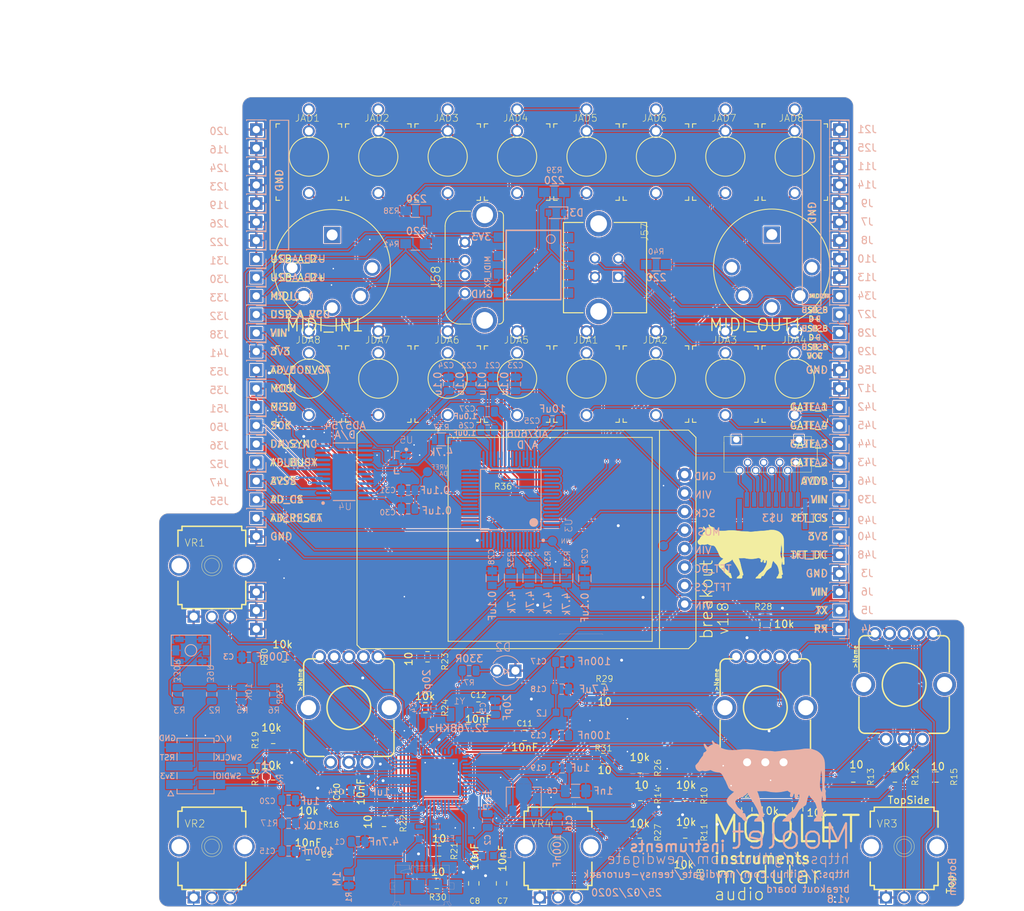
<source format=kicad_pcb>
(kicad_pcb (version 20190905) (host pcbnew "(5.99.0-237-g608461437)")
  (layers (0 "Top" signal) (31 "Bottom" signal hide) (34 "B.Paste" user hide) (35 "F.Paste" user hide) (36 "B.SilkS" user hide) (37 "F.SilkS" user) (38 "B.Mask" user hide) (39 "F.Mask" user hide) (44 "Edge.Cuts" user hide))
  (net 0 "")
  (net 1 "GND")
  (net 2 "/knobs_1/PA08_S0_I2C_SDA")
  (net 3 "/knobs_1/PA09_S0_I2C_SCL")
  (net 4 "/knobs_1/PA17_S1_SCK")
  (net 5 "/knobs_1/RESETN")
  (net 6 "/knobs_1/PA01_XOUT32")
  (net 7 "/knobs_1/PA00_XIN32")
  (net 8 "/knobs_1/PA19_S1_MISO")
  (net 9 "/knobs_1/PA07_AIN7")
  (net 10 "/knobs_1/PA06_AIN6")
  (net 11 "Net-(D1-Pad4)")
  (net 12 "/knobs_1/USB_N")
  (net 13 "/knobs_1/USB_P")
  (net 14 "Net-(D2-PadA)")
  (net 15 "/knobs_1/PA30_SWCLK")
  (net 16 "/knobs_1/PA31_SWDIO")
  (net 17 "/knobs_1/PA20_TCC0-W6")
  (net 18 "Net-(R8-Pad1)")
  (net 19 "/knobs_1/PA21_TCC0-W7")
  (net 20 "/knobs_1/PA16_S1_MOSI")
  (net 21 "Net-(R13-Pad1)")
  (net 22 "/knobs_1/PB08_LED")
  (net 23 "/knobs_1/PA11_TCC0-W3")
  (net 24 "Net-(R21-Pad1)")
  (net 25 "/knobs_1/PB10_TCC0-W4")
  (net 26 "Net-(R22-Pad1)")
  (net 27 "/knobs_1/PB11_TCC0-W5")
  (net 28 "Net-(R23-Pad1)")
  (net 29 "Net-(R24-Pad1)")
  (net 30 "Net-(R26-Pad2)")
  (net 31 "/knobs_1/PA22_TC4-W0")
  (net 32 "Net-(R29-Pad1)")
  (net 33 "/knobs_1/PA23_TC4-W1")
  (net 34 "Net-(R30-Pad1)")
  (net 35 "/knobs_1/PA10_TCC0-W2")
  (net 36 "Net-(R31-Pad1)")
  (net 37 "/knobs_1/PB03_AIN11")
  (net 38 "/knobs_1/PB02_AIN10")
  (net 39 "/knobs_1/PA05_AIN5")
  (net 40 "/knobs_1/PA04_AIN4")
  (net 41 "/knobs_1/PA14_S2_NSS")
  (net 42 "/knobs_1/PA12_S2_MOSI")
  (net 43 "/knobs_1/PA13_S2_SCK")
  (net 44 "VIN")
  (net 45 "+3V3")
  (net 46 "/knobs_1/PB23_S5_RX")
  (net 47 "/knobs_1/PB22_S5_TX")
  (net 48 "/AD7606/AD_REFCAP_A")
  (net 49 "AD_AGND")
  (net 50 "/AD7606/AD_REGCAP1")
  (net 51 "/AD7606/AD_REGCAP2")
  (net 52 "/AD5754 DAC/VREF")
  (net 53 "MIDI_IN_PIN4")
  (net 54 "/FPC connector/USB_B_D+")
  (net 55 "/FPC connector/USB_B_D-")
  (net 56 "/FPC connector/USB_B_VCC")
  (net 57 "/FPC connector/USB_A_D+")
  (net 58 "/FPC connector/USB_A_D-")
  (net 59 "/FPC connector/USB_A_VCC")
  (net 60 "MIDI_RX")
  (net 61 "MIDI_TX")
  (net 62 "SPI0_MOSI")
  (net 63 "DA_SYNC")
  (net 64 "GATE_1")
  (net 65 "GATE_2")
  (net 66 "GATE_3")
  (net 67 "GATE_4")
  (net 68 "AVDD")
  (net 69 "AVSS")
  (net 70 "TFT_DC")
  (net 71 "TFT_CS")
  (net 72 "SPI0_SCK")
  (net 73 "SPI0_MISO")
  (net 74 "AD_BUSY")
  (net 75 "AD_CONVST")
  (net 76 "AD_RESET")
  (net 77 "AD_CS")
  (net 78 "AD_V1")
  (net 79 "AD_V2")
  (net 80 "AD_V3")
  (net 81 "AD_V4")
  (net 82 "AD_V5")
  (net 83 "AD_V6")
  (net 84 "AD_V7")
  (net 85 "AD_V8")
  (net 86 "DA_V4")
  (net 87 "DA_V3")
  (net 88 "DA_V2")
  (net 89 "DA_V1")
  (net 90 "MIDI_IN_PIN5")
  (net 91 "MIDI_OUT_PIN4")
  (net 92 "MIDI_OUT_PIN5")
  (net 93 "/AD7606/AD_RANGE")
  (net 94 "/AD7606/AD_BYTE_SELECT")
  (net 95 "/AD7606/AD_STBY")
  (net 96 "/AD7606/AD_OS0")
  (net 97 "/AD7606/AD_REFSEL")
  (net 98 "/FPC connector/SD_DAT2")
  (net 99 "/FPC connector/SD_CS")
  (net 100 "/FPC connector/SD_DATAIN")
  (net 101 "/FPC connector/SD_VCC")
  (net 102 "/FPC connector/SD_CLK")
  (net 103 "/FPC connector/SD_GND")
  (net 104 "/FPC connector/SD_DATAOUT")
  (net 105 "/FPC connector/SD_DAT1")
  (net 106 "Net-(C1-Pad1)")
  (net 107 "Net-(C2-Pad1)")
  (net 108 "Net-(C14-Pad1)")
  (net 109 "Net-(C17-Pad1)")
  (net 110 "Net-(D3-Pad1)")
  (net 111 "Net-(J2-Pad3)")
  (net 112 "Net-(R3-Pad1)")
  (net 113 "Net-(R10-Pad2)")
  (net 114 "Net-(R14-Pad1)")
  (net 115 "Net-(R15-Pad1)")
  (net 116 "Net-(R16-Pad1)")
  (net 117 "Net-(R18-Pad2)")
  (module "Package_TO_SOT_SMD:SOT-89-3" (layer "Bottom") (at 143.383 117.475 90)
    (fp_text reference "U2")
    (fp_text value "AP7215-33YG-13" hide)
    (pad "2" smd trapezoid (at -0.0762 0) (size 1.5 1) (rect_delta 0 -0.7) (layers "Bottom" "B.Paste" "B.Mask") (net 44 "VIN"))
    (pad "2" smd rect (at 1.3335 0 180) (size 2.2 1.84) (layers "Bottom" "B.Paste" "B.Mask") (net 44 "VIN"))
    (pad "3" smd rect (at -1.48 -1.5 180) (size 1 1.5) (layers "Bottom" "B.Paste" "B.Mask") (net 45 "+3V3"))
    (pad "2" smd rect (at -1.3335 0 180) (size 1 1.8) (layers "Bottom" "B.Paste" "B.Mask") (net 44 "VIN"))
    (pad "1" smd rect (at -1.48 1.5 180) (size 1 1.5) (layers "Bottom" "B.Paste" "B.Mask") (net 1 "GND"))
    (pad "2" smd trapezoid (at 2.667 0 180) (size 1.6 0.85) (rect_delta 0 -0.6) (layers "Bottom" "B.Paste" "B.Mask") (net 44 "VIN"))
  )
  (module "Resistor_SMD:R_0805_2012Metric" (layer "Top") (at 154.305 102.235 180)
    (fp_text reference "R29" (at 1.143 1.905 180) (layer "F.SilkS") (effects (font (size 0.84455 0.84455) (thickness 0.0929)) (justify left top)))
    (fp_text value "10" (at 0.889 -1.143 180) (layer "F.SilkS") (effects (font (size 1.016 1.016) (thickness 0.1524)) (justify left top)))
    (pad "2" smd roundrect (at 0.9375 0 180) (size 0.975 1.4) (layers "Top" "F.Paste" "F.Mask") (net 31 "/knobs_1/PA22_TC4-W0"))
    (pad "1" smd roundrect (at -0.9375 0 180) (size 0.975 1.4) (layers "Top" "F.Paste" "F.Mask") (net 32 "Net-(R29-Pad1)"))
  )
  (module "Resistor_SMD:R_0805_2012Metric" (layer "Bottom") (at 135.89 99.695)
    (fp_text reference "R7" (at 0 1.65) (layer "B.SilkS") (effects (font (size 0.762 0.762) (thickness 0.1016)) (justify mirror)))
    (fp_text value "330R" (at 0 -1.65) (layer "B.SilkS") (effects (justify mirror)))
    (pad "2" smd roundrect (at 0.9375 0) (size 0.975 1.4) (layers "Bottom" "B.Paste" "B.Mask") (net 14 "Net-(D2-PadA)"))
    (pad "1" smd roundrect (at -0.9375 0) (size 0.975 1.4) (layers "Bottom" "B.Paste" "B.Mask") (net 22 "/knobs_1/PB08_LED"))
  )
  (module "Resistor_SMD:R_0805_2012Metric" (layer "Bottom") (at 119.38 128.27 90)
    (fp_text reference "R1" (at -2.54 0 90) (layer "B.SilkS") (effects (font (size 0.762 0.762) (thickness 0.127)) (justify mirror)))
    (fp_text value "1M" (at 0 -1.65 90) (layer "B.SilkS") (effects (justify mirror)))
    (pad "2" smd roundrect (at 0.9375 0 90) (size 0.975 1.4) (layers "Bottom" "B.Paste" "B.Mask") (net 106 "Net-(C1-Pad1)"))
    (pad "1" smd roundrect (at -0.9375 0 90) (size 0.975 1.4) (layers "Bottom" "B.Paste" "B.Mask") (net 1 "GND"))
  )
  (module "Resistor_SMD:R_0805_2012Metric" (layer "Top") (at 154.305 111.76 180)
    (fp_text reference "R31" (at 1.27 1.905 180) (layer "F.SilkS") (effects (font (size 0.84455 0.84455) (thickness 0.0929)) (justify left top)))
    (fp_text value "10" (at 0.889 -1.016 180) (layer "F.SilkS") (effects (font (size 1.016 1.016) (thickness 0.1524)) (justify left top)))
    (pad "2" smd roundrect (at 0.9375 0 180) (size 0.975 1.4) (layers "Top" "F.Paste" "F.Mask") (net 35 "/knobs_1/PA10_TCC0-W2"))
    (pad "1" smd roundrect (at -0.9375 0 180) (size 0.975 1.4) (layers "Top" "F.Paste" "F.Mask") (net 36 "Net-(R31-Pad1)"))
  )
  (module "Resistor_SMD:R_0805_2012Metric" (layer "Top") (at 131.445 128.905 180)
    (fp_text reference "R30" (at 1.143 -1.397 180) (layer "F.SilkS") (effects (font (size 0.84455 0.84455) (thickness 0.0929)) (justify left top)))
    (fp_text value "10" (at 0.889 2.159 180) (layer "F.SilkS") (effects (font (size 1.016 1.016) (thickness 0.1524)) (justify left top)))
    (pad "2" smd roundrect (at 0.9375 0 180) (size 0.975 1.4) (layers "Top" "F.Paste" "F.Mask") (net 33 "/knobs_1/PA23_TC4-W1"))
    (pad "1" smd roundrect (at -0.9375 0 180) (size 0.975 1.4) (layers "Top" "F.Paste" "F.Mask") (net 34 "Net-(R30-Pad1)"))
  )
  (module "Resistor_SMD:R_0805_2012Metric" (layer "Top") (at 176.53 93.345 -90)
    (fp_text reference "R28" (at -2.921 -1.016) (layer "F.SilkS") (effects (font (size 0.84455 0.84455) (thickness 0.0929)) (justify right top)))
    (fp_text value "10k" (at -0.635 -4.064) (layer "F.SilkS") (effects (font (size 1.016 1.016) (thickness 0.1524)) (justify right top)))
    (pad "2" smd roundrect (at 0.9375 0 270) (size 0.975 1.4) (layers "Top" "F.Paste" "F.Mask") (net 43 "/knobs_1/PA13_S2_SCK"))
    (pad "1" smd roundrect (at -0.9375 0 270) (size 0.975 1.4) (layers "Top" "F.Paste" "F.Mask") (net 1 "GND"))
  )
  (module "Resistor_SMD:R_0805_2012Metric" (layer "Top") (at 159.29 121.985)
    (fp_text reference "R27" (at 2 -1.335 90) (layer "F.SilkS") (effects (font (size 0.84455 0.84455) (thickness 0.0929)) (justify right top)))
    (fp_text value "10k" (at 1.492 -1.905 180) (layer "F.SilkS") (effects (font (size 1.016 1.016) (thickness 0.1524)) (justify right top)))
    (pad "2" smd roundrect (at 0.9375 0) (size 0.975 1.4) (layers "Top" "F.Paste" "F.Mask") (net 30 "Net-(R26-Pad2)"))
    (pad "1" smd roundrect (at -0.9375 0) (size 0.975 1.4) (layers "Top" "F.Paste" "F.Mask") (net 45 "+3V3"))
  )
  (module "Resistor_SMD:R_0805_2012Metric" (layer "Top") (at 159.29 113.03)
    (fp_text reference "R26" (at 2 -1.27 90) (layer "F.SilkS") (effects (font (size 0.84455 0.84455) (thickness 0.0929)) (justify right top)))
    (fp_text value "10k" (at 1.492 -2.032 180) (layer "F.SilkS") (effects (font (size 1.016 1.016) (thickness 0.1524)) (justify right top)))
    (pad "2" smd roundrect (at 0.9375 0) (size 0.975 1.4) (layers "Top" "F.Paste" "F.Mask") (net 30 "Net-(R26-Pad2)"))
    (pad "1" smd roundrect (at -0.9375 0) (size 0.975 1.4) (layers "Top" "F.Paste" "F.Mask") (net 10 "/knobs_1/PA06_AIN6"))
  )
  (module "Resistor_SMD:R_0805_2012Metric" (layer "Top") (at 173.99 118.745 90)
    (fp_text reference "R25" (at 2.54 -1.27) (layer "F.SilkS") (effects (font (size 0.84455 0.84455) (thickness 0.0929)) (justify left top)))
    (fp_text value "10k" (at 0.381 1.524) (layer "F.SilkS") (effects (font (size 1.016 1.016) (thickness 0.1524)) (justify left top)))
    (pad "2" smd roundrect (at 0.9375 0 90) (size 0.975 1.4) (layers "Top" "F.Paste" "F.Mask") (net 45 "+3V3"))
    (pad "1" smd roundrect (at -0.9375 0 90) (size 0.975 1.4) (layers "Top" "F.Paste" "F.Mask") (net 29 "Net-(R24-Pad1)"))
  )
  (module "Resistor_SMD:R_0805_2012Metric" (layer "Top") (at 129.872 104.775)
    (fp_text reference "R24" (at 2.208 -1.27 90) (layer "F.SilkS") (effects (font (size 0.84455 0.84455) (thickness 0.0929)) (justify right top)))
    (fp_text value "10k" (at 1.446 -2.159 180) (layer "F.SilkS") (effects (font (size 1.016 1.016) (thickness 0.1524)) (justify right top)))
    (pad "2" smd roundrect (at 0.9375 0) (size 0.975 1.4) (layers "Top" "F.Paste" "F.Mask") (net 9 "/knobs_1/PA07_AIN7"))
    (pad "1" smd roundrect (at -0.9375 0) (size 0.975 1.4) (layers "Top" "F.Paste" "F.Mask") (net 29 "Net-(R24-Pad1)"))
  )
  (module "Resistor_SMD:R_0805_2012Metric" (layer "Top") (at 130.175 97.79)
    (fp_text reference "R23" (at 1.905 -0.635 90) (layer "F.SilkS") (effects (font (size 0.84455 0.84455) (thickness 0.0929)) (justify right top)))
    (fp_text value "10" (at -3.175 -0.762 90) (layer "F.SilkS") (effects (font (size 1.016 1.016) (thickness 0.1524)) (justify right top)))
    (pad "2" smd roundrect (at 0.9375 0) (size 0.975 1.4) (layers "Top" "F.Paste" "F.Mask") (net 20 "/knobs_1/PA16_S1_MOSI"))
    (pad "1" smd roundrect (at -0.9375 0) (size 0.975 1.4) (layers "Top" "F.Paste" "F.Mask") (net 28 "Net-(R23-Pad1)"))
  )
  (module "Resistor_SMD:R_0805_2012Metric" (layer "Top") (at 124.206 120.396)
    (fp_text reference "R22" (at 2.159 -1.016 90) (layer "F.SilkS") (effects (font (size 0.84455 0.84455) (thickness 0.0929)) (justify right top)))
    (fp_text value "10" (at -2.794 -1.016 90) (layer "F.SilkS") (effects (font (size 1.016 1.016) (thickness 0.1524)) (justify right top)))
    (pad "2" smd roundrect (at 0.9375 0) (size 0.975 1.4) (layers "Top" "F.Paste" "F.Mask") (net 19 "/knobs_1/PA21_TCC0-W7"))
    (pad "1" smd roundrect (at -0.9375 0) (size 0.975 1.4) (layers "Top" "F.Paste" "F.Mask") (net 26 "Net-(R22-Pad1)"))
  )
  (module "Resistor_SMD:R_0805_2012Metric" (layer "Top") (at 131.76 124.46)
    (fp_text reference "R21" (at 1.59 -1.27 90) (layer "F.SilkS") (effects (font (size 0.84455 0.84455) (thickness 0.0929)) (justify right top)))
    (fp_text value "10" (at 1.082 -2.286 180) (layer "F.SilkS") (effects (font (size 1.016 1.016) (thickness 0.1524)) (justify right top)))
    (pad "2" smd roundrect (at 0.9375 0) (size 0.975 1.4) (layers "Top" "F.Paste" "F.Mask") (net 17 "/knobs_1/PA20_TCC0-W6"))
    (pad "1" smd roundrect (at -0.9375 0) (size 0.975 1.4) (layers "Top" "F.Paste" "F.Mask") (net 24 "Net-(R21-Pad1)"))
  )
  (module "Resistor_SMD:R_0805_2012Metric" (layer "Top") (at 110.49 97.79)
    (fp_text reference "R20" (at -3.175 -1.27 90) (layer "F.SilkS") (effects (font (size 0.84455 0.84455) (thickness 0.0929)) (justify right top)))
    (fp_text value "10k" (at 1.27 -2.286 180) (layer "F.SilkS") (effects (font (size 1.016 1.016) (thickness 0.1524)) (justify right top)))
    (pad "2" smd roundrect (at 0.9375 0) (size 0.975 1.4) (layers "Top" "F.Paste" "F.Mask") (net 41 "/knobs_1/PA14_S2_NSS"))
    (pad "1" smd roundrect (at -0.9375 0) (size 0.975 1.4) (layers "Top" "F.Paste" "F.Mask") (net 1 "GND"))
  )
  (module "Resistor_SMD:R_0805_2012Metric" (layer "Top") (at 109 109)
    (fp_text reference "R19" (at -2.955 -1.05 90) (layer "F.SilkS") (effects (font (size 0.84455 0.84455) (thickness 0.0929)) (justify right top)))
    (fp_text value "10k" (at 1.236 -2.066 180) (layer "F.SilkS") (effects (font (size 1.016 1.016) (thickness 0.1524)) (justify right top)))
    (pad "2" smd roundrect (at 0.9375 0) (size 0.975 1.4) (layers "Top" "F.Paste" "F.Mask") (net 117 "Net-(R18-Pad2)"))
    (pad "1" smd roundrect (at -0.9375 0) (size 0.975 1.4) (layers "Top" "F.Paste" "F.Mask") (net 45 "+3V3"))
  )
  (module "Resistor_SMD:R_0805_2012Metric" (layer "Top") (at 109 114)
    (fp_text reference "R18" (at -2.955 -0.97 90) (layer "F.SilkS") (effects (font (size 0.84455 0.84455) (thickness 0.0929)) (justify right top)))
    (fp_text value "10k" (at 1.236 -1.905 180) (layer "F.SilkS") (effects (font (size 1.016 1.016) (thickness 0.1524)) (justify right top)))
    (pad "2" smd roundrect (at 0.9375 0) (size 0.975 1.4) (layers "Top" "F.Paste" "F.Mask") (net 117 "Net-(R18-Pad2)"))
    (pad "1" smd roundrect (at -0.9375 0) (size 0.975 1.4) (layers "Top" "F.Paste" "F.Mask") (net 3 "/knobs_1/PA09_S0_I2C_SCL"))
  )
  (module "Resistor_SMD:R_0805_2012Metric" (layer "Bottom") (at 111.125 120.65 180)
    (fp_text reference "R17" (at 3.937 0.508 180) (layer "B.SilkS") (effects (font (size 0.84455 0.84455) (thickness 0.0929)) (justify right top mirror)))
    (fp_text value "10k" (at -1.905 0.254) (layer "B.SilkS") (effects (font (size 1.016 1.016) (thickness 0.1524)) (justify right top mirror)))
    (pad "2" smd roundrect (at 0.9375 0 180) (size 0.975 1.4) (layers "Bottom" "B.Paste" "B.Mask") (net 45 "+3V3"))
    (pad "1" smd roundrect (at -0.9375 0 180) (size 0.975 1.4) (layers "Bottom" "B.Paste" "B.Mask") (net 116 "Net-(R16-Pad1)"))
  )
  (module "Resistor_SMD:R_0805_2012Metric" (layer "Top") (at 113.98 120.65)
    (fp_text reference "R16" (at 4.13 -0.254 180) (layer "F.SilkS") (effects (font (size 0.762 0.762) (thickness 0.0929)) (justify right top)))
    (fp_text value "10k" (at 1.336 -2.286 180) (layer "F.SilkS") (effects (font (size 1.016 1.016) (thickness 0.1524)) (justify right top)))
    (pad "2" smd roundrect (at 0.9375 0) (size 0.975 1.4) (layers "Top" "F.Paste" "F.Mask") (net 2 "/knobs_1/PA08_S0_I2C_SDA"))
    (pad "1" smd roundrect (at -0.9375 0) (size 0.975 1.4) (layers "Top" "F.Paste" "F.Mask") (net 116 "Net-(R16-Pad1)"))
  )
  (module "Resistor_SMD:R_0805_2012Metric" (layer "Top") (at 200.025 114.3 180)
    (fp_text reference "R15" (at -1.905 -1.27 90) (layer "F.SilkS") (effects (font (size 0.84455 0.84455) (thickness 0.0929)) (justify left top)))
    (fp_text value "10" (at 0.889 2.032 180) (layer "F.SilkS") (effects (font (size 1.016 1.016) (thickness 0.1524)) (justify left top)))
    (pad "2" smd roundrect (at 0.9375 0 180) (size 0.975 1.4) (layers "Top" "F.Paste" "F.Mask") (net 27 "/knobs_1/PB11_TCC0-W5"))
    (pad "1" smd roundrect (at -0.9375 0 180) (size 0.975 1.4) (layers "Top" "F.Paste" "F.Mask") (net 115 "Net-(R15-Pad1)"))
  )
  (module "Resistor_SMD:R_0805_2012Metric" (layer "Top") (at 159.385 116.84 180)
    (fp_text reference "R14" (at -1.905 -1.27 90) (layer "F.SilkS") (effects (font (size 0.84455 0.84455) (thickness 0.0929)) (justify left top)))
    (fp_text value "10" (at 0.889 2.032 180) (layer "F.SilkS") (effects (font (size 1.016 1.016) (thickness 0.1524)) (justify left top)))
    (pad "2" smd roundrect (at 0.9375 0 180) (size 0.975 1.4) (layers "Top" "F.Paste" "F.Mask") (net 25 "/knobs_1/PB10_TCC0-W4"))
    (pad "1" smd roundrect (at -0.9375 0 180) (size 0.975 1.4) (layers "Top" "F.Paste" "F.Mask") (net 114 "Net-(R14-Pad1)"))
  )
  (module "Resistor_SMD:R_0805_2012Metric" (layer "Top") (at 188.595 114.3 180)
    (fp_text reference "R13" (at -1.905 -1.27 90) (layer "F.SilkS") (effects (font (size 0.84455 0.84455) (thickness 0.0929)) (justify left top)))
    (fp_text value "10" (at 0.635 2.286 180) (layer "F.SilkS") (effects (font (size 1.016 1.016) (thickness 0.1524)) (justify left top)))
    (pad "2" smd roundrect (at 0.9375 0 180) (size 0.975 1.4) (layers "Top" "F.Paste" "F.Mask") (net 23 "/knobs_1/PA11_TCC0-W3"))
    (pad "1" smd roundrect (at -0.9375 0 180) (size 0.975 1.4) (layers "Top" "F.Paste" "F.Mask") (net 21 "Net-(R13-Pad1)"))
  )
  (module "Resistor_SMD:R_0805_2012Metric" (layer "Top") (at 194.31 114.3 180)
    (fp_text reference "R12" (at -2.286 -1.27 90) (layer "F.SilkS") (effects (font (size 0.84455 0.84455) (thickness 0.0929)) (justify left top)))
    (fp_text value "10k" (at 0.762 2.032 180) (layer "F.SilkS") (effects (font (size 1.016 1.016) (thickness 0.1524)) (justify left top)))
    (pad "2" smd roundrect (at 0.9375 0 180) (size 0.975 1.4) (layers "Top" "F.Paste" "F.Mask") (net 42 "/knobs_1/PA12_S2_MOSI"))
    (pad "1" smd roundrect (at -0.9375 0 180) (size 0.975 1.4) (layers "Top" "F.Paste" "F.Mask") (net 1 "GND"))
  )
  (module "Resistor_SMD:R_0805_2012Metric" (layer "Top") (at 165.54 121.985)
    (fp_text reference "R11" (at 2.1 -1.335 90) (layer "F.SilkS") (effects (font (size 0.84455 0.84455) (thickness 0.0929)) (justify right top)))
    (fp_text value "10k" (at 1.592 -2.097 180) (layer "F.SilkS") (effects (font (size 1.016 1.016) (thickness 0.1524)) (justify right top)))
    (pad "2" smd roundrect (at 0.9375 0) (size 0.975 1.4) (layers "Top" "F.Paste" "F.Mask") (net 113 "Net-(R10-Pad2)"))
    (pad "1" smd roundrect (at -0.9375 0) (size 0.975 1.4) (layers "Top" "F.Paste" "F.Mask") (net 45 "+3V3"))
  )
  (module "Resistor_SMD:R_0805_2012Metric" (layer "Top") (at 165.54 116.84)
    (fp_text reference "R10" (at 2.1 -1.27 90) (layer "F.SilkS") (effects (font (size 0.84455 0.84455) (thickness 0.0929)) (justify right top)))
    (fp_text value "10k" (at 1.592 -2.032 180) (layer "F.SilkS") (effects (font (size 1.016 1.016) (thickness 0.1524)) (justify right top)))
    (pad "2" smd roundrect (at 0.9375 0) (size 0.975 1.4) (layers "Top" "F.Paste" "F.Mask") (net 113 "Net-(R10-Pad2)"))
    (pad "1" smd roundrect (at -0.9375 0) (size 0.975 1.4) (layers "Top" "F.Paste" "F.Mask") (net 8 "/knobs_1/PA19_S1_MISO"))
  )
  (module "Resistor_SMD:R_0805_2012Metric" (layer "Top") (at 180.975 118.745 90)
    (fp_text reference "R9" (at 2.54 -0.635) (layer "F.SilkS") (effects (font (size 0.84455 0.84455) (thickness 0.0929)) (justify left top)))
    (fp_text value "10k" (at 0.127 1.143) (layer "F.SilkS") (effects (font (size 1.016 1.016) (thickness 0.1524)) (justify left top)))
    (pad "2" smd roundrect (at 0.9375 0 90) (size 0.975 1.4) (layers "Top" "F.Paste" "F.Mask") (net 45 "+3V3"))
    (pad "1" smd roundrect (at -0.9375 0 90) (size 0.975 1.4) (layers "Top" "F.Paste" "F.Mask") (net 18 "Net-(R8-Pad1)"))
  )
  (module "Resistor_SMD:R_0805_2012Metric" (layer "Top") (at 165.1 127.635 180)
    (fp_text reference "R8" (at -2.032 -0.889 90) (layer "F.SilkS") (effects (font (size 0.84455 0.84455) (thickness 0.0929)) (justify left top)))
    (fp_text value "10k" (at 1.27 1.905 180) (layer "F.SilkS") (effects (font (size 1.016 1.016) (thickness 0.1524)) (justify left top)))
    (pad "2" smd roundrect (at 0.9375 0 180) (size 0.975 1.4) (layers "Top" "F.Paste" "F.Mask") (net 4 "/knobs_1/PA17_S1_SCK"))
    (pad "1" smd roundrect (at -0.9375 0 180) (size 0.975 1.4) (layers "Top" "F.Paste" "F.Mask") (net 18 "Net-(R8-Pad1)"))
  )
  (module "Resistor_SMD:R_0805_2012Metric" (layer "Bottom") (at 109.22 102.947 -90)
    (fp_text reference "R6" (at 1.701 -0.762 -180) (layer "B.SilkS") (effects (font (size 0.84455 0.84455) (thickness 0.0929)) (justify left top mirror)))
    (fp_text value "330R" (at -1.601 -0.254 -90) (layer "B.SilkS") (effects (font (size 0.762 0.762) (thickness 0.0929)) (justify left top mirror)))
    (pad "2" smd roundrect (at 0.9375 0 270) (size 0.975 1.4) (layers "Bottom" "B.Paste" "B.Mask"))
    (pad "1" smd roundrect (at -0.9375 0 270) (size 0.975 1.4) (layers "Bottom" "B.Paste" "B.Mask") (net 5 "/knobs_1/RESETN"))
  )
  (module "Resistor_SMD:R_0805_2012Metric" (layer "Bottom") (at 104.696 102.947 -90)
    (fp_text reference "R5" (at 1.701 -0.968 -180) (layer "B.SilkS") (effects (font (size 0.84455 0.84455) (thickness 0.0929)) (justify left top mirror)))
    (fp_text value "10K" (at -1.601 -0.46 -90) (layer "B.SilkS") (effects (font (size 0.84455 0.84455) (thickness 0.0929)) (justify left top mirror)))
    (pad "2" smd roundrect (at 0.9375 0 270) (size 0.975 1.4) (layers "Bottom" "B.Paste" "B.Mask") (net 45 "+3V3"))
    (pad "1" smd roundrect (at -0.9375 0 270) (size 0.975 1.4) (layers "Bottom" "B.Paste" "B.Mask") (net 5 "/knobs_1/RESETN"))
  )
  (module "Resistor_SMD:R_0805_2012Metric" (layer "Bottom") (at 106.919 113.107)
    (fp_text reference "R4" (at 2.555 0.685 -90) (layer "B.SilkS") (effects (font (size 0.84455 0.84455) (thickness 0.0929)) (justify left top mirror)))
    (fp_text value "1K" (at 0.523 -1.093 -90) (layer "B.SilkS") (effects (font (size 1.016 1.016) (thickness 0.1524)) (justify left top mirror)))
    (pad "2" smd roundrect (at 0.9375 0) (size 0.975 1.4) (layers "Bottom" "B.Paste" "B.Mask") (net 45 "+3V3"))
    (pad "1" smd roundrect (at -0.9375 0) (size 0.975 1.4) (layers "Bottom" "B.Paste" "B.Mask") (net 15 "/knobs_1/PA30_SWCLK"))
  )
  (module "Resistor_SMD:R_0805_2012Metric" (layer "Bottom") (at 95.885 102.947 90)
    (fp_text reference "R3" (at -1.701 -0.635 180) (layer "B.SilkS") (effects (font (size 0.84455 0.84455) (thickness 0.0929)) (justify right top mirror)))
    (fp_text value "330R" (at 4.903 0.381 270 unlocked) (layer "B.SilkS") (effects (font (size 0.84455 0.84455) (thickness 0.0929)) (justify right top mirror)))
    (pad "2" smd roundrect (at 0.9375 0 90) (size 0.975 1.4) (layers "Bottom" "B.Paste" "B.Mask") (net 5 "/knobs_1/RESETN"))
    (pad "1" smd roundrect (at -0.9375 0 90) (size 0.975 1.4) (layers "Bottom" "B.Paste" "B.Mask") (net 112 "Net-(R3-Pad1)"))
  )
  (module "Resistor_SMD:R_0805_2012Metric" (layer "Bottom") (at 100.569 102.947 90)
    (fp_text reference "R2" (at -1.701 -0.493 180) (layer "B.SilkS") (effects (font (size 0.84455 0.84455) (thickness 0.0929)) (justify right top mirror)))
    (fp_text value "39R" (at 4.141 0.269 270 unlocked) (layer "B.SilkS") (effects (font (size 0.84455 0.84455) (thickness 0.0929)) (justify right top mirror)))
    (pad "2" smd roundrect (at 0.9375 0 90) (size 0.975 1.4) (layers "Bottom" "B.Paste" "B.Mask") (net 5 "/knobs_1/RESETN"))
    (pad "1" smd roundrect (at -0.9375 0 90) (size 0.975 1.4) (layers "Bottom" "B.Paste" "B.Mask") (net 111 "Net-(J2-Pad3)"))
  )
  (module "Capacitor_SMD:C_0805_2012Metric" (layer "Bottom") (at 133.058 60.325 90)
    (fp_text reference "C24" (at 2.54 -0.343 180) (layer "B.SilkS") (effects (font (size 0.762 0.762) (thickness 0.1016)) (justify mirror)))
    (fp_text value "0.1u" (at 0 -1.486 90) (layer "B.SilkS") (effects (font (size 1.016 1.016) (thickness 0.1524)) (justify mirror)))
    (pad "2" smd roundrect (at 0.9375 0 90) (size 0.975 1.4) (layers "Bottom" "B.Paste" "B.Mask") (net 1 "GND"))
    (pad "1" smd roundrect (at -0.9375 0 90) (size 0.975 1.4) (layers "Bottom" "B.Paste" "B.Mask") (net 44 "VIN"))
  )
  (module "Capacitor_SMD:C_0805_2012Metric" (layer "Bottom") (at 142.24 60.325 90)
    (fp_text reference "C23" (at 2.54 0 180) (layer "B.SilkS") (effects (font (size 0.762 0.762) (thickness 0.1016)) (justify mirror)))
    (fp_text value "0.1u" (at 0 -1.524 90) (layer "B.SilkS") (effects (font (size 1.016 1.016) (thickness 0.1524)) (justify mirror)))
    (pad "2" smd roundrect (at 0.9375 0 90) (size 0.975 1.4) (layers "Bottom" "B.Paste" "B.Mask") (net 1 "GND"))
    (pad "1" smd roundrect (at -0.9375 0 90) (size 0.975 1.4) (layers "Bottom" "B.Paste" "B.Mask") (net 44 "VIN"))
  )
  (module "Capacitor_SMD:C_0805_2012Metric" (layer "Bottom") (at 136.119 60.325 90)
    (fp_text reference "C22" (at 2.54 -0.229 180) (layer "B.SilkS") (effects (font (size 0.762 0.762) (thickness 0.1016)) (justify mirror)))
    (fp_text value "0.1u" (at 0 -1.499 90) (layer "B.SilkS") (effects (font (size 1.016 1.016) (thickness 0.1524)) (justify mirror)))
    (pad "2" smd roundrect (at 0.9375 0 90) (size 0.975 1.4) (layers "Bottom" "B.Paste" "B.Mask") (net 1 "GND"))
    (pad "1" smd roundrect (at -0.9375 0 90) (size 0.975 1.4) (layers "Bottom" "B.Paste" "B.Mask") (net 44 "VIN"))
  )
  (module "Capacitor_SMD:C_0805_2012Metric" (layer "Bottom") (at 139.179 60.325 90)
    (fp_text reference "C21" (at 2.54 -0.114 180) (layer "B.SilkS") (effects (font (size 0.762 0.762) (thickness 0.1016)) (justify mirror)))
    (fp_text value "0.1u" (at 0 -1.511 90) (layer "B.SilkS") (effects (font (size 1.016 1.016) (thickness 0.1524)) (justify mirror)))
    (pad "2" smd roundrect (at 0.9375 0 90) (size 0.975 1.4) (layers "Bottom" "B.Paste" "B.Mask") (net 1 "GND"))
    (pad "1" smd roundrect (at -0.9375 0 90) (size 0.975 1.4) (layers "Bottom" "B.Paste" "B.Mask") (net 44 "VIN"))
  )
  (module "Capacitor_SMD:C_0805_2012Metric" (layer "Bottom") (at 111.125 117.475)
    (fp_text reference "C20" (at -2.921 0.127) (layer "B.SilkS") (effects (font (size 0.762 0.762) (thickness 0.1016)) (justify mirror)))
    (fp_text value "1uF" (at 2.921 0.127) (layer "B.SilkS") (effects (justify mirror)))
    (pad "2" smd roundrect (at 0.9375 0) (size 0.975 1.4) (layers "Bottom" "B.Paste" "B.Mask") (net 1 "GND"))
    (pad "1" smd roundrect (at -0.9375 0) (size 0.975 1.4) (layers "Bottom" "B.Paste" "B.Mask") (net 45 "+3V3"))
  )
  (module "Capacitor_SMD:C_0805_2012Metric" (layer "Bottom") (at 148.669 113.03 180)
    (fp_text reference "C19" (at 3.254 0) (layer "B.SilkS") (effects (font (size 0.762 0.762) (thickness 0.127)) (justify mirror)))
    (fp_text value "1uF" (at -2.461 0) (layer "B.SilkS") (effects (justify mirror)))
    (pad "2" smd roundrect (at 0.9375 0 180) (size 0.975 1.4) (layers "Bottom" "B.Paste" "B.Mask") (net 1 "GND"))
    (pad "1" smd roundrect (at -0.9375 0 180) (size 0.975 1.4) (layers "Bottom" "B.Paste" "B.Mask") (net 44 "VIN"))
  )
  (module "Capacitor_SMD:C_0805_2012Metric" (layer "Bottom") (at 148.59 102.235)
    (fp_text reference "C18" (at -3.175 0) (layer "B.SilkS") (effects (font (size 0.762 0.762) (thickness 0.127)) (justify mirror)))
    (fp_text value "4.7uF" (at 4.445 0) (layer "B.SilkS") (effects (justify mirror)))
    (pad "2" smd roundrect (at 0.9375 0) (size 0.975 1.4) (layers "Bottom" "B.Paste" "B.Mask") (net 1 "GND"))
    (pad "1" smd roundrect (at -0.9375 0) (size 0.975 1.4) (layers "Bottom" "B.Paste" "B.Mask") (net 109 "Net-(C17-Pad1)"))
  )
  (module "Capacitor_SMD:C_0805_2012Metric" (layer "Bottom") (at 148.694 98.497)
    (fp_text reference "C17" (at -3.279 -0.072) (layer "B.SilkS") (effects (font (size 0.762 0.762) (thickness 0.127)) (justify mirror)))
    (fp_text value "100nF" (at 4.341 -0.072) (layer "B.SilkS") (effects (justify mirror)))
    (pad "2" smd roundrect (at 0.9375 0) (size 0.975 1.4) (layers "Bottom" "B.Paste" "B.Mask") (net 1 "GND"))
    (pad "1" smd roundrect (at -0.9375 0) (size 0.975 1.4) (layers "Bottom" "B.Paste" "B.Mask") (net 109 "Net-(C17-Pad1)"))
  )
  (module "Capacitor_SMD:C_0805_2012Metric" (layer "Bottom") (at 147.955 120.65 90)
    (fp_text reference "C16" (at 0 1.65 90) (layer "B.SilkS") (effects (font (size 0.762 0.762)) (justify mirror)))
    (fp_text value "100nF" (at -3.81 0 90) (layer "B.SilkS") (effects (justify mirror)))
    (pad "2" smd roundrect (at 0.9375 0 90) (size 0.975 1.4) (layers "Bottom" "B.Paste" "B.Mask") (net 1 "GND"))
    (pad "1" smd roundrect (at -0.9375 0 90) (size 0.975 1.4) (layers "Bottom" "B.Paste" "B.Mask") (net 45 "+3V3"))
  )
  (module "Capacitor_SMD:C_0805_2012Metric" (layer "Bottom") (at 111.125 124.46)
    (fp_text reference "C15" (at -2.921 0) (layer "B.SilkS") (effects (font (size 0.762 0.762) (thickness 0.1016)) (justify mirror)))
    (fp_text value "100nF" (at 3.937 0) (layer "B.SilkS") (effects (justify mirror)))
    (pad "2" smd roundrect (at 0.9375 0) (size 0.975 1.4) (layers "Bottom" "B.Paste" "B.Mask") (net 1 "GND"))
    (pad "1" smd roundrect (at -0.9375 0) (size 0.975 1.4) (layers "Bottom" "B.Paste" "B.Mask") (net 45 "+3V3"))
  )
  (module "Capacitor_SMD:C_0805_2012Metric" (layer "Bottom") (at 120.65 116.205 180)
    (fp_text reference "C14" (at 3.048 -0.127) (layer "B.SilkS") (effects (font (size 0.762 0.762) (thickness 0.1016)) (justify mirror)))
    (fp_text value "1uF" (at -3.048 -0.127) (layer "B.SilkS") (effects (justify mirror)))
    (pad "2" smd roundrect (at 0.9375 0 180) (size 0.975 1.4) (layers "Bottom" "B.Paste" "B.Mask") (net 1 "GND"))
    (pad "1" smd roundrect (at -0.9375 0 180) (size 0.975 1.4) (layers "Bottom" "B.Paste" "B.Mask") (net 108 "Net-(C14-Pad1)"))
  )
  (module "Capacitor_SMD:C_0805_2012Metric" (layer "Bottom") (at 148.59 108.585 180)
    (fp_text reference "C13" (at 3.175 0) (layer "B.SilkS") (effects (font (size 0.762 0.762) (thickness 0.127)) (justify mirror)))
    (fp_text value "100nF" (at -4.445 0) (layer "B.SilkS") (effects (justify mirror)))
    (pad "2" smd roundrect (at 0.9375 0 180) (size 0.975 1.4) (layers "Bottom" "B.Paste" "B.Mask") (net 1 "GND"))
    (pad "1" smd roundrect (at -0.9375 0 180) (size 0.975 1.4) (layers "Bottom" "B.Paste" "B.Mask") (net 45 "+3V3"))
  )
  (module "Capacitor_SMD:C_0805_2012Metric" (layer "Top") (at 137.16 104.699)
    (fp_text reference "C12" (at 0 -1.65) (layer "F.SilkS") (effects (font (size 0.762 0.762) (thickness 0.1016))))
    (fp_text value "10nF" (at 0 1.65) (layer "F.SilkS"))
    (pad "2" smd roundrect (at 0.9375 0) (size 0.975 1.4) (layers "Top" "F.Paste" "F.Mask") (net 1 "GND"))
    (pad "1" smd roundrect (at -0.9375 0) (size 0.975 1.4) (layers "Top" "F.Paste" "F.Mask") (net 10 "/knobs_1/PA06_AIN6"))
  )
  (module "Capacitor_SMD:C_0805_2012Metric" (layer "Top") (at 143.51 108.585)
    (fp_text reference "C11" (at 0 -1.65) (layer "F.SilkS") (effects (font (size 0.762 0.762) (thickness 0.1016))))
    (fp_text value "10nF" (at 0 1.65) (layer "F.SilkS"))
    (pad "2" smd roundrect (at 0.9375 0) (size 0.975 1.4) (layers "Top" "F.Paste" "F.Mask") (net 1 "GND"))
    (pad "1" smd roundrect (at -0.9375 0) (size 0.975 1.4) (layers "Top" "F.Paste" "F.Mask") (net 9 "/knobs_1/PA07_AIN7"))
  )
  (module "Capacitor_SMD:C_0805_2012Metric" (layer "Top") (at 119.38 116.332 90)
    (fp_text reference "C10" (at 0 -1.65 90) (layer "F.SilkS") (effects (font (size 0.8382 0.8382) (thickness 0.127))))
    (fp_text value "10nF" (at 0 1.65 90) (layer "F.SilkS"))
    (pad "2" smd roundrect (at 0.9375 0 90) (size 0.975 1.4) (layers "Top" "F.Paste" "F.Mask") (net 1 "GND"))
    (pad "1" smd roundrect (at -0.9375 0 90) (size 0.975 1.4) (layers "Top" "F.Paste" "F.Mask") (net 3 "/knobs_1/PA09_S0_I2C_SCL"))
  )
  (module "Capacitor_SMD:C_0805_2012Metric" (layer "Top") (at 113.792 124.968 180)
    (fp_text reference "C9" (at -2.54 0) (layer "F.SilkS") (effects (font (size 0.762 0.762) (thickness 0.1016))))
    (fp_text value "10nF" (at 0 1.65) (layer "F.SilkS"))
    (pad "2" smd roundrect (at 0.9375 0 180) (size 0.975 1.4) (layers "Top" "F.Paste" "F.Mask") (net 1 "GND"))
    (pad "1" smd roundrect (at -0.9375 0 180) (size 0.975 1.4) (layers "Top" "F.Paste" "F.Mask") (net 2 "/knobs_1/PA08_S0_I2C_SDA"))
  )
  (module "Capacitor_SMD:C_0805_2012Metric" (layer "Top") (at 136.525 128.905 -90)
    (fp_text reference "C8" (at 2.413 -0.127 180) (layer "F.SilkS") (effects (font (size 0.762 0.762) (thickness 0.09144))))
    (fp_text value "10nF" (at -3.683 -0.127 90) (layer "F.SilkS"))
    (pad "2" smd roundrect (at 0.9375 0 270) (size 0.975 1.4) (layers "Top" "F.Paste" "F.Mask") (net 1 "GND"))
    (pad "1" smd roundrect (at -0.9375 0 270) (size 0.975 1.4) (layers "Top" "F.Paste" "F.Mask") (net 8 "/knobs_1/PA19_S1_MISO"))
  )
  (module "Capacitor_SMD:C_0805_2012Metric" (layer "Top") (at 140.335 128.905 -90)
    (fp_text reference "C7" (at 2.413 -0.127 180) (layer "F.SilkS") (effects (font (size 0.762 0.762) (thickness 0.09144))))
    (fp_text value "10nF" (at -3.429 -0.127 90) (layer "F.SilkS"))
    (pad "2" smd roundrect (at 0.9375 0 270) (size 0.975 1.4) (layers "Top" "F.Paste" "F.Mask") (net 1 "GND"))
    (pad "1" smd roundrect (at -0.9375 0 270) (size 0.975 1.4) (layers "Top" "F.Paste" "F.Mask") (net 4 "/knobs_1/PA17_S1_SCK"))
  )
  (module "Capacitor_SMD:C_1206_3216Metric" (layer "Bottom") (at 150.495 116.205)
    (fp_text reference "C6" (at -3.175 0) (layer "B.SilkS") (effects (font (size 0.762 0.762) (thickness 0.127)) (justify mirror)))
    (fp_text value "1nF" (at 3.81 0) (layer "B.SilkS") (effects (justify mirror)))
    (pad "2" smd roundrect (at 1.4 0) (size 1.25 1.75) (layers "Bottom" "B.Paste" "B.Mask") (roundrect_rratio 0.2) (net 1 "GND"))
    (pad "1" smd roundrect (at -1.4 0) (size 1.25 1.75) (layers "Bottom" "B.Paste" "B.Mask") (roundrect_rratio 0.2) (net 44 "VIN"))
  )
  (module "Capacitor_SMD:C_0805_2012Metric" (layer "Bottom") (at 139.446 104.775 -90)
    (fp_text reference "C5" (at 0 1.65 90) (layer "B.SilkS") (effects (font (size 0.762 0.762) (thickness 0.1016)) (justify mirror)))
    (fp_text value "20pF" (at 0 -1.65 90) (layer "B.SilkS") (effects (justify mirror)))
    (pad "2" smd roundrect (at 0.9375 0 270) (size 0.975 1.4) (layers "Bottom" "B.Paste" "B.Mask") (net 6 "/knobs_1/PA01_XOUT32"))
    (pad "1" smd roundrect (at -0.9375 0 270) (size 0.975 1.4) (layers "Bottom" "B.Paste" "B.Mask") (net 1 "GND"))
  )
  (module "Capacitor_SMD:C_0805_2012Metric" (layer "Bottom") (at 129.921 104.775 -90)
    (fp_text reference "C4" (at 0 1.65 90) (layer "B.SilkS") (effects (font (size 0.762 0.762) (thickness 0.1016)) (justify mirror)))
    (fp_text value "20pF" (at -3.429 -0.127 90) (layer "B.SilkS") (effects (justify mirror)))
    (pad "2" smd roundrect (at 0.9375 0 270) (size 0.975 1.4) (layers "Bottom" "B.Paste" "B.Mask") (net 7 "/knobs_1/PA00_XIN32"))
    (pad "1" smd roundrect (at -0.9375 0 270) (size 0.975 1.4) (layers "Bottom" "B.Paste" "B.Mask") (net 1 "GND"))
  )
  (module "Capacitor_SMD:C_0805_2012Metric" (layer "Bottom") (at 105.649 97.8668 180)
    (fp_text reference "C3" (at 2.779 0.0768) (layer "B.SilkS") (effects (font (size 0.762 0.762) (thickness 0.127)) (justify mirror)))
    (fp_text value "100nF" (at -3.317 0.0768) (layer "B.SilkS") (effects (font (size 1.016 1.016) (thickness 0.1524)) (justify mirror)))
    (pad "2" smd roundrect (at 0.9375 0 180) (size 0.975 1.4) (layers "Bottom" "B.Paste" "B.Mask") (net 1 "GND"))
    (pad "1" smd roundrect (at -0.9375 0 180) (size 0.975 1.4) (layers "Bottom" "B.Paste" "B.Mask") (net 5 "/knobs_1/RESETN"))
  )
  (module "Capacitor_SMD:C_0805_2012Metric" (layer "Bottom") (at 138.43 120.269 90)
    (fp_text reference "C2" (at -2.667 0 90) (layer "B.SilkS") (effects (font (size 0.762 0.762) (thickness 0.127)) (justify mirror)))
    (fp_text value "1nF" (at 2.921 0 90) (layer "B.SilkS") (effects (justify mirror)))
    (pad "2" smd roundrect (at 0.9375 0 90) (size 0.975 1.4) (layers "Bottom" "B.Paste" "B.Mask") (net 1 "GND"))
    (pad "1" smd roundrect (at -0.9375 0 90) (size 0.975 1.4) (layers "Bottom" "B.Paste" "B.Mask") (net 107 "Net-(C2-Pad1)"))
  )
  (module "Capacitor_SMD:C_0805_2012Metric" (layer "Bottom") (at 120.65 123.19)
    (fp_text reference "C1" (at -2.54 0) (layer "B.SilkS") (effects (font (size 0.762 0.762) (thickness 0.1016)) (justify mirror)))
    (fp_text value "4.7nF" (at 3.556 0 180) (layer "B.SilkS") (effects (justify mirror)))
    (pad "2" smd roundrect (at 0.9375 0) (size 0.975 1.4) (layers "Bottom" "B.Paste" "B.Mask") (net 1 "GND"))
    (pad "1" smd roundrect (at -0.9375 0) (size 0.975 1.4) (layers "Bottom" "B.Paste" "B.Mask") (net 106 "Net-(C1-Pad1)"))
  )
  (module "footprints:MK1_ZERO_QUARZO-ABS07" (layer "Bottom") (at 134.576 105.738 180)
    (fp_text reference "Y1" (at -0.806 1.344) (layer "B.SilkS") (effects (font (size 0.874 0.874) (thickness 0.0874)) (justify left bottom mirror)))
    (fp_text value "32.768KHz" (at -4.108 -2.466) (layer "B.SilkS") (effects (font (size 1.016 1.016) (thickness 0.1524)) (justify left bottom mirror)))
    (pad "2" smd roundrect (at 1.25 0 180) (size 1.1 1.9) (layers "Bottom" "B.Paste" "B.Mask") (roundrect_rratio 0.015) (net 7 "/knobs_1/PA00_XIN32"))
    (pad "1" smd roundrect (at -1.25 0 180) (size 1.1 1.9) (layers "Bottom" "B.Paste" "B.Mask") (roundrect_rratio 0.015) (net 6 "/knobs_1/PA01_XOUT32"))
  )
  (module "footprints:MUSICTHINGMODULAR_9MM_SNAP-IN_POT" (layer "Top") (at 148.083 123.842)
    (fp_text reference "VR4" (at -3.81 -2.54) (layer "F.SilkS") (effects (font (size 1.01346 1.01346) (thickness 0.081076)) (justify left bottom)))
    (fp_text value "50k")
    (pad "CHASSIS2" thru_hole circle (at 4.5 0 270) (size 2.794 2.794) (drill 2.1) (layers *.Cu *.Mask))
    (pad "CHASSIS1" thru_hole circle (at -4.5 0 270) (size 2.794 2.794) (drill 2.1) (layers *.Cu *.Mask))
    (pad "3" thru_hole circle (at 2.5 7 270) (size 1.65 1.65) (drill 1.1) (layers *.Cu *.Mask) (net 45 "+3V3"))
    (pad "2" thru_hole circle (at 0 7 270) (size 1.65 1.65) (drill 1.1) (layers *.Cu *.Mask) (net 39 "/knobs_1/PA05_AIN5"))
    (pad "1" thru_hole rect (at -2.5 7 270) (size 1.65 1.65) (drill 1.1) (layers *.Cu *.Mask) (net 1 "GND"))
  )
  (module "footprints:MUSICTHINGMODULAR_9MM_SNAP-IN_POT" (layer "Top") (at 195.58 123.842)
    (fp_text reference "VR3" (at -3.81 -2.54) (layer "F.SilkS") (effects (font (size 1.01346 1.01346) (thickness 0.081076)) (justify left bottom)))
    (fp_text value "50k")
    (pad "CHASSIS2" thru_hole circle (at 4.5 0 270) (size 2.794 2.794) (drill 2.1) (layers *.Cu *.Mask))
    (pad "CHASSIS1" thru_hole circle (at -4.5 0 270) (size 2.794 2.794) (drill 2.1) (layers *.Cu *.Mask))
    (pad "3" thru_hole circle (at 2.5 7 270) (size 1.65 1.65) (drill 1.1) (layers *.Cu *.Mask) (net 45 "+3V3"))
    (pad "2" thru_hole circle (at 0 7 270) (size 1.65 1.65) (drill 1.1) (layers *.Cu *.Mask) (net 40 "/knobs_1/PA04_AIN4"))
    (pad "1" thru_hole rect (at -2.5 7 270) (size 1.65 1.65) (drill 1.1) (layers *.Cu *.Mask) (net 1 "GND"))
  )
  (module "footprints:MUSICTHINGMODULAR_9MM_SNAP-IN_POT" (layer "Top") (at 100.586 123.842)
    (fp_text reference "VR2" (at -3.81 -2.54) (layer "F.SilkS") (effects (font (size 1.01346 1.01346) (thickness 0.081076)) (justify left bottom)))
    (fp_text value "50k")
    (pad "CHASSIS2" thru_hole circle (at 4.5 0 270) (size 2.794 2.794) (drill 2.1) (layers *.Cu *.Mask))
    (pad "CHASSIS1" thru_hole circle (at -4.5 0 270) (size 2.794 2.794) (drill 2.1) (layers *.Cu *.Mask))
    (pad "3" thru_hole circle (at 2.5 7 270) (size 1.65 1.65) (drill 1.1) (layers *.Cu *.Mask) (net 45 "+3V3"))
    (pad "2" thru_hole circle (at 0 7 270) (size 1.65 1.65) (drill 1.1) (layers *.Cu *.Mask) (net 37 "/knobs_1/PB03_AIN11"))
    (pad "1" thru_hole rect (at -2.5 7 270) (size 1.65 1.65) (drill 1.1) (layers *.Cu *.Mask) (net 1 "GND"))
  )
  (module "footprints:MUSICTHINGMODULAR_9MM_SNAP-IN_POT" (layer "Top") (at 100.586 85.2768)
    (fp_text reference "VR1" (at -3.81 -2.54) (layer "F.SilkS") (effects (font (size 1.01346 1.01346) (thickness 0.081076)) (justify left bottom)))
    (fp_text value "50k")
    (pad "CHASSIS2" thru_hole circle (at 4.5 0 270) (size 2.794 2.794) (drill 2.1) (layers *.Cu *.Mask))
    (pad "CHASSIS1" thru_hole circle (at -4.5 0 270) (size 2.794 2.794) (drill 2.1) (layers *.Cu *.Mask))
    (pad "3" thru_hole circle (at 2.5 7 270) (size 1.65 1.65) (drill 1.1) (layers *.Cu *.Mask) (net 45 "+3V3"))
    (pad "2" thru_hole circle (at 0 7 270) (size 1.65 1.65) (drill 1.1) (layers *.Cu *.Mask) (net 38 "/knobs_1/PB02_AIN10"))
    (pad "1" thru_hole rect (at -2.5 7 270) (size 1.65 1.65) (drill 1.1) (layers *.Cu *.Mask) (net 1 "GND"))
  )
  (module "footprints:8-SMD" (layer "Bottom") (at 144.526 44.196 -90)
    (fp_text reference "U$4" hide)
    (fp_text value "OPTO_DARL_6N138S" hide)
    (pad "8" smd rect (at -4.03 4.58 270) (size 1.3 1.4) (layers "Bottom" "B.Paste" "B.Mask") (net 45 "+3V3"))
    (pad "7" smd rect (at -1.49 4.58 270) (size 1.3 1.4) (layers "Bottom" "B.Paste" "B.Mask"))
    (pad "6" smd rect (at 1.05 4.58 270) (size 1.3 1.4) (layers "Bottom" "B.Paste" "B.Mask") (net 60 "MIDI_RX"))
    (pad "5" smd rect (at 3.59 4.58 270) (size 1.3 1.4) (layers "Bottom" "B.Paste" "B.Mask") (net 1 "GND"))
    (pad "4" smd rect (at 3.66 -4.96 270) (size 1.3 1.4) (layers "Bottom" "B.Paste" "B.Mask"))
    (pad "3" smd rect (at 1.12 -4.96 270) (size 1.3 1.4) (layers "Bottom" "B.Paste" "B.Mask") (net 90 "MIDI_IN_PIN5"))
    (pad "2" smd rect (at -1.42 -4.96 270) (size 1.3 1.4) (layers "Bottom" "B.Paste" "B.Mask") (net 110 "Net-(D3-Pad1)"))
    (pad "1" smd rect (at -3.96 -4.96 270) (size 1.3 1.4) (layers "Bottom" "B.Paste" "B.Mask"))
  )
  (module "footprints:HFW8R-1STE1LF" (layer "Bottom") (at 173.99 76.2 180)
    (fp_text reference "U$3" (at -3.556 -2.54) (layer "B.SilkS") (effects (justify mirror)))
    (fp_text value "1734592-8")
    (pad "10" smd rect (at 1 -2 180) (size 0.7 4.2) (layers "Bottom" "B.Paste" "B.Mask"))
    (pad "9" smd rect (at -8 -2 180) (size 0.7 4.2) (layers "Bottom" "B.Paste" "B.Mask"))
    (pad "8" smd rect (at -7 0 180) (size 0.6 2) (layers "Bottom" "B.Paste" "B.Mask") (net 98 "/FPC connector/SD_DAT2"))
    (pad "7" smd rect (at -6 0 180) (size 0.6 2) (layers "Bottom" "B.Paste" "B.Mask") (net 99 "/FPC connector/SD_CS"))
    (pad "6" smd rect (at -5 0 180) (size 0.6 2) (layers "Bottom" "B.Paste" "B.Mask") (net 100 "/FPC connector/SD_DATAIN"))
    (pad "5" smd rect (at -4 0 180) (size 0.6 2) (layers "Bottom" "B.Paste" "B.Mask") (net 101 "/FPC connector/SD_VCC"))
    (pad "4" smd rect (at -3 0 180) (size 0.6 2) (layers "Bottom" "B.Paste" "B.Mask") (net 102 "/FPC connector/SD_CLK"))
    (pad "3" smd rect (at -2 0 180) (size 0.6 2) (layers "Bottom" "B.Paste" "B.Mask") (net 103 "/FPC connector/SD_GND"))
    (pad "2" smd rect (at -1 0 180) (size 0.6 2) (layers "Bottom" "B.Paste" "B.Mask") (net 104 "/FPC connector/SD_DATAOUT"))
    (pad "1" smd rect (at 0 0 180) (size 0.6 2) (layers "Bottom" "B.Paste" "B.Mask") (net 105 "/FPC connector/SD_DAT1"))
  )
  (module "footprints:YAMAICHI_MICROSD_VERTICAL" (layer "Top") (at 176.855 71.12 180)
    (fp_text reference "U$2" hide)
    (fp_text value "YAMAICHI_SD_CARD" hide)
    (pad "P$8" thru_hole circle (at 3.85 -1.1 180) (size 1.05 1.05) (drill 0.7) (layers *.Cu *.Mask) (net 105 "/FPC connector/SD_DAT1"))
    (pad "P$7" thru_hole circle (at 2.75 0 180) (size 1.05 1.05) (drill 0.7) (layers *.Cu *.Mask) (net 104 "/FPC connector/SD_DATAOUT"))
    (pad "P$6" thru_hole circle (at 1.65 -1.1 180) (size 1.05 1.05) (drill 0.7) (layers *.Cu *.Mask) (net 103 "/FPC connector/SD_GND"))
    (pad "P$5" thru_hole circle (at 0.55 0 180) (size 1.05 1.05) (drill 0.7) (layers *.Cu *.Mask) (net 102 "/FPC connector/SD_CLK"))
    (pad "P$4" thru_hole circle (at -0.55 -1.1 180) (size 1.05 1.05) (drill 0.7) (layers *.Cu *.Mask) (net 101 "/FPC connector/SD_VCC"))
    (pad "P$3" thru_hole circle (at -1.65 0 180) (size 1.05 1.05) (drill 0.7) (layers *.Cu *.Mask) (net 100 "/FPC connector/SD_DATAIN"))
    (pad "P$2" thru_hole circle (at -2.75 -1.1 180) (size 1.05 1.05) (drill 0.7) (layers *.Cu *.Mask) (net 99 "/FPC connector/SD_CS"))
    (pad "P$1" thru_hole circle (at -3.85 0 180) (size 1.05 1.05) (drill 0.7) (layers *.Cu *.Mask) (net 98 "/FPC connector/SD_DAT2"))
    (pad "GND2" thru_hole rect (at 4.3 3.17 180) (size 1.35 1.35) (drill 0.9) (layers *.Cu *.Mask))
    (pad "GND1" thru_hole rect (at -4.3 3.17 180) (size 1.35 1.35) (drill 0.9) (layers *.Cu *.Mask))
  )
  (module "footprints:C&K_PTS820_NOPEGS" (layer "Bottom") (at 97.7111 96.9143)
    (fp_text reference "U$1" hide)
    (fp_text value "PUSHBUTTON2" hide)
    (pad "4" smd rect (at 1.575 -1.525 180) (size 1.15 0.75) (layers "Bottom" "B.Paste" "B.Mask") (net 1 "GND"))
    (pad "3" smd rect (at 1.575 1.525 180) (size 1.15 0.75) (layers "Bottom" "B.Paste" "B.Mask") (net 1 "GND"))
    (pad "2" smd rect (at -1.575 -1.525 180) (size 1.15 0.75) (layers "Bottom" "B.Paste" "B.Mask") (net 1 "GND"))
    (pad "1" smd rect (at -1.575 1.525 180) (size 1.15 0.75) (layers "Bottom" "B.Paste" "B.Mask") (net 1 "GND"))
    (pad "5" smd rect (at -2.075 0 270) (size 1.4 0.95) (layers "Bottom" "B.Paste" "B.Mask") (net 1 "GND"))
    (pad "6" smd rect (at 2.075 0 270) (size 1.4 0.95) (layers "Bottom" "B.Paste" "B.Mask") (net 112 "Net-(R3-Pad1)"))
  )
  (module "footprints:MICROCHIP_MCP1700T-2502E-TT_0" (layer "Bottom") (at 126.365 71.12 180)
    (fp_text reference "U5" (at -1.905 2.54) (layer "B.SilkS") (effects (font (size 0.95 0.95) (thickness 0.076)) (justify left bottom mirror)))
    (fp_text value "MICROCHIP_MCP1700T-2502E-TTMICROCHIP_MCP1700T-2502E-TT_0_0" hide)
    (pad "1" smd rect (at -0.9 0.95 90) (size 0.6 1.2) (layers "Bottom" "B.Paste" "B.Mask") (net 1 "GND"))
    (pad "2" smd rect (at -0.9 -0.95 90) (size 0.6 1.2) (layers "Bottom" "B.Paste" "B.Mask") (net 52 "/AD5754 DAC/VREF"))
    (pad "3" smd rect (at 0.9 0 90) (size 0.6 1.2) (layers "Bottom" "B.Paste" "B.Mask") (net 44 "VIN"))
  )
  (module "footprints:ANALOG_DEVICES_AD5754BREZ_2" (layer "Bottom") (at 118.745 72.39)
    (fp_text reference "U4" (at -0.889 5.334 -180) (layer "B.SilkS") (effects (font (size 0.95 0.95) (thickness 0.076)) (justify right bottom mirror)))
    (fp_text value "ANALOG_DEVICES_AD5754BREZANALOG_DEVICES_AD5754BREZ_0_2" hide)
    (pad "25" smd rect (at 0 0) (size 3.2 5) (layers "Bottom" "B.Paste" "B.Mask"))
    (pad "1" smd roundrect (at -2.9 3.575 270) (size 0.35 2) (layers "Bottom" "B.Paste" "B.Mask") (roundrect_rratio 0.5) (net 69 "AVSS"))
    (pad "2" smd roundrect (at -2.9 2.925 270) (size 0.35 2) (layers "Bottom" "B.Paste" "B.Mask") (roundrect_rratio 0.5))
    (pad "3" smd roundrect (at -2.9 2.275 270) (size 0.35 2) (layers "Bottom" "B.Paste" "B.Mask") (roundrect_rratio 0.5) (net 89 "DA_V1"))
    (pad "4" smd roundrect (at -2.9 1.625 270) (size 0.35 2) (layers "Bottom" "B.Paste" "B.Mask") (roundrect_rratio 0.5) (net 88 "DA_V2"))
    (pad "5" smd roundrect (at -2.9 0.975 270) (size 0.35 2) (layers "Bottom" "B.Paste" "B.Mask") (roundrect_rratio 0.5) (net 45 "+3V3"))
    (pad "6" smd roundrect (at -2.9 0.325 270) (size 0.35 2) (layers "Bottom" "B.Paste" "B.Mask") (roundrect_rratio 0.5))
    (pad "7" smd roundrect (at -2.9 -0.325 270) (size 0.35 2) (layers "Bottom" "B.Paste" "B.Mask") (roundrect_rratio 0.5) (net 63 "DA_SYNC"))
    (pad "8" smd roundrect (at -2.9 -0.975 270) (size 0.35 2) (layers "Bottom" "B.Paste" "B.Mask") (roundrect_rratio 0.5) (net 72 "SPI0_SCK"))
    (pad "9" smd roundrect (at -2.9 -1.625 270) (size 0.35 2) (layers "Bottom" "B.Paste" "B.Mask") (roundrect_rratio 0.5) (net 62 "SPI0_MOSI"))
    (pad "10" smd roundrect (at -2.9 -2.275 270) (size 0.35 2) (layers "Bottom" "B.Paste" "B.Mask") (roundrect_rratio 0.5) (net 1 "GND"))
    (pad "11" smd roundrect (at -2.9 -2.925 270) (size 0.35 2) (layers "Bottom" "B.Paste" "B.Mask") (roundrect_rratio 0.5) (net 45 "+3V3"))
    (pad "12" smd roundrect (at -2.9 -3.575 270) (size 0.35 2) (layers "Bottom" "B.Paste" "B.Mask") (roundrect_rratio 0.5))
    (pad "24" smd roundrect (at 2.9 3.575 270) (size 0.35 2) (layers "Bottom" "B.Paste" "B.Mask") (roundrect_rratio 0.5) (net 68 "AVDD"))
    (pad "23" smd roundrect (at 2.9 2.925 270) (size 0.35 2) (layers "Bottom" "B.Paste" "B.Mask") (roundrect_rratio 0.5) (net 87 "DA_V3"))
    (pad "22" smd roundrect (at 2.9 2.275 270) (size 0.35 2) (layers "Bottom" "B.Paste" "B.Mask") (roundrect_rratio 0.5) (net 86 "DA_V4"))
    (pad "21" smd roundrect (at 2.9 1.625 270) (size 0.35 2) (layers "Bottom" "B.Paste" "B.Mask") (roundrect_rratio 0.5) (net 1 "GND"))
    (pad "20" smd roundrect (at 2.9 0.975 270) (size 0.35 2) (layers "Bottom" "B.Paste" "B.Mask") (roundrect_rratio 0.5) (net 1 "GND"))
    (pad "19" smd roundrect (at 2.9 0.325 270) (size 0.35 2) (layers "Bottom" "B.Paste" "B.Mask") (roundrect_rratio 0.5) (net 1 "GND"))
    (pad "18" smd roundrect (at 2.9 -0.325 270) (size 0.35 2) (layers "Bottom" "B.Paste" "B.Mask") (roundrect_rratio 0.5) (net 1 "GND"))
    (pad "17" smd roundrect (at 2.9 -0.975 270) (size 0.35 2) (layers "Bottom" "B.Paste" "B.Mask") (roundrect_rratio 0.5) (net 52 "/AD5754 DAC/VREF"))
    (pad "16" smd roundrect (at 2.9 -1.625 270) (size 0.35 2) (layers "Bottom" "B.Paste" "B.Mask") (roundrect_rratio 0.5))
    (pad "15" smd roundrect (at 2.9 -2.275 270) (size 0.35 2) (layers "Bottom" "B.Paste" "B.Mask") (roundrect_rratio 0.5) (net 1 "GND"))
    (pad "14" smd roundrect (at 2.9 -2.925 270) (size 0.35 2) (layers "Bottom" "B.Paste" "B.Mask") (roundrect_rratio 0.5) (net 45 "+3V3"))
    (pad "13" smd roundrect (at 2.9 -3.575 270) (size 0.35 2) (layers "Bottom" "B.Paste" "B.Mask") (roundrect_rratio 0.5))
  )
  (module "footprints:ANALOG_DEVICES_AD7606BSTZ_2" (layer "Bottom") (at 141.605 76.2 90)
    (fp_text reference "U3" (at -4.572 8.509 90) (layer "B.SilkS") (effects (font (size 0.95 0.95) (thickness 0.076)) (justify right bottom mirror)))
    (fp_text value "ANALOG_DEVICES_AD7606BSTZANALOG_DEVICES_AD7606BSTZ_0_2" hide)
    (pad "1" smd roundrect (at -5.6 3.75) (size 0.3 2.1) (layers "Bottom" "B.Paste" "B.Mask") (roundrect_rratio 0.5) (net 44 "VIN"))
    (pad "2" smd roundrect (at -5.6 3.25) (size 0.3 2.1) (layers "Bottom" "B.Paste" "B.Mask") (roundrect_rratio 0.5) (net 49 "AD_AGND"))
    (pad "3" smd roundrect (at -5.6 2.75) (size 0.3 2.1) (layers "Bottom" "B.Paste" "B.Mask") (roundrect_rratio 0.5) (net 96 "/AD7606/AD_OS0"))
    (pad "4" smd roundrect (at -5.6 2.25) (size 0.3 2.1) (layers "Bottom" "B.Paste" "B.Mask") (roundrect_rratio 0.5) (net 1 "GND"))
    (pad "5" smd roundrect (at -5.6 1.75) (size 0.3 2.1) (layers "Bottom" "B.Paste" "B.Mask") (roundrect_rratio 0.5) (net 1 "GND"))
    (pad "6" smd roundrect (at -5.6 1.25) (size 0.3 2.1) (layers "Bottom" "B.Paste" "B.Mask") (roundrect_rratio 0.5) (net 94 "/AD7606/AD_BYTE_SELECT"))
    (pad "7" smd roundrect (at -5.6 0.75) (size 0.3 2.1) (layers "Bottom" "B.Paste" "B.Mask") (roundrect_rratio 0.5) (net 95 "/AD7606/AD_STBY"))
    (pad "8" smd roundrect (at -5.6 0.25) (size 0.3 2.1) (layers "Bottom" "B.Paste" "B.Mask") (roundrect_rratio 0.5) (net 93 "/AD7606/AD_RANGE"))
    (pad "9" smd roundrect (at -5.6 -0.25) (size 0.3 2.1) (layers "Bottom" "B.Paste" "B.Mask") (roundrect_rratio 0.5) (net 75 "AD_CONVST"))
    (pad "10" smd roundrect (at -5.6 -0.75) (size 0.3 2.1) (layers "Bottom" "B.Paste" "B.Mask") (roundrect_rratio 0.5) (net 75 "AD_CONVST"))
    (pad "11" smd roundrect (at -5.6 -1.25) (size 0.3 2.1) (layers "Bottom" "B.Paste" "B.Mask") (roundrect_rratio 0.5) (net 76 "AD_RESET"))
    (pad "12" smd roundrect (at -5.6 -1.75) (size 0.3 2.1) (layers "Bottom" "B.Paste" "B.Mask") (roundrect_rratio 0.5) (net 72 "SPI0_SCK"))
    (pad "13" smd roundrect (at -5.6 -2.25) (size 0.3 2.1) (layers "Bottom" "B.Paste" "B.Mask") (roundrect_rratio 0.5) (net 77 "AD_CS"))
    (pad "14" smd roundrect (at -5.6 -2.75) (size 0.3 2.1) (layers "Bottom" "B.Paste" "B.Mask") (roundrect_rratio 0.5) (net 74 "AD_BUSY"))
    (pad "15" smd roundrect (at -5.6 -3.25) (size 0.3 2.1) (layers "Bottom" "B.Paste" "B.Mask") (roundrect_rratio 0.5))
    (pad "16" smd roundrect (at -5.6 -3.75) (size 0.3 2.1) (layers "Bottom" "B.Paste" "B.Mask") (roundrect_rratio 0.5) (net 1 "GND"))
    (pad "17" smd roundrect (at -3.75 -5.6 90) (size 0.3 2.1) (layers "Bottom" "B.Paste" "B.Mask") (roundrect_rratio 0.5) (net 1 "GND"))
    (pad "18" smd roundrect (at -3.25 -5.6 90) (size 0.3 2.1) (layers "Bottom" "B.Paste" "B.Mask") (roundrect_rratio 0.5) (net 1 "GND"))
    (pad "19" smd roundrect (at -2.75 -5.6 90) (size 0.3 2.1) (layers "Bottom" "B.Paste" "B.Mask") (roundrect_rratio 0.5) (net 1 "GND"))
    (pad "20" smd roundrect (at -2.25 -5.6 90) (size 0.3 2.1) (layers "Bottom" "B.Paste" "B.Mask") (roundrect_rratio 0.5) (net 1 "GND"))
    (pad "21" smd roundrect (at -1.75 -5.6 90) (size 0.3 2.1) (layers "Bottom" "B.Paste" "B.Mask") (roundrect_rratio 0.5) (net 1 "GND"))
    (pad "22" smd roundrect (at -1.25 -5.6 90) (size 0.3 2.1) (layers "Bottom" "B.Paste" "B.Mask") (roundrect_rratio 0.5) (net 1 "GND"))
    (pad "23" smd roundrect (at -0.75 -5.6 90) (size 0.3 2.1) (layers "Bottom" "B.Paste" "B.Mask") (roundrect_rratio 0.5) (net 45 "+3V3"))
    (pad "24" smd roundrect (at -0.25 -5.6 90) (size 0.3 2.1) (layers "Bottom" "B.Paste" "B.Mask") (roundrect_rratio 0.5) (net 73 "SPI0_MISO"))
    (pad "25" smd roundrect (at 0.25 -5.6 90) (size 0.3 2.1) (layers "Bottom" "B.Paste" "B.Mask") (roundrect_rratio 0.5) (net 1 "GND"))
    (pad "26" smd roundrect (at 0.75 -5.6 90) (size 0.3 2.1) (layers "Bottom" "B.Paste" "B.Mask") (roundrect_rratio 0.5) (net 49 "AD_AGND"))
    (pad "27" smd roundrect (at 1.25 -5.6 90) (size 0.3 2.1) (layers "Bottom" "B.Paste" "B.Mask") (roundrect_rratio 0.5) (net 1 "GND"))
    (pad "28" smd roundrect (at 1.75 -5.6 90) (size 0.3 2.1) (layers "Bottom" "B.Paste" "B.Mask") (roundrect_rratio 0.5) (net 1 "GND"))
    (pad "29" smd roundrect (at 2.25 -5.6 90) (size 0.3 2.1) (layers "Bottom" "B.Paste" "B.Mask") (roundrect_rratio 0.5) (net 1 "GND"))
    (pad "30" smd roundrect (at 2.75 -5.6 90) (size 0.3 2.1) (layers "Bottom" "B.Paste" "B.Mask") (roundrect_rratio 0.5) (net 1 "GND"))
    (pad "31" smd roundrect (at 3.25 -5.6 90) (size 0.3 2.1) (layers "Bottom" "B.Paste" "B.Mask") (roundrect_rratio 0.5) (net 1 "GND"))
    (pad "32" smd roundrect (at 3.75 -5.6 90) (size 0.3 2.1) (layers "Bottom" "B.Paste" "B.Mask") (roundrect_rratio 0.5) (net 1 "GND"))
    (pad "33" smd roundrect (at 5.6 -3.75) (size 0.3 2.1) (layers "Bottom" "B.Paste" "B.Mask") (roundrect_rratio 0.5) (net 1 "GND"))
    (pad "34" smd roundrect (at 5.6 -3.25) (size 0.3 2.1) (layers "Bottom" "B.Paste" "B.Mask") (roundrect_rratio 0.5) (net 97 "/AD7606/AD_REFSEL"))
    (pad "35" smd roundrect (at 5.6 -2.75) (size 0.3 2.1) (layers "Bottom" "B.Paste" "B.Mask") (roundrect_rratio 0.5) (net 49 "AD_AGND"))
    (pad "36" smd roundrect (at 5.6 -2.25) (size 0.3 2.1) (layers "Bottom" "B.Paste" "B.Mask") (roundrect_rratio 0.5) (net 50 "/AD7606/AD_REGCAP1"))
    (pad "37" smd roundrect (at 5.6 -1.75) (size 0.3 2.1) (layers "Bottom" "B.Paste" "B.Mask") (roundrect_rratio 0.5) (net 44 "VIN"))
    (pad "38" smd roundrect (at 5.6 -1.25) (size 0.3 2.1) (layers "Bottom" "B.Paste" "B.Mask") (roundrect_rratio 0.5) (net 44 "VIN"))
    (pad "39" smd roundrect (at 5.6 -0.75) (size 0.3 2.1) (layers "Bottom" "B.Paste" "B.Mask") (roundrect_rratio 0.5) (net 51 "/AD7606/AD_REGCAP2"))
    (pad "40" smd roundrect (at 5.6 -0.25) (size 0.3 2.1) (layers "Bottom" "B.Paste" "B.Mask") (roundrect_rratio 0.5) (net 49 "AD_AGND"))
    (pad "41" smd roundrect (at 5.6 0.25) (size 0.3 2.1) (layers "Bottom" "B.Paste" "B.Mask") (roundrect_rratio 0.5) (net 49 "AD_AGND"))
    (pad "42" smd roundrect (at 5.6 0.75) (size 0.3 2.1) (layers "Bottom" "B.Paste" "B.Mask") (roundrect_rratio 0.5))
    (pad "43" smd roundrect (at 5.6 1.25) (size 0.3 2.1) (layers "Bottom" "B.Paste" "B.Mask") (roundrect_rratio 0.5) (net 49 "AD_AGND"))
    (pad "44" smd roundrect (at 5.6 1.75) (size 0.3 2.1) (layers "Bottom" "B.Paste" "B.Mask") (roundrect_rratio 0.5) (net 48 "/AD7606/AD_REFCAP_A"))
    (pad "45" smd roundrect (at 5.6 2.25) (size 0.3 2.1) (layers "Bottom" "B.Paste" "B.Mask") (roundrect_rratio 0.5) (net 48 "/AD7606/AD_REFCAP_A"))
    (pad "46" smd roundrect (at 5.6 2.75) (size 0.3 2.1) (layers "Bottom" "B.Paste" "B.Mask") (roundrect_rratio 0.5) (net 49 "AD_AGND"))
    (pad "47" smd roundrect (at 5.6 3.25) (size 0.3 2.1) (layers "Bottom" "B.Paste" "B.Mask") (roundrect_rratio 0.5) (net 49 "AD_AGND"))
    (pad "48" smd roundrect (at 5.6 3.75) (size 0.3 2.1) (layers "Bottom" "B.Paste" "B.Mask") (roundrect_rratio 0.5) (net 44 "VIN"))
    (pad "49" smd roundrect (at 3.75 5.6 90) (size 0.3 2.1) (layers "Bottom" "B.Paste" "B.Mask") (roundrect_rratio 0.5) (net 78 "AD_V1"))
    (pad "50" smd roundrect (at 3.25 5.6 90) (size 0.3 2.1) (layers "Bottom" "B.Paste" "B.Mask") (roundrect_rratio 0.5) (net 49 "AD_AGND"))
    (pad "51" smd roundrect (at 2.75 5.6 90) (size 0.3 2.1) (layers "Bottom" "B.Paste" "B.Mask") (roundrect_rratio 0.5) (net 79 "AD_V2"))
    (pad "52" smd roundrect (at 2.25 5.6 90) (size 0.3 2.1) (layers "Bottom" "B.Paste" "B.Mask") (roundrect_rratio 0.5) (net 49 "AD_AGND"))
    (pad "53" smd roundrect (at 1.75 5.6 90) (size 0.3 2.1) (layers "Bottom" "B.Paste" "B.Mask") (roundrect_rratio 0.5) (net 80 "AD_V3"))
    (pad "54" smd roundrect (at 1.25 5.6 90) (size 0.3 2.1) (layers "Bottom" "B.Paste" "B.Mask") (roundrect_rratio 0.5) (net 49 "AD_AGND"))
    (pad "55" smd roundrect (at 0.75 5.6 90) (size 0.3 2.1) (layers "Bottom" "B.Paste" "B.Mask") (roundrect_rratio 0.5) (net 81 "AD_V4"))
    (pad "56" smd roundrect (at 0.25 5.6 90) (size 0.3 2.1) (layers "Bottom" "B.Paste" "B.Mask") (roundrect_rratio 0.5) (net 49 "AD_AGND"))
    (pad "57" smd roundrect (at -0.25 5.6 90) (size 0.3 2.1) (layers "Bottom" "B.Paste" "B.Mask") (roundrect_rratio 0.5) (net 82 "AD_V5"))
    (pad "58" smd roundrect (at -0.75 5.6 90) (size 0.3 2.1) (layers "Bottom" "B.Paste" "B.Mask") (roundrect_rratio 0.5) (net 49 "AD_AGND"))
    (pad "59" smd roundrect (at -1.25 5.6 90) (size 0.3 2.1) (layers "Bottom" "B.Paste" "B.Mask") (roundrect_rratio 0.5) (net 83 "AD_V6"))
    (pad "60" smd roundrect (at -1.75 5.6 90) (size 0.3 2.1) (layers "Bottom" "B.Paste" "B.Mask") (roundrect_rratio 0.5) (net 49 "AD_AGND"))
    (pad "61" smd roundrect (at -2.25 5.6 90) (size 0.3 2.1) (layers "Bottom" "B.Paste" "B.Mask") (roundrect_rratio 0.5) (net 84 "AD_V7"))
    (pad "62" smd roundrect (at -2.75 5.6 90) (size 0.3 2.1) (layers "Bottom" "B.Paste" "B.Mask") (roundrect_rratio 0.5) (net 49 "AD_AGND"))
    (pad "63" smd roundrect (at -3.25 5.6 90) (size 0.3 2.1) (layers "Bottom" "B.Paste" "B.Mask") (roundrect_rratio 0.5) (net 85 "AD_V8"))
    (pad "64" smd roundrect (at -3.75 5.6 90) (size 0.3 2.1) (layers "Bottom" "B.Paste" "B.Mask") (roundrect_rratio 0.5) (net 49 "AD_AGND"))
  )
  (module "footprints:MK1_ZERO_QFN50P700X700X90-49XN-EPSQ515" (layer "Bottom") (at 131.826 114.3 -90)
    (fp_text reference "U1")
    (fp_text value "ATSAMD21G18A-48" hide)
    (fp_poly (pts (xy -3.825 2.835) (xy -3.19 2.835) (xy -3.185 2.835) (xy -3.1 2.75) (xy -3.185 2.665) (xy -3.19 2.665) (xy -3.825 2.665)) (layer "Bottom") (width 0))
    (fp_poly (pts (xy -3.825 2.335) (xy -3.19 2.335) (xy -3.185 2.335) (xy -3.1 2.25) (xy -3.185 2.165) (xy -3.19 2.165) (xy -3.825 2.165)) (layer "Bottom") (width 0))
    (fp_poly (pts (xy 3.825 2.165) (xy 3.185 2.165) (xy 3.1 2.25) (xy 3.185 2.335) (xy 3.825 2.335)) (layer "Bottom") (width 0))
    (fp_poly (pts (xy 3.825 1.665) (xy 3.185 1.665) (xy 3.1 1.75) (xy 3.185 1.835) (xy 3.825 1.835)) (layer "Bottom") (width 0))
    (fp_poly (pts (xy 3.825 1.165) (xy 3.185 1.165) (xy 3.1 1.25) (xy 3.185 1.335) (xy 3.825 1.335)) (layer "Bottom") (width 0))
    (fp_poly (pts (xy 3.825 0.665) (xy 3.185 0.665) (xy 3.1 0.75) (xy 3.185 0.835) (xy 3.825 0.835)) (layer "Bottom") (width 0))
    (fp_poly (pts (xy 3.825 0.165) (xy 3.185 0.165) (xy 3.1 0.25) (xy 3.185 0.335) (xy 3.825 0.335)) (layer "Bottom") (width 0))
    (fp_poly (pts (xy 3.825 -0.335) (xy 3.185 -0.335) (xy 3.1 -0.25) (xy 3.185 -0.165) (xy 3.825 -0.165)) (layer "Bottom") (width 0))
    (fp_poly (pts (xy 3.825 -0.835) (xy 3.185 -0.835) (xy 3.1 -0.75) (xy 3.185 -0.665) (xy 3.825 -0.665)) (layer "Bottom") (width 0))
    (fp_poly (pts (xy 3.825 -1.335) (xy 3.185 -1.335) (xy 3.1 -1.25) (xy 3.185 -1.165) (xy 3.825 -1.165)) (layer "Bottom") (width 0))
    (fp_poly (pts (xy 3.825 -1.835) (xy 3.185 -1.835) (xy 3.1 -1.75) (xy 3.185 -1.665) (xy 3.825 -1.665)) (layer "Bottom") (width 0))
    (fp_poly (pts (xy 3.825 -2.335) (xy 3.185 -2.335) (xy 3.1 -2.25) (xy 3.185 -2.165) (xy 3.825 -2.165)) (layer "Bottom") (width 0))
    (fp_poly (pts (xy 3.825 -2.835) (xy 3.185 -2.835) (xy 3.1 -2.75) (xy 3.185 -2.665) (xy 3.825 -2.665)) (layer "Bottom") (width 0))
    (fp_poly (pts (xy -2.665 3.825) (xy -2.665 3.185) (xy -2.75 3.1) (xy -2.835 3.185) (xy -2.835 3.825)) (layer "Bottom") (width 0))
    (fp_poly (pts (xy -2.165 3.825) (xy -2.165 3.185) (xy -2.25 3.1) (xy -2.335 3.185) (xy -2.335 3.825)) (layer "Bottom") (width 0))
    (fp_poly (pts (xy -1.665 3.825) (xy -1.665 3.185) (xy -1.75 3.1) (xy -1.835 3.185) (xy -1.835 3.825)) (layer "Bottom") (width 0))
    (fp_poly (pts (xy -1.165 3.825) (xy -1.165 3.185) (xy -1.25 3.1) (xy -1.335 3.185) (xy -1.335 3.825)) (layer "Bottom") (width 0))
    (fp_poly (pts (xy -0.665 3.825) (xy -0.665 3.185) (xy -0.75 3.1) (xy -0.835 3.185) (xy -0.835 3.825)) (layer "Bottom") (width 0))
    (fp_poly (pts (xy -0.165 3.825) (xy -0.165 3.185) (xy -0.25 3.1) (xy -0.335 3.185) (xy -0.335 3.825)) (layer "Bottom") (width 0))
    (fp_poly (pts (xy 0.335 3.825) (xy 0.335 3.185) (xy 0.25 3.1) (xy 0.165 3.185) (xy 0.165 3.825)) (layer "Bottom") (width 0))
    (fp_poly (pts (xy 0.835 3.825) (xy 0.835 3.185) (xy 0.75 3.1) (xy 0.665 3.185) (xy 0.665 3.825)) (layer "Bottom") (width 0))
    (fp_poly (pts (xy 1.335 3.825) (xy 1.335 3.185) (xy 1.25 3.1) (xy 1.165 3.185) (xy 1.165 3.825)) (layer "Bottom") (width 0))
    (fp_poly (pts (xy 1.835 3.825) (xy 1.835 3.185) (xy 1.75 3.1) (xy 1.665 3.185) (xy 1.665 3.825)) (layer "Bottom") (width 0))
    (fp_poly (pts (xy 2.335 3.825) (xy 2.335 3.185) (xy 2.25 3.1) (xy 2.165 3.185) (xy 2.165 3.825)) (layer "Bottom") (width 0))
    (fp_poly (pts (xy -3.825 -2.665) (xy -3.185 -2.665) (xy -3.1 -2.75) (xy -3.185 -2.835) (xy -3.825 -2.835)) (layer "Bottom") (width 0))
    (fp_poly (pts (xy -3.825 -2.165) (xy -3.185 -2.165) (xy -3.1 -2.25) (xy -3.185 -2.335) (xy -3.825 -2.335)) (layer "Bottom") (width 0))
    (fp_poly (pts (xy -3.825 -1.665) (xy -3.185 -1.665) (xy -3.1 -1.75) (xy -3.185 -1.835) (xy -3.825 -1.835)) (layer "Bottom") (width 0))
    (fp_poly (pts (xy -3.825 -1.165) (xy -3.185 -1.165) (xy -3.1 -1.25) (xy -3.185 -1.335) (xy -3.825 -1.335)) (layer "Bottom") (width 0))
    (fp_poly (pts (xy -3.825 -0.665) (xy -3.185 -0.665) (xy -3.1 -0.75) (xy -3.185 -0.835) (xy -3.825 -0.835)) (layer "Bottom") (width 0))
    (fp_poly (pts (xy -3.825 -0.165) (xy -3.185 -0.165) (xy -3.1 -0.25) (xy -3.185 -0.335) (xy -3.825 -0.335)) (layer "Bottom") (width 0))
    (fp_poly (pts (xy -3.825 0.335) (xy -3.185 0.335) (xy -3.1 0.25) (xy -3.185 0.165) (xy -3.825 0.165)) (layer "Bottom") (width 0))
    (fp_poly (pts (xy -3.825 0.835) (xy -3.185 0.835) (xy -3.1 0.75) (xy -3.185 0.665) (xy -3.825 0.665)) (layer "Bottom") (width 0))
    (fp_poly (pts (xy -3.825 1.335) (xy -3.185 1.335) (xy -3.1 1.25) (xy -3.185 1.165) (xy -3.825 1.165)) (layer "Bottom") (width 0))
    (fp_poly (pts (xy -3.825 1.835) (xy -3.185 1.835) (xy -3.1 1.75) (xy -3.185 1.665) (xy -3.825 1.665)) (layer "Bottom") (width 0))
    (fp_poly (pts (xy 2.165 -3.825) (xy 2.165 -3.185) (xy 2.25 -3.1) (xy 2.335 -3.185) (xy 2.335 -3.825)) (layer "Bottom") (width 0))
    (fp_poly (pts (xy 1.665 -3.825) (xy 1.665 -3.185) (xy 1.75 -3.1) (xy 1.835 -3.185) (xy 1.835 -3.825)) (layer "Bottom") (width 0))
    (fp_poly (pts (xy 1.165 -3.825) (xy 1.165 -3.185) (xy 1.25 -3.1) (xy 1.335 -3.185) (xy 1.335 -3.825)) (layer "Bottom") (width 0))
    (fp_poly (pts (xy 0.665 -3.825) (xy 0.665 -3.185) (xy 0.75 -3.1) (xy 0.835 -3.185) (xy 0.835 -3.825)) (layer "Bottom") (width 0))
    (fp_poly (pts (xy 0.165 -3.825) (xy 0.165 -3.185) (xy 0.25 -3.1) (xy 0.335 -3.185) (xy 0.335 -3.825)) (layer "Bottom") (width 0))
    (fp_poly (pts (xy -0.335 -3.825) (xy -0.335 -3.185) (xy -0.25 -3.1) (xy -0.165 -3.185) (xy -0.165 -3.825)) (layer "Bottom") (width 0))
    (fp_poly (pts (xy -0.835 -3.825) (xy -0.835 -3.185) (xy -0.75 -3.1) (xy -0.665 -3.185) (xy -0.665 -3.825)) (layer "Bottom") (width 0))
    (fp_poly (pts (xy -1.335 -3.825) (xy -1.335 -3.185) (xy -1.25 -3.1) (xy -1.165 -3.185) (xy -1.165 -3.825)) (layer "Bottom") (width 0))
    (fp_poly (pts (xy -1.835 -3.825) (xy -1.835 -3.185) (xy -1.75 -3.1) (xy -1.665 -3.185) (xy -1.665 -3.825)) (layer "Bottom") (width 0))
    (fp_poly (pts (xy -2.335 -3.825) (xy -2.335 -3.185) (xy -2.25 -3.1) (xy -2.165 -3.185) (xy -2.165 -3.825)) (layer "Bottom") (width 0))
    (fp_poly (pts (xy -2.835 -3.825) (xy -2.835 -3.185) (xy -2.75 -3.1) (xy -2.665 -3.185) (xy -2.665 -3.825)) (layer "Bottom") (width 0))
    (fp_poly (pts (xy 3.825 2.665) (xy 3.185 2.665) (xy 3.1 2.75) (xy 3.185 2.835) (xy 3.825 2.835)) (layer "Bottom") (width 0))
    (fp_poly (pts (xy 2.665 -3.825) (xy 2.665 -3.185) (xy 2.75 -3.1) (xy 2.835 -3.185) (xy 2.835 -3.825)) (layer "Bottom") (width 0))
    (fp_poly (pts (xy 2.835 3.825) (xy 2.835 3.185) (xy 2.75 3.1) (xy 2.665 3.185) (xy 2.665 3.825)) (layer "Bottom") (width 0))
    (fp_poly (pts (xy -2.525 2.525) (xy 2.525 2.525) (xy 2.525 -2.525) (xy -2.525 -2.525)) (layer "Bottom") (width 0))
    (pad "49" smd roundrect (at 0 0 270) (size 5 5) (layers "Bottom" "B.Mask") (roundrect_rratio 0.015) (net 1 "GND"))
    (pad "48" smd roundrect (at -2.75 3.525 270) (size 0.28 0.65) (layers "Bottom" "B.Mask") (roundrect_rratio 0.015) (net 37 "/knobs_1/PB03_AIN11"))
    (pad "47" smd roundrect (at -2.25 3.525 270) (size 0.28 0.65) (layers "Bottom" "B.Mask") (roundrect_rratio 0.015) (net 38 "/knobs_1/PB02_AIN10"))
    (pad "46" smd roundrect (at -1.75 3.525 270) (size 0.28 0.65) (layers "Bottom" "B.Mask") (roundrect_rratio 0.015) (net 16 "/knobs_1/PA31_SWDIO"))
    (pad "45" smd roundrect (at -1.25 3.525 270) (size 0.28 0.65) (layers "Bottom" "B.Mask") (roundrect_rratio 0.015) (net 15 "/knobs_1/PA30_SWCLK"))
    (pad "44" smd roundrect (at -0.75 3.525 270) (size 0.28 0.65) (layers "Bottom" "B.Mask") (roundrect_rratio 0.015) (net 45 "+3V3"))
    (pad "43" smd roundrect (at -0.25 3.525 270) (size 0.28 0.65) (layers "Bottom" "B.Mask") (roundrect_rratio 0.015) (net 108 "Net-(C14-Pad1)"))
    (pad "42" smd roundrect (at 0.25 3.525 270) (size 0.28 0.65) (layers "Bottom" "B.Mask") (roundrect_rratio 0.015) (net 1 "GND"))
    (pad "41" smd roundrect (at 0.75 3.525 270) (size 0.28 0.65) (layers "Bottom" "B.Mask") (roundrect_rratio 0.015))
    (pad "40" smd roundrect (at 1.25 3.525 270) (size 0.28 0.65) (layers "Bottom" "B.Mask") (roundrect_rratio 0.015) (net 5 "/knobs_1/RESETN"))
    (pad "39" smd roundrect (at 1.75 3.525 270) (size 0.28 0.65) (layers "Bottom" "B.Mask") (roundrect_rratio 0.015))
    (pad "38" smd roundrect (at 2.25 3.525 270) (size 0.28 0.65) (layers "Bottom" "B.Mask") (roundrect_rratio 0.015) (net 46 "/knobs_1/PB23_S5_RX"))
    (pad "37" smd roundrect (at 2.75 3.525 270) (size 0.28 0.65) (layers "Bottom" "B.Mask") (roundrect_rratio 0.015) (net 47 "/knobs_1/PB22_S5_TX"))
    (pad "36" smd roundrect (at 3.525 2.75 270) (size 0.65 0.28) (layers "Bottom" "B.Mask") (roundrect_rratio 0.015) (net 45 "+3V3"))
    (pad "35" smd roundrect (at 3.525 2.25 270) (size 0.65 0.28) (layers "Bottom" "B.Mask") (roundrect_rratio 0.015) (net 1 "GND"))
    (pad "34" smd roundrect (at 3.525 1.75 270) (size 0.65 0.28) (layers "Bottom" "B.Mask") (roundrect_rratio 0.015) (net 13 "/knobs_1/USB_P"))
    (pad "33" smd roundrect (at 3.525 1.25 270) (size 0.65 0.28) (layers "Bottom" "B.Mask") (roundrect_rratio 0.015) (net 12 "/knobs_1/USB_N"))
    (pad "32" smd roundrect (at 3.525 0.75 270) (size 0.65 0.28) (layers "Bottom" "B.Mask") (roundrect_rratio 0.015) (net 33 "/knobs_1/PA23_TC4-W1"))
    (pad "31" smd roundrect (at 3.525 0.25 270) (size 0.65 0.28) (layers "Bottom" "B.Mask") (roundrect_rratio 0.015) (net 31 "/knobs_1/PA22_TC4-W0"))
    (pad "30" smd roundrect (at 3.525 -0.25 270) (size 0.65 0.28) (layers "Bottom" "B.Mask") (roundrect_rratio 0.015) (net 19 "/knobs_1/PA21_TCC0-W7"))
    (pad "29" smd roundrect (at 3.525 -0.75 270) (size 0.65 0.28) (layers "Bottom" "B.Mask") (roundrect_rratio 0.015) (net 17 "/knobs_1/PA20_TCC0-W6"))
    (pad "28" smd roundrect (at 3.525 -1.25 270) (size 0.65 0.28) (layers "Bottom" "B.Mask") (roundrect_rratio 0.015) (net 8 "/knobs_1/PA19_S1_MISO"))
    (pad "27" smd roundrect (at 3.525 -1.75 270) (size 0.65 0.28) (layers "Bottom" "B.Mask") (roundrect_rratio 0.015))
    (pad "26" smd roundrect (at 3.525 -2.25 270) (size 0.65 0.28) (layers "Bottom" "B.Mask") (roundrect_rratio 0.015) (net 4 "/knobs_1/PA17_S1_SCK"))
    (pad "25" smd roundrect (at 3.525 -2.75 270) (size 0.65 0.28) (layers "Bottom" "B.Mask") (roundrect_rratio 0.015) (net 20 "/knobs_1/PA16_S1_MOSI"))
    (pad "24" smd roundrect (at 2.75 -3.525 270) (size 0.28 0.65) (layers "Bottom" "B.Mask") (roundrect_rratio 0.015))
    (pad "23" smd roundrect (at 2.25 -3.525 270) (size 0.28 0.65) (layers "Bottom" "B.Mask") (roundrect_rratio 0.015) (net 41 "/knobs_1/PA14_S2_NSS"))
    (pad "22" smd roundrect (at 1.75 -3.525 270) (size 0.28 0.65) (layers "Bottom" "B.Mask") (roundrect_rratio 0.015) (net 43 "/knobs_1/PA13_S2_SCK"))
    (pad "21" smd roundrect (at 1.25 -3.525 270) (size 0.28 0.65) (layers "Bottom" "B.Mask") (roundrect_rratio 0.015) (net 42 "/knobs_1/PA12_S2_MOSI"))
    (pad "20" smd roundrect (at 0.75 -3.525 270) (size 0.28 0.65) (layers "Bottom" "B.Mask") (roundrect_rratio 0.015) (net 27 "/knobs_1/PB11_TCC0-W5"))
    (pad "19" smd roundrect (at 0.25 -3.525 270) (size 0.28 0.65) (layers "Bottom" "B.Mask") (roundrect_rratio 0.015) (net 25 "/knobs_1/PB10_TCC0-W4"))
    (pad "18" smd roundrect (at -0.25 -3.525 270) (size 0.28 0.65) (layers "Bottom" "B.Mask") (roundrect_rratio 0.015) (net 1 "GND"))
    (pad "17" smd roundrect (at -0.75 -3.525 270) (size 0.28 0.65) (layers "Bottom" "B.Mask") (roundrect_rratio 0.015) (net 45 "+3V3"))
    (pad "16" smd roundrect (at -1.25 -3.525 270) (size 0.28 0.65) (layers "Bottom" "B.Mask") (roundrect_rratio 0.015) (net 23 "/knobs_1/PA11_TCC0-W3"))
    (pad "15" smd roundrect (at -1.75 -3.525 270) (size 0.28 0.65) (layers "Bottom" "B.Mask") (roundrect_rratio 0.015) (net 35 "/knobs_1/PA10_TCC0-W2"))
    (pad "14" smd roundrect (at -2.25 -3.525 270) (size 0.28 0.65) (layers "Bottom" "B.Mask") (roundrect_rratio 0.015) (net 3 "/knobs_1/PA09_S0_I2C_SCL"))
    (pad "13" smd roundrect (at -2.75 -3.525 270) (size 0.28 0.65) (layers "Bottom" "B.Mask") (roundrect_rratio 0.015) (net 2 "/knobs_1/PA08_S0_I2C_SDA"))
    (pad "12" smd roundrect (at -3.525 -2.75 270) (size 0.65 0.28) (layers "Bottom" "B.Mask") (roundrect_rratio 0.015) (net 9 "/knobs_1/PA07_AIN7"))
    (pad "11" smd roundrect (at -3.525 -2.25 270) (size 0.65 0.28) (layers "Bottom" "B.Mask") (roundrect_rratio 0.015) (net 10 "/knobs_1/PA06_AIN6"))
    (pad "10" smd roundrect (at -3.525 -1.75 270) (size 0.65 0.28) (layers "Bottom" "B.Mask") (roundrect_rratio 0.015) (net 39 "/knobs_1/PA05_AIN5"))
    (pad "9" smd roundrect (at -3.525 -1.25 270) (size 0.65 0.28) (layers "Bottom" "B.Mask") (roundrect_rratio 0.015) (net 40 "/knobs_1/PA04_AIN4"))
    (pad "8" smd roundrect (at -3.525 -0.75 270) (size 0.65 0.28) (layers "Bottom" "B.Mask") (roundrect_rratio 0.015))
    (pad "7" smd roundrect (at -3.525 -0.25 270) (size 0.65 0.28) (layers "Bottom" "B.Mask") (roundrect_rratio 0.015) (net 22 "/knobs_1/PB08_LED"))
    (pad "6" smd roundrect (at -3.525 0.25 270) (size 0.65 0.28) (layers "Bottom" "B.Mask") (roundrect_rratio 0.015) (net 109 "Net-(C17-Pad1)"))
    (pad "5" smd roundrect (at -3.525 0.75 270) (size 0.65 0.28) (layers "Bottom" "B.Mask") (roundrect_rratio 0.015) (net 1 "GND"))
    (pad "4" smd roundrect (at -3.525 1.25 270) (size 0.65 0.28) (layers "Bottom" "B.Mask") (roundrect_rratio 0.015))
    (pad "3" smd roundrect (at -3.525 1.75 270) (size 0.65 0.28) (layers "Bottom" "B.Mask") (roundrect_rratio 0.015))
    (pad "2" smd roundrect (at -3.525 2.25 270) (size 0.65 0.28) (layers "Bottom" "B.Mask") (roundrect_rratio 0.015) (net 6 "/knobs_1/PA01_XOUT32"))
    (pad "1" smd roundrect (at -3.525 2.75 270) (size 0.65 0.28) (layers "Bottom" "B.Mask") (roundrect_rratio 0.015) (net 7 "/knobs_1/PA00_XIN32"))
  )
  (module "footprints:PAD.03X.05" (layer "Bottom") (at 130.175 72.39 180)
    (fp_text reference "TP3" hide)
    (fp_text value "TEST-POINT3X5" hide)
    (pad "P$1" smd roundrect (at 0 0 180) (size 1.27 1.27) (layers "Bottom" "B.Mask") (roundrect_rratio 0.5) (net 52 "/AD5754 DAC/VREF"))
  )
  (module "footprints:PAD.03X.05" (layer "Bottom") (at 162.56 82.55)
    (fp_text reference "TP2" hide)
    (fp_text value "TEST-POINT3X5" hide)
    (pad "P$1" smd roundrect (at 0 0) (size 1.27 1.27) (layers "Bottom" "B.Mask") (roundrect_rratio 0.5) (net 62 "SPI0_MOSI"))
  )
  (module "footprints:PAD.03X.05" (layer "Bottom") (at 147.32 81.915)
    (fp_text reference "TP1" hide)
    (fp_text value "TEST-POINT3X5" hide)
    (pad "P$1" smd roundrect (at 0 0) (size 1.27 1.27) (layers "Bottom" "B.Mask") (roundrect_rratio 0.5) (net 44 "VIN"))
  )
  (module "footprints:ENCODER_LED_3_KIT" (layer "Top") (at 176.53 104.775)
    (fp_text reference "SW3" hide)
    (fp_text value "Rotary Encoder" hide)
    (fp_text user ">Name" (at -6.35 -3.81 90) (layer "F.SilkS") (effects (font (size 0.57912 0.57912) (thickness 0.12192)) (justify bottom)))
    (pad "5" thru_hole circle (at 4 -7) (size 1.778 1.778) (drill 1.1) (layers *.Cu *.Mask) (net 45 "+3V3"))
    (pad "1" thru_hole circle (at -4 -7) (size 1.778 1.778) (drill 1.1) (layers *.Cu *.Mask) (net 32 "Net-(R29-Pad1)"))
    (pad "4" thru_hole circle (at 2 -7) (size 1.778 1.778) (drill 1.1) (layers *.Cu *.Mask) (net 36 "Net-(R31-Pad1)"))
    (pad "M2" thru_hole circle (at 5.55 0) (size 3.15 3.15) (drill 2.1) (layers *.Cu *.Mask))
    (pad "M1" thru_hole circle (at -5.55 0) (size 3.15 3.15) (drill 2.1) (layers *.Cu *.Mask))
    (pad "2" thru_hole circle (at -2 -7) (size 1.778 1.778) (drill 1.1) (layers *.Cu *.Mask) (net 34 "Net-(R30-Pad1)"))
    (pad "3" thru_hole circle (at 0 -7) (size 1.778 1.778) (drill 1.1) (layers *.Cu *.Mask) (net 43 "/knobs_1/PA13_S2_SCK"))
    (pad "B" thru_hole circle (at 2.5 7.5) (size 1.8 1.8) (drill 1.1) (layers *.Cu *.Mask) (net 30 "Net-(R26-Pad2)"))
    (pad "C" thru_hole circle (at 0 7.5) (size 1.8 1.8) (drill 1.1) (layers *.Cu *.Mask) (net 1 "GND"))
    (pad "A" thru_hole circle (at -2.5 7.5) (size 1.8 1.8) (drill 1.1) (layers *.Cu *.Mask) (net 29 "Net-(R24-Pad1)"))
  )
  (module "footprints:ENCODER_LED_3_KIT" (layer "Top") (at 119.38 104.775)
    (fp_text reference "SW2" hide)
    (fp_text value "Rotary Encoder" hide)
    (fp_text user ">Name" (at -6.35 -3.81 90) (layer "F.SilkS") (effects (font (size 0.57912 0.57912) (thickness 0.12192)) (justify bottom)))
    (pad "5" thru_hole circle (at 4 -7) (size 1.778 1.778) (drill 1.1) (layers *.Cu *.Mask) (net 45 "+3V3"))
    (pad "1" thru_hole circle (at -4 -7) (size 1.778 1.778) (drill 1.1) (layers *.Cu *.Mask) (net 24 "Net-(R21-Pad1)"))
    (pad "4" thru_hole circle (at 2 -7) (size 1.778 1.778) (drill 1.1) (layers *.Cu *.Mask) (net 28 "Net-(R23-Pad1)"))
    (pad "M2" thru_hole circle (at 5.55 0) (size 3.15 3.15) (drill 2.1) (layers *.Cu *.Mask))
    (pad "M1" thru_hole circle (at -5.55 0) (size 3.15 3.15) (drill 2.1) (layers *.Cu *.Mask))
    (pad "2" thru_hole circle (at -2 -7) (size 1.778 1.778) (drill 1.1) (layers *.Cu *.Mask) (net 26 "Net-(R22-Pad1)"))
    (pad "3" thru_hole circle (at 0 -7) (size 1.778 1.778) (drill 1.1) (layers *.Cu *.Mask) (net 41 "/knobs_1/PA14_S2_NSS"))
    (pad "B" thru_hole circle (at 2.5 7.5) (size 1.8 1.8) (drill 1.1) (layers *.Cu *.Mask) (net 117 "Net-(R18-Pad2)"))
    (pad "C" thru_hole circle (at 0 7.5) (size 1.8 1.8) (drill 1.1) (layers *.Cu *.Mask) (net 1 "GND"))
    (pad "A" thru_hole circle (at -2.5 7.5) (size 1.8 1.8) (drill 1.1) (layers *.Cu *.Mask) (net 116 "Net-(R16-Pad1)"))
  )
  (module "footprints:ENCODER_LED_3_KIT" (layer "Top") (at 195.58 101.6)
    (fp_text reference "SW1" hide)
    (fp_text value "Rotary Encoder" hide)
    (fp_text user ">Name" (at -6.35 -3.81 90) (layer "F.SilkS") (effects (font (size 0.57912 0.57912) (thickness 0.12192)) (justify bottom)))
    (pad "5" thru_hole circle (at 4 -7) (size 1.778 1.778) (drill 1.1) (layers *.Cu *.Mask) (net 45 "+3V3"))
    (pad "1" thru_hole circle (at -4 -7) (size 1.778 1.778) (drill 1.1) (layers *.Cu *.Mask) (net 21 "Net-(R13-Pad1)"))
    (pad "4" thru_hole circle (at 2 -7) (size 1.778 1.778) (drill 1.1) (layers *.Cu *.Mask) (net 115 "Net-(R15-Pad1)"))
    (pad "M2" thru_hole circle (at 5.55 0) (size 3.15 3.15) (drill 2.1) (layers *.Cu *.Mask))
    (pad "M1" thru_hole circle (at -5.55 0) (size 3.15 3.15) (drill 2.1) (layers *.Cu *.Mask))
    (pad "2" thru_hole circle (at -2 -7) (size 1.778 1.778) (drill 1.1) (layers *.Cu *.Mask) (net 114 "Net-(R14-Pad1)"))
    (pad "3" thru_hole circle (at 0 -7) (size 1.778 1.778) (drill 1.1) (layers *.Cu *.Mask) (net 42 "/knobs_1/PA12_S2_MOSI"))
    (pad "B" thru_hole circle (at 2.5 7.5) (size 1.8 1.8) (drill 1.1) (layers *.Cu *.Mask) (net 113 "Net-(R10-Pad2)"))
    (pad "C" thru_hole circle (at 0 7.5) (size 1.8 1.8) (drill 1.1) (layers *.Cu *.Mask) (net 1 "GND"))
    (pad "A" thru_hole circle (at -2.5 7.5) (size 1.8 1.8) (drill 1.1) (layers *.Cu *.Mask) (net 18 "Net-(R8-Pad1)"))
  )
  (module "footprints:NetTie-I_Connected_SMD_small" (layer "Top") (at 142.24 74.93 90)
    (fp_text reference "R36" (at 1.016 -0.4 180) (layer "F.SilkS") (effects (font (size 0.84455 0.84455) (thickness 0.0929)) (justify right top)))
    (fp_text value "0")
    (fp_line (start -0.75 -0.508) (end -1.778 -0.508) (layer "Top") (width 0.3048))
    (fp_line (start -1.778 -0.254) (end -0.75 -0.25) (layer "Top") (width 0.3048))
    (fp_line (start -0.75 0) (end -1.778 0) (layer "Top") (width 0.3048))
    (fp_line (start -1.778 0.254) (end -0.75 0.254) (layer "Top") (width 0.3048))
    (fp_line (start -0.75 0.508) (end -1.778 0.508) (layer "Top") (width 0.3048))
    (pad "2" smd rect (at -0.75 0 90) (size 1 1) (layers "Top" "F.Paste" "F.Mask") (net 49 "AD_AGND"))
    (pad "1" smd rect (at -1.75 0 90) (size 1 1) (layers "Top" "F.Paste" "F.Mask") (net 1 "GND"))
  )
  (module "footprints:OG-MIDI_SD-50BV" (layer "Top") (at 177.419 44.323 180)
    (fp_text reference "MIDI_OUT1" (at -4.445 -8.89 180) (layer "F.SilkS") (effects (font (size 1.6891 1.6891) (thickness 0.16891)) (justify right bottom)))
    (fp_text value "OG-MIDI_MAB5SHCUI-SD-50BV" hide)
    (pad "P$3" thru_hole rect (at 0 4.5 180) (size 2.25 2.25) (drill 1.5) (layers *.Cu *.Mask))
    (pad "5" thru_hole circle (at 3.89 -3.89 180) (size 2.25 2.25) (drill 1.5) (layers *.Cu *.Mask) (net 92 "MIDI_OUT_PIN5"))
    (pad "4" thru_hole circle (at -3.89 -3.89 180) (size 2.25 2.25) (drill 1.5) (layers *.Cu *.Mask) (net 91 "MIDI_OUT_PIN4"))
    (pad "3" thru_hole circle (at 5.5 0 180) (size 2.25 2.25) (drill 1.5) (layers *.Cu *.Mask))
    (pad "2" thru_hole circle (at 0 -5.5 270) (size 2.25 2.25) (drill 1.5) (layers *.Cu *.Mask))
    (pad "1" thru_hole circle (at -5.5 0 180) (size 2.25 2.25) (drill 1.5) (layers *.Cu *.Mask))
  )
  (module "footprints:OG-MIDI_SD-50BV" (layer "Top") (at 117.094 44.378 180)
    (fp_text reference "MIDI_IN1" (at -4.445 -8.89 180) (layer "F.SilkS") (effects (font (size 1.6891 1.6891) (thickness 0.16891)) (justify right bottom)))
    (fp_text value "OG-MIDI_MAB5SHCUI-SD-50BV" hide)
    (pad "P$3" thru_hole rect (at 0 4.5 180) (size 2.25 2.25) (drill 1.5) (layers *.Cu *.Mask))
    (pad "5" thru_hole circle (at 3.89 -3.89 180) (size 2.25 2.25) (drill 1.5) (layers *.Cu *.Mask) (net 90 "MIDI_IN_PIN5"))
    (pad "4" thru_hole circle (at -3.89 -3.89 180) (size 2.25 2.25) (drill 1.5) (layers *.Cu *.Mask) (net 53 "MIDI_IN_PIN4"))
    (pad "3" thru_hole circle (at 5.5 0 180) (size 2.25 2.25) (drill 1.5) (layers *.Cu *.Mask))
    (pad "2" thru_hole circle (at 0 -5.5 270) (size 2.25 2.25) (drill 1.5) (layers *.Cu *.Mask))
    (pad "1" thru_hole circle (at -5.5 0 180) (size 2.25 2.25) (drill 1.5) (layers *.Cu *.Mask))
  )
  (module "footprints:MK1_ZERO_0603-1608X90N" (layer "Bottom") (at 148.59 105.41 180)
    (fp_text reference "L2" (at 1.905 -0.635 180) (layer "B.SilkS") (effects (font (size 0.874 0.874) (thickness 0.127)) (justify left bottom mirror)))
    (fp_text value "BLM18PG471SN1D" hide)
    (pad "2" smd roundrect (at 0.8 0 180) (size 0.95 1) (layers "Bottom" "B.Paste" "B.Mask") (roundrect_rratio 0.015) (net 109 "Net-(C17-Pad1)"))
    (pad "1" smd roundrect (at -0.8 0 180) (size 0.95 1) (layers "Bottom" "B.Paste" "B.Mask") (roundrect_rratio 0.015) (net 45 "+3V3"))
  )
  (module "footprints:MK1_ZERO_0603-1608X90N" (layer "Bottom") (at 138.43 125.095)
    (fp_text reference "L1" (at 1.778 0.381 180) (layer "B.SilkS") (effects (font (size 0.874 0.874) (thickness 0.0874)) (justify right bottom mirror)))
    (fp_text value "BLM18PG471SN1D" hide)
    (pad "2" smd roundrect (at 0.8 0) (size 0.95 1) (layers "Bottom" "B.Paste" "B.Mask") (roundrect_rratio 0.015) (net 44 "VIN"))
    (pad "1" smd roundrect (at -0.8 0) (size 0.95 1) (layers "Bottom" "B.Paste" "B.Mask") (roundrect_rratio 0.015) (net 107 "Net-(C2-Pad1)"))
  )
  (module "footprints:WQP-PJ301M-12_JACK" (layer "Top") (at 113.894 59.601 180)
    (fp_text reference "JDA8" (at -1.676 4.737 180) (layer "F.SilkS") (effects (font (size 0.9652 0.9652) (thickness 0.077216)) (justify right bottom)))
    (fp_text value "THONKICONNNEW" hide)
    (pad "P$3_SLEEVE" thru_hole circle (at 0 6.5 180) (size 1.65 1.65) (drill 1.1) (layers *.Cu *.Mask) (net 1 "GND"))
    (pad "P$2_SWITCH" thru_hole circle (at 0 3.5 180) (size 1.65 1.65) (drill 1.1) (layers *.Cu *.Mask))
    (pad "P$1_TIP" thru_hole circle (at 0 -5 180) (size 1.65 1.65) (drill 1.1) (layers *.Cu *.Mask) (net 89 "DA_V1"))
  )
  (module "footprints:WQP-PJ301M-12_JACK" (layer "Top") (at 123.419 59.601 180)
    (fp_text reference "JDA7" (at -1.676 4.737 180) (layer "F.SilkS") (effects (font (size 0.9652 0.9652) (thickness 0.077216)) (justify right bottom)))
    (fp_text value "THONKICONNNEW" hide)
    (pad "P$3_SLEEVE" thru_hole circle (at 0 6.5 180) (size 1.65 1.65) (drill 1.1) (layers *.Cu *.Mask) (net 1 "GND"))
    (pad "P$2_SWITCH" thru_hole circle (at 0 3.5 180) (size 1.65 1.65) (drill 1.1) (layers *.Cu *.Mask))
    (pad "P$1_TIP" thru_hole circle (at 0 -5 180) (size 1.65 1.65) (drill 1.1) (layers *.Cu *.Mask) (net 88 "DA_V2"))
  )
  (module "footprints:WQP-PJ301M-12_JACK" (layer "Top") (at 132.944 59.601 180)
    (fp_text reference "JDA6" (at -1.676 4.737 180) (layer "F.SilkS") (effects (font (size 0.9652 0.9652) (thickness 0.077216)) (justify right bottom)))
    (fp_text value "THONKICONNNEW" hide)
    (pad "P$3_SLEEVE" thru_hole circle (at 0 6.5 180) (size 1.65 1.65) (drill 1.1) (layers *.Cu *.Mask) (net 1 "GND"))
    (pad "P$2_SWITCH" thru_hole circle (at 0 3.5 180) (size 1.65 1.65) (drill 1.1) (layers *.Cu *.Mask))
    (pad "P$1_TIP" thru_hole circle (at 0 -5 180) (size 1.65 1.65) (drill 1.1) (layers *.Cu *.Mask) (net 87 "DA_V3"))
  )
  (module "footprints:WQP-PJ301M-12_JACK" (layer "Top") (at 142.469 59.601 180)
    (fp_text reference "JDA5" (at -1.676 4.737 180) (layer "F.SilkS") (effects (font (size 0.9652 0.9652) (thickness 0.077216)) (justify right bottom)))
    (fp_text value "THONKICONNNEW" hide)
    (pad "P$3_SLEEVE" thru_hole circle (at 0 6.5 180) (size 1.65 1.65) (drill 1.1) (layers *.Cu *.Mask) (net 1 "GND"))
    (pad "P$2_SWITCH" thru_hole circle (at 0 3.5 180) (size 1.65 1.65) (drill 1.1) (layers *.Cu *.Mask))
    (pad "P$1_TIP" thru_hole circle (at 0 -5 180) (size 1.65 1.65) (drill 1.1) (layers *.Cu *.Mask) (net 86 "DA_V4"))
  )
  (module "footprints:WQP-PJ301M-12_JACK" (layer "Top") (at 180.569 59.601 180)
    (fp_text reference "JDA4" (at -1.676 4.737 180) (layer "F.SilkS") (effects (font (size 0.9652 0.9652) (thickness 0.077216)) (justify right bottom)))
    (fp_text value "THONKICONNNEW" hide)
    (pad "P$3_SLEEVE" thru_hole circle (at 0 6.5 180) (size 1.65 1.65) (drill 1.1) (layers *.Cu *.Mask) (net 1 "GND"))
    (pad "P$2_SWITCH" thru_hole circle (at 0 3.5 180) (size 1.65 1.65) (drill 1.1) (layers *.Cu *.Mask))
    (pad "P$1_TIP" thru_hole circle (at 0 -5 180) (size 1.65 1.65) (drill 1.1) (layers *.Cu *.Mask) (net 67 "GATE_4"))
  )
  (module "footprints:WQP-PJ301M-12_JACK" (layer "Top") (at 171.044 59.601 180)
    (fp_text reference "JDA3" (at -1.676 4.737 180) (layer "F.SilkS") (effects (font (size 0.9652 0.9652) (thickness 0.077216)) (justify right bottom)))
    (fp_text value "THONKICONNNEW" hide)
    (pad "P$3_SLEEVE" thru_hole circle (at 0 6.5 180) (size 1.65 1.65) (drill 1.1) (layers *.Cu *.Mask) (net 1 "GND"))
    (pad "P$2_SWITCH" thru_hole circle (at 0 3.5 180) (size 1.65 1.65) (drill 1.1) (layers *.Cu *.Mask))
    (pad "P$1_TIP" thru_hole circle (at 0 -5 180) (size 1.65 1.65) (drill 1.1) (layers *.Cu *.Mask) (net 66 "GATE_3"))
  )
  (module "footprints:WQP-PJ301M-12_JACK" (layer "Top") (at 161.519 59.601 180)
    (fp_text reference "JDA2" (at -1.676 4.737 180) (layer "F.SilkS") (effects (font (size 0.9652 0.9652) (thickness 0.077216)) (justify right bottom)))
    (fp_text value "THONKICONNNEW" hide)
    (pad "P$3_SLEEVE" thru_hole circle (at 0 6.5 180) (size 1.65 1.65) (drill 1.1) (layers *.Cu *.Mask) (net 1 "GND"))
    (pad "P$2_SWITCH" thru_hole circle (at 0 3.5 180) (size 1.65 1.65) (drill 1.1) (layers *.Cu *.Mask))
    (pad "P$1_TIP" thru_hole circle (at 0 -5 180) (size 1.65 1.65) (drill 1.1) (layers *.Cu *.Mask) (net 65 "GATE_2"))
  )
  (module "footprints:WQP-PJ301M-12_JACK" (layer "Top") (at 151.994 59.601 180)
    (fp_text reference "JDA1" (at -1.676 4.737 180) (layer "F.SilkS") (effects (font (size 0.9652 0.9652) (thickness 0.077216)) (justify right bottom)))
    (fp_text value "THONKICONNNEW" hide)
    (pad "P$3_SLEEVE" thru_hole circle (at 0 6.5 180) (size 1.65 1.65) (drill 1.1) (layers *.Cu *.Mask) (net 1 "GND"))
    (pad "P$2_SWITCH" thru_hole circle (at 0 3.5 180) (size 1.65 1.65) (drill 1.1) (layers *.Cu *.Mask))
    (pad "P$1_TIP" thru_hole circle (at 0 -5 180) (size 1.65 1.65) (drill 1.1) (layers *.Cu *.Mask) (net 64 "GATE_1"))
  )
  (module "footprints:WQP-PJ301M-12_JACK" (layer "Top") (at 180.569 29.1211 180)
    (fp_text reference "JAD8" (at -1.295 4.7244 180) (layer "F.SilkS") (effects (font (size 0.9652 0.9652) (thickness 0.077216)) (justify right bottom)))
    (fp_text value "THONKICONNNEW" hide)
    (pad "P$3_SLEEVE" thru_hole circle (at 0 6.5 180) (size 1.65 1.65) (drill 1.1) (layers *.Cu *.Mask) (net 49 "AD_AGND"))
    (pad "P$2_SWITCH" thru_hole circle (at 0 3.5 180) (size 1.65 1.65) (drill 1.1) (layers *.Cu *.Mask) (net 49 "AD_AGND"))
    (pad "P$1_TIP" thru_hole circle (at 0 -5 180) (size 1.65 1.65) (drill 1.1) (layers *.Cu *.Mask) (net 85 "AD_V8"))
  )
  (module "footprints:WQP-PJ301M-12_JACK" (layer "Top") (at 171.044 29.1211 180)
    (fp_text reference "JAD7" (at -1.5748 4.7244 180) (layer "F.SilkS") (effects (font (size 0.9652 0.9652) (thickness 0.077216)) (justify right bottom)))
    (fp_text value "THONKICONNNEW" hide)
    (pad "P$3_SLEEVE" thru_hole circle (at 0 6.5 180) (size 1.65 1.65) (drill 1.1) (layers *.Cu *.Mask) (net 49 "AD_AGND"))
    (pad "P$2_SWITCH" thru_hole circle (at 0 3.5 180) (size 1.65 1.65) (drill 1.1) (layers *.Cu *.Mask) (net 49 "AD_AGND"))
    (pad "P$1_TIP" thru_hole circle (at 0 -5 180) (size 1.65 1.65) (drill 1.1) (layers *.Cu *.Mask) (net 84 "AD_V7"))
  )
  (module "footprints:WQP-PJ301M-12_JACK" (layer "Top") (at 161.519 29.1211 180)
    (fp_text reference "JAD6" (at -1.5748 4.7244 180) (layer "F.SilkS") (effects (font (size 0.9652 0.9652) (thickness 0.077216)) (justify right bottom)))
    (fp_text value "THONKICONNNEW" hide)
    (pad "P$3_SLEEVE" thru_hole circle (at 0 6.5 180) (size 1.65 1.65) (drill 1.1) (layers *.Cu *.Mask) (net 49 "AD_AGND"))
    (pad "P$2_SWITCH" thru_hole circle (at 0 3.5 180) (size 1.65 1.65) (drill 1.1) (layers *.Cu *.Mask) (net 49 "AD_AGND"))
    (pad "P$1_TIP" thru_hole circle (at 0 -5 180) (size 1.65 1.65) (drill 1.1) (layers *.Cu *.Mask) (net 83 "AD_V6"))
  )
  (module "footprints:WQP-PJ301M-12_JACK" (layer "Top") (at 151.994 29.1211 180)
    (fp_text reference "JAD5" (at -1.5748 4.7244 180) (layer "F.SilkS") (effects (font (size 0.9652 0.9652) (thickness 0.077216)) (justify right bottom)))
    (fp_text value "THONKICONNNEW" hide)
    (pad "P$3_SLEEVE" thru_hole circle (at 0 6.5 180) (size 1.65 1.65) (drill 1.1) (layers *.Cu *.Mask) (net 49 "AD_AGND"))
    (pad "P$2_SWITCH" thru_hole circle (at 0 3.5 180) (size 1.65 1.65) (drill 1.1) (layers *.Cu *.Mask) (net 49 "AD_AGND"))
    (pad "P$1_TIP" thru_hole circle (at 0 -5 180) (size 1.65 1.65) (drill 1.1) (layers *.Cu *.Mask) (net 82 "AD_V5"))
  )
  (module "footprints:WQP-PJ301M-12_JACK" (layer "Top") (at 142.469 29.1211 180)
    (fp_text reference "JAD4" (at -1.5748 4.7244 180) (layer "F.SilkS") (effects (font (size 0.9652 0.9652) (thickness 0.077216)) (justify right bottom)))
    (fp_text value "THONKICONNNEW" hide)
    (pad "P$3_SLEEVE" thru_hole circle (at 0 6.5 180) (size 1.65 1.65) (drill 1.1) (layers *.Cu *.Mask) (net 49 "AD_AGND"))
    (pad "P$2_SWITCH" thru_hole circle (at 0 3.5 180) (size 1.65 1.65) (drill 1.1) (layers *.Cu *.Mask) (net 49 "AD_AGND"))
    (pad "P$1_TIP" thru_hole circle (at 0 -5 180) (size 1.65 1.65) (drill 1.1) (layers *.Cu *.Mask) (net 81 "AD_V4"))
  )
  (module "footprints:WQP-PJ301M-12_JACK" (layer "Top") (at 132.944 29.1211 180)
    (fp_text reference "JAD3" (at -1.5748 4.7244 180) (layer "F.SilkS") (effects (font (size 0.9652 0.9652) (thickness 0.077216)) (justify right bottom)))
    (fp_text value "THONKICONNNEW" hide)
    (pad "P$3_SLEEVE" thru_hole circle (at 0 6.5 180) (size 1.65 1.65) (drill 1.1) (layers *.Cu *.Mask) (net 49 "AD_AGND"))
    (pad "P$2_SWITCH" thru_hole circle (at 0 3.5 180) (size 1.65 1.65) (drill 1.1) (layers *.Cu *.Mask) (net 49 "AD_AGND"))
    (pad "P$1_TIP" thru_hole circle (at 0 -5 180) (size 1.65 1.65) (drill 1.1) (layers *.Cu *.Mask) (net 80 "AD_V3"))
  )
  (module "footprints:WQP-PJ301M-12_JACK" (layer "Top") (at 123.419 29.1211 180)
    (fp_text reference "JAD2" (at -1.5748 4.7244 180) (layer "F.SilkS") (effects (font (size 0.9652 0.9652) (thickness 0.077216)) (justify right bottom)))
    (fp_text value "THONKICONNNEW" hide)
    (pad "P$3_SLEEVE" thru_hole circle (at 0 6.5 180) (size 1.65 1.65) (drill 1.1) (layers *.Cu *.Mask) (net 49 "AD_AGND"))
    (pad "P$2_SWITCH" thru_hole circle (at 0 3.5 180) (size 1.65 1.65) (drill 1.1) (layers *.Cu *.Mask) (net 49 "AD_AGND"))
    (pad "P$1_TIP" thru_hole circle (at 0 -5 180) (size 1.65 1.65) (drill 1.1) (layers *.Cu *.Mask) (net 79 "AD_V2"))
  )
  (module "footprints:WQP-PJ301M-12_JACK" (layer "Top") (at 113.894 29.1211 180)
    (fp_text reference "JAD1" (at -1.5748 4.7244 180) (layer "F.SilkS") (effects (font (size 0.9652 0.9652) (thickness 0.077216)) (justify right bottom)))
    (fp_text value "THONKICONNNEW" hide)
    (pad "P$3_SLEEVE" thru_hole circle (at 0 6.5 180) (size 1.65 1.65) (drill 1.1) (layers *.Cu *.Mask) (net 49 "AD_AGND"))
    (pad "P$2_SWITCH" thru_hole circle (at 0 3.5 180) (size 1.65 1.65) (drill 1.1) (layers *.Cu *.Mask) (net 49 "AD_AGND"))
    (pad "P$1_TIP" thru_hole circle (at 0 -5 180) (size 1.65 1.65) (drill 1.1) (layers *.Cu *.Mask) (net 78 "AD_V1"))
  )
  (module "footprints:ST7735" (layer "Top") (at 167.005 66.675 -90)
    (fp_text reference "J59" hide)
    (fp_text value "ST7735_1.4" hide)
    (pad "8" thru_hole circle (at 23.88 1.54) (size 1.8796 1.8796) (drill 1.016) (layers *.Cu *.Mask) (net 44 "VIN"))
    (pad "7" thru_hole circle (at 21.34 1.54) (size 1.8796 1.8796) (drill 1.016) (layers *.Cu *.Mask) (net 71 "TFT_CS"))
    (pad "6" thru_hole circle (at 18.8 1.54) (size 1.8796 1.8796) (drill 1.016) (layers *.Cu *.Mask) (net 70 "TFT_DC"))
    (pad "5" thru_hole circle (at 16.26 1.54) (size 1.8796 1.8796) (drill 1.016) (layers *.Cu *.Mask) (net 44 "VIN"))
    (pad "4" thru_hole circle (at 13.72 1.54) (size 1.8796 1.8796) (drill 1.016) (layers *.Cu *.Mask) (net 62 "SPI0_MOSI"))
    (pad "3" thru_hole circle (at 11.18 1.54) (size 1.8796 1.8796) (drill 1.016) (layers *.Cu *.Mask) (net 72 "SPI0_SCK"))
    (pad "2" thru_hole circle (at 8.64 1.54) (size 1.8796 1.8796) (drill 1.016) (layers *.Cu *.Mask) (net 44 "VIN"))
    (pad "1" thru_hole circle (at 6.1 1.54) (size 1.8796 1.8796) (drill 1.016) (layers *.Cu *.Mask) (net 1 "GND"))
  )
  (module "footprints:USB-A-S-X-X-VT" (layer "Top") (at 138.024 44.3611 90)
    (fp_text reference "J58" (at -3.001018 -6.00205 90) (layer "F.SilkS") (effects (font (size 1.206909 1.206909) (thickness 0.096552)) (justify left bottom)))
    (fp_text value "USB-A-S-X-X-VT")
    (pad "G2" thru_hole circle (at 7.24 0 90) (size 3.4 3.4) (drill 2.3) (layers *.Cu *.Mask))
    (pad "G1" thru_hole circle (at -7.24 0 90) (size 3.4 3.4) (drill 2.3) (layers *.Cu *.Mask))
    (pad "4" thru_hole circle (at 3.5 -2.71 90) (size 1.5 1.5) (drill 0.92) (layers *.Cu *.Mask) (net 1 "GND"))
    (pad "3" thru_hole circle (at 1 -2.71 90) (size 1.5 1.5) (drill 0.92) (layers *.Cu *.Mask) (net 57 "/FPC connector/USB_A_D+"))
    (pad "2" thru_hole circle (at -1 -2.71 90) (size 1.5 1.5) (drill 0.92) (layers *.Cu *.Mask) (net 58 "/FPC connector/USB_A_D-"))
    (pad "1" thru_hole circle (at -3.5 -2.71 90) (size 1.5 1.5) (drill 0.92) (layers *.Cu *.Mask) (net 59 "/FPC connector/USB_A_VCC"))
  )
  (module "footprints:WURTH_ELECTRONICS_61400413321_0" (layer "Top") (at 154.534 44.3611 -90)
    (fp_text reference "J57" (at -6.2 -6 -90) (layer "F.SilkS") (effects (font (size 0.95 0.95) (thickness 0.076)) (justify right bottom)))
    (fp_text value "WURTH_ELECTRONICS_61400413321WURTH_ELECTRONICS_61400413321_0_0" hide)
    (pad "3" thru_hole circle (at -1.25 1.38 270) (size 1.42 1.42) (drill 0.92) (layers *.Cu *.Mask) (net 54 "/FPC connector/USB_B_D+"))
    (pad "4" thru_hole circle (at 1.25 1.38 270) (size 1.42 1.42) (drill 0.92) (layers *.Cu *.Mask) (net 1 "GND"))
    (pad "2" thru_hole circle (at -1.25 -1.82 270) (size 1.42 1.42) (drill 0.92) (layers *.Cu *.Mask) (net 55 "/FPC connector/USB_B_D-"))
    (pad "1" thru_hole rect (at 1.25 -1.82 270) (size 1.42 1.42) (drill 0.92) (layers *.Cu *.Mask) (net 56 "/FPC connector/USB_B_VCC"))
    (pad "6" thru_hole circle (at 6.02 0.88 270) (size 3.5 3.5) (drill 2.3) (layers *.Cu *.Mask))
    (pad "5" thru_hole circle (at -6.02 0.88 270) (size 3.5 3.5) (drill 2.3) (layers *.Cu *.Mask))
  )
  (module "footprints:2X3_SMT" (layer "Bottom") (at 98.3461 112.789 90)
    (fp_text reference "J2")
    (fp_text value "2X3_SMD_MALE")
    (pad "5" smd rect (at 2.54 -2.2225 90) (size 1.27 3.683) (layers "Bottom" "B.Paste" "B.Mask") (net 1 "GND"))
    (pad "3" smd rect (at 0 -2.2225 90) (size 1.27 3.683) (layers "Bottom" "B.Paste" "B.Mask") (net 111 "Net-(J2-Pad3)"))
    (pad "6" smd rect (at 2.54 2.2225 90) (size 1.27 3.683) (layers "Bottom" "B.Paste" "B.Mask"))
    (pad "4" smd rect (at 0 2.2225 90) (size 1.27 3.683) (layers "Bottom" "B.Paste" "B.Mask") (net 15 "/knobs_1/PA30_SWCLK"))
    (pad "2" smd rect (at -2.54 2.2225 90) (size 1.27 3.683) (layers "Bottom" "B.Paste" "B.Mask") (net 16 "/knobs_1/PA31_SWDIO"))
    (pad "1" smd rect (at -2.54 -2.2225 90) (size 1.27 3.683) (layers "Bottom" "B.Paste" "B.Mask") (net 45 "+3V3"))
  )
  (module "footprints:MK1_ZERO_USBMICRO-ZX62-AB-5PA" (layer "Bottom") (at 130.048 129.667 180)
    (fp_text reference "J1")
    (fp_text value " ZX62-AB-5PA(31) " hide)
    (pad "11" smd roundrect (at -3.1 2.9) (size 2.1 1.6) (layers "Bottom" "B.Paste" "B.Mask") (roundrect_rratio 0.015) (net 106 "Net-(C1-Pad1)"))
    (pad "10" smd roundrect (at -4 0.35) (size 1.8 1.9) (layers "Bottom" "B.Paste" "B.Mask") (roundrect_rratio 0.015) (net 106 "Net-(C1-Pad1)"))
    (pad "9" smd roundrect (at -1.2 0.35) (size 1.9 1.9) (layers "Bottom" "B.Paste" "B.Mask") (roundrect_rratio 0.015) (net 106 "Net-(C1-Pad1)"))
    (pad "8" smd roundrect (at 1.2 0.35) (size 1.9 1.9) (layers "Bottom" "B.Paste" "B.Mask") (roundrect_rratio 0.015) (net 106 "Net-(C1-Pad1)"))
    (pad "7" smd roundrect (at 4 0.35) (size 1.8 1.9) (layers "Bottom" "B.Paste" "B.Mask") (roundrect_rratio 0.015) (net 106 "Net-(C1-Pad1)"))
    (pad "6" smd roundrect (at 3.1 2.9) (size 2.1 1.6) (layers "Bottom" "B.Paste" "B.Mask") (roundrect_rratio 0.015) (net 106 "Net-(C1-Pad1)"))
    (pad "5" smd roundrect (at 1.3 3.025) (size 0.4 1.35) (layers "Bottom" "B.Paste" "B.Mask") (roundrect_rratio 0.015) (net 1 "GND"))
    (pad "4" smd roundrect (at 0.65 3.025) (size 0.4 1.35) (layers "Bottom" "B.Paste" "B.Mask") (roundrect_rratio 0.015))
    (pad "3" smd roundrect (at 0 3.025) (size 0.4 1.35) (layers "Bottom" "B.Paste" "B.Mask") (roundrect_rratio 0.015) (net 13 "/knobs_1/USB_P"))
    (pad "2" smd roundrect (at -0.65 3.025) (size 0.4 1.35) (layers "Bottom" "B.Paste" "B.Mask") (roundrect_rratio 0.015) (net 12 "/knobs_1/USB_N"))
    (pad "1" smd roundrect (at -1.3 3.025) (size 0.4 1.35) (layers "Bottom" "B.Paste" "B.Mask") (roundrect_rratio 0.015) (net 11 "Net-(D1-Pad4)"))
  )
  (module "footprints:MK1_ZERO_0603-F1608X100N" (layer "Bottom") (at 135.255 122.936 180)
    (fp_text reference "F1" (at 1.27 -0.254) (layer "B.SilkS") (effects (font (size 0.762 0.762) (thickness 0.09144)) (justify left bottom mirror)))
    (fp_text value "MF-FSMF050X-2" hide)
    (pad "2" smd roundrect (at 0.85 0 180) (size 0.8 1) (layers "Bottom" "B.Paste" "B.Mask") (roundrect_rratio 0.015) (net 11 "Net-(D1-Pad4)"))
    (pad "1" smd roundrect (at -0.85 0 180) (size 0.8 1) (layers "Bottom" "B.Paste" "B.Mask") (roundrect_rratio 0.015) (net 107 "Net-(C2-Pad1)"))
  )
  (module "footprints:LED_RADIAL_3MM" (layer "Bottom") (at 140.97 99.695 180)
    (fp_text reference "D2" (at -0.762 2.54) (layer "B.SilkS") (effects (font (size 1.14 1.14) (thickness 0.114)) (justify left bottom mirror)))
    (fp_text value "LED" hide)
    (pad "C" thru_hole rect (at -1.27 0 90) (size 1.67 1.67) (drill 1.11) (layers *.Cu *.Mask) (net 1 "GND"))
    (pad "A" thru_hole circle (at 1.27 0 180) (size 1.67 1.67) (drill 1.11) (layers *.Cu *.Mask) (net 14 "Net-(D2-PadA)"))
  )
  (module "footprints:MK1_ZERO_SOT190P230X110-4N" (layer "Bottom") (at 130.175 122.047)
    (fp_text reference "D1")
    (fp_text value "PRTR5V0U2X,215" hide)
    (pad "4" smd roundrect (at 1.15 0.95) (size 1 0.6) (layers "Bottom" "B.Paste" "B.Mask") (roundrect_rratio 0.015) (net 11 "Net-(D1-Pad4)"))
    (pad "3" smd roundrect (at 1.15 -0.95) (size 1 0.6) (layers "Bottom" "B.Paste" "B.Mask") (roundrect_rratio 0.015) (net 12 "/knobs_1/USB_N"))
    (pad "2" smd roundrect (at -1.15 -0.95) (size 1 0.6) (layers "Bottom" "B.Paste" "B.Mask") (roundrect_rratio 0.015) (net 13 "/knobs_1/USB_P"))
    (pad "1" smd roundrect (at -1.15 0.75) (size 1 1) (layers "Bottom" "B.Paste" "B.Mask") (roundrect_rratio 0.015) (net 106 "Net-(C1-Pad1)"))
  )
  (module "Connector_PinSocket_2.54mm:PinSocket_1x01_P2.54mm_Vertical" (layer "Bottom") (at 186.69 93.98)
    (fp_text reference "J4" (at 3.81 -0.024) (layer "B.SilkS") (effects (justify mirror)))
    (fp_text value "Conn_01x01_Female")
    (pad "1" thru_hole rect (at 0 0) (size 1.7 1.7) (drill 1) (layers *.Cu *.Mask) (net 46 "/knobs_1/PB23_S5_RX"))
  )
  (module "Connector_PinSocket_2.54mm:PinSocket_1x01_P2.54mm_Vertical" (layer "Bottom") (at 186.69 76.2)
    (fp_text reference "J39" (at 3.81 0) (layer "B.SilkS") (effects (justify mirror)))
    (fp_text value "Conn_01x01_Female")
    (pad "1" thru_hole rect (at 0 0) (size 1.7 1.7) (drill 1) (layers *.Cu *.Mask) (net 44 "VIN"))
  )
  (module "Connector_PinSocket_2.54mm:PinSocket_1x01_P2.54mm_Vertical" (layer "Bottom") (at 186.69 78.74)
    (fp_text reference "J49" (at 3.81 0.325) (layer "B.SilkS") (effects (justify mirror)))
    (fp_text value "Conn_01x01_Female")
    (pad "1" thru_hole rect (at 0 0) (size 1.7 1.7) (drill 1) (layers *.Cu *.Mask) (net 71 "TFT_CS"))
  )
  (module "Connector_PinSocket_2.54mm:PinSocket_1x01_P2.54mm_Vertical" (layer "Bottom") (at 106.68 38.1)
    (fp_text reference "J26" (at -5.08 0.23) (layer "B.SilkS") (effects (justify mirror)))
    (fp_text value "Conn_01x01_Female")
    (pad "1" thru_hole rect (at 0 0) (size 1.7 1.7) (drill 1) (layers *.Cu *.Mask) (net 1 "GND"))
  )
  (module "Connector_PinSocket_2.54mm:PinSocket_1x01_P2.54mm_Vertical" (layer "Bottom") (at 186.69 27.94)
    (fp_text reference "J25" (at 3.81 -0.024) (layer "B.SilkS") (effects (justify mirror)))
    (fp_text value "Conn_01x01_Female")
    (pad "1" thru_hole rect (at 0 0) (size 1.7 1.7) (drill 1) (layers *.Cu *.Mask) (net 1 "GND"))
  )
  (module "Connector_PinSocket_2.54mm:PinSocket_1x01_P2.54mm_Vertical" (layer "Bottom") (at 106.68 30.48)
    (fp_text reference "J24" (at -5.08 0.23) (layer "B.SilkS") (effects (justify mirror)))
    (fp_text value "Conn_01x01_Female")
    (pad "1" thru_hole rect (at 0 0) (size 1.7 1.7) (drill 1) (layers *.Cu *.Mask) (net 1 "GND"))
  )
  (module "Connector_PinSocket_2.54mm:PinSocket_1x01_P2.54mm_Vertical" (layer "Bottom") (at 106.68 33.02)
    (fp_text reference "J23" (at -5.08 0.23) (layer "B.SilkS") (effects (justify mirror)))
    (fp_text value "Conn_01x01_Female")
    (pad "1" thru_hole rect (at 0 0) (size 1.7 1.7) (drill 1) (layers *.Cu *.Mask) (net 1 "GND"))
  )
  (module "Connector_PinSocket_2.54mm:PinSocket_1x01_P2.54mm_Vertical" (layer "Bottom") (at 106.68 40.64)
    (fp_text reference "J22" (at -5.08 0.23) (layer "B.SilkS") (effects (justify mirror)))
    (fp_text value "Conn_01x01_Female")
    (pad "1" thru_hole rect (at 0 0) (size 1.7 1.7) (drill 1) (layers *.Cu *.Mask) (net 1 "GND"))
  )
  (module "Connector_PinSocket_2.54mm:PinSocket_1x01_P2.54mm_Vertical" (layer "Bottom") (at 186.69 25.4)
    (fp_text reference "J21" (at 3.81 -0.024) (layer "B.SilkS") (effects (justify mirror)))
    (fp_text value "Conn_01x01_Female")
    (pad "1" thru_hole rect (at 0 0) (size 1.7 1.7) (drill 1) (layers *.Cu *.Mask) (net 1 "GND"))
  )
  (module "Connector_PinSocket_2.54mm:PinSocket_1x01_P2.54mm_Vertical" (layer "Bottom") (at 106.68 25.4)
    (fp_text reference "J20" (at -5.08 0.23) (layer "B.SilkS") (effects (justify mirror)))
    (fp_text value "Conn_01x01_Female")
    (pad "1" thru_hole rect (at 0 0) (size 1.7 1.7) (drill 1) (layers *.Cu *.Mask) (net 1 "GND"))
  )
  (module "Connector_PinSocket_2.54mm:PinSocket_1x01_P2.54mm_Vertical" (layer "Bottom") (at 106.68 35.56)
    (fp_text reference "J19" (at -5.08 0.23) (layer "B.SilkS") (effects (justify mirror)))
    (fp_text value "Conn_01x01_Female")
    (pad "1" thru_hole rect (at 0 0) (size 1.7 1.7) (drill 1) (layers *.Cu *.Mask) (net 1 "GND"))
  )
  (module "Connector_PinSocket_2.54mm:PinSocket_1x01_P2.54mm_Vertical" (layer "Bottom") (at 106.68 93.98)
    (fp_text reference "J18" hide)
    (fp_text value "Conn_01x01_Female")
    (pad "1" thru_hole rect (at 0 0) (size 1.7 1.7) (drill 1) (layers *.Cu *.Mask) (net 1 "GND"))
  )
  (module "Connector_PinSocket_2.54mm:PinSocket_1x01_P2.54mm_Vertical" (layer "Bottom") (at 186.69 60.96)
    (fp_text reference "J17" (at 3.81 -0.024) (layer "B.SilkS") (effects (justify mirror)))
    (fp_text value "Conn_01x01_Female")
    (pad "1" thru_hole rect (at 0 0) (size 1.7 1.7) (drill 1) (layers *.Cu *.Mask) (net 1 "GND"))
  )
  (module "Connector_PinSocket_2.54mm:PinSocket_1x01_P2.54mm_Vertical" (layer "Bottom") (at 106.68 27.94)
    (fp_text reference "J16" (at -5.08 0.23) (layer "B.SilkS") (effects (justify mirror)))
    (fp_text value "Conn_01x01_Female")
    (pad "1" thru_hole rect (at 0 0) (size 1.7 1.7) (drill 1) (layers *.Cu *.Mask) (net 1 "GND"))
  )
  (module "Connector_PinSocket_2.54mm:PinSocket_1x01_P2.54mm_Vertical" (layer "Bottom") (at 106.68 91.44)
    (fp_text reference "J15" hide)
    (fp_text value "Conn_01x01_Female")
    (pad "1" thru_hole rect (at 0 0) (size 1.7 1.7) (drill 1) (layers *.Cu *.Mask) (net 1 "GND"))
  )
  (module "Connector_PinSocket_2.54mm:PinSocket_1x01_P2.54mm_Vertical" (layer "Bottom") (at 186.69 33.02)
    (fp_text reference "J14" (at 3.81 -0.024) (layer "B.SilkS") (effects (justify mirror)))
    (fp_text value "Conn_01x01_Female")
    (pad "1" thru_hole rect (at 0 0) (size 1.7 1.7) (drill 1) (layers *.Cu *.Mask) (net 1 "GND"))
  )
  (module "Connector_PinSocket_2.54mm:PinSocket_1x01_P2.54mm_Vertical" (layer "Bottom") (at 186.69 45.72)
    (fp_text reference "J13" (at 3.81 -0.024) (layer "B.SilkS") (effects (justify mirror)))
    (fp_text value "Conn_01x01_Female")
    (pad "1" thru_hole rect (at 0 0) (size 1.7 1.7) (drill 1) (layers *.Cu *.Mask) (net 1 "GND"))
  )
  (module "Connector_PinSocket_2.54mm:PinSocket_1x01_P2.54mm_Vertical" (layer "Bottom") (at 106.68 88.9)
    (fp_text reference "J12" hide)
    (fp_text value "Conn_01x01_Female")
    (pad "1" thru_hole rect (at 0 0) (size 1.7 1.7) (drill 1) (layers *.Cu *.Mask) (net 1 "GND"))
  )
  (module "Connector_PinSocket_2.54mm:PinSocket_1x01_P2.54mm_Vertical" (layer "Bottom") (at 186.69 30.48)
    (fp_text reference "J11" (at 3.81 -0.024) (layer "B.SilkS") (effects (justify mirror)))
    (fp_text value "Conn_01x01_Female")
    (pad "1" thru_hole rect (at 0 0) (size 1.7 1.7) (drill 1) (layers *.Cu *.Mask) (net 1 "GND"))
  )
  (module "Connector_PinSocket_2.54mm:PinSocket_1x01_P2.54mm_Vertical" (layer "Bottom") (at 186.69 43.18)
    (fp_text reference "J10" (at 3.81 -0.024) (layer "B.SilkS") (effects (justify mirror)))
    (fp_text value "Conn_01x01_Female")
    (pad "1" thru_hole rect (at 0 0) (size 1.7 1.7) (drill 1) (layers *.Cu *.Mask) (net 1 "GND"))
  )
  (module "Connector_PinSocket_2.54mm:PinSocket_1x01_P2.54mm_Vertical" (layer "Bottom") (at 186.69 35.56)
    (fp_text reference "J9" (at 3.81 -0.024) (layer "B.SilkS") (effects (justify mirror)))
    (fp_text value "Conn_01x01_Female")
    (pad "1" thru_hole rect (at 0 0) (size 1.7 1.7) (drill 1) (layers *.Cu *.Mask) (net 1 "GND"))
  )
  (module "Connector_PinSocket_2.54mm:PinSocket_1x01_P2.54mm_Vertical" (layer "Bottom") (at 186.69 40.64)
    (fp_text reference "J8" (at 3.81 -0.024) (layer "B.SilkS") (effects (justify mirror)))
    (fp_text value "Conn_01x01_Female")
    (pad "1" thru_hole rect (at 0 0) (size 1.7 1.7) (drill 1) (layers *.Cu *.Mask) (net 1 "GND"))
  )
  (module "Connector_PinSocket_2.54mm:PinSocket_1x01_P2.54mm_Vertical" (layer "Bottom") (at 186.69 38.1)
    (fp_text reference "J7" (at 3.81 -0.024) (layer "B.SilkS") (effects (justify mirror)))
    (fp_text value "Conn_01x01_Female")
    (pad "1" thru_hole rect (at 0 0) (size 1.7 1.7) (drill 1) (layers *.Cu *.Mask) (net 1 "GND"))
  )
  (module "Connector_PinSocket_2.54mm:PinSocket_1x01_P2.54mm_Vertical" (layer "Bottom") (at 186.69 88.9)
    (fp_text reference "J6" (at 3.81 -0.024) (layer "B.SilkS") (effects (justify mirror)))
    (fp_text value "Conn_01x01_Female")
    (pad "1" thru_hole rect (at 0 0) (size 1.7 1.7) (drill 1) (layers *.Cu *.Mask) (net 44 "VIN"))
  )
  (module "Connector_PinSocket_2.54mm:PinSocket_1x01_P2.54mm_Vertical" (layer "Bottom") (at 186.69 91.44)
    (fp_text reference "J5" (at 3.81 -0.024) (layer "B.SilkS") (effects (font (thickness 0.14986)) (justify mirror)))
    (fp_text value "Conn_01x01_Female")
    (pad "1" thru_hole rect (at 0 0) (size 1.7 1.7) (drill 1) (layers *.Cu *.Mask) (net 47 "/knobs_1/PB22_S5_TX"))
  )
  (module "Connector_PinSocket_2.54mm:PinSocket_1x01_P2.54mm_Vertical" (layer "Bottom") (at 186.69 86.36)
    (fp_text reference "J3" (at 3.81 -0.024) (layer "B.SilkS") (effects (justify mirror)))
    (fp_text value "Conn_01x01_Female")
    (pad "1" thru_hole rect (at 0 0) (size 1.7 1.7) (drill 1) (layers *.Cu *.Mask) (net 1 "GND"))
  )
  (module "Connector_PinSocket_2.54mm:PinSocket_1x01_P2.54mm_Vertical" (layer "Bottom") (at 186.69 58.42)
    (fp_text reference "J56" (at 3.81 -0.024) (layer "B.SilkS") (effects (justify mirror)))
    (fp_text value "Conn_01x01_Female")
    (pad "1" thru_hole rect (at 0 0) (size 1.7 1.7) (drill 1) (layers *.Cu *.Mask) (net 1 "GND"))
  )
  (module "Connector_PinSocket_2.54mm:PinSocket_1x01_P2.54mm_Vertical" (layer "Bottom") (at 106.68 76.2)
    (fp_text reference "J55" (at -5.08 0.23) (layer "B.SilkS") (effects (justify mirror)))
    (fp_text value "Conn_01x01_Female")
    (pad "1" thru_hole rect (at 0 0) (size 1.7 1.7) (drill 1) (layers *.Cu *.Mask) (net 77 "AD_CS"))
  )
  (module "Connector_PinSocket_2.54mm:PinSocket_1x01_P2.54mm_Vertical" (layer "Bottom") (at 106.68 78.74)
    (fp_text reference "J54" hide)
    (fp_text value "Conn_01x01_Female")
    (pad "1" thru_hole rect (at 0 0) (size 1.7 1.7) (drill 1) (layers *.Cu *.Mask) (net 76 "AD_RESET"))
  )
  (module "Connector_PinSocket_2.54mm:PinSocket_1x01_P2.54mm_Vertical" (layer "Bottom") (at 106.68 58.42)
    (fp_text reference "J53" (at -5.08 0.23) (layer "B.SilkS") (effects (justify mirror)))
    (fp_text value "Conn_01x01_Female")
    (pad "1" thru_hole rect (at 0 0) (size 1.7 1.7) (drill 1) (layers *.Cu *.Mask) (net 75 "AD_CONVST"))
  )
  (module "Connector_PinSocket_2.54mm:PinSocket_1x01_P2.54mm_Vertical" (layer "Bottom") (at 106.68 71.12)
    (fp_text reference "J52" (at -5.08 0.23) (layer "B.SilkS") (effects (justify mirror)))
    (fp_text value "Conn_01x01_Female")
    (pad "1" thru_hole rect (at 0 0) (size 1.7 1.7) (drill 1) (layers *.Cu *.Mask) (net 74 "AD_BUSY"))
  )
  (module "Connector_PinSocket_2.54mm:PinSocket_1x01_P2.54mm_Vertical" (layer "Bottom") (at 106.68 63.5)
    (fp_text reference "J51" (at -5.08 0.23) (layer "B.SilkS") (effects (justify mirror)))
    (fp_text value "Conn_01x01_Female")
    (pad "1" thru_hole rect (at 0 0) (size 1.7 1.7) (drill 1) (layers *.Cu *.Mask) (net 73 "SPI0_MISO"))
  )
  (module "Connector_PinSocket_2.54mm:PinSocket_1x01_P2.54mm_Vertical" (layer "Bottom") (at 106.68 66.04)
    (fp_text reference "J50" (at -5.08 0.23) (layer "B.SilkS") (effects (justify mirror)))
    (fp_text value "Conn_01x01_Female")
    (pad "1" thru_hole rect (at 0 0) (size 1.7 1.7) (drill 1) (layers *.Cu *.Mask) (net 72 "SPI0_SCK"))
  )
  (module "Connector_PinSocket_2.54mm:PinSocket_1x01_P2.54mm_Vertical" (layer "Bottom") (at 186.69 83.82)
    (fp_text reference "J48" (at 3.81 -0.024) (layer "B.SilkS") (effects (justify mirror)))
    (fp_text value "Conn_01x01_Female")
    (pad "1" thru_hole rect (at 0 0) (size 1.7 1.7) (drill 1) (layers *.Cu *.Mask) (net 70 "TFT_DC"))
  )
  (module "Connector_PinSocket_2.54mm:PinSocket_1x01_P2.54mm_Vertical" (layer "Bottom") (at 106.68 73.66)
    (fp_text reference "J47" (at -5.08 0.23) (layer "B.SilkS") (effects (justify mirror)))
    (fp_text value "Conn_01x01_Female")
    (pad "1" thru_hole rect (at 0 0) (size 1.7 1.7) (drill 1) (layers *.Cu *.Mask) (net 69 "AVSS"))
  )
  (module "Connector_PinSocket_2.54mm:PinSocket_1x01_P2.54mm_Vertical" (layer "Bottom") (at 186.69 73.66)
    (fp_text reference "J46" (at 3.81 0) (layer "B.SilkS") (effects (justify mirror)))
    (fp_text value "Conn_01x01_Female")
    (pad "1" thru_hole rect (at 0 0) (size 1.7 1.7) (drill 1) (layers *.Cu *.Mask) (net 68 "AVDD"))
  )
  (module "Connector_PinSocket_2.54mm:PinSocket_1x01_P2.54mm_Vertical" (layer "Bottom") (at 186.69 66.04)
    (fp_text reference "J45" (at 3.81 -0.024) (layer "B.SilkS") (effects (justify mirror)))
    (fp_text value "Conn_01x01_Female")
    (pad "1" thru_hole rect (at 0 0) (size 1.7 1.7) (drill 1) (layers *.Cu *.Mask) (net 67 "GATE_4"))
  )
  (module "Connector_PinSocket_2.54mm:PinSocket_1x01_P2.54mm_Vertical" (layer "Bottom") (at 186.69 68.58)
    (fp_text reference "J44" (at 3.81 -0.024) (layer "B.SilkS") (effects (justify mirror)))
    (fp_text value "Conn_01x01_Female")
    (pad "1" thru_hole rect (at 0 0) (size 1.7 1.7) (drill 1) (layers *.Cu *.Mask) (net 66 "GATE_3"))
  )
  (module "Connector_PinSocket_2.54mm:PinSocket_1x01_P2.54mm_Vertical" (layer "Bottom") (at 186.69 71.12)
    (fp_text reference "J43" (at 3.81 -0.024) (layer "B.SilkS") (effects (justify mirror)))
    (fp_text value "Conn_01x01_Female")
    (pad "1" thru_hole rect (at 0 0) (size 1.7 1.7) (drill 1) (layers *.Cu *.Mask) (net 65 "GATE_2"))
  )
  (module "Connector_PinSocket_2.54mm:PinSocket_1x01_P2.54mm_Vertical" (layer "Bottom") (at 186.69 63.5)
    (fp_text reference "J42" (at 3.81 -0.024) (layer "B.SilkS") (effects (justify mirror)))
    (fp_text value "Conn_01x01_Female")
    (pad "1" thru_hole rect (at 0 0) (size 1.7 1.7) (drill 1) (layers *.Cu *.Mask) (net 64 "GATE_1"))
  )
  (module "Connector_PinSocket_2.54mm:PinSocket_1x01_P2.54mm_Vertical" (layer "Bottom") (at 106.68 55.88)
    (fp_text reference "J41" (at -5.08 0.23) (layer "B.SilkS") (effects (justify mirror)))
    (fp_text value "Conn_01x01_Female")
    (pad "1" thru_hole rect (at 0 0) (size 1.7 1.7) (drill 1) (layers *.Cu *.Mask) (net 45 "+3V3"))
  )
  (module "Connector_PinSocket_2.54mm:PinSocket_1x01_P2.54mm_Vertical" (layer "Bottom") (at 186.69 81.28)
    (fp_text reference "J40" (at 3.81 -0.024) (layer "B.SilkS") (effects (justify mirror)))
    (fp_text value "Conn_01x01_Female")
    (pad "1" thru_hole rect (at 0 0) (size 1.7 1.7) (drill 1) (layers *.Cu *.Mask) (net 45 "+3V3"))
  )
  (module "Connector_PinSocket_2.54mm:PinSocket_1x01_P2.54mm_Vertical" (layer "Bottom") (at 106.68 53.34)
    (fp_text reference "J38" (at -5.08 0.23) (layer "B.SilkS") (effects (justify mirror)))
    (fp_text value "Conn_01x01_Female")
    (pad "1" thru_hole rect (at 0 0) (size 1.7 1.7) (drill 1) (layers *.Cu *.Mask) (net 44 "VIN"))
  )
  (module "Connector_PinSocket_2.54mm:PinSocket_1x01_P2.54mm_Vertical" (layer "Bottom") (at 106.68 81.28)
    (fp_text reference "J37" hide)
    (fp_text value "Conn_01x01_Female")
    (pad "1" thru_hole rect (at 0 0) (size 1.7 1.7) (drill 1) (layers *.Cu *.Mask) (net 1 "GND"))
  )
  (module "Connector_PinSocket_2.54mm:PinSocket_1x01_P2.54mm_Vertical" (layer "Bottom") (at 106.68 68.58)
    (fp_text reference "J36" (at -5.08 0.23) (layer "B.SilkS") (effects (justify mirror)))
    (fp_text value "Conn_01x01_Female")
    (pad "1" thru_hole rect (at 0 0) (size 1.7 1.7) (drill 1) (layers *.Cu *.Mask) (net 63 "DA_SYNC"))
  )
  (module "Connector_PinSocket_2.54mm:PinSocket_1x01_P2.54mm_Vertical" (layer "Bottom") (at 106.68 60.96)
    (fp_text reference "J35" (at -5.08 0.23) (layer "B.SilkS") (effects (justify mirror)))
    (fp_text value "Conn_01x01_Female")
    (pad "1" thru_hole rect (at 0 0) (size 1.7 1.7) (drill 1) (layers *.Cu *.Mask) (net 62 "SPI0_MOSI"))
  )
  (module "Connector_PinSocket_2.54mm:PinSocket_1x01_P2.54mm_Vertical" (layer "Bottom") (at 186.69 48.26)
    (fp_text reference "J34" (at 3.81 -0.024) (layer "B.SilkS") (effects (justify mirror)))
    (fp_text value "Conn_01x01_Female")
    (pad "1" thru_hole rect (at 0 0) (size 1.7 1.7) (drill 1) (layers *.Cu *.Mask) (net 61 "MIDI_TX"))
  )
  (module "Connector_PinSocket_2.54mm:PinSocket_1x01_P2.54mm_Vertical" (layer "Bottom") (at 106.68 48.26)
    (fp_text reference "J33" (at -5.08 0.23) (layer "B.SilkS") (effects (justify mirror)))
    (fp_text value "Conn_01x01_Female")
    (pad "1" thru_hole rect (at 0 0) (size 1.7 1.7) (drill 1) (layers *.Cu *.Mask) (net 60 "MIDI_RX"))
  )
  (module "Connector_PinSocket_2.54mm:PinSocket_1x01_P2.54mm_Vertical" (layer "Bottom") (at 106.68 50.8)
    (fp_text reference "J32" (at -5.08 0.23) (layer "B.SilkS") (effects (justify mirror)))
    (fp_text value "Conn_01x01_Female")
    (pad "1" thru_hole rect (at 0 0) (size 1.7 1.7) (drill 1) (layers *.Cu *.Mask) (net 59 "/FPC connector/USB_A_VCC"))
  )
  (module "Connector_PinSocket_2.54mm:PinSocket_1x01_P2.54mm_Vertical" (layer "Bottom") (at 106.68 43.18)
    (fp_text reference "J31" (at -5.08 0.23) (layer "B.SilkS") (effects (justify mirror)))
    (fp_text value "Conn_01x01_Female")
    (pad "1" thru_hole rect (at 0 0) (size 1.7 1.7) (drill 1) (layers *.Cu *.Mask) (net 58 "/FPC connector/USB_A_D-"))
  )
  (module "Connector_PinSocket_2.54mm:PinSocket_1x01_P2.54mm_Vertical" (layer "Bottom") (at 106.68 45.72)
    (fp_text reference "J30" (at -5.08 0.23) (layer "B.SilkS") (effects (justify mirror)))
    (fp_text value "Conn_01x01_Female")
    (pad "1" thru_hole rect (at 0 0) (size 1.7 1.7) (drill 1) (layers *.Cu *.Mask) (net 57 "/FPC connector/USB_A_D+"))
  )
  (module "Connector_PinSocket_2.54mm:PinSocket_1x01_P2.54mm_Vertical" (layer "Bottom") (at 186.69 55.88)
    (fp_text reference "J29" (at 3.81 -0.024) (layer "B.SilkS") (effects (justify mirror)))
    (fp_text value "Conn_01x01_Female")
    (pad "1" thru_hole rect (at 0 0) (size 1.7 1.7) (drill 1) (layers *.Cu *.Mask) (net 56 "/FPC connector/USB_B_VCC"))
  )
  (module "Connector_PinSocket_2.54mm:PinSocket_1x01_P2.54mm_Vertical" (layer "Bottom") (at 186.69 53.34)
    (fp_text reference "J28" (at 3.81 -0.024) (layer "B.SilkS") (effects (justify mirror)))
    (fp_text value "Conn_01x01_Female")
    (pad "1" thru_hole rect (at 0 0) (size 1.7 1.7) (drill 1) (layers *.Cu *.Mask) (net 55 "/FPC connector/USB_B_D-"))
  )
  (module "Connector_PinSocket_2.54mm:PinSocket_1x01_P2.54mm_Vertical" (layer "Bottom") (at 186.69 50.8)
    (fp_text reference "J27" (at 3.81 -0.024) (layer "B.SilkS") (effects (justify mirror)))
    (fp_text value "Conn_01x01_Female")
    (pad "1" thru_hole rect (at 0 0) (size 1.7 1.7) (drill 1) (layers *.Cu *.Mask) (net 54 "/FPC connector/USB_B_D+"))
  )
  (module "Capacitor_SMD:C_0805_2012Metric" (layer "Bottom") (at 138.43 64.135 180)
    (fp_text reference "C27" (at 2.794 0.381) (layer "B.SilkS") (effects (font (size 0.762 0.762) (thickness 0.1016)) (justify mirror)))
    (fp_text value "1.0uF" (at 3.048 -0.635) (layer "B.SilkS") (effects (font (size 0.762 0.762) (thickness 0.1524)) (justify mirror)))
    (pad "2" smd roundrect (at 0.9375 0 180) (size 0.975 1.4) (layers "Bottom" "B.Paste" "B.Mask") (net 49 "AD_AGND"))
    (pad "1" smd roundrect (at -0.9375 0 180) (size 0.975 1.4) (layers "Bottom" "B.Paste" "B.Mask") (net 51 "/AD7606/AD_REGCAP2"))
  )
  (module "Capacitor_SMD:C_0805_2012Metric" (layer "Bottom") (at 127.508 77.47 180)
    (fp_text reference "C30" (at 2.794 -0.508) (layer "B.SilkS") (effects (font (size 0.762 0.762) (thickness 0.1016)) (justify mirror)))
    (fp_text value "0.1uF" (at -3.937 -0.254) (layer "B.SilkS") (effects (justify mirror)))
    (pad "2" smd roundrect (at 0.9375 0 180) (size 0.975 1.4) (layers "Bottom" "B.Paste" "B.Mask") (net 1 "GND"))
    (pad "1" smd roundrect (at -0.9375 0 180) (size 0.975 1.4) (layers "Bottom" "B.Paste" "B.Mask") (net 52 "/AD5754 DAC/VREF"))
  )
  (module "Capacitor_SMD:C_0805_2012Metric" (layer "Bottom") (at 138.43 66.675 180)
    (fp_text reference "C26" (at 2.921 0.635) (layer "B.SilkS") (effects (font (size 0.762 0.762) (thickness 0.1016)) (justify mirror)))
    (fp_text value "1.0uF" (at 3.175 -0.381) (layer "B.SilkS") (effects (font (size 0.762 0.762) (thickness 0.1524)) (justify mirror)))
    (pad "2" smd roundrect (at 0.9375 0 180) (size 0.975 1.4) (layers "Bottom" "B.Paste" "B.Mask") (net 49 "AD_AGND"))
    (pad "1" smd roundrect (at -0.9375 0 180) (size 0.975 1.4) (layers "Bottom" "B.Paste" "B.Mask") (net 50 "/AD7606/AD_REGCAP1"))
  )
  (module "Capacitor_SMD:C_0805_2012Metric" (layer "Bottom") (at 147.32 65.405)
    (fp_text reference "C25" (at -2.794 0) (layer "B.SilkS") (effects (font (size 0.762 0.762) (thickness 0.1016)) (justify mirror)))
    (fp_text value "10uF" (at 0 -1.65) (layer "B.SilkS") (effects (justify mirror)))
    (pad "2" smd roundrect (at 0.9375 0) (size 0.975 1.4) (layers "Bottom" "B.Paste" "B.Mask") (net 49 "AD_AGND"))
    (pad "1" smd roundrect (at -0.9375 0) (size 0.975 1.4) (layers "Bottom" "B.Paste" "B.Mask") (net 48 "/AD7606/AD_REFCAP_A"))
  )
  (module "Capacitor_SMD:C_0805_2012Metric" (layer "Bottom") (at 127.508 74.93 180)
    (fp_text reference "C31" (at 2.794 0) (layer "B.SilkS") (effects (font (size 0.762 0.762) (thickness 0.1016)) (justify mirror)))
    (fp_text value "0.1uF" (at -3.683 0) (layer "B.SilkS") (effects (justify mirror)))
    (pad "2" smd roundrect (at 0.9375 0 180) (size 0.975 1.4) (layers "Bottom" "B.Paste" "B.Mask") (net 1 "GND"))
    (pad "1" smd roundrect (at -0.9375 0 180) (size 0.975 1.4) (layers "Bottom" "B.Paste" "B.Mask") (net 52 "/AD5754 DAC/VREF"))
  )
  (module "Resistors_SMD:R_0805" (layer "Bottom") (at 149.225 86.995 90)
    (fp_text reference "R33" (at 2.667 0.127 90) (layer "B.SilkS") (effects (font (size 0.762 0.762) (thickness 0.1016)) (justify mirror)))
    (fp_text value "4.7k" (at -3.556 0 90) (layer "B.SilkS") (effects (justify mirror)))
    (pad "2" smd rect (at 0.95 0 90) (size 0.7 1.3) (layers "Bottom" "B.Paste" "B.Mask") (net 94 "/AD7606/AD_BYTE_SELECT"))
    (pad "1" smd rect (at -0.95 0 90) (size 0.7 1.3) (layers "Bottom" "B.Paste" "B.Mask") (net 45 "+3V3"))
  )
  (module "Resistors_SMD:R_0805" (layer "Bottom") (at 132.08 67.945 180)
    (fp_text reference "R37" (at 0 1.65) (layer "B.SilkS") (effects (font (size 0.762 0.762) (thickness 0.1016)) (justify mirror)))
    (fp_text value "4.7k" (at 0 -1.75) (layer "B.SilkS") (effects (font (size 1.016 1.016) (thickness 0.1524)) (justify mirror)))
    (pad "2" smd rect (at 0.95 0 180) (size 0.7 1.3) (layers "Bottom" "B.Paste" "B.Mask") (net 45 "+3V3"))
    (pad "1" smd rect (at -0.95 0 180) (size 0.7 1.3) (layers "Bottom" "B.Paste" "B.Mask") (net 97 "/AD7606/AD_REFSEL"))
  )
  (module "Resistors_SMD:R_0805" (layer "Bottom") (at 141.605 86.995 90)
    (fp_text reference "R32" (at 2.54 0 90) (layer "B.SilkS") (effects (font (size 0.762 0.762) (thickness 0.1016)) (justify mirror)))
    (fp_text value "4.7k" (at -3.302 0.127 90) (layer "B.SilkS") (effects (justify mirror)))
    (pad "2" smd rect (at 0.95 0 90) (size 0.7 1.3) (layers "Bottom" "B.Paste" "B.Mask") (net 93 "/AD7606/AD_RANGE"))
    (pad "1" smd rect (at -0.95 0 90) (size 0.7 1.3) (layers "Bottom" "B.Paste" "B.Mask") (net 45 "+3V3"))
  )
  (module "Resistors_SMD:R_0805" (layer "Bottom") (at 144.145 86.995 -90)
    (fp_text reference "R34" (at -2.54 0 90) (layer "B.SilkS") (effects (font (size 0.762 0.762) (thickness 0.1016)) (justify mirror)))
    (fp_text value "4.7k" (at 3.302 -0.127 90) (layer "B.SilkS") (effects (justify mirror)))
    (pad "2" smd rect (at 0.95 0 270) (size 0.7 1.3) (layers "Bottom" "B.Paste" "B.Mask") (net 45 "+3V3"))
    (pad "1" smd rect (at -0.95 0 270) (size 0.7 1.3) (layers "Bottom" "B.Paste" "B.Mask") (net 95 "/AD7606/AD_STBY"))
  )
  (module "Resistors_SMD:R_0805" (layer "Bottom") (at 146.685 86.995 90)
    (fp_text reference "R35" (at 2.667 0 90) (layer "B.SilkS") (effects (font (size 0.762 0.762) (thickness 0.1016)) (justify mirror)))
    (fp_text value "4.7k" (at -3.429 0 90) (layer "B.SilkS") (effects (justify mirror)))
    (pad "2" smd rect (at 0.95 0 90) (size 0.7 1.3) (layers "Bottom" "B.Paste" "B.Mask") (net 96 "/AD7606/AD_OS0"))
    (pad "1" smd rect (at -0.95 0 90) (size 0.7 1.3) (layers "Bottom" "B.Paste" "B.Mask") (net 45 "+3V3"))
  )
  (module "Resistors_SMD:R_0805_HandSoldering" (layer "Bottom") (at 128.524 36.576)
    (fp_text reference "R38" (at -3.302 0) (layer "B.SilkS") (effects (font (size 0.762 0.762) (thickness 0.1016)) (justify mirror)))
    (fp_text value "220" (at 0.127 -1.651) (layer "B.SilkS") (effects (justify mirror)))
    (pad "2" smd rect (at 1.35 0) (size 1.5 1.3) (layers "Bottom" "B.Paste" "B.Mask") (net 45 "+3V3"))
    (pad "1" smd rect (at -1.35 0) (size 1.5 1.3) (layers "Bottom" "B.Paste" "B.Mask") (net 91 "MIDI_OUT_PIN4"))
  )
  (module "Resistors_SMD:R_0805_HandSoldering" (layer "Bottom") (at 147.574 34.036)
    (fp_text reference "R39" (at 0 -3.048) (layer "B.SilkS") (effects (font (size 0.762 0.762) (thickness 0.1016)) (justify mirror)))
    (fp_text value "220" (at 0 -1.651) (layer "B.SilkS") (effects (justify mirror)))
    (pad "2" smd rect (at 1.35 0) (size 1.5 1.3) (layers "Bottom" "B.Paste" "B.Mask") (net 110 "Net-(D3-Pad1)"))
    (pad "1" smd rect (at -1.35 0) (size 1.5 1.3) (layers "Bottom" "B.Paste" "B.Mask") (net 53 "MIDI_IN_PIN4"))
  )
  (module "Resistors_SMD:R_0805_HandSoldering" (layer "Bottom") (at 161.544 43.942 180)
    (fp_text reference "R40" (at 0 1.778) (layer "B.SilkS") (effects (font (size 0.762 0.762) (thickness 0.1016)) (justify mirror)))
    (fp_text value "220" (at 0 -1.778) (layer "B.SilkS") (effects (justify mirror)))
    (pad "2" smd rect (at 1.35 0 180) (size 1.5 1.3) (layers "Bottom" "B.Paste" "B.Mask") (net 61 "MIDI_TX"))
    (pad "1" smd rect (at -1.35 0 180) (size 1.5 1.3) (layers "Bottom" "B.Paste" "B.Mask") (net 92 "MIDI_OUT_PIN5"))
  )
  (module "Resistors_SMD:R_0805_HandSoldering" (layer "Bottom") (at 128.524 41.0867)
    (fp_text reference "R41" (at -3.302 0.0613) (layer "B.SilkS") (effects (font (size 0.762 0.762) (thickness 0.1016)) (justify mirror)))
    (fp_text value "220" (at 0.127 -1.7167) (layer "B.SilkS") (effects (justify mirror)))
    (pad "2" smd rect (at 1.35 0) (size 1.5 1.3) (layers "Bottom" "B.Paste" "B.Mask") (net 45 "+3V3"))
    (pad "1" smd rect (at -1.35 0) (size 1.5 1.3) (layers "Bottom" "B.Paste" "B.Mask") (net 60 "MIDI_RX"))
  )
  (module "Diodes_SMD:D_0805" (layer "Bottom") (at 147.828 36.83 180)
    (fp_text reference "D3" (at -2.794 0) (layer "B.SilkS") (effects (justify mirror)))
    (fp_text value "D")
    (pad "2" smd rect (at 1.05 0 180) (size 0.8 0.9) (layers "Bottom" "B.Paste" "B.Mask") (net 90 "MIDI_IN_PIN5"))
    (pad "1" smd rect (at -1.05 0 180) (size 0.8 0.9) (layers "Bottom" "B.Paste" "B.Mask") (net 110 "Net-(D3-Pad1)"))
  )
  (module "Capacitors_SMD:C_0805" (layer "Bottom") (at 139.065 86.995 90)
    (fp_text reference "C28" (at 2.921 -0.127 90) (layer "B.SilkS") (effects (font (size 0.762 0.762) (thickness 0.1016)) (justify mirror)))
    (fp_text value "0.1uF" (at -3.81 0 90) (layer "B.SilkS") (effects (justify mirror)))
    (pad "2" smd rect (at 1 0 90) (size 1 1.25) (layers "Bottom" "B.Paste" "B.Mask") (net 1 "GND"))
    (pad "1" smd rect (at -1 0 90) (size 1 1.25) (layers "Bottom" "B.Paste" "B.Mask") (net 44 "VIN"))
  )
  (module "Capacitors_SMD:C_0805" (layer "Bottom") (at 151.765 86.995 90)
    (fp_text reference "C29" (at 3.016191 0 90) (layer "B.SilkS") (effects (font (size 0.762 0.762) (thickness 0.1016)) (justify mirror)))
    (fp_text value "0.1uF" (at -4.064 0 90) (layer "B.SilkS") (effects (justify mirror)))
    (pad "2" smd rect (at 1 0 90) (size 1 1.25) (layers "Bottom" "B.Paste" "B.Mask") (net 1 "GND"))
    (pad "1" smd rect (at -1 0 90) (size 1 1.25) (layers "Bottom" "B.Paste" "B.Mask") (net 44 "VIN"))
  )
  (gr_text "Top" (at 201.93 129.032 90) (layer "F.SilkS") (effects (font (size 1 1))))
  (gr_text "Bottom" (at 202.184 128.016 90) (layer "B.SilkS") (effects (font (size 1 1)) (justify mirror)))
  (gr_text "TopSide" (at 196.215 117.475) (layer "F.SilkS") (effects (font (size 1 1))))
  (gr_text "instruments" (at 176.114428 125.476) (layer "F.SilkS") (effects (font (size 1.5 1.5) (thickness 0.25))))
  (gr_line (start 181.61 24.13) (end 181.61 49.53) (layer "F.SilkS") (width 0.12))
  (gr_line (start 184.15 49.53) (end 184.15 24.13) (layer "F.SilkS") (width 0.12))
  (gr_text "GND" (at 182.88 36.83 270) (layer "F.SilkS") (effects (font (size 1 1))))
  (gr_text "USB_B\nD+" (at 183.311905 50.8) (layer "F.SilkS") (effects (font (size 0.762 0.762))))
  (gr_text "USB_B\nD-" (at 183.311905 53.34) (layer "F.SilkS") (effects (font (size 0.762 0.762))))
  (gr_text "USB_B\nVCC" (at 183.311905 55.88) (layer "F.SilkS") (effects (font (size 0.762 0.762))))
  (gr_text "GND" (at 183.602381 58.42) (layer "F.SilkS") (effects (font (size 1 1))))
  (gr_text "MIDI_TX" (at 184.023 48.26) (layer "F.SilkS") (effects (font (size 0.508 0.508) (thickness 0.127))))
  (gr_text "GATE_1" (at 182.507143 63.5) (layer "F.SilkS") (effects (font (size 1 1))))
  (gr_text "GATE_4" (at 182.507143 66.04) (layer "F.SilkS") (effects (font (size 1 1))))
  (gr_text "GATE_3" (at 182.507143 68.58) (layer "F.SilkS") (effects (font (size 1 1))))
  (gr_text "GATE_2" (at 182.507143 71.12) (layer "F.SilkS") (effects (font (size 1 1))))
  (gr_text "AVDD" (at 183.269048 73.66) (layer "F.SilkS") (effects (font (size 1 1))))
  (gr_text "VIN" (at 183.935715 76.2) (layer "F.SilkS") (effects (font (size 1 1))))
  (gr_text "TFT_CS" (at 182.578572 78.74) (layer "F.SilkS") (effects (font (size 1 1))))
  (gr_text "3V3" (at 183.745238 81.28) (layer "F.SilkS") (effects (font (size 1 1))))
  (gr_text "TFT_DC" (at 182.554762 83.82) (layer "F.SilkS") (effects (font (size 1 1))))
  (gr_text "GND" (at 183.602381 86.36) (layer "F.SilkS") (effects (font (size 1 1))))
  (gr_text "VIN" (at 183.935715 88.9) (layer "F.SilkS") (effects (font (size 1 1))))
  (gr_text "TX" (at 184.269048 91.44) (layer "F.SilkS") (effects (font (size 1 1))))
  (gr_text "RX" (at 184.15 93.98) (layer "F.SilkS") (effects (font (size 1 1))))
  (gr_line (start 111.125 41.91) (end 111.125 24.13) (layer "F.SilkS") (width 0.12))
  (gr_line (start 108.585 24.13) (end 108.585 41.91) (layer "F.SilkS") (width 0.12))
  (gr_text "GND" (at 109.855 32.385 90) (layer "F.SilkS") (effects (font (size 1 1))))
  (gr_text "USB_A_D-" (at 112.395 43.18) (layer "F.SilkS") (effects (font (size 1 1))))
  (gr_text "USB_A_D+" (at 112.395 45.72) (layer "F.SilkS") (effects (font (size 1 1))))
  (gr_text "MIDI_RX" (at 111.490238 48.26) (layer "F.SilkS") (effects (font (size 1 1))))
  (gr_text "USB_A_VCC" (at 112.704523 50.8) (layer "F.SilkS") (effects (font (size 1 1))))
  (gr_text "VIN" (at 109.775952 53.34) (layer "F.SilkS") (effects (font (size 1 1))))
  (gr_text "3V3" (at 109.966428 55.88) (layer "F.SilkS") (effects (font (size 1 1))))
  (gr_text "AD_CONVST" (at 112.728333 58.42) (layer "F.SilkS") (effects (font (size 1 1))))
  (gr_text "MOSI" (at 110.395 60.96) (layer "F.SilkS") (effects (font (size 1 1))))
  (gr_text "MISO" (at 110.395 63.5) (layer "F.SilkS") (effects (font (size 1 1))))
  (gr_text "SCK" (at 110.061666 66.04) (layer "F.SilkS") (effects (font (size 1 1))))
  (gr_text "DA_SYNC" (at 111.823571 68.58) (layer "F.SilkS") (effects (font (size 1 1))))
  (gr_text "AD_BUSY" (at 111.823571 71.12) (layer "F.SilkS") (effects (font (size 1 1))))
  (gr_text "AVSS" (at 110.395 73.66) (layer "F.SilkS") (effects (font (size 1 1))))
  (gr_text "AD_CS" (at 110.87119 76.2) (layer "F.SilkS") (effects (font (size 1 1))))
  (gr_text "AD_RESET" (at 112.156904 78.74) (layer "F.SilkS") (effects (font (size 1 1))))
  (gr_text "GND" (at 110.109285 81.28) (layer "F.SilkS") (effects (font (size 1 1))))
  (gr_text "GND" (at 109.855 32.385 90) (layer "B.SilkS") (effects (font (size 1 1)) (justify mirror)))
  (gr_line (start 181.61 24.13) (end 184.15 24.13) (layer "B.SilkS") (width 0.12))
  (gr_line (start 181.61 49.53) (end 181.61 24.13) (layer "B.SilkS") (width 0.12))
  (gr_line (start 182.245 49.53) (end 181.61 49.53) (layer "B.SilkS") (width 0.12))
  (gr_line (start 184.15 49.53) (end 182.245 49.53) (layer "B.SilkS") (width 0.12))
  (gr_line (start 111.125 41.91) (end 108.585 41.91) (layer "B.SilkS") (width 0.12))
  (gr_line (start 111.125 24.13) (end 111.125 41.91) (layer "B.SilkS") (width 0.12))
  (gr_line (start 108.585 24.13) (end 111.125 24.13) (layer "B.SilkS") (width 0.12))
  (gr_line (start 108.585 41.91) (end 108.585 24.13) (layer "B.SilkS") (width 0.12))
  (gr_text "USB_A_D-" (at 112.395 43.18) (layer "B.SilkS") (effects (font (size 1 1)) (justify mirror)))
  (gr_text "USB_A_D+" (at 112.395 45.72) (layer "B.SilkS") (effects (font (size 1 1)) (justify mirror)))
  (gr_text "MIDI_RX" (at 111.490238 48.26) (layer "B.SilkS") (effects (font (size 1 1)) (justify mirror)))
  (gr_text "USB_A_VCC" (at 112.704523 50.8) (layer "B.SilkS") (effects (font (size 1 1)) (justify mirror)))
  (gr_text "VIN" (at 109.775952 53.34) (layer "B.SilkS") (effects (font (size 1 1)) (justify mirror)))
  (gr_text "3V3" (at 109.966428 55.88) (layer "B.SilkS") (effects (font (size 1 1)) (justify mirror)))
  (gr_text "AD_CONVST" (at 112.728333 58.42) (layer "B.SilkS") (effects (font (size 1 1)) (justify mirror)))
  (gr_text "MOSI" (at 110.395 60.96) (layer "B.SilkS") (effects (font (size 1 1)) (justify mirror)))
  (gr_text "MISO" (at 110.395 63.5) (layer "B.SilkS") (effects (font (size 1 1)) (justify mirror)))
  (gr_text "SCK" (at 110.061666 66.04) (layer "B.SilkS") (effects (font (size 1 1)) (justify mirror)))
  (gr_text "DA_SYNC" (at 111.823571 68.58) (layer "B.SilkS") (effects (font (size 1 1)) (justify mirror)))
  (gr_text "AD_BUSY" (at 111.823571 71.12) (layer "B.SilkS") (effects (font (size 1 1)) (justify mirror)))
  (gr_text "AVSS" (at 110.395 73.66) (layer "B.SilkS") (effects (font (size 1 1)) (justify mirror)))
  (gr_text "AD_CS" (at 110.87119 76.2) (layer "B.SilkS") (effects (font (size 1 1)) (justify mirror)))
  (gr_text "AD_RESET" (at 112.156904 78.74) (layer "B.SilkS") (effects (font (size 1 1)) (justify mirror)))
  (gr_text "GND" (at 110.109285 81.28) (layer "B.SilkS") (effects (font (size 1 1)) (justify mirror)))
  (gr_arc (start 202.565 130.81) (end 202.565 132.08) (angle -90) (layer "Edge.Cuts") (width 0.05))
  (gr_arc (start 94.615 130.81) (end 93.345 130.81) (angle -90) (layer "Edge.Cuts") (width 0.05))
  (gr_arc (start 202.565 93.98) (end 203.835 93.98) (angle -90) (layer "Edge.Cuts") (width 0.05))
  (gr_text "USB_B\nD+" (at 183.311905 50.8) (layer "B.SilkS") (effects (font (size 0.762 0.762)) (justify mirror)))
  (gr_text "USB_B\nD-" (at 183.311905 53.34) (layer "B.SilkS") (effects (font (size 0.762 0.762)) (justify mirror)))
  (gr_text "USB_B\nVCC" (at 183.311905 55.88) (layer "B.SilkS") (effects (font (size 0.762 0.762)) (justify mirror)))
  (gr_text "GND" (at 183.602381 58.42) (layer "B.SilkS") (effects (font (size 1 1)) (justify mirror)))
  (gr_text "MIDI_TX" (at 183.896 48.26) (layer "B.SilkS") (effects (font (size 0.508 0.508) (thickness 0.127)) (justify mirror)))
  (gr_text "GATE_1" (at 182.507143 63.5) (layer "B.SilkS") (effects (font (size 1 1)) (justify mirror)))
  (gr_text "GATE_4" (at 182.507143 66.04) (layer "B.SilkS") (effects (font (size 1 1)) (justify mirror)))
  (gr_text "GATE_3" (at 182.507143 68.58) (layer "B.SilkS") (effects (font (size 1 1)) (justify mirror)))
  (gr_text "GATE_2" (at 182.507143 71.12) (layer "B.SilkS") (effects (font (size 1 1)) (justify mirror)))
  (gr_text "AVDD" (at 183.269048 73.66) (layer "B.SilkS") (effects (font (size 1 1)) (justify mirror)))
  (gr_text "VIN" (at 183.935715 76.2) (layer "B.SilkS") (effects (font (size 1 1)) (justify mirror)))
  (gr_text "TFT_CS" (at 182.578572 78.74) (layer "B.SilkS") (effects (font (size 1 1)) (justify mirror)))
  (gr_text "3V3" (at 183.745238 81.28) (layer "B.SilkS") (effects (font (size 1 1)) (justify mirror)))
  (gr_text "TFT_DC" (at 182.554762 83.82) (layer "B.SilkS") (effects (font (size 1 1)) (justify mirror)))
  (gr_text "GND" (at 183.602381 86.36) (layer "B.SilkS") (effects (font (size 1 1)) (justify mirror)))
  (gr_text "TX" (at 184.269048 91.44) (layer "B.SilkS") (effects (font (size 1 1)) (justify mirror)))
  (gr_text "VIN" (at 183.935715 88.9) (layer "B.SilkS") (effects (font (size 1 1)) (justify mirror)))
  (gr_text "RX" (at 184.15 93.98) (layer "B.SilkS") (effects (font (size 1 1)) (justify mirror)))
  (gr_text "GND" (at 182.88 36.83 270) (layer "B.SilkS") (effects (font (size 1 1)) (justify mirror)))
  (gr_line (start 184.15 24.13) (end 184.15 49.53) (layer "B.SilkS") (width 0.12))
  (gr_line (start 188.02 24.19) (end 188.02 49.47) (layer "B.SilkS") (width 0.12))
  (gr_line (start 185.36 24.07) (end 188.02 24.19) (layer "B.SilkS") (width 0.12))
  (gr_line (start 185.36 49.47) (end 185.36 24.07) (layer "B.SilkS") (width 0.12))
  (gr_arc (start 189.865 91.44) (end 188.595 91.44) (angle -90) (layer "Edge.Cuts") (width 0.05))
  (gr_arc (start 187.325 22.225) (end 188.595 22.225) (angle -90) (layer "Edge.Cuts") (width 0.05))
  (gr_arc (start 94.615 79.375) (end 94.615 78.105) (angle -90) (layer "Edge.Cuts") (width 0.05))
  (gr_arc (start 103.505 76.835) (end 103.505 78.105) (angle -90) (layer "Edge.Cuts") (width 0.05))
  (gr_arc (start 106.045 22.225) (end 106.045 20.955) (angle -90) (layer "Edge.Cuts") (width 0.05))
  (gr_line (start 93.345 79.375) (end 93.345 130.81) (layer "Edge.Cuts") (width 0.05))
  (gr_line (start 188.595 91.44) (end 188.595 22.225) (layer "Edge.Cuts") (width 0.05))
  (gr_line (start 104.775 22.225) (end 104.775 76.835) (layer "Edge.Cuts") (width 0.05))
  (gr_line (start 187.325 20.955) (end 106.045 20.955) (layer "Edge.Cuts") (width 0.05))
  (gr_poly (pts (xy 183.992011 115.588291) (xy 183.99 115.577511) (xy 183.988248 115.566614) (xy 183.986748 115.555617) (xy 183.98549 115.544536) (xy 183.983671 115.522189) (xy 183.982722 115.499709) (xy 183.982577 115.477229) (xy 183.983169 115.454882) (xy 183.984431 115.432804) (xy 183.986295 115.411127) (xy 183.986295 115.302541) (xy 183.986295 115.193955) (xy 183.984677 115.168237) (xy 183.984063 115.142519) (xy 183.984387 115.116801) (xy 183.985581 115.091084) (xy 183.987579 115.065366) (xy 183.990314 115.039649) (xy 183.993718 115.013931) (xy 183.997726 114.988213) (xy 184.010049 114.920136) (xy 184.021301 114.852929) (xy 184.031481 114.786391) (xy 184.04059 114.720323) (xy 184.048627 114.654522) (xy 184.055592 114.588788) (xy 184.061486 114.52292) (xy 184.066308 114.456717) (xy 184.073898 114.362419) (xy 184.079881 114.268121) (xy 184.084792 114.173824) (xy 184.089166 114.079527) (xy 184.100599 113.885215) (xy 184.134888 113.616611) (xy 184.169179 113.273709) (xy 184.170185 113.269425) (xy 184.171065 113.265149) (xy 184.171829 113.260889) (xy 184.172483 113.256655) (xy 184.173499 113.248294) (xy 184.17418 113.240135) (xy 184.174593 113.232244) (xy 184.174805 113.224687) (xy 184.174894 113.210847) (xy 184.174805 113.193791) (xy 184.174593 113.185431) (xy 184.17418 113.177271) (xy 184.173499 113.16938) (xy 184.173037 113.165556) (xy 184.172483 113.161823) (xy 184.171829 113.158192) (xy 184.171065 113.154669) (xy 184.170185 113.151263) (xy 184.169179 113.147982) (xy 184.134888 112.816511) (xy 184.160338 112.93224) (xy 184.184181 113.047969) (xy 184.194997 113.105833) (xy 184.204808 113.163698) (xy 184.213414 113.221562) (xy 184.220613 113.279427) (xy 184.306336 113.839496) (xy 184.312051 113.913793) (xy 184.329197 114.073812) (xy 184.340627 114.193826) (xy 184.340627 114.376705) (xy 184.334912 114.536725) (xy 184.352058 114.811045) (xy 184.369203 115.153944) (xy 184.386349 115.411118) (xy 184.380634 115.845458) (xy 184.369203 115.999763) (xy 184.357773 116.136923) (xy 184.329199 116.308374) (xy 184.334912 116.416957) (xy 184.329199 116.56555) (xy 184.329199 116.582695) (xy 184.329456 116.595543) (xy 184.330181 116.608323) (xy 184.331308 116.62097) (xy 184.33277 116.633415) (xy 184.3345 116.645593) (xy 184.336432 116.657436) (xy 184.338497 116.668877) (xy 184.34063 116.679849) (xy 184.348677 116.703434) (xy 184.35572 116.727087) (xy 184.361826 116.750874) (xy 184.367061 116.774861) (xy 184.371493 116.799116) (xy 184.375187 116.823706) (xy 184.378212 116.848698) (xy 184.380634 116.874158) (xy 184.384686 116.899876) (xy 184.388404 116.925594) (xy 184.395637 116.977029) (xy 184.399555 117.002746) (xy 184.403941 117.028464) (xy 184.408998 117.054182) (xy 184.414925 117.0799) (xy 184.421075 117.105629) (xy 184.426623 117.131425) (xy 184.4315 117.157355) (xy 184.435641 117.183485) (xy 184.438978 117.209883) (xy 184.441445 117.236616) (xy 184.442974 117.263751) (xy 184.443498 117.291355) (xy 184.449214 117.43423) (xy 184.449412 117.439583) (xy 184.449995 117.444911) (xy 184.450946 117.450189) (xy 184.45225 117.455392) (xy 184.453888 117.460495) (xy 184.455844 117.465472) (xy 184.458101 117.470298) (xy 184.460644 117.474948) (xy 184.463454 117.479398) (xy 184.466515 117.483621) (xy 184.46981 117.487594) (xy 184.473323 117.49129) (xy 184.477037 117.494685) (xy 184.480936 117.497753) (xy 184.485001 117.50047) (xy 184.489217 117.502809) (xy 184.495778 117.507026) (xy 184.50259 117.511092) (xy 184.509636 117.51499) (xy 184.5169 117.518705) (xy 184.524365 117.522218) (xy 184.532014 117.525514) (xy 184.53983 117.528575) (xy 184.547797 117.531385) (xy 184.555898 117.533928) (xy 184.564116 117.536185) (xy 184.572435 117.538141) (xy 184.580837 117.53978) (xy 184.589306 117.541083) (xy 184.597826 117.542034) (xy 184.606379 117.542618) (xy 184.614949 117.542816) (xy 184.632095 117.548529) (xy 184.638459 117.548397) (xy 184.644697 117.548015) (xy 184.650818 117.547398) (xy 184.65683 117.546564) (xy 184.662742 117.545529) (xy 184.668562 117.544309) (xy 184.674298 117.542922) (xy 184.679958 117.541385) (xy 184.685552 117.539713) (xy 184.691087 117.537925) (xy 184.702014 117.534063) (xy 184.712808 117.529933) (xy 184.723535 117.52567) (xy 184.728809 117.523963) (xy 184.733916 117.522061) (xy 184.738855 117.519967) (xy 184.743627 117.517689) (xy 184.748231 117.515231) (xy 184.752668 117.512598) (xy 184.756937 117.509795) (xy 184.761039 117.506828) (xy 184.764974 117.503702) (xy 184.768741 117.500422) (xy 184.772341 117.496994) (xy 184.775773 117.493422) (xy 184.779038 117.489712) (xy 184.782135 117.485869) (xy 184.785065 117.481899) (xy 184.787828 117.477806) (xy 184.790423 117.473596) (xy 184.792851 117.469274) (xy 184.795111 117.464845) (xy 184.797204 117.460315) (xy 184.799129 117.455688) (xy 184.800887 117.45097) (xy 184.802478 117.446167) (xy 184.803901 117.441283) (xy 184.805156 117.436324) (xy 184.806245 117.431294) (xy 184.807166 117.4262) (xy 184.807919 117.421046) (xy 184.808924 117.41058) (xy 184.809258 117.399939) (xy 184.809258 117.114189) (xy 184.808723 117.067039) (xy 184.807115 117.01989) (xy 184.804436 116.972741) (xy 184.800686 116.925592) (xy 184.795863 116.878443) (xy 184.78997 116.831294) (xy 184.783004 116.784145) (xy 184.774967 116.736996) (xy 184.769331 116.698163) (xy 184.765235 116.658862) (xy 184.762612 116.619158) (xy 184.761396 116.57912) (xy 184.761519 116.538813) (xy 184.762914 116.498305) (xy 184.765515 116.457664) (xy 184.769254 116.416955) (xy 184.773629 116.394542) (xy 184.775984 116.382699) (xy 184.77854 116.370522) (xy 184.781365 116.358076) (xy 184.784523 116.345429) (xy 184.788084 116.332649) (xy 184.792113 116.319802) (xy 184.793999 116.306931) (xy 184.795417 116.293994) (xy 184.796433 116.280923) (xy 184.797114 116.267651) (xy 184.797527 116.254111) (xy 184.797739 116.240237) (xy 184.797828 116.211216) (xy 184.79776 116.205861) (xy 184.797549 116.200523) (xy 184.797188 116.195218) (xy 184.796667 116.189964) (xy 184.795979 116.184776) (xy 184.795116 116.179672) (xy 184.794068 116.174669) (xy 184.792827 116.169782) (xy 184.791386 116.16503) (xy 184.789735 116.160429) (xy 184.787867 116.155994) (xy 184.785773 116.151744) (xy 184.783444 116.147695) (xy 184.780872 116.143864) (xy 184.77805 116.140266) (xy 184.774967 116.13692) (xy 184.762634 116.12001) (xy 184.751304 116.103434) (xy 184.745995 116.095209) (xy 184.740912 116.086993) (xy 184.736047 116.078759) (xy 184.731391 116.070484) (xy 184.726936 116.062141) (xy 184.722673 116.053707) (xy 184.718595 116.045155) (xy 184.714692 116.036462) (xy 184.710957 116.0276) (xy 184.707381 116.018546) (xy 184.703955 116.009275) (xy 184.700672 115.999761) (xy 184.690225 115.976175) (xy 184.680313 115.952523) (xy 184.670937 115.928736) (xy 184.662097 115.904748) (xy 184.653792 115.880493) (xy 184.646023 115.855902) (xy 184.63879 115.83091) (xy 184.632092 115.805449) (xy 184.625953 115.785905) (xy 184.620484 115.765891) (xy 184.618042 115.75573) (xy 184.615818 115.745476) (xy 184.613829 115.735138) (xy 184.61209 115.724725) (xy 184.61062 115.714246) (xy 184.609434 115.703707) (xy 184.608549 115.693118) (xy 184.607982 115.682488) (xy 184.607751 115.671824) (xy 184.60787 115.661134) (xy 184.608359 115.650428) (xy 184.609232 115.639714) (xy 184.611118 115.605423) (xy 184.612536 115.571134) (xy 184.614232 115.502554) (xy 184.614858 115.433974) (xy 184.614947 115.365394) (xy 184.614947 115.359681) (xy 184.615471 115.314676) (xy 184.617001 115.26967) (xy 184.619468 115.224664) (xy 184.622805 115.179659) (xy 184.626946 115.134653) (xy 184.631824 115.089646) (xy 184.637371 115.04464) (xy 184.64352 114.999634) (xy 184.649671 114.960802) (xy 184.655218 114.9215) (xy 184.660096 114.881796) (xy 184.664237 114.841758) (xy 184.667574 114.801451) (xy 184.670041 114.760943) (xy 184.67157 114.720302) (xy 184.672094 114.679593) (xy 184.672094 113.959503) (xy 184.683524 113.045105) (xy 184.672094 112.639341) (xy 184.660664 112.433599) (xy 184.656913 112.350541) (xy 184.649948 112.268489) (xy 184.639768 112.187374) (xy 184.626374 112.107129) (xy 184.609765 112.027689) (xy 184.589941 111.948985) (xy 184.566903 111.870951) (xy 184.54065 111.793519) (xy 184.526382 111.756281) (xy 184.511427 111.71957) (xy 184.495769 111.683379) (xy 184.479392 111.647698) (xy 184.462277 111.612519) (xy 184.444409 111.577834) (xy 184.425771 111.543635) (xy 184.406347 111.509913) (xy 184.386118 111.476659) (xy 184.365069 111.443866) (xy 184.343183 111.411526) (xy 184.320443 111.379629) (xy 184.296832 111.348167) (xy 184.272334 111.317132) (xy 184.246932 111.286516) (xy 184.220609 111.256311) (xy 184.170769 111.203279) (xy 184.119792 111.151387) (xy 184.067609 111.1007) (xy 184.014154 111.051285) (xy 183.959359 111.00321) (xy 183.903158 110.956541) (xy 183.845484 110.911345) (xy 183.816073 110.889321) (xy 183.786269 110.86769) (xy 183.747425 110.840376) (xy 183.708045 110.814201) (xy 183.66813 110.789232) (xy 183.627678 110.765535) (xy 183.58669 110.743178) (xy 183.545167 110.722227) (xy 183.503108 110.702749) (xy 183.460513 110.684811) (xy 183.397848 110.659384) (xy 183.334247 110.634626) (xy 183.269841 110.610672) (xy 183.204767 110.587656) (xy 183.139156 110.565712) (xy 183.073144 110.544973) (xy 183.006864 110.525573) (xy 182.94045 110.507647) (xy 182.895432 110.495581) (xy 182.850348 110.485055) (xy 182.805131 110.476002) (xy 182.759712 110.468356) (xy 182.714026 110.46205) (xy 182.668004 110.457015) (xy 182.621581 110.453186) (xy 182.57469 110.450495) (xy 182.541527 110.448598) (xy 182.506556 110.447102) (xy 182.432528 110.444781) (xy 182.355286 110.442459) (xy 182.316297 110.440964) (xy 182.277509 110.439067) (xy 182.157495 110.439067) (xy 182.093458 110.439614) (xy 182.02989 110.4413) (xy 181.966723 110.44419) (xy 181.903892 110.448353) (xy 181.841329 110.453856) (xy 181.778966 110.460765) (xy 181.716737 110.469148) (xy 181.654575 110.479071) (xy 181.624817 110.485244) (xy 181.595461 110.490948) (xy 181.537418 110.501217) (xy 181.479375 110.510415) (xy 181.42026 110.519075) (xy 181.335518 110.530952) (xy 181.252382 110.541222) (xy 181.170319 110.55042) (xy 181.088791 110.559082) (xy 180.886355 110.579441) (xy 180.682313 110.597657) (xy 180.477198 110.613731) (xy 180.271548 110.627661) (xy 179.903555 110.648824) (xy 179.522167 110.676953) (xy 179.131135 110.710439) (xy 178.73421 110.747676) (xy 178.573923 110.767053) (xy 178.424887 110.78268) (xy 178.283352 110.795092) (xy 178.145567 110.804825) (xy 178.126893 110.806968) (xy 178.105473 110.809112) (xy 178.05627 110.813398) (xy 177.945543 110.821971) (xy 177.914424 110.823835) (xy 177.885179 110.825096) (xy 177.857542 110.825688) (xy 177.831244 110.825543) (xy 177.806017 110.824594) (xy 177.781594 110.822774) (xy 177.757707 110.820017) (xy 177.734088 110.816256) (xy 177.574068 110.79911) (xy 177.501458 110.789187) (xy 177.429318 110.780804) (xy 177.357579 110.773895) (xy 177.286175 110.768392) (xy 177.215039 110.764229) (xy 177.144103 110.761338) (xy 177.073302 110.759653) (xy 177.002568 110.759106) (xy 176.813728 110.757487) (xy 176.624485 110.752587) (xy 176.434975 110.744338) (xy 176.245331 110.732674) (xy 176.055687 110.717526) (xy 175.866176 110.69883) (xy 175.676934 110.676516) (xy 175.488094 110.65052) (xy 175.280701 110.622146) (xy 175.074113 110.59712) (xy 174.86806 110.575578) (xy 174.662275 110.557651) (xy 174.456491 110.543476) (xy 174.250438 110.533184) (xy 174.04385 110.526911) (xy 173.836458 110.524791) (xy 173.785023 110.524791) (xy 173.677956 110.524969) (xy 173.571425 110.526219) (xy 173.518528 110.527581) (xy 173.465965 110.529613) (xy 173.413805 110.532448) (xy 173.362113 110.536221) (xy 173.248706 110.545775) (xy 173.132084 110.556936) (xy 172.893482 110.58194) (xy 172.784272 110.593817) (xy 172.671312 110.604086) (xy 172.555137 110.613284) (xy 172.436283 110.621946) (xy 172.362043 110.62784) (xy 172.289211 110.632662) (xy 172.217583 110.636412) (xy 172.14696 110.639091) (xy 172.077141 110.640698) (xy 172.007925 110.641234) (xy 171.939111 110.640699) (xy 171.870497 110.639092) (xy 171.771824 110.633822) (xy 171.672616 110.626946) (xy 171.470448 110.610516) (xy 171.414727 110.605437) (xy 171.359006 110.598818) (xy 171.303285 110.590725) (xy 171.247563 110.581226) (xy 171.191842 110.570387) (xy 171.136121 110.558277) (xy 171.080399 110.54496) (xy 171.024678 110.530506) (xy 170.958252 110.512814) (xy 170.891894 110.493984) (xy 170.825669 110.473947) (xy 170.759645 110.452639) (xy 170.693889 110.429991) (xy 170.628468 110.405937) (xy 170.563449 110.380409) (xy 170.498899 110.353342) (xy 170.486106 110.348924) (xy 170.473438 110.344256) (xy 170.448446 110.334232) (xy 170.423856 110.323404) (xy 170.399601 110.311907) (xy 170.375613 110.299874) (xy 170.351827 110.28744) (xy 170.30459 110.261901) (xy 170.201719 110.199037) (xy 170.247439 110.090451) (xy 170.250521 110.087169) (xy 170.253344 110.083754) (xy 170.255915 110.080205) (xy 170.258244 110.076521) (xy 170.260338 110.072704) (xy 170.262206 110.068753) (xy 170.263857 110.064667) (xy 170.265298 110.060448) (xy 170.266539 110.056095) (xy 170.267586 110.051607) (xy 170.26845 110.046986) (xy 170.269138 110.042231) (xy 170.269658 110.037342) (xy 170.270019 110.032319) (xy 170.27023 110.027162) (xy 170.270298 110.021871) (xy 170.270298 110.004727) (xy 170.268019 109.99629) (xy 170.265454 109.988129) (xy 170.262588 109.980253) (xy 170.259404 109.972669) (xy 170.255886 109.965387) (xy 170.252015 109.958415) (xy 170.247776 109.951761) (xy 170.243152 109.945434) (xy 170.238126 109.939441) (xy 170.232682 109.933792) (xy 170.226803 109.928494) (xy 170.220471 109.923556) (xy 170.21367 109.918987) (xy 170.206385 109.914794) (xy 170.198596 109.910986) (xy 170.190289 109.907572) (xy 170.150641 109.89382) (xy 170.10885 109.878997) (xy 170.087151 109.871519) (xy 170.064916 109.864174) (xy 170.042145 109.857097) (xy 170.018839 109.850422) (xy 169.893108 109.798988) (xy 169.87142 109.788551) (xy 169.849264 109.778717) (xy 169.826705 109.769552) (xy 169.803812 109.761125) (xy 169.78065 109.753501) (xy 169.757288 109.746748) (xy 169.745552 109.743718) (xy 169.733792 109.740932) (xy 169.722014 109.738397) (xy 169.710228 109.736121) (xy 169.698511 109.733711) (xy 169.686944 109.730774) (xy 169.675545 109.727318) (xy 169.66433 109.723351) (xy 169.653316 109.718882) (xy 169.642519 109.713919) (xy 169.631957 109.708471) (xy 169.621646 109.702545) (xy 169.611603 109.696151) (xy 169.601844 109.689296) (xy 169.592387 109.681989) (xy 169.583248 109.674238) (xy 169.574444 109.666052) (xy 169.565991 109.657439) (xy 169.557907 109.648408) (xy 169.550208 109.638966) (xy 169.321607 109.358932) (xy 169.319464 109.356854) (xy 169.317321 109.354902) (xy 169.315178 109.353067) (xy 169.313035 109.351341) (xy 169.310892 109.349716) (xy 169.308749 109.348182) (xy 169.306606 109.346733) (xy 169.304463 109.345358) (xy 169.30232 109.344051) (xy 169.300176 109.342802) (xy 169.29589 109.340447) (xy 169.291604 109.338226) (xy 169.287317 109.336072) (xy 169.270172 109.336072) (xy 169.268581 109.336105) (xy 169.267023 109.336205) (xy 169.265496 109.336369) (xy 169.263999 109.336597) (xy 169.262532 109.336887) (xy 169.261093 109.33724) (xy 169.259681 109.337653) (xy 169.258295 109.338126) (xy 169.256935 109.338657) (xy 169.255598 109.339246) (xy 169.254285 109.339892) (xy 169.252993 109.340593) (xy 169.250472 109.342157) (xy 169.248026 109.34393) (xy 169.245647 109.345904) (xy 169.243327 109.348071) (xy 169.241057 109.350422) (xy 169.238829 109.352949) (xy 169.236634 109.355643) (xy 169.234464 109.358496) (xy 169.232311 109.3615) (xy 169.230167 109.364647) (xy 169.229161 109.367862) (xy 169.22828 109.371076) (xy 169.227517 109.374291) (xy 169.226863 109.377506) (xy 169.226309 109.380721) (xy 169.225847 109.383935) (xy 169.225469 109.38715) (xy 169.225166 109.390365) (xy 169.224753 109.396794) (xy 169.224541 109.403223) (xy 169.224452 109.416081) (xy 169.224541 109.428851) (xy 169.224753 109.435068) (xy 169.225166 109.441085) (xy 169.225469 109.443997) (xy 169.225847 109.446833) (xy 169.226309 109.449586) (xy 169.226863 109.452247) (xy 169.227517 109.454807) (xy 169.22828 109.457259) (xy 169.229161 109.459593) (xy 169.230167 109.461801) (xy 169.258743 109.530381) (xy 169.315892 109.684687) (xy 169.384472 109.867568) (xy 169.378757 109.867568) (xy 169.360673 109.86884) (xy 169.342848 109.870515) (xy 169.325275 109.872591) (xy 169.307944 109.875069) (xy 169.290848 109.877948) (xy 169.273978 109.88123) (xy 169.257325 109.884913) (xy 169.240882 109.888999) (xy 169.22464 109.893486) (xy 169.20859 109.898375) (xy 169.192725 109.903665) (xy 169.177035 109.909358) (xy 169.161513 109.915453) (xy 169.146149 109.921949) (xy 169.130937 109.928847) (xy 169.115867 109.936148) (xy 169.042286 109.97758) (xy 168.999334 110.002048) (xy 168.97749 110.01475) (xy 168.955846 110.027586) (xy 168.941239 110.035089) (xy 168.927394 110.04261) (xy 168.914269 110.050164) (xy 168.901822 110.057768) (xy 168.890011 110.065439) (xy 168.878795 110.073194) (xy 168.868131 110.081049) (xy 168.857977 110.089022) (xy 168.848293 110.097128) (xy 168.839035 110.105386) (xy 168.830163 110.11381) (xy 168.821634 110.122419) (xy 168.813406 110.131229) (xy 168.805437 110.140256) (xy 168.797687 110.149518) (xy 168.790112 110.15903) (xy 168.783671 110.165449) (xy 168.777163 110.1718) (xy 168.770522 110.178018) (xy 168.76713 110.181055) (xy 168.763679 110.184034) (xy 168.760162 110.186946) (xy 168.756569 110.189783) (xy 168.752892 110.192536) (xy 168.749124 110.195197) (xy 168.745255 110.197757) (xy 168.741277 110.200209) (xy 168.737182 110.202543) (xy 168.732961 110.204752) (xy 168.727538 110.207831) (xy 168.721989 110.210634) (xy 168.716323 110.213153) (xy 168.710548 110.215378) (xy 168.704672 110.217302) (xy 168.698705 110.218916) (xy 168.692653 110.220213) (xy 168.686527 110.221182) (xy 168.680333 110.221817) (xy 168.674081 110.222109) (xy 168.667779 110.222049) (xy 168.661435 110.221629) (xy 168.655057 110.22084) (xy 168.648654 110.219675) (xy 168.642234 110.218126) (xy 168.635806 110.216182) (xy 168.626167 110.213774) (xy 168.616552 110.210847) (xy 168.606987 110.207417) (xy 168.597498 110.203502) (xy 168.58811 110.199118) (xy 168.578846 110.194282) (xy 168.569734 110.18901) (xy 168.560797 110.18332) (xy 168.552062 110.177228) (xy 168.543552 110.170752) (xy 168.535293 110.163906) (xy 168.527311 110.15671) (xy 168.51963 110.149178) (xy 168.512276 110.141328) (xy 168.505273 110.133177) (xy 168.498647 110.124742) (xy 168.247187 109.798988) (xy 168.243971 109.795841) (xy 168.240746 109.792837) (xy 168.237505 109.789984) (xy 168.234238 109.78729) (xy 168.230939 109.784763) (xy 168.227597 109.782412) (xy 168.224205 109.780245) (xy 168.220755 109.77827) (xy 168.217237 109.776497) (xy 168.213645 109.774933) (xy 168.209968 109.773586) (xy 168.2062 109.772466) (xy 168.202331 109.77158) (xy 168.198353 109.770937) (xy 168.194258 109.770545) (xy 168.190037 109.770412) (xy 168.189502 109.769893) (xy 168.188967 109.769406) (xy 168.187905 109.768526) (xy 168.18686 109.767762) (xy 168.18584 109.767108) (xy 168.184853 109.766554) (xy 168.183909 109.766092) (xy 168.183014 109.765714) (xy 168.182178 109.765411) (xy 168.18141 109.765175) (xy 168.180716 109.764998) (xy 168.180107 109.764871) (xy 168.179589 109.764786) (xy 168.178864 109.764708) (xy 168.178607 109.764697) (xy 168.174388 109.764829) (xy 168.170302 109.765221) (xy 168.166351 109.765865) (xy 168.162534 109.766751) (xy 168.15885 109.767871) (xy 168.155301 109.769217) (xy 168.151885 109.770782) (xy 168.148603 109.772555) (xy 168.145456 109.774529) (xy 168.142442 109.776696) (xy 168.139562 109.779047) (xy 168.136816 109.781573) (xy 168.134204 109.784268) (xy 168.131726 109.787121) (xy 168.129383 109.790124) (xy 168.127173 109.79327) (xy 168.125096 109.797557) (xy 168.123154 109.801843) (xy 168.121346 109.80613) (xy 168.119671 109.810416) (xy 168.118131 109.814702) (xy 168.116725 109.818989) (xy 168.115452 109.823275) (xy 168.114313 109.827561) (xy 168.113309 109.831847) (xy 168.112438 109.836134) (xy 168.111701 109.84042) (xy 168.111099 109.844706) (xy 168.11063 109.848992) (xy 168.110295 109.853278) (xy 168.110094 109.857564) (xy 168.110027 109.86185) (xy 168.110038 109.866393) (xy 168.110116 109.871405) (xy 168.110328 109.876819) (xy 168.110741 109.882568) (xy 168.111044 109.885547) (xy 168.111422 109.888584) (xy 168.111884 109.891672) (xy 168.112438 109.894802) (xy 168.113093 109.897965) (xy 168.113856 109.901153) (xy 168.114736 109.904358) (xy 168.115742 109.907572) (xy 168.155747 109.99901) (xy 168.230042 110.181891) (xy 168.287193 110.29619) (xy 168.350059 110.381916) (xy 168.395779 110.450495) (xy 168.492934 110.616231) (xy 168.495066 110.620517) (xy 168.497131 110.624804) (xy 168.499062 110.62909) (xy 168.499956 110.631233) (xy 168.500792 110.633377) (xy 168.50156 110.63552) (xy 168.502254 110.637663) (xy 168.502863 110.639806) (xy 168.503381 110.641949) (xy 168.503798 110.644093) (xy 168.504106 110.646236) (xy 168.504297 110.648379) (xy 168.504363 110.650522) (xy 168.504296 110.653671) (xy 168.504095 110.656695) (xy 168.50376 110.659601) (xy 168.503291 110.662399) (xy 168.502689 110.665096) (xy 168.501952 110.6677) (xy 168.501081 110.670222) (xy 168.500077 110.672667) (xy 168.498938 110.675046) (xy 168.497666 110.677366) (xy 168.496259 110.679636) (xy 168.494719 110.681864) (xy 168.493045 110.684059) (xy 168.491237 110.686229) (xy 168.489295 110.688382) (xy 168.487219 110.690526) (xy 168.471949 110.709814) (xy 168.456143 110.729102) (xy 168.439802 110.74839) (xy 168.422925 110.767679) (xy 168.405512 110.786967) (xy 168.387563 110.806255) (xy 168.369079 110.825543) (xy 168.350059 110.844831) (xy 168.342427 110.852197) (xy 168.334543 110.859286) (xy 168.326426 110.866091) (xy 168.318091 110.872602) (xy 168.309554 110.878812) (xy 168.300834 110.884713) (xy 168.291946 110.890295) (xy 168.282908 110.895551) (xy 168.273735 110.900472) (xy 168.264445 110.90505) (xy 168.255055 110.909276) (xy 168.245581 110.913142) (xy 168.23604 110.91664) (xy 168.226449 110.919761) (xy 168.216824 110.922497) (xy 168.207183 110.924839) (xy 168.195535 110.92845) (xy 168.184189 110.932832) (xy 168.173178 110.93795) (xy 168.162534 110.943771) (xy 168.152293 110.950262) (xy 168.142487 110.957389) (xy 168.13315 110.965119) (xy 168.124315 110.973418) (xy 168.116016 110.982253) (xy 168.108287 110.99159) (xy 168.10116 111.001396) (xy 168.094669 111.011638) (xy 168.088848 111.022281) (xy 168.08373 111.033292) (xy 168.079349 111.044639) (xy 168.075738 111.056286) (xy 168.069331 111.077963) (xy 168.063058 111.100041) (xy 168.057052 111.122388) (xy 168.051449 111.144868) (xy 168.046381 111.167348) (xy 168.041983 111.189695) (xy 168.038389 111.211773) (xy 168.035733 111.23345) (xy 168.033192 111.251531) (xy 168.029873 111.269336) (xy 168.0258 111.286857) (xy 168.020999 111.304084) (xy 168.015495 111.32101) (xy 168.009312 111.337626) (xy 168.002477 111.353924) (xy 167.995013 111.369895) (xy 167.986947 111.385532) (xy 167.978304 111.400826) (xy 167.969108 111.415768) (xy 167.959384 111.43035) (xy 167.949159 111.444563) (xy 167.938456 111.4584) (xy 167.927301 111.471852) (xy 167.915719 111.484911) (xy 167.906207 111.49355) (xy 167.896955 111.502323) (xy 167.887954 111.511231) (xy 167.879196 111.520272) (xy 167.870673 111.529447) (xy 167.862375 111.538756) (xy 167.854295 111.548199) (xy 167.846425 111.557776) (xy 167.838755 111.567487) (xy 167.831278 111.577332) (xy 167.823985 111.587311) (xy 167.816867 111.597423) (xy 167.809917 111.60767) (xy 167.803127 111.618051) (xy 167.789988 111.639214) (xy 167.746948 111.703419) (xy 167.725092 111.735354) (xy 167.702835 111.767088) (xy 167.680042 111.798554) (xy 167.656579 111.829685) (xy 167.632312 111.860414) (xy 167.607108 111.890675) (xy 167.597597 111.902592) (xy 167.588345 111.914751) (xy 167.579344 111.927129) (xy 167.570586 111.939699) (xy 167.553765 111.965316) (xy 167.537815 111.991402) (xy 167.522668 112.017755) (xy 167.508257 112.044176) (xy 167.494517 112.070463) (xy 167.481379 112.096415) (xy 167.467973 112.128271) (xy 167.460847 112.143957) (xy 167.453429 112.159459) (xy 167.445709 112.174759) (xy 167.437679 112.189842) (xy 167.429331 112.204691) (xy 167.420657 112.219289) (xy 167.411647 112.233618) (xy 167.402295 112.247663) (xy 167.392591 112.261407) (xy 167.382527 112.274832) (xy 167.372094 112.287923) (xy 167.361285 112.300661) (xy 167.350091 112.313032) (xy 167.338503 112.325017) (xy 166.978458 112.713636) (xy 166.974261 112.735066) (xy 166.97233 112.745782) (xy 166.9706 112.756497) (xy 166.969138 112.767213) (xy 166.968011 112.777928) (xy 166.967286 112.788643) (xy 166.967094 112.794001) (xy 166.967029 112.799359) (xy 166.967118 112.815522) (xy 166.96733 112.822967) (xy 166.967743 112.830078) (xy 166.968046 112.833528) (xy 166.968424 112.83692) (xy 166.968886 112.840262) (xy 166.96944 112.843562) (xy 166.970094 112.846828) (xy 166.970858 112.85007) (xy 166.971738 112.853294) (xy 166.972744 112.85651) (xy 166.977544 112.886502) (xy 166.983281 112.916428) (xy 166.989823 112.946219) (xy 166.997033 112.975809) (xy 167.00478 113.005132) (xy 167.012928 113.03412) (xy 167.029895 113.090824) (xy 167.034313 113.10248) (xy 167.038992 113.113885) (xy 167.043921 113.125055) (xy 167.049093 113.136008) (xy 167.0545 113.14676) (xy 167.060133 113.157328) (xy 167.065983 113.167728) (xy 167.072042 113.177978) (xy 167.084756 113.198092) (xy 167.098206 113.217805) (xy 167.112326 113.237249) (xy 167.127049 113.256559) (xy 167.157232 113.29076) (xy 167.172658 113.307693) (xy 167.188486 113.324425) (xy 167.20485 113.34089) (xy 167.213274 113.349) (xy 167.221883 113.357019) (xy 167.230693 113.364938) (xy 167.23972 113.372747) (xy 167.248982 113.380439) (xy 167.258495 113.388006) (xy 167.26827 113.395439) (xy 167.278297 113.402729) (xy 167.288558 113.409868) (xy 167.299036 113.416849) (xy 167.309715 113.423662) (xy 167.320579 113.430299) (xy 167.33161 113.436752) (xy 167.342792 113.443012) (xy 167.354107 113.449072) (xy 167.36554 113.454922) (xy 167.377073 113.460555) (xy 167.38869 113.465962) (xy 167.400374 113.471134) (xy 167.412108 113.476063) (xy 167.423876 113.480741) (xy 167.43566 113.48516) (xy 167.457091 113.489357) (xy 167.467806 113.491289) (xy 167.478522 113.493019) (xy 167.489238 113.494482) (xy 167.499953 113.49561) (xy 167.510669 113.496335) (xy 167.516026 113.496527) (xy 167.521384 113.496592) (xy 167.529955 113.496458) (xy 167.538518 113.496056) (xy 167.547064 113.495387) (xy 167.555585 113.494449) (xy 167.564072 113.493243) (xy 167.572518 113.491769) (xy 167.580913 113.490028) (xy 167.58925 113.488019) (xy 167.597519 113.485741) (xy 167.605714 113.483196) (xy 167.613825 113.480383) (xy 167.621843 113.477303) (xy 167.629761 113.473954) (xy 167.637571 113.470338) (xy 167.645263 113.466453) (xy 167.65283 113.462301) (xy 167.660332 113.458146) (xy 167.667843 113.454243) (xy 167.675371 113.450573) (xy 167.682923 113.447121) (xy 167.69051 113.44387) (xy 167.698137 113.440803) (xy 167.705816 113.437904) (xy 167.713552 113.435155) (xy 167.729235 113.430043) (xy 167.745253 113.425332) (xy 167.761672 113.42089) (xy 167.77856 113.416582) (xy 167.790413 113.413567) (xy 167.802391 113.410945) (xy 167.814487 113.408708) (xy 167.826691 113.406848) (xy 167.838996 113.405357) (xy 167.851393 113.404225) (xy 167.863873 113.403445) (xy 167.876429 113.403008) (xy 167.889052 113.402907) (xy 167.901734 113.403131) (xy 167.914466 113.403674) (xy 167.927239 113.404527) (xy 167.940046 113.405681) (xy 167.952878 113.407127) (xy 167.965727 113.408859) (xy 167.978585 113.410867) (xy 168.049398 113.423726) (xy 168.116459 113.436585) (xy 168.180307 113.449444) (xy 168.241475 113.462303) (xy 168.23697 113.461297) (xy 168.234097 113.460417) (xy 168.233239 113.460021) (xy 168.232748 113.459654) (xy 168.232611 113.459314) (xy 168.232813 113.458999) (xy 168.233343 113.45871) (xy 168.234185 113.458445) (xy 168.236754 113.457984) (xy 168.240411 113.457605) (xy 168.245047 113.457303) (xy 168.256823 113.45689) (xy 168.271211 113.456678) (xy 168.304341 113.456588) (xy 168.321743 113.456332) (xy 168.339613 113.455606) (xy 168.357885 113.454479) (xy 168.376493 113.453017) (xy 168.414443 113.449356) (xy 168.45293 113.445158) (xy 168.485066 113.436854) (xy 168.517135 113.429085) (xy 168.549069 113.421852) (xy 168.580803 113.415155) (xy 168.612269 113.408994) (xy 168.6434 113.403368) (xy 168.674129 113.398278) (xy 168.70439 113.393724) (xy 168.722807 113.388912) (xy 168.743502 113.383096) (xy 168.766072 113.376343) (xy 168.790115 113.368719) (xy 168.81523 113.360292) (xy 168.841015 113.351128) (xy 168.867067 113.341295) (xy 168.892986 113.330859) (xy 168.902696 113.326839) (xy 168.912531 113.323347) (xy 168.922483 113.320373) (xy 168.932544 113.31791) (xy 168.942706 113.31595) (xy 168.952959 113.314484) (xy 168.963297 113.313503) (xy 168.97371 113.312999) (xy 168.984189 113.312964) (xy 168.994728 113.31339) (xy 169.005316 113.314267) (xy 169.015947 113.315589) (xy 169.026611 113.317345) (xy 169.0373 113.319529) (xy 169.048006 113.322131) (xy 169.05872 113.325144) (xy 169.082295 113.333984) (xy 169.10587 113.343361) (xy 169.129444 113.353273) (xy 169.153018 113.363721) (xy 169.176592 113.374704) (xy 169.200167 113.386223) (xy 169.223741 113.398277) (xy 169.247316 113.410867) (xy 169.274237 113.425535) (xy 169.301418 113.439542) (xy 169.328851 113.452897) (xy 169.356526 113.465606) (xy 169.384435 113.47768) (xy 169.412571 113.489125) (xy 169.440924 113.499951) (xy 169.469486 113.510166) (xy 169.49825 113.519778) (xy 169.527206 113.528796) (xy 169.556346 113.537227) (xy 169.585661 113.545081) (xy 169.644787 113.559089) (xy 169.704515 113.570887) (xy 169.789526 113.588032) (xy 169.830692 113.596605) (xy 169.870251 113.605178) (xy 169.928829 113.613572) (xy 169.95986 113.617434) (xy 169.991694 113.620894) (xy 170.024064 113.623818) (xy 170.056702 113.626073) (xy 170.08934 113.627523) (xy 170.121711 113.628037) (xy 170.145285 113.63047) (xy 170.168859 113.633573) (xy 170.192434 113.63748) (xy 170.216008 113.642324) (xy 170.227795 113.64514) (xy 170.239582 113.64824) (xy 170.251369 113.651642) (xy 170.263157 113.655362) (xy 170.274944 113.659416) (xy 170.286731 113.663822) (xy 170.298519 113.668597) (xy 170.310306 113.673756) (xy 170.331599 113.684805) (xy 170.352599 113.696515) (xy 170.373281 113.708879) (xy 170.39362 113.721887) (xy 170.41359 113.735531) (xy 170.433167 113.749803) (xy 170.452326 113.764695) (xy 170.47104 113.780198) (xy 170.489286 113.796303) (xy 170.507038 113.813003) (xy 170.524271 113.830289) (xy 170.54096 113.848153) (xy 170.557079 113.866586) (xy 170.572604 113.88558) (xy 170.58751 113.905126) (xy 170.601771 113.925217) (xy 170.637668 113.979073) (xy 170.672494 114.033533) (xy 170.706248 114.088663) (xy 170.738931 114.144529) (xy 170.770542 114.201199) (xy 170.801081 114.25874) (xy 170.83055 114.317218) (xy 170.858946 114.3767) (xy 170.88089 114.421951) (xy 170.903773 114.467604) (xy 170.927459 114.513525) (xy 170.951814 114.55958) (xy 171.001999 114.651556) (xy 171.053255 114.74246) (xy 171.072276 114.775377) (xy 171.09076 114.8097) (xy 171.108709 114.845229) (xy 171.126122 114.881763) (xy 171.142999 114.919101) (xy 171.159341 114.957041) (xy 171.175146 114.995383) (xy 171.190416 115.033925) (xy 171.211858 115.086744) (xy 171.233368 115.138224) (xy 171.276855 115.238236) (xy 171.321414 115.336106) (xy 171.36758 115.433976) (xy 171.397494 115.502646) (xy 171.426873 115.57185) (xy 171.441194 115.606821) (xy 171.45518 115.642127) (xy 171.468764 115.677834) (xy 171.48188 115.714011) (xy 171.484089 115.719368) (xy 171.486423 115.724716) (xy 171.491435 115.735354) (xy 171.496849 115.745857) (xy 171.502597 115.75616) (xy 171.508614 115.766195) (xy 171.514831 115.775895) (xy 171.521182 115.785192) (xy 171.5276 115.794021) (xy 171.558268 115.834065) (xy 171.590242 115.872736) (xy 171.623488 115.910001) (xy 171.657974 115.945826) (xy 171.693665 115.980178) (xy 171.730528 116.013022) (xy 171.768529 116.044327) (xy 171.807636 116.074057) (xy 171.847814 116.10218) (xy 171.88903 116.128663) (xy 171.93125 116.15347) (xy 171.974442 116.17657) (xy 172.018571 116.197929) (xy 172.063605 116.217513) (xy 172.109509 116.235288) (xy 172.15625 116.251222) (xy 172.310556 116.302658) (xy 172.150535 116.445533) (xy 171.824779 116.736996) (xy 171.65333 116.902734) (xy 171.51617 117.051324) (xy 171.485987 117.099366) (xy 171.470561 117.123855) (xy 171.454733 117.148479) (xy 171.43837 117.173102) (xy 171.421336 117.197592) (xy 171.403499 117.221813) (xy 171.394237 117.233782) (xy 171.384724 117.245633) (xy 171.355881 117.290907) (xy 171.342431 117.312439) (xy 171.329717 117.333502) (xy 171.317807 117.354297) (xy 171.306768 117.375025) (xy 171.301596 117.385427) (xy 171.296666 117.395887) (xy 171.291988 117.406431) (xy 171.28757 117.417084) (xy 171.283417 117.42673) (xy 171.279533 117.436384) (xy 171.275916 117.446054) (xy 171.272568 117.45575) (xy 171.269487 117.465479) (xy 171.266674 117.47525) (xy 171.264129 117.485071) (xy 171.261852 117.494951) (xy 171.259842 117.504897) (xy 171.258101 117.514919) (xy 171.256627 117.525025) (xy 171.255422 117.535223) (xy 171.254484 117.545521) (xy 171.253814 117.555928) (xy 171.253412 117.566452) (xy 171.253278 117.577102) (xy 171.258994 117.645684) (xy 171.262407 117.661691) (xy 171.266205 117.677563) (xy 171.270371 117.693301) (xy 171.274889 117.708906) (xy 171.279742 117.724376) (xy 171.284912 117.739713) (xy 171.296141 117.769985) (xy 171.308442 117.799721) (xy 171.32168 117.828921) (xy 171.335722 117.857585) (xy 171.350433 117.885713) (xy 171.436158 118.028588) (xy 171.539029 118.165747) (xy 171.847639 118.457212) (xy 171.984799 118.594372) (xy 172.110529 118.725817) (xy 172.179109 118.81154) (xy 172.384848 119.068716) (xy 172.744893 119.451619) (xy 172.933489 119.628785) (xy 173.082078 119.743084) (xy 173.202093 119.823094) (xy 173.287817 119.863098) (xy 173.333537 119.868814) (xy 173.343579 119.893321) (xy 173.354399 119.917536) (xy 173.365973 119.941433) (xy 173.378275 119.964986) (xy 173.391281 119.988172) (xy 173.404964 120.010963) (xy 173.4193 120.033336) (xy 173.434264 120.055266) (xy 173.449831 120.076727) (xy 173.465976 120.097693) (xy 173.482673 120.118141) (xy 173.499898 120.138045) (xy 173.517625 120.157379) (xy 173.535829 120.176119) (xy 173.554485 120.194239) (xy 173.573568 120.211715) (xy 173.581202 120.219081) (xy 173.589095 120.22617) (xy 173.597239 120.232974) (xy 173.605626 120.239486) (xy 173.614247 120.245696) (xy 173.623094 120.251597) (xy 173.632159 120.257179) (xy 173.641434 120.262435) (xy 173.650909 120.267356) (xy 173.660577 120.271934) (xy 173.670428 120.27616) (xy 173.680456 120.280026) (xy 173.690651 120.283524) (xy 173.701006 120.286645) (xy 173.711511 120.289381) (xy 173.722158 120.291723) (xy 173.870747 120.326014) (xy 173.905038 120.326014) (xy 173.92129 120.325925) (xy 173.928947 120.325713) (xy 173.93647 120.3253) (xy 173.943993 120.32462) (xy 173.947797 120.324158) (xy 173.951651 120.323604) (xy 173.955571 120.32295) (xy 173.959576 120.322187) (xy 173.963681 120.321307) (xy 173.967903 120.320301) (xy 174.002194 120.308869) (xy 173.733589 119.388755) (xy 173.73131 119.382396) (xy 173.728756 119.376197) (xy 173.725916 119.370182) (xy 173.722784 119.364376) (xy 173.71935 119.358805) (xy 173.715607 119.353493) (xy 173.711545 119.348466) (xy 173.707157 119.343748) (xy 173.702434 119.339366) (xy 173.699944 119.337308) (xy 173.697368 119.335343) (xy 173.694703 119.333475) (xy 173.69195 119.331706) (xy 173.689106 119.330039) (xy 173.686172 119.328478) (xy 173.683145 119.327026) (xy 173.680026 119.325686) (xy 173.676812 119.324461) (xy 173.673503 119.323354) (xy 173.670098 119.322369) (xy 173.666595 119.321508) (xy 173.662994 119.320775) (xy 173.659293 119.320172) (xy 173.413549 119.263023) (xy 173.411439 119.261918) (xy 173.409398 119.26075) (xy 173.407426 119.25952) (xy 173.405523 119.258234) (xy 173.403692 119.256892) (xy 173.401933 119.2555) (xy 173.400248 119.254059) (xy 173.398636 119.252574) (xy 173.3971 119.251047) (xy 173.395641 119.24948) (xy 173.394259 119.247879) (xy 173.392955 119.246245) (xy 173.391731 119.244581) (xy 173.390587 119.242892) (xy 173.389525 119.241179) (xy 173.388546 119.239447) (xy 173.38765 119.237698) (xy 173.386839 119.235935) (xy 173.386114 119.234162) (xy 173.385476 119.232381) (xy 173.384926 119.230597) (xy 173.384465 119.228811) (xy 173.384093 119.227027) (xy 173.383813 119.225249) (xy 173.383625 119.223479) (xy 173.38353 119.22172) (xy 173.383529 119.219976) (xy 173.383623 119.21825) (xy 173.383814 119.216545) (xy 173.384102 119.214864) (xy 173.384488 119.21321) (xy 173.384974 119.211586) (xy 173.436408 119.057281) (xy 173.437479 119.055008) (xy 173.43854 119.052492) (xy 173.439585 119.049759) (xy 173.440605 119.046833) (xy 173.441592 119.04374) (xy 173.442537 119.040504) (xy 173.443431 119.037151) (xy 173.444267 119.033706) (xy 173.445036 119.030194) (xy 173.445729 119.026641) (xy 173.446339 119.02307) (xy 173.446856 119.019508) (xy 173.447274 119.01598) (xy 173.447582 119.01251) (xy 173.447773 119.009124) (xy 173.447839 119.005847) (xy 173.447507 118.996274) (xy 173.446522 118.986859) (xy 173.4449 118.97763) (xy 173.442659 118.968609) (xy 173.439816 118.959823) (xy 173.436386 118.951297) (xy 173.432387 118.943055) (xy 173.427836 118.935123) (xy 173.422748 118.927525) (xy 173.417142 118.920288) (xy 173.411034 118.913436) (xy 173.40444 118.906994) (xy 173.397377 118.900987) (xy 173.389862 118.895441) (xy 173.381911 118.89038) (xy 173.373542 118.88583) (xy 173.358284 118.877515) (xy 173.342556 118.869668) (xy 173.326427 118.862223) (xy 173.309963 118.855113) (xy 173.293231 118.848271) (xy 173.276298 118.841629) (xy 173.242097 118.828681) (xy 173.230377 118.826275) (xy 173.21879 118.823368) (xy 173.207338 118.819991) (xy 173.19602 118.816179) (xy 173.184835 118.811965) (xy 173.173785 118.807383) (xy 173.162869 118.802467) (xy 173.152086 118.797248) (xy 173.141437 118.791762) (xy 173.130923 118.786042) (xy 173.110295 118.774031) (xy 173.090203 118.761485) (xy 173.070647 118.748671) (xy 173.019212 118.710005) (xy 172.967777 118.670805) (xy 172.916342 118.630532) (xy 172.890625 118.609827) (xy 172.864908 118.588652) (xy 172.847899 118.574458) (xy 172.831176 118.559754) (xy 172.814754 118.544563) (xy 172.798649 118.528913) (xy 172.78288 118.512827) (xy 172.767462 118.49633) (xy 172.752413 118.479449) (xy 172.737749 118.462208) (xy 172.723486 118.444632) (xy 172.709642 118.426746) (xy 172.696234 118.408575) (xy 172.683277 118.390145) (xy 172.67079 118.371481) (xy 172.658788 118.352607) (xy 172.647288 118.33355) (xy 172.636307 118.314333) (xy 172.597642 118.241556) (xy 172.55844 118.169315) (xy 172.538471 118.133563) (xy 172.518167 118.098145) (xy 172.497461 118.06313) (xy 172.476287 118.028583) (xy 172.466974 118.011568) (xy 172.458305 117.994795) (xy 172.450256 117.97824) (xy 172.442801 117.961878) (xy 172.435915 117.945683) (xy 172.429573 117.929631) (xy 172.423751 117.913695) (xy 172.418422 117.897852) (xy 172.413562 117.882076) (xy 172.409146 117.866342) (xy 172.405149 117.850624) (xy 172.401545 117.834898) (xy 172.398309 117.819139) (xy 172.395417 117.803321) (xy 172.390561 117.771409) (xy 172.38882 117.754267) (xy 172.387883 117.737141) (xy 172.387749 117.720049) (xy 172.388418 117.703008) (xy 172.389892 117.686033) (xy 172.392169 117.669142) (xy 172.39525 117.652351) (xy 172.399134 117.635678) (xy 172.403822 117.619138) (xy 172.409314 117.60275) (xy 172.415609 117.586528) (xy 172.422708 117.570491) (xy 172.430611 117.554655) (xy 172.439317 117.539036) (xy 172.448827 117.523651) (xy 172.459141 117.508518) (xy 172.470121 117.493654) (xy 172.481611 117.479082) (xy 172.493586 117.46483) (xy 172.506022 117.45092) (xy 172.518894 117.437379) (xy 172.532175 117.424231) (xy 172.545842 117.411502) (xy 172.559868 117.399216) (xy 172.57423 117.3874) (xy 172.588901 117.376077) (xy 172.603857 117.365274) (xy 172.619072 117.355015) (xy 172.634522 117.345325) (xy 172.650181 117.336229) (xy 172.666024 117.327753) (xy 172.682026 117.319921) (xy 173.007781 117.165616) (xy 173.080737 117.131416) (xy 173.154228 117.097751) (xy 173.191342 117.081287) (xy 173.228791 117.065157) (xy 173.266642 117.04943) (xy 173.304961 117.034172) (xy 173.323047 117.027544) (xy 173.340881 117.020531) (xy 173.358481 117.01315) (xy 173.375863 117.005418) (xy 173.393044 116.99735) (xy 173.410041 116.988964) (xy 173.44355 116.971306) (xy 173.476523 116.952576) (xy 173.509094 116.932909) (xy 173.541398 116.912438) (xy 173.573567 116.891297) (xy 173.595009 116.874665) (xy 173.616519 116.858972) (xy 173.638162 116.844081) (xy 173.660006 116.829861) (xy 173.682118 116.816176) (xy 173.704565 116.802893) (xy 173.727414 116.789878) (xy 173.750732 116.776998) (xy 173.773973 116.761727) (xy 173.796552 116.745911) (xy 173.818479 116.729543) (xy 173.83976 116.712615) (xy 173.860406 116.695117) (xy 173.880424 116.677041) (xy 173.899822 116.65838) (xy 173.91861 116.639124) (xy 173.936794 116.619265) (xy 173.954384 116.598795) (xy 173.971389 116.577705) (xy 173.987815 116.555988) (xy 174.003672 116.533634) (xy 174.018969 116.510636) (xy 174.033712 116.486985) (xy 174.047912 116.462672) (xy 174.082202 116.399807) (xy 174.225078 116.691272) (xy 174.282227 116.817004) (xy 174.327948 116.91416) (xy 174.419387 117.045604) (xy 174.533687 117.21134) (xy 174.705138 117.457086) (xy 174.848012 117.685686) (xy 175.002317 117.937147) (xy 175.076614 118.057161) (xy 175.293784 118.440067) (xy 175.37951 118.605802) (xy 175.488094 118.822972) (xy 175.545243 118.954417) (xy 175.585249 119.074431) (xy 175.59544 119.098017) (xy 175.604626 119.121669) (xy 175.612875 119.145456) (xy 175.620253 119.169443) (xy 175.626827 119.193699) (xy 175.632665 119.218289) (xy 175.637833 119.24328) (xy 175.642399 119.26874) (xy 175.644799 119.28804) (xy 175.647668 119.307407) (xy 175.650938 119.326907) (xy 175.654544 119.346608) (xy 175.662491 119.386881) (xy 175.670975 119.428761) (xy 175.67669 119.497343) (xy 175.676355 119.512275) (xy 175.675351 119.527056) (xy 175.673676 119.54167) (xy 175.671332 119.556099) (xy 175.668318 119.570328) (xy 175.664635 119.584339) (xy 175.660281 119.598116) (xy 175.655258 119.611641) (xy 175.649566 119.624899) (xy 175.643203 119.637872) (xy 175.636171 119.650544) (xy 175.628469 119.662898) (xy 175.620098 119.674917) (xy 175.611056 119.686585) (xy 175.601345 119.697884) (xy 175.590965 119.708798) (xy 175.408083 119.914537) (xy 175.37951 119.960257) (xy 175.363036 119.964842) (xy 175.346841 119.970018) (xy 175.330935 119.975771) (xy 175.315327 119.982089) (xy 175.30003 119.98896) (xy 175.285053 119.996371) (xy 175.256101 120.012763) (xy 175.228556 120.031163) (xy 175.2025 120.051473) (xy 175.178019 120.07359) (xy 175.155195 120.097416) (xy 175.134113 120.122849) (xy 175.114855 120.149789) (xy 175.097507 120.178135) (xy 175.08215 120.207787) (xy 175.06887 120.238645) (xy 175.05775 120.270608) (xy 175.048873 120.303575) (xy 175.045302 120.320404) (xy 175.042323 120.337447) (xy 175.036608 120.377453) (xy 176.013874 120.377453) (xy 176.028471 120.361116) (xy 176.042248 120.344269) (xy 176.055187 120.326936) (xy 176.067273 120.309142) (xy 176.078488 120.290913) (xy 176.088815 120.272274) (xy 176.098239 120.253249) (xy 176.106742 120.233865) (xy 176.114307 120.214145) (xy 176.120918 120.194116) (xy 176.126558 120.173802) (xy 176.131209 120.153229) (xy 176.134857 120.132421) (xy 176.137483 120.111404) (xy 176.139071 120.090203) (xy 176.139604 120.068843) (xy 176.139404 120.055985) (xy 176.138811 120.043136) (xy 176.137833 120.030304) (xy 176.136478 120.017497) (xy 176.134755 120.004723) (xy 176.132672 119.991992) (xy 176.130238 119.97931) (xy 176.12746 119.966687) (xy 176.124347 119.954131) (xy 176.120908 119.941651) (xy 176.117151 119.929254) (xy 176.113083 119.916949) (xy 176.108715 119.904745) (xy 176.104053 119.892649) (xy 176.099107 119.880671) (xy 176.093884 119.868818) (xy 176.065311 119.817384) (xy 176.064825 119.815258) (xy 176.064438 119.813167) (xy 176.064147 119.811114) (xy 176.06395 119.809101) (xy 176.063845 119.80713) (xy 176.06383 119.805203) (xy 176.063903 119.803322) (xy 176.064062 119.801489) (xy 176.064304 119.799706) (xy 176.064628 119.797975) (xy 176.065032 119.796299) (xy 176.065513 119.794679) (xy 176.066069 119.793118) (xy 176.066699 119.791618) (xy 176.067399 119.790181) (xy 176.068169 119.788808) (xy 176.069006 119.787502) (xy 176.069908 119.786266) (xy 176.070872 119.7851) (xy 176.071897 119.784008) (xy 176.072981 119.782991) (xy 176.074121 119.782052) (xy 176.075316 119.781192) (xy 176.076563 119.780414) (xy 176.07786 119.779719) (xy 176.079205 119.779111) (xy 176.080597 119.77859) (xy 176.082032 119.778159) (xy 176.083509 119.77782) (xy 176.085026 119.777576) (xy 176.086581 119.777428) (xy 176.088171 119.777378) (xy 176.20247 119.777378) (xy 176.209351 119.776157) (xy 176.216062 119.774643) (xy 176.222598 119.772844) (xy 176.228958 119.77077) (xy 176.235138 119.768427) (xy 176.241135 119.765825) (xy 176.246945 119.762971) (xy 176.252566 119.759875) (xy 176.257994 119.756545) (xy 176.263227 119.752988) (xy 176.268261 119.749214) (xy 176.273093 119.745231) (xy 176.27772 119.741046) (xy 176.282138 119.736669) (xy 176.286346 119.732108) (xy 176.290338 119.727372) (xy 176.294113 119.722467) (xy 176.297667 119.717404) (xy 176.300998 119.71219) (xy 176.304101 119.706834) (xy 176.306974 119.701343) (xy 176.309614 119.695727) (xy 176.312017 119.689994) (xy 176.31418 119.684153) (xy 176.316101 119.67821) (xy 176.317776 119.672176) (xy 176.319202 119.666058) (xy 176.320375 119.659865) (xy 176.321293 119.653604) (xy 176.321953 119.647285) (xy 176.322351 119.640916) (xy 176.322485 119.634505) (xy 176.322474 119.630464) (xy 176.322395 119.626824) (xy 176.32231 119.625114) (xy 176.322183 119.623453) (xy 176.322006 119.621826) (xy 176.321771 119.620216) (xy 176.321468 119.618606) (xy 176.32109 119.616979) (xy 176.320628 119.615319) (xy 176.320075 119.613609) (xy 176.31942 119.611831) (xy 176.318657 119.60997) (xy 176.317777 119.608008) (xy 176.316772 119.605929) (xy 176.271053 119.377329) (xy 176.191042 119.097294) (xy 176.099602 118.76011) (xy 176.008161 118.445787) (xy 175.951012 118.217184) (xy 175.899577 118.005729) (xy 175.865286 117.868569) (xy 175.830995 117.73141) (xy 175.808137 117.60568) (xy 175.779561 117.474234) (xy 175.756703 117.37708) (xy 175.693836 117.137049) (xy 175.640257 116.971314) (xy 175.614271 116.887911) (xy 175.602183 116.846545) (xy 175.590965 116.80558) (xy 175.573016 116.743463) (xy 175.55346 116.681547) (xy 175.532297 116.620033) (xy 175.509527 116.559121) (xy 175.485149 116.499013) (xy 175.459163 116.43991) (xy 175.431571 116.382011) (xy 175.402371 116.325519) (xy 175.350936 116.228366) (xy 175.796704 116.216935) (xy 175.89386 116.216935) (xy 175.990032 116.216757) (xy 176.088884 116.215506) (xy 176.138812 116.214144) (xy 176.188807 116.212112) (xy 176.238669 116.209276) (xy 176.288196 116.205503) (xy 176.367994 116.202567) (xy 176.448662 116.202377) (xy 176.53 116.205) (xy 176.611807 116.210503) (xy 176.693882 116.218953) (xy 176.776024 116.230417) (xy 176.858032 116.244962) (xy 176.939706 116.262654) (xy 177.055446 116.284889) (xy 177.171253 116.304444) (xy 177.287194 116.321321) (xy 177.403336 116.335519) (xy 177.519745 116.347038) (xy 177.63649 116.355879) (xy 177.753636 116.36204) (xy 177.87125 116.365523) (xy 177.883864 116.367409) (xy 177.896075 116.368826) (xy 177.908019 116.369841) (xy 177.919828 116.370522) (xy 177.931638 116.370935) (xy 177.943581 116.371147) (xy 177.968406 116.371236) (xy 178.096725 116.369629) (xy 178.224509 116.364807) (xy 178.351757 116.35677) (xy 178.478469 116.345519) (xy 178.604645 116.331053) (xy 178.730285 116.313373) (xy 178.85539 116.292477) (xy 178.979958 116.268367) (xy 179.557173 116.154068) (xy 179.591464 116.148353) (xy 179.639153 116.186371) (xy 179.687917 116.223183) (xy 179.737754 116.258656) (xy 179.788662 116.292656) (xy 179.840638 116.325049) (xy 179.893678 116.355701) (xy 179.920597 116.370332) (xy 179.947781 116.384477) (xy 179.97523 116.39812) (xy 180.002944 116.411245) (xy 180.020089 116.422675) (xy 179.940079 116.874158) (xy 179.940814 116.882679) (xy 179.941942 116.891089) (xy 179.943452 116.899377) (xy 179.945336 116.907534) (xy 179.947585 116.915548) (xy 179.950188 116.923409) (xy 179.953136 116.931108) (xy 179.95642 116.938632) (xy 179.960031 116.945972) (xy 179.963959 116.953118) (xy 179.968194 116.960058) (xy 179.972728 116.966783) (xy 179.977551 116.973282) (xy 179.982653 116.979545) (xy 179.988025 116.98556) (xy 179.993657 116.991318) (xy 179.999541 116.996808) (xy 180.005666 117.00202) (xy 180.012024 117.006943) (xy 180.018605 117.011566) (xy 180.025399 117.01588) (xy 180.032397 117.019874) (xy 180.03959 117.023537) (xy 180.046968 117.026859) (xy 180.054521 117.029829) (xy 180.062242 117.032437) (xy 180.070119 117.034672) (xy 180.078144 117.036525) (xy 180.086306 117.037984) (xy 180.094598 117.039039) (xy 180.103009 117.03968) (xy 180.11153 117.039896) (xy 180.125383 117.03943) (xy 180.139044 117.038043) (xy 180.152454 117.035752) (xy 180.165554 117.032573) (xy 180.178286 117.028524) (xy 180.190591 117.023621) (xy 180.20241 117.017881) (xy 180.213685 117.01132) (xy 180.224358 117.003956) (xy 180.234369 116.995805) (xy 180.24366 116.986883) (xy 180.252172 116.977209) (xy 180.259848 116.966797) (xy 180.263353 116.96132) (xy 180.266628 116.955666) (xy 180.269663 116.949835) (xy 180.272453 116.943831) (xy 180.274989 116.937655) (xy 180.277265 116.93131) (xy 180.42014 116.554117) (xy 180.631595 116.599836) (xy 180.580158 116.971312) (xy 180.580158 117.005603) (xy 180.580227 117.012031) (xy 180.580437 117.01845) (xy 180.580799 117.024853) (xy 180.581319 117.031231) (xy 180.582007 117.037575) (xy 180.582871 117.043878) (xy 180.583919 117.05013) (xy 180.585159 117.056323) (xy 180.5866 117.06245) (xy 180.588251 117.068501) (xy 180.590119 117.074468) (xy 180.592214 117.080344) (xy 180.594543 117.086118) (xy 180.597114 117.091784) (xy 180.599937 117.097333) (xy 180.603019 117.102756) (xy 180.608511 117.111062) (xy 180.61427 117.118841) (xy 180.620297 117.1261) (xy 180.626593 117.132849) (xy 180.633156 117.139096) (xy 180.639987 117.144849) (xy 180.647086 117.150116) (xy 180.654453 117.154906) (xy 180.662088 117.159228) (xy 180.669991 117.163089) (xy 180.678162 117.166497) (xy 180.6866 117.169463) (xy 180.695307 117.171992) (xy 180.704281 117.174095) (xy 180.713523 117.175779) (xy 180.723033 117.177053) (xy 180.745892 117.177053) (xy 180.758751 117.176797) (xy 180.77161 117.176071) (xy 180.784469 117.174944) (xy 180.797328 117.173481) (xy 180.810187 117.171751) (xy 180.823046 117.169819) (xy 180.848763 117.165621) (xy 180.857261 117.163211) (xy 180.865584 117.160274) (xy 180.873689 117.156818) (xy 180.881534 117.152851) (xy 180.889078 117.148382) (xy 180.896279 117.143419) (xy 180.903095 117.137971) (xy 180.909484 117.132045) (xy 180.915404 117.125651) (xy 180.918175 117.122281) (xy 180.920813 117.118796) (xy 180.923313 117.115199) (xy 180.92567 117.111489) (xy 180.927878 117.107669) (xy 180.929933 117.103739) (xy 180.931828 117.0997) (xy 180.933559 117.095553) (xy 180.935121 117.0913) (xy 180.936508 117.08694) (xy 180.937715 117.082476) (xy 180.938736 117.077909) (xy 180.939568 117.073239) (xy 180.940203 117.068467) (xy 181.020211 116.651271) (xy 181.214523 116.662701) (xy 181.218541 116.690818) (xy 181.222024 116.719405) (xy 181.224971 116.748393) (xy 181.227382 116.777716) (xy 181.229257 116.807306) (xy 181.230597 116.837098) (xy 181.2314 116.867024) (xy 181.231668 116.897016) (xy 181.231668 116.931308) (xy 181.231155 116.973924) (xy 181.229703 117.016139) (xy 181.227448 117.058086) (xy 181.224523 117.0999) (xy 181.217201 117.18366) (xy 181.208807 117.268492) (xy 181.203985 117.304656) (xy 181.198092 117.340286) (xy 181.191126 117.375379) (xy 181.183089 117.409937) (xy 181.173981 117.443959) (xy 181.163801 117.477446) (xy 181.15255 117.510396) (xy 181.140228 117.542811) (xy 181.109688 117.611625) (xy 181.078077 117.680774) (xy 181.045394 117.750057) (xy 181.01164 117.819273) (xy 180.976814 117.888221) (xy 180.940917 117.956701) (xy 180.903948 118.024511) (xy 180.865908 118.09145) (xy 180.797326 118.211464) (xy 180.676678 118.433713) (xy 180.666768 118.456082) (xy 180.65634 118.478183) (xy 180.645409 118.500016) (xy 180.633993 118.521581) (xy 180.622108 118.542878) (xy 180.609771 118.563908) (xy 180.596999 118.584669) (xy 180.583808 118.605163) (xy 180.570215 118.625388) (xy 180.556238 118.645346) (xy 180.527194 118.684458) (xy 180.496811 118.722498) (xy 180.465223 118.759467) (xy 180.396641 118.839477) (xy 180.316631 118.919487) (xy 180.110891 119.090938) (xy 179.950871 119.228098) (xy 179.750846 119.393833) (xy 179.682266 119.450983) (xy 179.657956 119.473816) (xy 179.634325 119.497294) (xy 179.611379 119.521392) (xy 179.589129 119.546084) (xy 179.567582 119.571345) (xy 179.546746 119.597151) (xy 179.526631 119.623475) (xy 179.507244 119.650294) (xy 179.488593 119.677581) (xy 179.470688 119.705312) (xy 179.453536 119.733462) (xy 179.437146 119.762004) (xy 179.421526 119.790916) (xy 179.406685 119.82017) (xy 179.39263 119.849742) (xy 179.379371 119.879608) (xy 179.362225 119.931044) (xy 179.330357 119.944427) (xy 179.299092 119.958815) (xy 179.268497 119.97414) (xy 179.238638 119.990336) (xy 179.209583 120.007336) (xy 179.181399 120.025073) (xy 179.154152 120.043479) (xy 179.12791 120.062489) (xy 179.112039 120.076555) (xy 179.096578 120.090896) (xy 179.081536 120.105523) (xy 179.066921 120.120443) (xy 179.052741 120.135664) (xy 179.039005 120.151194) (xy 179.02572 120.167043) (xy 179.012896 120.183219) (xy 179.000541 120.199729) (xy 178.988663 120.216582) (xy 178.977271 120.233787) (xy 178.966372 120.251353) (xy 178.955976 120.269286) (xy 178.946091 120.287596) (xy 178.936724 120.306291) (xy 178.927886 120.32538) (xy 178.905027 120.376817) (xy 179.876576 120.376817) (xy 179.899436 120.371102) (xy 180.179471 119.851036) (xy 180.18004 119.849446) (xy 180.180674 119.84789) (xy 180.18137 119.84637) (xy 180.182128 119.844886) (xy 180.182943 119.84344) (xy 180.183816 119.842033) (xy 180.184743 119.840665) (xy 180.185722 119.839338) (xy 180.186751 119.838054) (xy 180.187829 119.836812) (xy 180.188952 119.835614) (xy 180.19012 119.834461) (xy 180.191329 119.833354) (xy 180.192578 119.832294) (xy 180.193865 119.831282) (xy 180.195188 119.83032) (xy 180.196544 119.829408) (xy 180.197931 119.828547) (xy 180.199347 119.827738) (xy 180.200791 119.826983) (xy 180.20226 119.826282) (xy 180.203752 119.825637) (xy 180.205265 119.825048) (xy 180.206797 119.824516) (xy 180.208345 119.824044) (xy 180.209908 119.82363) (xy 180.211484 119.823278) (xy 180.21307 119.822987) (xy 180.214664 119.822759) (xy 180.216265 119.822595) (xy 180.21787 119.822496) (xy 180.219477 119.822463) (xy 180.221619 119.822528) (xy 180.223752 119.82272) (xy 180.225869 119.823028) (xy 180.22796 119.823445) (xy 180.230018 119.823963) (xy 180.232034 119.824572) (xy 180.234 119.825266) (xy 180.235907 119.826035) (xy 180.237747 119.826871) (xy 180.239512 119.827765) (xy 180.241193 119.82871) (xy 180.242782 119.829696) (xy 180.244271 119.830716) (xy 180.245651 119.831761) (xy 180.246914 119.832823) (xy 180.248051 119.833893) (xy 180.322346 119.896758) (xy 180.324553 119.898898) (xy 180.326878 119.901022) (xy 180.329303 119.903112) (xy 180.331811 119.905152) (xy 180.334387 119.907125) (xy 180.337013 119.909014) (xy 180.339672 119.910803) (xy 180.342348 119.912475) (xy 180.345024 119.914012) (xy 180.347683 119.915399) (xy 180.350309 119.916619) (xy 180.352884 119.917654) (xy 180.355393 119.918488) (xy 180.357818 119.919105) (xy 180.360142 119.919487) (xy 180.361262 119.919585) (xy 180.36235 119.919619) (xy 180.364427 119.919554) (xy 180.366379 119.919373) (xy 180.368214 119.919091) (xy 180.36994 119.918726) (xy 180.371566 119.918293) (xy 180.373099 119.91781) (xy 180.374549 119.917294) (xy 180.375923 119.916761) (xy 180.37848 119.915712) (xy 180.380835 119.914796) (xy 180.381958 119.914431) (xy 180.383056 119.914149) (xy 180.384138 119.913968) (xy 180.385211 119.913903) (xy 180.406552 119.900955) (xy 180.417055 119.894313) (xy 180.427358 119.887471) (xy 180.437392 119.880361) (xy 180.442288 119.876684) (xy 180.447092 119.872916) (xy 180.451795 119.869047) (xy 180.45639 119.865069) (xy 180.460867 119.860974) (xy 180.465218 119.856754) (xy 180.493794 119.822463) (xy 180.602378 119.696731) (xy 180.688104 119.582432) (xy 180.996714 119.062367) (xy 181.030021 119.012895) (xy 181.061721 118.966639) (xy 181.122443 118.879488) (xy 181.13021 118.868644) (xy 181.138496 118.857566) (xy 181.147283 118.846286) (xy 181.156557 118.834839) (xy 181.166298 118.823259) (xy 181.176492 118.811577) (xy 181.187121 118.799829) (xy 181.198169 118.788048) (xy 181.209618 118.776266) (xy 181.221453 118.764518) (xy 181.233656 118.752837) (xy 181.24621 118.741256) (xy 181.2591 118.72981) (xy 181.272307 118.718531) (xy 181.285816 118.707453) (xy 181.299609 118.696609) (xy 181.459628 118.576595) (xy 182.065418 118.125109) (xy 182.073957 118.114126) (xy 182.078163 118.108434) (xy 182.082295 118.102607) (xy 182.086325 118.096647) (xy 182.090231 118.090552) (xy 182.093985 118.084324) (xy 182.097564 118.077961) (xy 182.100942 118.071465) (xy 182.104094 118.064835) (xy 182.106995 118.058071) (xy 182.109619 118.051173) (xy 182.111943 118.04414) (xy 182.113939 118.036974) (xy 182.115584 118.029675) (xy 182.116853 118.022241) (xy 182.288303 117.279293) (xy 182.322595 117.147846) (xy 182.402602 116.953537) (xy 182.488328 116.804946) (xy 182.556908 116.736364) (xy 182.574384 116.769446) (xy 182.592504 116.802243) (xy 182.630578 116.866917) (xy 182.67093 116.930251) (xy 182.713357 116.992111) (xy 182.75766 117.052364) (xy 182.803637 117.110876) (xy 182.851087 117.167512) (xy 182.899809 117.222139) (xy 182.958835 117.284468) (xy 183.016253 117.343583) (xy 183.072599 117.400554) (xy 183.12841 117.456454) (xy 183.162153 117.493178) (xy 183.194758 117.530571) (xy 183.226157 117.568767) (xy 183.241383 117.588209) (xy 183.256283 117.607902) (xy 183.270849 117.627862) (xy 183.285071 117.648108) (xy 183.298941 117.668654) (xy 183.312451 117.689519) (xy 183.325593 117.710719) (xy 183.338358 117.73227) (xy 183.350739 117.75419) (xy 183.362725 117.776495) (xy 183.408255 117.867789) (xy 183.450503 117.961428) (xy 183.489403 118.057076) (xy 183.524887 118.154399) (xy 183.556889 118.253061) (xy 183.585341 118.352727) (xy 183.610177 118.453063) (xy 183.631329 118.553734) (xy 183.71134 118.999504) (xy 183.715536 119.044331) (xy 183.719197 119.092373) (xy 183.72066 119.117265) (xy 183.721787 119.142558) (xy 183.722513 119.168119) (xy 183.72277 119.193814) (xy 183.722502 119.219531) (xy 183.721698 119.245249) (xy 183.720359 119.270966) (xy 183.718484 119.296684) (xy 183.716073 119.322401) (xy 183.713126 119.348119) (xy 183.709643 119.373837) (xy 183.705624 119.399556) (xy 183.704419 119.408061) (xy 183.702946 119.416432) (xy 183.701205 119.42467) (xy 183.699196 119.432773) (xy 183.696919 119.440743) (xy 183.694374 119.448579) (xy 183.691561 119.45628) (xy 183.688481 119.463848) (xy 183.685132 119.471282) (xy 183.681515 119.478582) (xy 183.677631 119.485748) (xy 183.673478 119.49278) (xy 183.669057 119.499678) (xy 183.664369 119.506443) (xy 183.659412 119.513073) (xy 183.654188 119.51957) (xy 183.643483 119.532686) (xy 183.632846 119.54627) (xy 183.622342 119.560256) (xy 183.61204 119.574577) (xy 183.602005 119.589166) (xy 183.592306 119.603955) (xy 183.583009 119.618878) (xy 183.57418 119.633869) (xy 183.571096 119.639293) (xy 183.568264 119.644852) (xy 183.565666 119.650544) (xy 183.563285 119.656371) (xy 183.561106 119.662331) (xy 183.559111 119.668426) (xy 183.557283 119.674654) (xy 183.555606 119.681017) (xy 183.554063 119.687513) (xy 183.552637 119.694144) (xy 183.55007 119.707807) (xy 183.547771 119.722005) (xy 183.545606 119.73674) (xy 183.539891 119.845323) (xy 183.431305 119.959625) (xy 183.317006 120.062493) (xy 183.309704 120.07321) (xy 183.302796 120.083936) (xy 183.296273 120.094678) (xy 183.290127 120.105445) (xy 183.284349 120.116246) (xy 183.278931 120.127089) (xy 183.273865 120.137982) (xy 183.269142 120.148933) (xy 183.264754 120.159952) (xy 183.260692 120.171046) (xy 183.256949 120.182223) (xy 183.253515 120.193493) (xy 183.250382 120.204863) (xy 183.247543 120.216342) (xy 183.244988 120.227938) (xy 183.242709 120.239659) (xy 183.21985 120.371104) (xy 184.191399 120.371104) (xy 184.282839 120.216799) (xy 184.286928 120.210304) (xy 184.290631 120.203683) (xy 184.293965 120.196945) (xy 184.296948 120.190099) (xy 184.299596 120.183151) (xy 184.301926 120.176112) (xy 184.303955 120.16899) (xy 184.305699 120.161792) (xy 184.307175 120.154527) (xy 184.3084 120.147203) (xy 184.30939 120.139829) (xy 184.310163 120.132413) (xy 184.310735 120.124964) (xy 184.311123 120.11749) (xy 184.311343 120.109999) (xy 184.311413 120.1025) (xy 184.311324 120.088748) (xy 184.311112 120.081403) (xy 184.310699 120.073924) (xy 184.310018 120.066445) (xy 184.309556 120.062747) (xy 184.309003 120.0591) (xy 184.308349 120.05552) (xy 184.307586 120.052023) (xy 184.306706 120.048627) (xy 184.3057 120.045348) (xy 184.304496 120.038855) (xy 184.303032 120.032244) (xy 184.301317 120.025533) (xy 184.29936 120.018738) (xy 184.297168 120.011876) (xy 184.29475 120.004964) (xy 184.292114 119.998018) (xy 184.289269 119.991056) (xy 184.286223 119.984093) (xy 184.282985 119.977147) (xy 184.279562 119.970235) (xy 184.275964 119.963373) (xy 184.272199 119.956578) (xy 184.268274 119.949867) (xy 184.264198 119.943256) (xy 184.259981 119.936762) (xy 184.255694 119.927933) (xy 184.251408 119.918635) (xy 184.247122 119.908936) (xy 184.242835 119.898901) (xy 184.234263 119.878095) (xy 184.22569 119.856754) (xy 184.22166 119.843895) (xy 184.218099 119.831036) (xy 184.21494 119.818177) (xy 184.212117 119.805318) (xy 184.209561 119.792459) (xy 184.207206 119.7796) (xy 184.202831 119.753883) (xy 184.202898 119.749598) (xy 184.203099 119.745322) (xy 184.203434 119.741063) (xy 184.203903 119.736828) (xy 184.204505 119.732627) (xy 184.205242 119.728468) (xy 184.206112 119.724359) (xy 184.207117 119.720309) (xy 184.208255 119.716325) (xy 184.209527 119.712417) (xy 184.210934 119.708593) (xy 184.212474 119.704861) (xy 184.214148 119.701229) (xy 184.215956 119.697706) (xy 184.217898 119.6943) (xy 184.219975 119.691021) (xy 184.223255 119.686867) (xy 184.226661 119.682972) (xy 184.230184 119.679329) (xy 184.233816 119.675929) (xy 184.237548 119.672763) (xy 184.241373 119.669823) (xy 184.245281 119.667101) (xy 184.249265 119.664588) (xy 184.253315 119.662276) (xy 184.257424 119.660156) (xy 184.261583 119.658221) (xy 184.265784 119.656462) (xy 184.270019 119.654869) (xy 184.274278 119.653437) (xy 184.278555 119.652154) (xy 184.282839 119.651014) (xy 184.391425 119.628156) (xy 184.393016 119.628123) (xy 184.394575 119.628025) (xy 184.396102 119.627864) (xy 184.397598 119.627642) (xy 184.399065 119.627362) (xy 184.400504 119.627025) (xy 184.401916 119.626634) (xy 184.403302 119.626191) (xy 184.405999 119.625155) (xy 184.408604 119.623936) (xy 184.411125 119.622549) (xy 184.413571 119.621011) (xy 184.41595 119.619339) (xy 184.41827 119.61755) (xy 184.42054 119.615661) (xy 184.422769 119.613688) (xy 184.427133 119.609559) (xy 184.431432 119.605295) (xy 184.435584 119.599872) (xy 184.439468 119.594323) (xy 184.443084 119.588657) (xy 184.446433 119.582882) (xy 184.449513 119.577007) (xy 184.452326 119.571039) (xy 184.454871 119.564988) (xy 184.457148 119.558862) (xy 184.459157 119.552668) (xy 184.460898 119.546416) (xy 184.462372 119.540113) (xy 184.463577 119.533769) (xy 184.464515 119.527392) (xy 184.465185 119.520989) (xy 184.465587 119.514569) (xy 184.46572 119.508142) (xy 184.465655 119.503857) (xy 184.465464 119.49958) (xy 184.465156 119.49532) (xy 184.464738 119.491086) (xy 184.464221 119.486885) (xy 184.463611 119.482725) (xy 184.462149 119.474566) (xy 184.460419 119.466675) (xy 184.458488 119.459118) (xy 184.456423 119.451963) (xy 184.45429 119.445277) (xy 184.452212 119.440991) (xy 184.45026 119.436704) (xy 184.448426 119.432418) (xy 184.4467 119.428132) (xy 184.443541 119.419559) (xy 184.440717 119.410987) (xy 184.438161 119.402414) (xy 184.435806 119.393841) (xy 184.431432 119.376695) (xy 184.407946 119.215246) (xy 184.38071 119.049511) (xy 184.350259 118.881634) (xy 184.31713 118.713757) (xy 184.282839 118.525161) (xy 184.219975 118.056532) (xy 184.200687 117.955091) (xy 184.196033 117.928056) (xy 184.191847 117.90062) (xy 184.188331 117.872915) (xy 184.185686 117.845077) (xy 184.181946 117.81533) (xy 184.179344 117.786052) (xy 184.177949 117.757175) (xy 184.177724 117.742867) (xy 184.177825 117.728634) (xy 184.178262 117.714468) (xy 184.179042 117.70036) (xy 184.180174 117.686303) (xy 184.181665 117.672287) (xy 184.183525 117.658305) (xy 184.185762 117.644349) (xy 184.188383 117.630408) (xy 184.191399 117.616477) (xy 184.201846 117.564785) (xy 184.211758 117.512624) (xy 184.221135 117.460062) (xy 184.229975 117.407164) (xy 184.24605 117.300632) (xy 184.259981 117.193565) (xy 184.285699 116.99997) (xy 184.311415 116.810659) (xy 184.313302 116.79779) (xy 184.314719 116.784853) (xy 184.315735 116.771782) (xy 184.316416 116.75851) (xy 184.316829 116.74497) (xy 184.317041 116.731096) (xy 184.31713 116.702073) (xy 184.31713 116.610633) (xy 184.314721 116.592486) (xy 184.311784 116.57449) (xy 184.308328 116.556662) (xy 184.304361 116.539017) (xy 184.299892 116.521574) (xy 184.294929 116.504348) (xy 184.28948 116.487357) (xy 184.283555 116.470616) (xy 184.27716 116.454144) (xy 184.270305 116.437956) (xy 184.262998 116.422069) (xy 184.255248 116.406501) (xy 184.247062 116.391267) (xy 184.238448 116.376386) (xy 184.229417 116.361872) (xy 184.219975 116.347744) (xy 184.20292 116.31765) (xy 184.19456 116.302436) (xy 184.1864 116.287021) (xy 184.178509 116.271338) (xy 184.170952 116.25532) (xy 184.163798 116.238901) (xy 184.160392 116.230519) (xy 184.157112 116.222012) (xy 184.094248 116.039133) (xy 184.093112 116.034912) (xy 184.091859 116.030817) (xy 184.090505 116.026839) (xy 184.089068 116.02297) (xy 184.087564 116.019201) (xy 184.08601 116.015525) (xy 184.082817 116.008414) (xy 184.076566 115.994931) (xy 184.073776 115.988423) (xy 184.072523 115.985199) (xy 184.071387 115.981984) (xy 184.057311 115.931034) (xy 184.04435 115.880532) (xy 184.032655 115.830402) (xy 184.022373 115.780569) (xy 184.013654 115.73096) (xy 184.006647 115.681499) (xy 184.0015 115.632113) (xy 183.998362 115.582727) (xy 183.992011 115.588291)) (layer "B.SilkS") (width 0.079374))
  (gr_text "SCK" (at 168.227381 78.105) (layer "B.SilkS") (effects (font (size 1 1)) (justify mirror)))
  (gr_text "MOSI" (at 168.560715 80.645) (layer "B.SilkS") (effects (font (size 1 1)) (justify mirror)))
  (gr_text "TFT_DC" (at 169.322619 85.725) (layer "B.SilkS") (effects (font (size 1 1)) (justify mirror)))
  (gr_text "TFT_CS" (at 169.29881 88.265) (layer "B.SilkS") (effects (font (size 1 1)) (justify mirror)))
  (gr_text "VIN" (at 167.941667 90.805) (layer "B.SilkS") (effects (font (size 1 1)) (justify mirror)))
  (gr_text "25/02/2020" (at 157.48 130.175) (layer "B.SilkS") (effects (font (size 1 1)) (justify mirror)))
  (gr_text "instruments" (at 164.465 123.825) (layer "B.SilkS") (effects (font (size 1.5 1.5) (thickness 0.25)) (justify mirror)))
  (gr_text "GND" (at 137.668 48.006) (layer "B.SilkS") (effects (font (size 1 1)) (justify mirror)))
  (gr_text "MIDI_RX" (at 138.43 44.958 90) (layer "B.SilkS") (effects (font (size 0.762 0.762) (thickness 0.12)) (justify mirror)))
  (gr_text "3V3" (at 137.541 40.132) (layer "B.SilkS") (effects (font (size 1 1)) (justify mirror)))
  (gr_text "VIN" (at 167.941667 83.185) (layer "B.SilkS") (effects (font (size 1 1)) (justify mirror)))
  (gr_text "https://github.com/newdigate/teensy-eurorack" (at 169.837886 127.635) (layer "B.SilkS") (effects (font (size 1 1)) (justify mirror)))
  (gr_text "VIN" (at 149.225 81.915) (layer "B.SilkS") (effects (font (size 0.635 0.635) (thickness 0.0762)) (justify mirror)))
  (gr_text "VREF" (at 131.826 71.755) (layer "B.SilkS") (effects (font (size 0.635 0.635) (thickness 0.0762)) (justify mirror)))
  (gr_text "v1.8" (at 186.552172 131.064) (layer "B.SilkS") (effects (font (size 1 1)) (justify mirror)))
  (gr_text "breakout board" (at 182.385506 129.667) (layer "B.SilkS") (effects (font (size 1 1)) (justify mirror)))
  (gr_text "DA" (at 132.385405 72.644) (layer "B.SilkS") (effects (font (size 0.635 0.635) (thickness 0.0762)) (justify mirror)))
  (gr_text "D/A" (at 118.872 67.31) (layer "B.SilkS") (effects (font (size 1 1)) (justify mirror)))
  (gr_text "A/D" (at 143.891 68.707) (layer "B.SilkS") (effects (font (size 1 1)) (justify mirror)))
  (gr_text "AD7606" (at 143.891 67.183) (layer "B.SilkS") (effects (font (size 1 1)) (justify mirror)))
  (gr_text "AD5754" (at 118.872 66.04) (layer "B.SilkS") (effects (font (size 1 1)) (justify mirror)))
  (gr_text "GND" (at 168.275 73.025) (layer "B.SilkS") (effects (font (size 1 1)) (justify mirror)))
  (gr_text "VIN" (at 167.941667 75.565) (layer "B.SilkS") (effects (font (size 1 1)) (justify mirror)))
  (gr_text "N/C" (at 102.1715 109.0295) (layer "B.SilkS") (effects (font (size 0.762 0.762) (thickness 0.127)) (justify mirror)))
  (gr_text "SWDIO" (at 102.87 114.173) (layer "B.SilkS") (effects (font (size 0.762 0.762) (thickness 0.127)) (justify mirror)))
  (gr_text "SWCLK" (at 102.87 111.633) (layer "B.SilkS") (effects (font (size 0.762 0.762) (thickness 0.127)) (justify mirror)))
  (gr_text "RST" (at 94.488 111.633) (layer "B.SilkS") (effects (font (size 0.762 0.762) (thickness 0.127)) (justify mirror)))
  (gr_text "GND" (at 94.488 108.966) (layer "B.SilkS") (effects (font (size 0.762 0.762) (thickness 0.127)) (justify mirror)))
  (gr_text "3v3" (at 94.488 114.173) (layer "B.SilkS") (effects (font (size 0.762 0.762) (thickness 0.127)) (justify mirror)))
  (gr_poly (pts (xy 178.601368 83.825083) (xy 178.600027 83.817897) (xy 178.59886 83.810632) (xy 178.597859 83.803301) (xy 178.597021 83.795913) (xy 178.595808 83.781016) (xy 178.595175 83.766029) (xy 178.595079 83.751042) (xy 178.595473 83.736144) (xy 178.596315 83.721425) (xy 178.597558 83.706974) (xy 178.597558 83.634583) (xy 178.597558 83.562193) (xy 178.596479 83.545047) (xy 178.596069 83.527902) (xy 178.596285 83.510757) (xy 178.597082 83.493612) (xy 178.598414 83.476467) (xy 178.600237 83.459322) (xy 178.602506 83.442177) (xy 178.605178 83.425031) (xy 178.613394 83.379647) (xy 178.620895 83.334842) (xy 178.627682 83.290484) (xy 178.633754 83.246438) (xy 178.639112 83.202571) (xy 178.643755 83.158748) (xy 178.647685 83.114836) (xy 178.650899 83.070701) (xy 178.65596 83.007835) (xy 178.659948 82.94497) (xy 178.663222 82.882105) (xy 178.666138 82.819241) (xy 178.67376 82.6897) (xy 178.696619 82.51063) (xy 178.71948 82.282029) (xy 178.720151 82.279173) (xy 178.720738 82.276322) (xy 178.721247 82.273482) (xy 178.721683 82.270659) (xy 178.72236 82.265086) (xy 178.722814 82.259646) (xy 178.723089 82.254385) (xy 178.723231 82.249348) (xy 178.72329 82.240121) (xy 178.723231 82.22875) (xy 178.723089 82.223177) (xy 178.722814 82.217737) (xy 178.72236 82.212476) (xy 178.722052 82.209927) (xy 178.721683 82.207438) (xy 178.721247 82.205017) (xy 178.720738 82.202669) (xy 178.720151 82.200398) (xy 178.71948 82.198211) (xy 178.696619 81.97723) (xy 178.713586 82.054383) (xy 178.729481 82.131535) (xy 178.736692 82.170112) (xy 178.743233 82.208688) (xy 178.74897 82.247264) (xy 178.75377 82.285841) (xy 178.810918 82.65922) (xy 178.814728 82.708752) (xy 178.826159 82.815431) (xy 178.833779 82.89544) (xy 178.833779 83.017359) (xy 178.829969 83.12404) (xy 178.841399 83.306919) (xy 178.85283 83.535519) (xy 178.86426 83.706968) (xy 178.86045 83.996528) (xy 178.85283 84.099398) (xy 178.845209 84.190838) (xy 178.82616 84.305139) (xy 178.829969 84.377528) (xy 178.82616 84.476589) (xy 178.82616 84.48802) (xy 178.826331 84.496585) (xy 178.826815 84.505105) (xy 178.827566 84.513536) (xy 178.828541 84.521833) (xy 178.829694 84.529952) (xy 178.830982 84.537847) (xy 178.832359 84.545474) (xy 178.833781 84.552789) (xy 178.839146 84.568512) (xy 178.843841 84.584281) (xy 178.847912 84.600139) (xy 178.851402 84.61613) (xy 178.854356 84.6323) (xy 178.856819 84.648694) (xy 178.858836 84.665355) (xy 178.86045 84.682328) (xy 178.863152 84.699474) (xy 178.86563 84.716619) (xy 178.870452 84.750909) (xy 178.873064 84.768054) (xy 178.875988 84.785199) (xy 178.879359 84.802344) (xy 178.883311 84.819489) (xy 178.887411 84.836642) (xy 178.891109 84.85384) (xy 178.894361 84.871126) (xy 178.897122 84.888546) (xy 178.899346 84.906145) (xy 178.900991 84.923967) (xy 178.90201 84.942057) (xy 178.90236 84.960459) (xy 178.90617 85.055709) (xy 178.906302 85.059278) (xy 178.906691 85.06283) (xy 178.907325 85.066349) (xy 178.908194 85.069818) (xy 178.909286 85.073219) (xy 178.91059 85.076537) (xy 178.912095 85.079755) (xy 178.91379 85.082855) (xy 178.915663 85.085821) (xy 178.917704 85.088637) (xy 178.919901 85.091285) (xy 178.922243 85.093749) (xy 178.924719 85.096013) (xy 178.927318 85.098058) (xy 178.930028 85.099869) (xy 178.932839 85.101429) (xy 178.937213 85.10424) (xy 178.941754 85.106951) (xy 178.946452 85.10955) (xy 178.951294 85.112026) (xy 178.956271 85.114368) (xy 178.96137 85.116565) (xy 178.966581 85.118606) (xy 178.971892 85.12048) (xy 178.977293 85.122175) (xy 178.982772 85.12368) (xy 178.988317 85.124984) (xy 178.993919 85.126076) (xy 178.999565 85.126945) (xy 179.005245 85.127579) (xy 179.010947 85.127968) (xy 179.01666 85.1281) (xy 179.028091 85.131909) (xy 179.032333 85.131821) (xy 179.036492 85.131566) (xy 179.040573 85.131155) (xy 179.044581 85.130599) (xy 179.048522 85.129909) (xy 179.052402 85.129096) (xy 179.056226 85.128171) (xy 179.06 85.127146) (xy 179.063729 85.126032) (xy 179.067419 85.124839) (xy 179.074704 85.122265) (xy 179.0819 85.119512) (xy 179.089051 85.11667) (xy 179.092567 85.115532) (xy 179.095971 85.114263) (xy 179.099264 85.112868) (xy 179.102445 85.111349) (xy 179.105515 85.10971) (xy 179.108473 85.107955) (xy 179.111319 85.106086) (xy 179.114054 85.104108) (xy 179.116677 85.102024) (xy 179.119188 85.099838) (xy 179.121588 85.097552) (xy 179.123876 85.095171) (xy 179.126053 85.092698) (xy 179.128118 85.090136) (xy 179.130071 85.087489) (xy 179.131913 85.08476) (xy 179.133643 85.081953) (xy 179.135261 85.079072) (xy 179.136768 85.076119) (xy 179.138163 85.073099) (xy 179.139447 85.070015) (xy 179.140619 85.06687) (xy 179.141679 85.063667) (xy 179.142628 85.060411) (xy 179.143465 85.057105) (xy 179.144191 85.053752) (xy 179.144805 85.050356) (xy 179.145307 85.04692) (xy 179.145977 85.039943) (xy 179.1462 85.032849) (xy 179.1462 84.842349) (xy 179.145843 84.810916) (xy 179.144771 84.779483) (xy 179.142985 84.74805) (xy 179.140485 84.716618) (xy 179.13727 84.685185) (xy 179.133341 84.653752) (xy 179.128697 84.62232) (xy 179.123339 84.590887) (xy 179.119582 84.564998) (xy 179.116851 84.538797) (xy 179.115102 84.512328) (xy 179.114291 84.485636) (xy 179.114373 84.458765) (xy 179.115304 84.43176) (xy 179.117037 84.404665) (xy 179.11953 84.377526) (xy 179.122447 84.362584) (xy 179.124017 84.354689) (xy 179.125721 84.346571) (xy 179.127604 84.338273) (xy 179.12971 84.329842) (xy 179.132083 84.321322) (xy 179.134769 84.312757) (xy 179.136027 84.304177) (xy 179.136972 84.295552) (xy 179.137649 84.286838) (xy 179.138103 84.27799) (xy 179.138379 84.268964) (xy 179.13852 84.259714) (xy 179.13858 84.240367) (xy 179.138534 84.236797) (xy 179.138393 84.233238) (xy 179.138153 84.229701) (xy 179.137806 84.226199) (xy 179.137347 84.22274) (xy 179.136771 84.219338) (xy 179.136073 84.216002) (xy 179.135246 84.212744) (xy 179.134285 84.209576) (xy 179.133184 84.206509) (xy 179.131939 84.203552) (xy 179.130543 84.200719) (xy 179.12899 84.19802) (xy 179.127276 84.195465) (xy 179.125394 84.193067) (xy 179.123339 84.190836) (xy 179.115117 84.179563) (xy 179.107564 84.168512) (xy 179.104024 84.163029) (xy 179.100636 84.157551) (xy 179.097392 84.152062) (xy 179.094288 84.146545) (xy 179.091318 84.140984) (xy 179.088476 84.135361) (xy 179.085757 84.12966) (xy 179.083156 84.123864) (xy 179.080666 84.117956) (xy 179.078281 84.11192) (xy 179.075998 84.105739) (xy 179.073809 84.099397) (xy 179.066844 84.083673) (xy 179.060236 84.067905) (xy 179.053986 84.052047) (xy 179.048092 84.036055) (xy 179.042556 84.019885) (xy 179.037376 84.003491) (xy 179.032554 83.98683) (xy 179.028089 83.969856) (xy 179.023996 83.956826) (xy 179.02035 83.943484) (xy 179.018722 83.936709) (xy 179.01724 83.929873) (xy 179.015913 83.922982) (xy 179.014754 83.91604) (xy 179.013774 83.909053) (xy 179.012983 83.902028) (xy 179.012393 83.894968) (xy 179.012016 83.887881) (xy 179.011861 83.880772) (xy 179.011941 83.873646) (xy 179.012267 83.866508) (xy 179.012849 83.859365) (xy 179.014106 83.836505) (xy 179.015051 83.813645) (xy 179.016182 83.767925) (xy 179.016599 83.722206) (xy 179.016659 83.676486) (xy 179.016659 83.672677) (xy 179.017008 83.642673) (xy 179.018028 83.61267) (xy 179.019673 83.582666) (xy 179.021897 83.552662) (xy 179.024658 83.522658) (xy 179.02791 83.492654) (xy 179.031608 83.46265) (xy 179.035708 83.432646) (xy 179.039808 83.406757) (xy 179.043506 83.380556) (xy 179.046758 83.354087) (xy 179.049519 83.327395) (xy 179.051743 83.300524) (xy 179.053388 83.273518) (xy 179.054407 83.246424) (xy 179.054757 83.219285) (xy 179.054757 82.739225) (xy 179.062377 82.129626) (xy 179.054757 81.859117) (xy 179.047137 81.721955) (xy 179.044636 81.666584) (xy 179.039993 81.611882) (xy 179.033206 81.557805) (xy 179.024277 81.504309) (xy 179.013204 81.451349) (xy 178.999988 81.398879) (xy 178.984629 81.346857) (xy 178.967127 81.295236) (xy 178.957615 81.27041) (xy 178.947646 81.245936) (xy 178.937207 81.221809) (xy 178.926289 81.198021) (xy 178.914879 81.174569) (xy 178.902967 81.151445) (xy 178.890542 81.128646) (xy 178.877592 81.106165) (xy 178.864106 81.083996) (xy 178.850073 81.062134) (xy 178.835483 81.040573) (xy 178.820323 81.019309) (xy 178.804582 80.998334) (xy 178.78825 80.977644) (xy 178.771315 80.957234) (xy 178.753767 80.937097) (xy 178.72054 80.901742) (xy 178.686555 80.867147) (xy 178.651767 80.833356) (xy 178.61613 80.800413) (xy 178.5796 80.768363) (xy 178.542133 80.73725) (xy 178.503683 80.70712) (xy 178.484076 80.692437) (xy 178.464207 80.678016) (xy 178.438311 80.659807) (xy 178.412058 80.642357) (xy 178.385447 80.625711) (xy 178.358479 80.609913) (xy 178.331154 80.595008) (xy 178.303472 80.581041) (xy 178.275433 80.568055) (xy 178.247036 80.556097) (xy 178.20526 80.539145) (xy 178.162859 80.52264) (xy 178.119922 80.506671) (xy 178.076539 80.491327) (xy 178.032798 80.476697) (xy 177.98879 80.462871) (xy 177.944603 80.449938) (xy 177.900327 80.437988) (xy 177.870316 80.429943) (xy 177.84026 80.422926) (xy 177.810115 80.416891) (xy 177.779835 80.411794) (xy 177.749378 80.407589) (xy 177.718697 80.404233) (xy 177.687748 80.40168) (xy 177.656487 80.399886) (xy 177.634379 80.398621) (xy 177.611065 80.397624) (xy 177.561713 80.396077) (xy 177.510218 80.394529) (xy 177.484226 80.393532) (xy 177.458367 80.392268) (xy 177.378358 80.392268) (xy 177.335666 80.392632) (xy 177.293287 80.393756) (xy 177.251176 80.395683) (xy 177.209289 80.398458) (xy 177.16758 80.402127) (xy 177.126005 80.406733) (xy 177.084519 80.412322) (xy 177.043078 80.418937) (xy 177.023239 80.423052) (xy 177.003668 80.426855) (xy 176.964973 80.433701) (xy 176.926277 80.439833) (xy 176.886867 80.445606) (xy 176.830373 80.453524) (xy 176.774949 80.460371) (xy 176.72024 80.466503) (xy 176.665888 80.472277) (xy 176.530931 80.48585) (xy 176.394903 80.497994) (xy 176.25816 80.50871) (xy 176.121059 80.517997) (xy 175.875731 80.532106) (xy 175.621472 80.550858) (xy 175.360784 80.573182) (xy 175.096168 80.598007) (xy 174.989309 80.610925) (xy 174.889952 80.621343) (xy 174.795595 80.629617) (xy 174.703739 80.636106) (xy 174.69129 80.637535) (xy 174.67701 80.638964) (xy 174.644208 80.641821) (xy 174.57039 80.647537) (xy 174.549643 80.648779) (xy 174.530147 80.64962) (xy 174.511722 80.650015) (xy 174.49419 80.649918) (xy 174.477372 80.649285) (xy 174.46109 80.648072) (xy 174.445166 80.646234) (xy 174.42942 80.643727) (xy 174.322739 80.632296) (xy 174.274333 80.625681) (xy 174.226239 80.620092) (xy 174.178413 80.615486) (xy 174.130811 80.611818) (xy 174.083387 80.609042) (xy 174.036096 80.607115) (xy 173.988896 80.605991) (xy 173.94174 80.605627) (xy 173.815846 80.604548) (xy 173.689684 80.601281) (xy 173.563344 80.595782) (xy 173.436915 80.588005) (xy 173.310485 80.577907) (xy 173.184145 80.565443) (xy 173.057984 80.550567) (xy 172.93209 80.533236) (xy 172.793828 80.51432) (xy 172.656103 80.497636) (xy 172.518734 80.483275) (xy 172.381544 80.471324) (xy 172.244355 80.461873) (xy 172.106986 80.455012) (xy 171.969261 80.45083) (xy 171.831 80.449417) (xy 171.796709 80.449417) (xy 171.725331 80.449536) (xy 171.654311 80.450369) (xy 171.619046 80.451277) (xy 171.584004 80.452631) (xy 171.549231 80.454521) (xy 171.51477 80.457037) (xy 171.439165 80.463406) (xy 171.361417 80.470847) (xy 171.202349 80.487516) (xy 171.129542 80.495434) (xy 171.054235 80.50228) (xy 170.976785 80.508412) (xy 170.897549 80.514187) (xy 170.848056 80.518116) (xy 170.799501 80.521331) (xy 170.75175 80.523831) (xy 170.704668 80.525617) (xy 170.658122 80.526688) (xy 170.611978 80.527046) (xy 170.566101 80.526689) (xy 170.520359 80.525617) (xy 170.454577 80.522104) (xy 170.388438 80.51752) (xy 170.25366 80.506567) (xy 170.216512 80.503181) (xy 170.179365 80.498768) (xy 170.142217 80.493373) (xy 170.10507 80.48704) (xy 170.067922 80.479814) (xy 170.030775 80.471741) (xy 169.993627 80.462863) (xy 169.95648 80.453227) (xy 169.912196 80.441432) (xy 169.867957 80.428879) (xy 169.823807 80.415521) (xy 169.779791 80.401315) (xy 169.735954 80.386217) (xy 169.69234 80.370181) (xy 169.648994 80.353162) (xy 169.60596 80.335117) (xy 169.597431 80.332172) (xy 169.588986 80.32906) (xy 169.572325 80.322377) (xy 169.555931 80.315159) (xy 169.539761 80.307494) (xy 169.52377 80.299472) (xy 169.507912 80.291183) (xy 169.476421 80.274157) (xy 169.40784 80.232247) (xy 169.43832 80.159857) (xy 169.440375 80.157669) (xy 169.442257 80.155392) (xy 169.443971 80.153026) (xy 169.445523 80.15057) (xy 169.44692 80.148025) (xy 169.448165 80.145391) (xy 169.449266 80.142668) (xy 169.450226 80.139855) (xy 169.451053 80.136953) (xy 169.451752 80.133961) (xy 169.452327 80.13088) (xy 169.452786 80.12771) (xy 169.453133 80.124451) (xy 169.453374 80.121102) (xy 169.453514 80.117664) (xy 169.45356 80.114137) (xy 169.45356 80.102708) (xy 169.45204 80.097083) (xy 169.45033 80.091642) (xy 169.44842 80.086391) (xy 169.446297 80.081336) (xy 169.443951 80.076481) (xy 169.441371 80.071833) (xy 169.438545 80.067397) (xy 169.435462 80.063179) (xy 169.432112 80.059184) (xy 169.428482 80.055417) (xy 169.424563 80.051885) (xy 169.420341 80.048594) (xy 169.415808 80.045547) (xy 169.410951 80.042752) (xy 169.405758 80.040214) (xy 169.40022 80.037937) (xy 169.373788 80.028769) (xy 169.345928 80.018887) (xy 169.331462 80.013902) (xy 169.316638 80.009006) (xy 169.301458 80.004288) (xy 169.28592 79.999838) (xy 169.2021 79.965548) (xy 169.187641 79.95859) (xy 169.17287 79.952034) (xy 169.157831 79.945924) (xy 169.142569 79.940306) (xy 169.127128 79.935223) (xy 169.111553 79.930721) (xy 169.103729 79.928702) (xy 169.095889 79.926844) (xy 169.088037 79.925154) (xy 169.08018 79.923637) (xy 169.072368 79.92203) (xy 169.064657 79.920072) (xy 169.057057 79.917768) (xy 169.049581 79.915124) (xy 169.042238 79.912144) (xy 169.03504 79.908836) (xy 169.027999 79.905203) (xy 169.021125 79.901253) (xy 169.014429 79.89699) (xy 169.007924 79.89242) (xy 169.001619 79.887549) (xy 168.995526 79.882382) (xy 168.989657 79.876924) (xy 168.984022 79.871182) (xy 168.978632 79.865161) (xy 168.973499 79.858867) (xy 168.821099 79.672177) (xy 168.81967 79.670792) (xy 168.818242 79.669491) (xy 168.816813 79.668268) (xy 168.815384 79.667117) (xy 168.813956 79.666033) (xy 168.812527 79.665011) (xy 168.811098 79.664045) (xy 168.809669 79.663128) (xy 168.808241 79.662257) (xy 168.806812 79.661424) (xy 168.803954 79.659854) (xy 168.801097 79.658374) (xy 168.798239 79.656938) (xy 168.786809 79.656938) (xy 168.785748 79.65696) (xy 168.784709 79.657026) (xy 168.783691 79.657135) (xy 168.782694 79.657287) (xy 168.781715 79.657481) (xy 168.780756 79.657716) (xy 168.779815 79.657992) (xy 168.778891 79.658307) (xy 168.777984 79.658661) (xy 168.777093 79.659054) (xy 168.776217 79.659484) (xy 168.775356 79.659951) (xy 168.773675 79.660994) (xy 168.772045 79.662176) (xy 168.770459 79.663492) (xy 168.768912 79.664937) (xy 168.767399 79.666504) (xy 168.765913 79.668189) (xy 168.76445 79.669985) (xy 168.763004 79.671887) (xy 168.761568 79.67389) (xy 168.760139 79.675987) (xy 168.759468 79.678131) (xy 168.758881 79.680274) (xy 168.758372 79.682417) (xy 168.757936 79.68456) (xy 168.757567 79.686703) (xy 168.757259 79.688846) (xy 168.757007 79.69099) (xy 168.756805 79.693133) (xy 168.756529 79.697419) (xy 168.756388 79.701705) (xy 168.756329 79.710277) (xy 168.756388 79.71879) (xy 168.756529 79.722935) (xy 168.756805 79.726946) (xy 168.757007 79.728887) (xy 168.757259 79.730778) (xy 168.757567 79.732614) (xy 168.757936 79.734387) (xy 168.758372 79.736094) (xy 168.758881 79.737729) (xy 168.759468 79.739285) (xy 168.760139 79.740757) (xy 168.779189 79.786477) (xy 168.817289 79.889347) (xy 168.863009 80.011268) (xy 168.859199 80.011268) (xy 168.847143 80.012116) (xy 168.83526 80.013233) (xy 168.823544 80.014617) (xy 168.81199 80.016269) (xy 168.800593 80.018188) (xy 168.789346 80.020376) (xy 168.778244 80.022832) (xy 168.767282 80.025555) (xy 168.756454 80.028547) (xy 168.745754 80.031806) (xy 168.735177 80.035333) (xy 168.724717 80.039128) (xy 168.714369 80.043191) (xy 168.704127 80.047522) (xy 168.693985 80.052121) (xy 168.683939 80.056988) (xy 168.634885 80.08461) (xy 168.60625 80.100921) (xy 168.591687 80.109389) (xy 168.577258 80.117947) (xy 168.56752 80.122949) (xy 168.55829 80.127963) (xy 168.54954 80.132999) (xy 168.541242 80.138068) (xy 168.533368 80.143182) (xy 168.525891 80.148352) (xy 168.518781 80.153589) (xy 168.512012 80.158904) (xy 168.505556 80.164308) (xy 168.499384 80.169813) (xy 168.493469 80.17543) (xy 168.487783 80.181169) (xy 168.482298 80.187042) (xy 168.476986 80.19306) (xy 168.471819 80.199235) (xy 168.466769 80.205576) (xy 168.462475 80.209855) (xy 168.458136 80.21409) (xy 168.453709 80.218235) (xy 168.451447 80.22026) (xy 168.449147 80.222246) (xy 168.446802 80.224187) (xy 168.444407 80.226078) (xy 168.441956 80.227913) (xy 168.439443 80.229687) (xy 168.436864 80.231394) (xy 168.434212 80.233029) (xy 168.431482 80.234585) (xy 168.428668 80.236057) (xy 168.425053 80.23811) (xy 168.421353 80.239979) (xy 168.417576 80.241658) (xy 168.413726 80.243142) (xy 168.409809 80.244424) (xy 168.405831 80.2455) (xy 168.401796 80.246365) (xy 168.397712 80.247011) (xy 168.393583 80.247434) (xy 168.389415 80.247629) (xy 168.385213 80.247589) (xy 168.380984 80.247309) (xy 168.376732 80.246783) (xy 168.372463 80.246006) (xy 168.368184 80.244973) (xy 168.363898 80.243678) (xy 168.357472 80.242072) (xy 168.351062 80.240121) (xy 168.344686 80.237834) (xy 168.33836 80.235224) (xy 168.332101 80.232301) (xy 168.325925 80.229077) (xy 168.31985 80.225563) (xy 168.313892 80.22177) (xy 168.308069 80.217708) (xy 168.302395 80.213391) (xy 168.29689 80.208827) (xy 168.291568 80.204029) (xy 168.286448 80.199008) (xy 168.281545 80.193775) (xy 168.276876 80.188341) (xy 168.272459 80.182717) (xy 168.104819 79.965548) (xy 168.102675 79.96345) (xy 168.100525 79.961448) (xy 168.098364 79.959545) (xy 168.096186 79.957749) (xy 168.093987 79.956065) (xy 168.091759 79.954497) (xy 168.089498 79.953053) (xy 168.087197 79.951736) (xy 168.084852 79.950554) (xy 168.082457 79.949511) (xy 168.080006 79.948614) (xy 168.077494 79.947867) (xy 168.074915 79.947276) (xy 168.072263 79.946847) (xy 168.069533 79.946586) (xy 168.066719 79.946497) (xy 168.066362 79.946151) (xy 168.066005 79.945827) (xy 168.065297 79.94524) (xy 168.064601 79.944731) (xy 168.063921 79.944295) (xy 168.063263 79.943925) (xy 168.062633 79.943618) (xy 168.062037 79.943365) (xy 168.06148 79.943164) (xy 168.060967 79.943006) (xy 168.060505 79.942888) (xy 168.060099 79.942804) (xy 168.059754 79.942747) (xy 168.05927 79.942695) (xy 168.059099 79.942687) (xy 168.056286 79.942776) (xy 168.053562 79.943037) (xy 168.050928 79.943466) (xy 168.048383 79.944057) (xy 168.045928 79.944804) (xy 168.043561 79.945701) (xy 168.041284 79.946744) (xy 168.039096 79.947926) (xy 168.036998 79.949242) (xy 168.034989 79.950687) (xy 168.033069 79.952254) (xy 168.031238 79.953938) (xy 168.029497 79.955735) (xy 168.027845 79.957637) (xy 168.026283 79.959639) (xy 168.024809 79.961736) (xy 168.023425 79.964594) (xy 168.02213 79.967452) (xy 168.020925 79.970309) (xy 168.019808 79.973167) (xy 168.018781 79.976024) (xy 168.017844 79.978882) (xy 168.016995 79.981739) (xy 168.016236 79.984597) (xy 168.015567 79.987454) (xy 168.014986 79.990312) (xy 168.014495 79.993169) (xy 168.014093 79.996027) (xy 168.013781 79.998884) (xy 168.013557 80.001742) (xy 168.013424 80.004599) (xy 168.013379 80.007456) (xy 168.013386 80.010485) (xy 168.013438 80.013826) (xy 168.01358 80.017436) (xy 168.013855 80.021268) (xy 168.014057 80.023254) (xy 168.014309 80.025279) (xy 168.014617 80.027338) (xy 168.014986 80.029424) (xy 168.015423 80.031533) (xy 168.015931 80.033658) (xy 168.016518 80.035795) (xy 168.017189 80.037937) (xy 168.043859 80.098896) (xy 168.093389 80.220817) (xy 168.13149 80.297016) (xy 168.1734 80.354167) (xy 168.20388 80.399886) (xy 168.26865 80.510377) (xy 168.270071 80.513234) (xy 168.271448 80.516092) (xy 168.272735 80.51895) (xy 168.273331 80.520378) (xy 168.273889 80.521807) (xy 168.274401 80.523236) (xy 168.274863 80.524665) (xy 168.27527 80.526094) (xy 168.275615 80.527522) (xy 168.275893 80.528951) (xy 168.276098 80.53038) (xy 168.276226 80.531809) (xy 168.276269 80.533238) (xy 168.276225 80.535337) (xy 168.276091 80.537353) (xy 168.275868 80.53929) (xy 168.275555 80.541155) (xy 168.275153 80.542953) (xy 168.274662 80.54469) (xy 168.274082 80.546371) (xy 168.273412 80.548001) (xy 168.272653 80.549587) (xy 168.271805 80.551134) (xy 168.270867 80.552647) (xy 168.26984 80.554132) (xy 168.268724 80.555596) (xy 168.267519 80.557042) (xy 168.266224 80.558477) (xy 168.26484 80.559907) (xy 168.25466 80.572766) (xy 168.244123 80.585624) (xy 168.233229 80.598483) (xy 168.221977 80.611342) (xy 168.210369 80.624201) (xy 168.198403 80.63706) (xy 168.18608 80.649918) (xy 168.1734 80.662777) (xy 168.168312 80.667687) (xy 168.163056 80.672414) (xy 168.157645 80.67695) (xy 168.152088 80.681291) (xy 168.146397 80.685431) (xy 168.140583 80.689365) (xy 168.134658 80.693086) (xy 168.128633 80.69659) (xy 168.122518 80.699871) (xy 168.116324 80.702923) (xy 168.110064 80.70574) (xy 168.103748 80.708318) (xy 168.097388 80.71065) (xy 168.090994 80.71273) (xy 168.084577 80.714554) (xy 168.078149 80.716116) (xy 168.070384 80.718523) (xy 168.06282 80.721444) (xy 168.055479 80.724856) (xy 168.048384 80.728737) (xy 168.041556 80.733064) (xy 168.035019 80.737815) (xy 168.028794 80.742969) (xy 168.022904 80.748502) (xy 168.017372 80.754392) (xy 168.012219 80.760616) (xy 168.007467 80.767154) (xy 168.00314 80.773981) (xy 167.999259 80.781077) (xy 167.995848 80.788418) (xy 167.992927 80.795982) (xy 167.99052 80.803747) (xy 167.986248 80.818198) (xy 167.982066 80.832917) (xy 167.978062 80.847815) (xy 167.974327 80.862802) (xy 167.970948 80.877788) (xy 167.968016 80.892686) (xy 167.96562 80.907405) (xy 167.96385 80.921856) (xy 167.962156 80.93391) (xy 167.959943 80.94578) (xy 167.957228 80.957461) (xy 167.954027 80.968945) (xy 167.950357 80.980229) (xy 167.946236 80.991307) (xy 167.941679 81.002172) (xy 167.936703 81.01282) (xy 167.931326 81.023244) (xy 167.925563 81.03344) (xy 167.919433 81.043401) (xy 167.91295 81.053123) (xy 167.906133 81.062598) (xy 167.898998 81.071823) (xy 167.891561 81.080791) (xy 167.88384 81.089497) (xy 167.877499 81.095256) (xy 167.871331 81.101105) (xy 167.86533 81.107043) (xy 167.859492 81.113071) (xy 167.853809 81.119187) (xy 167.848278 81.125394) (xy 167.842891 81.131689) (xy 167.837644 81.138074) (xy 167.832531 81.144547) (xy 167.827546 81.151111) (xy 167.822684 81.157763) (xy 167.817939 81.164505) (xy 167.813306 81.171336) (xy 167.808779 81.178257) (xy 167.80002 81.192365) (xy 167.771326 81.235169) (xy 167.756756 81.256459) (xy 167.741917 81.277615) (xy 167.726722 81.298592) (xy 167.71108 81.319346) (xy 167.694902 81.339832) (xy 167.6781 81.360006) (xy 167.671759 81.367951) (xy 167.665591 81.376057) (xy 167.65959 81.384309) (xy 167.653752 81.392689) (xy 167.642538 81.409767) (xy 167.631904 81.427157) (xy 167.621806 81.444726) (xy 167.612199 81.46234) (xy 167.603039 81.479865) (xy 167.59428 81.497166) (xy 167.585343 81.518404) (xy 167.580592 81.528861) (xy 167.575647 81.539195) (xy 167.5705 81.549396) (xy 167.565147 81.559451) (xy 167.559581 81.56935) (xy 167.553799 81.579082) (xy 167.547792 81.588635) (xy 167.541557 81.597998) (xy 167.535088 81.607161) (xy 167.528379 81.616111) (xy 167.521424 81.624838) (xy 167.514218 81.63333) (xy 167.506755 81.641577) (xy 167.499029 81.649568) (xy 167.259 81.908647) (xy 167.256202 81.922934) (xy 167.254914 81.930077) (xy 167.253761 81.937221) (xy 167.252786 81.944365) (xy 167.252035 81.951508) (xy 167.251551 81.958652) (xy 167.251424 81.962224) (xy 167.25138 81.965795) (xy 167.25144 81.976571) (xy 167.251581 81.981534) (xy 167.251856 81.986275) (xy 167.252058 81.988575) (xy 167.25231 81.990836) (xy 167.252618 81.993064) (xy 167.252987 81.995264) (xy 167.253424 81.997442) (xy 167.253933 81.999603) (xy 167.25452 82.001752) (xy 167.25519 82.003896) (xy 167.25839 82.023891) (xy 167.262215 82.043841) (xy 167.266576 82.063702) (xy 167.271383 82.083429) (xy 167.276548 82.102978) (xy 167.28198 82.122303) (xy 167.293291 82.160105) (xy 167.296236 82.167876) (xy 167.299355 82.175479) (xy 167.302642 82.182926) (xy 167.30609 82.190228) (xy 167.309694 82.197396) (xy 167.313449 82.204441) (xy 167.317349 82.211375) (xy 167.321389 82.218208) (xy 167.329865 82.231618) (xy 167.338832 82.244759) (xy 167.348245 82.257722) (xy 167.35806 82.270596) (xy 167.378182 82.293396) (xy 167.388466 82.304685) (xy 167.399018 82.31584) (xy 167.409927 82.326816) (xy 167.415544 82.332223) (xy 167.421283 82.337569) (xy 167.427156 82.342848) (xy 167.433174 82.348054) (xy 167.439349 82.353182) (xy 167.445691 82.358227) (xy 167.452208 82.363182) (xy 167.458892 82.368042) (xy 167.465733 82.372802) (xy 167.472718 82.377455) (xy 167.479838 82.381997) (xy 167.48708 82.386422) (xy 167.494434 82.390724) (xy 167.501889 82.394898) (xy 167.509432 82.398938) (xy 167.517054 82.402838) (xy 167.524743 82.406593) (xy 167.532487 82.410197) (xy 167.540277 82.413645) (xy 167.548099 82.416931) (xy 167.555945 82.42005) (xy 167.563801 82.422996) (xy 167.578088 82.425794) (xy 167.585232 82.427082) (xy 167.592376 82.428236) (xy 167.599519 82.429211) (xy 167.606663 82.429963) (xy 167.613807 82.430446) (xy 167.617378 82.430574) (xy 167.62095 82.430618) (xy 167.626664 82.430528) (xy 167.632373 82.43026) (xy 167.63807 82.429814) (xy 167.643751 82.429189) (xy 167.649409 82.428385) (xy 167.655039 82.427402) (xy 167.660636 82.426241) (xy 167.666194 82.424902) (xy 167.671707 82.423384) (xy 167.67717 82.421687) (xy 167.682577 82.419812) (xy 167.687923 82.417758) (xy 167.693202 82.415525) (xy 167.698408 82.413115) (xy 167.703536 82.410525) (xy 167.708581 82.407757) (xy 167.713582 82.404987) (xy 167.71859 82.402385) (xy 167.723608 82.399938) (xy 167.728643 82.397637) (xy 167.733701 82.39547) (xy 167.738786 82.393425) (xy 167.743905 82.391492) (xy 167.749062 82.38966) (xy 167.759518 82.386251) (xy 167.770196 82.383111) (xy 167.781142 82.38015) (xy 167.792401 82.377278) (xy 167.800303 82.375267) (xy 167.808288 82.373519) (xy 167.816352 82.372028) (xy 167.824488 82.370788) (xy 167.832691 82.369794) (xy 167.840956 82.36904) (xy 167.849276 82.36852) (xy 167.857647 82.368228) (xy 167.866062 82.368161) (xy 167.874517 82.36831) (xy 167.883005 82.368672) (xy 167.89152 82.369241) (xy 167.900058 82.37001) (xy 167.908613 82.370974) (xy 167.917179 82.372129) (xy 167.925751 82.373467) (xy 167.972959 82.38204) (xy 168.017667 82.390613) (xy 168.060232 82.399186) (xy 168.101011 82.407758) (xy 168.098007 82.407088) (xy 168.096092 82.406501) (xy 168.09552 82.406237) (xy 168.095193 82.405992) (xy 168.095101 82.405765) (xy 168.095236 82.405556) (xy 168.095589 82.405363) (xy 168.096151 82.405186) (xy 168.097863 82.404879) (xy 168.100301 82.404626) (xy 168.103392 82.404425) (xy 168.111243 82.404149) (xy 168.120835 82.404008) (xy 168.142921 82.403948) (xy 168.154523 82.403777) (xy 168.166436 82.403294) (xy 168.178618 82.402542) (xy 168.191023 82.401568) (xy 168.216323 82.399127) (xy 168.241981 82.396328) (xy 168.263405 82.390792) (xy 168.284784 82.385613) (xy 168.306074 82.380791) (xy 168.32723 82.376326) (xy 168.348207 82.372219) (xy 168.368961 82.368468) (xy 168.389447 82.365075) (xy 168.409621 82.362039) (xy 168.421899 82.358831) (xy 168.435695 82.354954) (xy 168.450742 82.350451) (xy 168.466771 82.345369) (xy 168.483514 82.339751) (xy 168.500704 82.333642) (xy 168.518072 82.327086) (xy 168.535352 82.320129) (xy 168.541825 82.317449) (xy 168.548381 82.315121) (xy 168.555016 82.313138) (xy 168.561724 82.311496) (xy 168.568498 82.31019) (xy 168.575334 82.309212) (xy 168.582225 82.308558) (xy 168.589167 82.308222) (xy 168.596154 82.308199) (xy 168.603179 82.308483) (xy 168.610238 82.309068) (xy 168.617326 82.309949) (xy 168.624435 82.31112) (xy 168.631561 82.312576) (xy 168.638698 82.31431) (xy 168.645841 82.316319) (xy 168.661558 82.322212) (xy 168.677274 82.328463) (xy 168.69299 82.335071) (xy 168.708706 82.342037) (xy 168.724422 82.349359) (xy 168.740139 82.357038) (xy 168.755855 82.365074) (xy 168.771571 82.373467) (xy 168.789519 82.383246) (xy 168.80764 82.392584) (xy 168.825928 82.401487) (xy 168.844378 82.40996) (xy 168.862984 82.418009) (xy 168.881741 82.42564) (xy 168.900643 82.432857) (xy 168.919685 82.439667) (xy 168.938861 82.446075) (xy 168.958165 82.452087) (xy 168.977591 82.457708) (xy 168.997135 82.462944) (xy 169.036552 82.472282) (xy 169.076371 82.480148) (xy 169.133045 82.491577) (xy 169.160489 82.497293) (xy 169.186861 82.503008) (xy 169.225914 82.508604) (xy 169.246601 82.511179) (xy 169.267824 82.513485) (xy 169.289404 82.515435) (xy 169.311162 82.516938) (xy 169.332921 82.517905) (xy 169.354501 82.518247) (xy 169.370217 82.51987) (xy 169.385934 82.521938) (xy 169.40165 82.524543) (xy 169.417366 82.527772) (xy 169.425224 82.52965) (xy 169.433082 82.531716) (xy 169.44094 82.533984) (xy 169.448799 82.536464) (xy 169.456657 82.539167) (xy 169.464515 82.542104) (xy 169.472373 82.545287) (xy 169.480231 82.548727) (xy 169.494427 82.556093) (xy 169.508427 82.5639) (xy 169.522215 82.572142) (xy 169.535774 82.580814) (xy 169.549088 82.58991) (xy 169.562139 82.599425) (xy 169.574911 82.609353) (xy 169.587388 82.619688) (xy 169.599552 82.630425) (xy 169.611386 82.641558) (xy 169.622875 82.653082) (xy 169.634001 82.664992) (xy 169.644747 82.67728) (xy 169.655097 82.689943) (xy 169.665034 82.702974) (xy 169.674541 82.716367) (xy 169.698473 82.752272) (xy 169.72169 82.788578) (xy 169.744193 82.825331) (xy 169.765981 82.862575) (xy 169.787055 82.900356) (xy 169.807415 82.938716) (xy 169.827061 82.977701) (xy 169.845991 83.017356) (xy 169.860621 83.047524) (xy 169.875876 83.077959) (xy 169.891667 83.108573) (xy 169.907904 83.139276) (xy 169.94136 83.200594) (xy 169.975531 83.261196) (xy 169.988211 83.283141) (xy 170.000534 83.306023) (xy 170.0125 83.329709) (xy 170.024109 83.354065) (xy 170.03536 83.378957) (xy 170.046255 83.40425) (xy 170.056792 83.429811) (xy 170.066972 83.455506) (xy 170.081266 83.490719) (xy 170.095606 83.525039) (xy 170.124598 83.591714) (xy 170.154304 83.65696) (xy 170.185081 83.722207) (xy 170.205024 83.767987) (xy 170.22461 83.814123) (xy 170.234157 83.837437) (xy 170.243481 83.860974) (xy 170.252537 83.884779) (xy 170.261281 83.908897) (xy 170.262753 83.912468) (xy 170.26431 83.916033) (xy 170.267651 83.923125) (xy 170.27126 83.930128) (xy 170.275092 83.936996) (xy 170.279103 83.943686) (xy 170.283248 83.950153) (xy 170.287482 83.956351) (xy 170.291761 83.962237) (xy 170.312206 83.988933) (xy 170.333522 84.014714) (xy 170.355686 84.039557) (xy 170.378677 84.06344) (xy 170.402471 84.086341) (xy 170.427046 84.108238) (xy 170.45238 84.129107) (xy 170.478451 84.148928) (xy 170.505237 84.167676) (xy 170.532714 84.185331) (xy 170.560861 84.20187) (xy 170.589656 84.21727) (xy 170.619075 84.231509) (xy 170.649098 84.244565) (xy 170.6797 84.256415) (xy 170.710861 84.267037) (xy 170.813731 84.301328) (xy 170.707051 84.396578) (xy 170.48988 84.590887) (xy 170.375581 84.701379) (xy 170.284141 84.800439) (xy 170.264019 84.832467) (xy 170.253735 84.848793) (xy 170.243183 84.865209) (xy 170.232274 84.881624) (xy 170.220918 84.897951) (xy 170.209027 84.914098) (xy 170.202852 84.922077) (xy 170.19651 84.929978) (xy 170.177282 84.960161) (xy 170.168315 84.974515) (xy 170.159839 84.988557) (xy 170.151899 85.002421) (xy 170.14454 85.01624) (xy 170.141091 85.023174) (xy 170.137805 85.030148) (xy 170.134686 85.037177) (xy 170.131741 85.044279) (xy 170.128972 85.050709) (xy 170.126383 85.057145) (xy 170.123972 85.063592) (xy 170.121739 85.070056) (xy 170.119685 85.076542) (xy 170.11781 85.083056) (xy 170.116113 85.089604) (xy 170.114595 85.09619) (xy 170.113256 85.102821) (xy 170.112095 85.109502) (xy 170.111112 85.116239) (xy 170.110309 85.123038) (xy 170.109684 85.129903) (xy 170.109237 85.136841) (xy 170.108969 85.143858) (xy 170.10888 85.150958) (xy 170.11269 85.196679) (xy 170.114965 85.20735) (xy 170.117497 85.217931) (xy 170.120275 85.228424) (xy 170.123287 85.238827) (xy 170.126522 85.24914) (xy 170.129969 85.259365) (xy 170.137455 85.279546) (xy 170.145655 85.29937) (xy 170.154481 85.318837) (xy 170.163842 85.337946) (xy 170.17365 85.356698) (xy 170.2308 85.451948) (xy 170.29938 85.543388) (xy 170.50512 85.737698) (xy 170.59656 85.829138) (xy 170.68038 85.916767) (xy 170.7261 85.973916) (xy 170.86326 86.145367) (xy 171.10329 86.400636) (xy 171.22902 86.518746) (xy 171.328079 86.594946) (xy 171.408089 86.648286) (xy 171.465239 86.674955) (xy 171.495719 86.678765) (xy 171.502414 86.695104) (xy 171.509627 86.711247) (xy 171.517343 86.727178) (xy 171.525544 86.74288) (xy 171.534215 86.758337) (xy 171.543337 86.773532) (xy 171.552894 86.788447) (xy 171.56287 86.803067) (xy 171.573248 86.817374) (xy 171.584011 86.831352) (xy 171.595143 86.844984) (xy 171.606626 86.858253) (xy 171.618444 86.871142) (xy 171.63058 86.883636) (xy 171.643017 86.895716) (xy 171.65574 86.907366) (xy 171.660829 86.912277) (xy 171.666091 86.917003) (xy 171.67152 86.921539) (xy 171.677111 86.92588) (xy 171.682859 86.93002) (xy 171.688757 86.933954) (xy 171.6948 86.937676) (xy 171.700983 86.94118) (xy 171.7073 86.94446) (xy 171.713745 86.947512) (xy 171.720313 86.95033) (xy 171.726998 86.952907) (xy 171.733795 86.955239) (xy 171.740698 86.95732) (xy 171.747701 86.959143) (xy 171.7548 86.960705) (xy 171.853859 86.983566) (xy 171.87672 86.983566) (xy 171.887554 86.983506) (xy 171.892659 86.983365) (xy 171.897674 86.98309) (xy 171.90269 86.982636) (xy 171.905225 86.982328) (xy 171.907795 86.981959) (xy 171.910408 86.981523) (xy 171.913078 86.981014) (xy 171.915815 86.980427) (xy 171.918629 86.979757) (xy 171.94149 86.972135) (xy 171.76242 86.358726) (xy 171.760901 86.354487) (xy 171.759198 86.350354) (xy 171.757305 86.346344) (xy 171.755217 86.342474) (xy 171.752928 86.338759) (xy 171.750432 86.335218) (xy 171.747724 86.331867) (xy 171.744799 86.328722) (xy 171.74165 86.3258) (xy 171.73999 86.324428) (xy 171.738273 86.323118) (xy 171.736496 86.321873) (xy 171.734661 86.320693) (xy 171.732765 86.319582) (xy 171.730809 86.318542) (xy 171.728791 86.317574) (xy 171.726711 86.31668) (xy 171.724569 86.315864) (xy 171.722363 86.315126) (xy 171.720093 86.314469) (xy 171.717757 86.313895) (xy 171.715357 86.313406) (xy 171.71289 86.313004) (xy 171.54906 86.274905) (xy 171.547654 86.274168) (xy 171.546293 86.273389) (xy 171.544978 86.27257) (xy 171.54371 86.271712) (xy 171.542489 86.270818) (xy 171.541316 86.269889) (xy 171.540193 86.268929) (xy 171.539118 86.267939) (xy 171.538094 86.266921) (xy 171.537121 86.265876) (xy 171.5362 86.264809) (xy 171.535331 86.263719) (xy 171.534515 86.26261) (xy 171.533752 86.261484) (xy 171.533044 86.260342) (xy 171.532391 86.259187) (xy 171.531794 86.258021) (xy 171.531254 86.256846) (xy 171.53077 86.255664) (xy 171.530345 86.254477) (xy 171.529978 86.253287) (xy 171.529671 86.252097) (xy 171.529423 86.250908) (xy 171.529236 86.249722) (xy 171.529111 86.248542) (xy 171.529047 86.24737) (xy 171.529047 86.246207) (xy 171.52911 86.245056) (xy 171.529237 86.24392) (xy 171.529429 86.242799) (xy 171.529686 86.241696) (xy 171.53001 86.240614) (xy 171.5643 86.137744) (xy 171.565013 86.136228) (xy 171.565721 86.134551) (xy 171.566418 86.132729) (xy 171.567098 86.130778) (xy 171.567755 86.128716) (xy 171.568385 86.126559) (xy 171.568981 86.124324) (xy 171.569539 86.122027) (xy 171.570051 86.119686) (xy 171.570513 86.117317) (xy 171.57092 86.114936) (xy 171.571265 86.112562) (xy 171.571543 86.110209) (xy 171.571749 86.107896) (xy 171.571876 86.105639) (xy 171.57192 86.103454) (xy 171.571699 86.097072) (xy 171.571042 86.090796) (xy 171.569961 86.084643) (xy 171.568467 86.078629) (xy 171.566571 86.072772) (xy 171.564285 86.067087) (xy 171.561619 86.061593) (xy 171.558585 86.056305) (xy 171.555193 86.05124) (xy 171.551456 86.046415) (xy 171.547383 86.041847) (xy 171.542987 86.037552) (xy 171.538279 86.033548) (xy 171.533269 86.02985) (xy 171.527968 86.026476) (xy 171.522389 86.023443) (xy 171.512217 86.017899) (xy 171.501732 86.012668) (xy 171.490979 86.007705) (xy 171.480003 86.002965) (xy 171.468848 85.998403) (xy 171.457559 85.993976) (xy 171.434759 85.985343) (xy 171.426945 85.98374) (xy 171.419221 85.981801) (xy 171.411586 85.97955) (xy 171.404041 85.977009) (xy 171.396584 85.9742) (xy 171.389218 85.971145) (xy 171.38194 85.967867) (xy 171.374752 85.964388) (xy 171.367652 85.960731) (xy 171.360643 85.956917) (xy 171.346891 85.94891) (xy 171.333496 85.940546) (xy 171.320459 85.932003) (xy 171.286169 85.906226) (xy 171.251879 85.880093) (xy 171.217589 85.853244) (xy 171.200444 85.839441) (xy 171.183299 85.825324) (xy 171.17196 85.815862) (xy 171.160811 85.806059) (xy 171.149863 85.795932) (xy 171.139127 85.785498) (xy 171.128614 85.774774) (xy 171.118336 85.763776) (xy 171.108303 85.752522) (xy 171.098527 85.741028) (xy 171.089018 85.729311) (xy 171.079789 85.717387) (xy 171.07085 85.705273) (xy 171.062212 85.692986) (xy 171.053887 85.680543) (xy 171.045886 85.667961) (xy 171.038219 85.655256) (xy 171.030899 85.642445) (xy 171.005122 85.593927) (xy 170.978988 85.545766) (xy 170.965675 85.521931) (xy 170.952139 85.49832) (xy 170.938335 85.474976) (xy 170.924219 85.451945) (xy 170.91801 85.440601) (xy 170.912231 85.42942) (xy 170.906865 85.418383) (xy 170.901895 85.407475) (xy 170.897304 85.396678) (xy 170.893076 85.385977) (xy 170.889195 85.375353) (xy 170.885642 85.364791) (xy 170.882402 85.354273) (xy 170.879458 85.343784) (xy 170.876793 85.333306) (xy 170.874391 85.322822) (xy 170.872234 85.312315) (xy 170.870305 85.30177) (xy 170.867068 85.280496) (xy 170.865908 85.269067) (xy 170.865283 85.25765) (xy 170.865193 85.246256) (xy 170.86564 85.234895) (xy 170.866622 85.223578) (xy 170.86814 85.212317) (xy 170.870194 85.201124) (xy 170.872783 85.190008) (xy 170.875909 85.178982) (xy 170.87957 85.168056) (xy 170.883767 85.157242) (xy 170.888499 85.14655) (xy 170.893768 85.135993) (xy 170.899572 85.12558) (xy 170.905912 85.115324) (xy 170.912788 85.105235) (xy 170.920108 85.095325) (xy 170.927768 85.085611) (xy 170.935752 85.076109) (xy 170.944042 85.066836) (xy 170.952623 85.057809) (xy 170.961478 85.049043) (xy 170.970589 85.040557) (xy 170.97994 85.032367) (xy 170.989514 85.024489) (xy 170.999295 85.016941) (xy 171.009265 85.009739) (xy 171.019409 85.002899) (xy 171.029709 84.996439) (xy 171.040148 84.990375) (xy 171.05071 84.984725) (xy 171.061378 84.979504) (xy 171.278548 84.876634) (xy 171.327185 84.853833) (xy 171.37618 84.83139) (xy 171.400922 84.820414) (xy 171.425888 84.809661) (xy 171.451122 84.799176) (xy 171.476668 84.789004) (xy 171.488725 84.784585) (xy 171.500615 84.77991) (xy 171.512348 84.77499) (xy 171.523936 84.769835) (xy 171.53539 84.764456) (xy 171.546722 84.758866) (xy 171.569061 84.747094) (xy 171.591043 84.734607) (xy 171.612757 84.721495) (xy 171.634293 84.707848) (xy 171.655739 84.693754) (xy 171.670034 84.682666) (xy 171.684373 84.672204) (xy 171.698802 84.662277) (xy 171.713365 84.652797) (xy 171.728106 84.643674) (xy 171.743071 84.634818) (xy 171.758304 84.626142) (xy 171.773849 84.617555) (xy 171.789343 84.607374) (xy 171.804396 84.59683) (xy 171.819013 84.585918) (xy 171.833201 84.574633) (xy 171.846965 84.562967) (xy 171.86031 84.550917) (xy 171.873242 84.538476) (xy 171.885767 84.525639) (xy 171.89789 84.512399) (xy 171.909617 84.498753) (xy 171.920953 84.484693) (xy 171.931904 84.470215) (xy 171.942476 84.455312) (xy 171.952673 84.43998) (xy 171.962502 84.424213) (xy 171.971969 84.408004) (xy 171.994829 84.366094) (xy 172.090079 84.560404) (xy 172.128179 84.644225) (xy 172.158659 84.708996) (xy 172.219619 84.796626) (xy 172.295819 84.907116) (xy 172.41012 85.070947) (xy 172.505369 85.223347) (xy 172.608239 85.390988) (xy 172.65777 85.470997) (xy 172.80255 85.726267) (xy 172.859701 85.836758) (xy 172.93209 85.981538) (xy 172.97019 86.069167) (xy 172.99686 86.149177) (xy 173.003654 86.164901) (xy 173.009778 86.180669) (xy 173.015277 86.196527) (xy 173.020196 86.212518) (xy 173.024579 86.228689) (xy 173.028471 86.245082) (xy 173.031916 86.261743) (xy 173.03496 86.278716) (xy 173.03656 86.291583) (xy 173.038473 86.304494) (xy 173.040653 86.317494) (xy 173.043057 86.330628) (xy 173.048355 86.357477) (xy 173.054011 86.385397) (xy 173.057821 86.431118) (xy 173.057598 86.441073) (xy 173.056928 86.450927) (xy 173.055812 86.460669) (xy 173.054249 86.470289) (xy 173.05224 86.479775) (xy 173.049784 86.489116) (xy 173.046882 86.4983) (xy 173.043533 86.507317) (xy 173.039738 86.516156) (xy 173.035496 86.524804) (xy 173.030808 86.533252) (xy 173.025674 86.541488) (xy 173.020093 86.549501) (xy 173.014065 86.557279) (xy 173.007591 86.564812) (xy 173.000671 86.572088) (xy 172.87875 86.709248) (xy 172.859701 86.739727) (xy 172.848718 86.742784) (xy 172.837921 86.746235) (xy 172.827317 86.75007) (xy 172.816912 86.754282) (xy 172.806714 86.758863) (xy 172.796729 86.763804) (xy 172.777428 86.774731) (xy 172.759065 86.786998) (xy 172.741694 86.800538) (xy 172.725374 86.815283) (xy 172.710158 86.831167) (xy 172.696103 86.848122) (xy 172.683264 86.866082) (xy 172.671699 86.884979) (xy 172.661461 86.904748) (xy 172.652608 86.925319) (xy 172.645194 86.946628) (xy 172.639276 86.968606) (xy 172.636896 86.979826) (xy 172.63491 86.991187) (xy 172.6311 87.017858) (xy 173.28261 87.017858) (xy 173.292342 87.006967) (xy 173.301526 86.995735) (xy 173.310152 86.98418) (xy 173.318209 86.972317) (xy 173.325686 86.960165) (xy 173.332571 86.947739) (xy 173.338854 86.935056) (xy 173.344522 86.922133) (xy 173.349565 86.908986) (xy 173.353973 86.895634) (xy 173.357733 86.882091) (xy 173.360834 86.868376) (xy 173.363265 86.854504) (xy 173.365016 86.840492) (xy 173.366075 86.826358) (xy 173.36643 86.812118) (xy 173.366297 86.803546) (xy 173.365902 86.79498) (xy 173.36525 86.786426) (xy 173.364346 86.777888) (xy 173.363198 86.769372) (xy 173.361809 86.760884) (xy 173.360186 86.75243) (xy 173.358334 86.744014) (xy 173.356259 86.735644) (xy 173.353966 86.727323) (xy 173.351461 86.719059) (xy 173.34875 86.710856) (xy 173.345837 86.702719) (xy 173.34273 86.694656) (xy 173.339432 86.68667) (xy 173.33595 86.678768) (xy 173.316901 86.644479) (xy 173.316578 86.643061) (xy 173.316319 86.641668) (xy 173.316125 86.640299) (xy 173.315994 86.638957) (xy 173.315924 86.637643) (xy 173.315914 86.636358) (xy 173.315963 86.635104) (xy 173.316069 86.633882) (xy 173.31623 86.632693) (xy 173.316446 86.63154) (xy 173.316715 86.630422) (xy 173.317036 86.629342) (xy 173.317407 86.628302) (xy 173.317827 86.627302) (xy 173.318294 86.626343) (xy 173.318807 86.625428) (xy 173.319365 86.624558) (xy 173.319966 86.623733) (xy 173.320609 86.622956) (xy 173.321292 86.622228) (xy 173.322015 86.62155) (xy 173.322775 86.620924) (xy 173.323571 86.620351) (xy 173.324403 86.619832) (xy 173.325268 86.619369) (xy 173.326164 86.618963) (xy 173.327092 86.618616) (xy 173.328049 86.618329) (xy 173.329034 86.618103) (xy 173.330045 86.61794) (xy 173.331082 86.617841) (xy 173.332142 86.617808) (xy 173.408341 86.617808) (xy 173.412928 86.616994) (xy 173.417402 86.615985) (xy 173.42176 86.614786) (xy 173.426 86.613403) (xy 173.430119 86.611841) (xy 173.434117 86.610106) (xy 173.437991 86.608204) (xy 173.441738 86.60614) (xy 173.445357 86.603919) (xy 173.448846 86.601548) (xy 173.452201 86.599032) (xy 173.455423 86.596377) (xy 173.458507 86.593587) (xy 173.461453 86.590669) (xy 173.464258 86.587628) (xy 173.46692 86.584471) (xy 173.469436 86.581201) (xy 173.471806 86.577825) (xy 173.474026 86.574349) (xy 173.476095 86.570779) (xy 173.47801 86.567118) (xy 173.47977 86.563374) (xy 173.481372 86.559552) (xy 173.482814 86.555658) (xy 173.484095 86.551696) (xy 173.485211 86.547673) (xy 173.486162 86.543595) (xy 173.486944 86.539466) (xy 173.487556 86.535292) (xy 173.487996 86.53108) (xy 173.488262 86.526834) (xy 173.488351 86.52256) (xy 173.488343 86.519865) (xy 173.488291 86.517439) (xy 173.488234 86.516299) (xy 173.48815 86.515192) (xy 173.488032 86.514107) (xy 173.487875 86.513034) (xy 173.487673 86.51196) (xy 173.487421 86.510876) (xy 173.487113 86.509769) (xy 173.486744 86.508629) (xy 173.486308 86.507444) (xy 173.485799 86.506203) (xy 173.485212 86.504895) (xy 173.484542 86.503509) (xy 173.454063 86.351109) (xy 173.400722 86.164419) (xy 173.339762 85.93963) (xy 173.278802 85.730081) (xy 173.240702 85.577679) (xy 173.206412 85.436709) (xy 173.183552 85.345269) (xy 173.160691 85.253829) (xy 173.145452 85.17001) (xy 173.126401 85.082379) (xy 173.111163 85.01761) (xy 173.069251 84.857589) (xy 173.033532 84.747099) (xy 173.016208 84.691497) (xy 173.008149 84.663919) (xy 173.000671 84.63661) (xy 172.988705 84.595198) (xy 172.975668 84.553921) (xy 172.961559 84.512911) (xy 172.946379 84.472304) (xy 172.930127 84.432232) (xy 172.912803 84.392829) (xy 172.894408 84.35423) (xy 172.874941 84.316569) (xy 172.840652 84.2518) (xy 173.13783 84.24418) (xy 173.202601 84.24418) (xy 173.266716 84.244061) (xy 173.332617 84.243227) (xy 173.365902 84.242319) (xy 173.399232 84.240964) (xy 173.432474 84.239074) (xy 173.465491 84.236558) (xy 173.51869 84.234601) (xy 173.572469 84.234474) (xy 173.626694 84.236223) (xy 173.681232 84.239892) (xy 173.735949 84.245525) (xy 173.79071 84.253168) (xy 173.845382 84.262864) (xy 173.899831 84.274659) (xy 173.976991 84.289482) (xy 174.054196 84.302519) (xy 174.13149 84.31377) (xy 174.208918 84.323235) (xy 174.286524 84.330915) (xy 174.364354 84.336809) (xy 174.442451 84.340916) (xy 174.520861 84.343238) (xy 174.52927 84.344495) (xy 174.537411 84.34544) (xy 174.545373 84.346117) (xy 174.553246 84.346571) (xy 174.561119 84.346846) (xy 174.569082 84.346987) (xy 174.585632 84.347047) (xy 174.671178 84.345975) (xy 174.756367 84.342761) (xy 174.841199 84.337403) (xy 174.925673 84.329902) (xy 175.009791 84.320258) (xy 175.093551 84.308471) (xy 175.176954 84.294541) (xy 175.26 84.278468) (xy 175.64481 84.202268) (xy 175.66767 84.198458) (xy 175.699463 84.223803) (xy 175.731972 84.248345) (xy 175.765197 84.271994) (xy 175.799136 84.29466) (xy 175.833786 84.316255) (xy 175.869146 84.33669) (xy 175.887092 84.346444) (xy 175.905215 84.355874) (xy 175.923514 84.36497) (xy 175.94199 84.373719) (xy 175.95342 84.381339) (xy 175.90008 84.682328) (xy 175.90057 84.688009) (xy 175.901322 84.693615) (xy 175.902329 84.699141) (xy 175.903585 84.704579) (xy 175.905084 84.709921) (xy 175.906819 84.715162) (xy 175.908785 84.720295) (xy 175.910974 84.725311) (xy 175.913382 84.730204) (xy 175.916 84.734968) (xy 175.918824 84.739595) (xy 175.921846 84.744078) (xy 175.925061 84.748411) (xy 175.928463 84.752586) (xy 175.932044 84.756596) (xy 175.935799 84.760435) (xy 175.939721 84.764095) (xy 175.943805 84.767569) (xy 175.948043 84.770851) (xy 175.952431 84.773934) (xy 175.95696 84.77681) (xy 175.961625 84.779472) (xy 175.966421 84.781914) (xy 175.971339 84.784129) (xy 175.976375 84.786109) (xy 175.981522 84.787847) (xy 175.986773 84.789338) (xy 175.992123 84.790573) (xy 175.997565 84.791546) (xy 176.003093 84.792249) (xy 176.0087 84.792676) (xy 176.014381 84.79282) (xy 176.023616 84.792509) (xy 176.032724 84.791585) (xy 176.041664 84.790057) (xy 176.050397 84.787938) (xy 176.058885 84.785239) (xy 176.067088 84.78197) (xy 176.074968 84.778143) (xy 176.082484 84.77377) (xy 176.089599 84.76886) (xy 176.096273 84.763426) (xy 176.102467 84.757478) (xy 176.108142 84.751029) (xy 176.113259 84.744088) (xy 176.115596 84.740436) (xy 176.117779 84.736667) (xy 176.119803 84.73278) (xy 176.121663 84.728777) (xy 176.123354 84.72466) (xy 176.124871 84.720429) (xy 176.220121 84.468968) (xy 176.361091 84.499447) (xy 176.3268 84.747097) (xy 176.3268 84.769958) (xy 176.326845 84.774243) (xy 176.326986 84.778523) (xy 176.327227 84.782792) (xy 176.327574 84.787044) (xy 176.328032 84.791273) (xy 176.328608 84.795475) (xy 176.329307 84.799643) (xy 176.330134 84.803772) (xy 176.331094 84.807856) (xy 176.332195 84.81189) (xy 176.33344 84.815868) (xy 176.334837 84.819785) (xy 176.336389 84.823635) (xy 176.338104 84.827412) (xy 176.339985 84.831111) (xy 176.34204 84.834727) (xy 176.345701 84.840264) (xy 176.349541 84.84545) (xy 176.353559 84.85029) (xy 176.357756 84.854789) (xy 176.362132 84.858953) (xy 176.366686 84.862789) (xy 176.371418 84.8663) (xy 176.37633 84.869494) (xy 176.38142 84.872375) (xy 176.386688 84.874949) (xy 176.392135 84.877221) (xy 176.397761 84.879198) (xy 176.403565 84.880884) (xy 176.409548 84.882286) (xy 176.41571 84.883409) (xy 176.42205 84.884258) (xy 176.437289 84.884258) (xy 176.445861 84.884087) (xy 176.454434 84.883604) (xy 176.463007 84.882852) (xy 176.471579 84.881877) (xy 176.480152 84.880723) (xy 176.488725 84.879436) (xy 176.505869 84.876637) (xy 176.511535 84.87503) (xy 176.517083 84.873072) (xy 176.522487 84.870768) (xy 176.527717 84.868124) (xy 176.532746 84.865144) (xy 176.537547 84.861836) (xy 176.542091 84.858204) (xy 176.54635 84.854253) (xy 176.550297 84.84999) (xy 176.552144 84.847743) (xy 176.553903 84.84542) (xy 176.55557 84.843022) (xy 176.557141 84.840549) (xy 176.558613 84.838002) (xy 176.559983 84.835382) (xy 176.561246 84.832689) (xy 176.5624 84.829925) (xy 176.563441 84.827089) (xy 176.564366 84.824183) (xy 176.565171 84.821207) (xy 176.565852 84.818162) (xy 176.566406 84.815049) (xy 176.56683 84.811868) (xy 176.620168 84.533737) (xy 176.749709 84.541357) (xy 176.752388 84.560102) (xy 176.75471 84.579159) (xy 176.756675 84.598485) (xy 176.758282 84.618033) (xy 176.759532 84.63776) (xy 176.760425 84.657622) (xy 176.760961 84.677572) (xy 176.76114 84.697567) (xy 176.76114 84.720428) (xy 176.760797 84.748839) (xy 176.75983 84.776982) (xy 176.758326 84.804947) (xy 176.756376 84.832823) (xy 176.751495 84.888663) (xy 176.745899 84.945217) (xy 176.742684 84.969327) (xy 176.738755 84.99308) (xy 176.734112 85.016476) (xy 176.728754 85.039514) (xy 176.722682 85.062196) (xy 176.715895 85.08452) (xy 176.708394 85.106487) (xy 176.700179 85.128097) (xy 176.679819 85.173973) (xy 176.658745 85.220072) (xy 176.636957 85.266261) (xy 176.614454 85.312405) (xy 176.591237 85.35837) (xy 176.567305 85.404023) (xy 176.54266 85.44923) (xy 176.5173 85.493856) (xy 176.471578 85.573866) (xy 176.391146 85.722032) (xy 176.38454 85.736944) (xy 176.377587 85.751678) (xy 176.3703 85.766233) (xy 176.362689 85.78061) (xy 176.354766 85.794808) (xy 176.346541 85.808828) (xy 176.338027 85.822669) (xy 176.329233 85.836331) (xy 176.320171 85.849815) (xy 176.310853 85.86312) (xy 176.29149 85.889195) (xy 176.271235 85.914555) (xy 176.250176 85.939201) (xy 176.204455 85.992541) (xy 176.151115 86.045881) (xy 176.013955 86.160182) (xy 175.907275 86.251621) (xy 175.773925 86.362112) (xy 175.728205 86.400211) (xy 175.711998 86.415434) (xy 175.696244 86.431086) (xy 175.680947 86.447151) (xy 175.666113 86.463612) (xy 175.651749 86.480453) (xy 175.637858 86.497657) (xy 175.624448 86.515206) (xy 175.611523 86.533085) (xy 175.59909 86.551277) (xy 175.587153 86.569764) (xy 175.575718 86.588531) (xy 175.564791 86.607559) (xy 175.554378 86.626833) (xy 175.544484 86.646336) (xy 175.535114 86.666051) (xy 175.526275 86.685961) (xy 175.514844 86.720252) (xy 175.493599 86.729174) (xy 175.472756 86.738766) (xy 175.452359 86.748983) (xy 175.432453 86.75978) (xy 175.413083 86.771114) (xy 175.394293 86.782938) (xy 175.376129 86.795209) (xy 175.358634 86.807882) (xy 175.348054 86.817259) (xy 175.337746 86.82682) (xy 175.327718 86.836572) (xy 175.317975 86.846518) (xy 175.308521 86.856665) (xy 175.299364 86.867019) (xy 175.290508 86.877585) (xy 175.281958 86.888369) (xy 175.273722 86.899375) (xy 175.265803 86.910611) (xy 175.258208 86.922081) (xy 175.250942 86.933791) (xy 175.244012 86.945747) (xy 175.237421 86.957954) (xy 175.231177 86.970417) (xy 175.225285 86.983143) (xy 175.210046 87.017434) (xy 175.857745 87.017434) (xy 175.872985 87.013624) (xy 176.059675 86.666914) (xy 176.060054 86.665853) (xy 176.060477 86.664816) (xy 176.060941 86.663803) (xy 176.061446 86.662813) (xy 176.06199 86.661849) (xy 176.062571 86.660911) (xy 176.063189 86.66) (xy 176.063842 86.659115) (xy 176.064528 86.658259) (xy 176.065247 86.657431) (xy 176.065996 86.656632) (xy 176.066774 86.655863) (xy 176.06758 86.655125) (xy 176.068413 86.654419) (xy 176.069271 86.653744) (xy 176.070153 86.653103) (xy 176.071057 86.652495) (xy 176.071981 86.651921) (xy 176.072926 86.651382) (xy 176.073888 86.650878) (xy 176.074868 86.650411) (xy 176.075862 86.649981) (xy 176.076871 86.649588) (xy 176.077892 86.649234) (xy 176.078924 86.648919) (xy 176.079966 86.648643) (xy 176.081017 86.648408) (xy 176.082074 86.648214) (xy 176.083137 86.648062) (xy 176.084204 86.647953) (xy 176.085274 86.647887) (xy 176.086346 86.647865) (xy 176.087773 86.647908) (xy 176.089196 86.648036) (xy 176.090607 86.648241) (xy 176.092001 86.64852) (xy 176.093373 86.648865) (xy 176.094717 86.649271) (xy 176.096027 86.649733) (xy 176.097299 86.650246) (xy 176.098526 86.650803) (xy 176.099702 86.651399) (xy 176.100823 86.652029) (xy 176.101882 86.652687) (xy 176.102875 86.653367) (xy 176.103795 86.654064) (xy 176.104637 86.654771) (xy 176.105395 86.655485) (xy 176.154925 86.697395) (xy 176.156396 86.698822) (xy 176.157946 86.700237) (xy 176.159563 86.701631) (xy 176.161235 86.702991) (xy 176.162952 86.704306) (xy 176.164703 86.705566) (xy 176.166475 86.706758) (xy 176.168259 86.707873) (xy 176.170043 86.708898) (xy 176.171816 86.709822) (xy 176.173567 86.710635) (xy 176.175284 86.711325) (xy 176.176956 86.711882) (xy 176.178573 86.712293) (xy 176.180122 86.712548) (xy 176.180869 86.712613) (xy 176.181594 86.712635) (xy 176.182979 86.712592) (xy 176.18428 86.712471) (xy 176.185504 86.712284) (xy 176.186654 86.71204) (xy 176.187738 86.711751) (xy 176.18876 86.71143) (xy 176.189727 86.711085) (xy 176.190643 86.71073) (xy 176.192347 86.710031) (xy 176.193917 86.70942) (xy 176.194666 86.709177) (xy 176.195398 86.708989) (xy 176.196119 86.708868) (xy 176.196835 86.708825) (xy 176.211062 86.700193) (xy 176.218064 86.695765) (xy 176.224933 86.691203) (xy 176.231622 86.686463) (xy 176.234886 86.684012) (xy 176.238089 86.6815) (xy 176.241224 86.678921) (xy 176.244287 86.676269) (xy 176.247272 86.673539) (xy 176.250173 86.670725) (xy 176.269224 86.647865) (xy 176.341613 86.564044) (xy 176.398763 86.487844) (xy 176.604504 86.141134) (xy 176.626708 86.108153) (xy 176.647842 86.077316) (xy 176.688323 86.019215) (xy 176.693501 86.011985) (xy 176.699025 86.0046) (xy 176.704883 85.99708) (xy 176.711065 85.989449) (xy 176.71756 85.981729) (xy 176.724356 85.973941) (xy 176.731442 85.966109) (xy 176.738807 85.958255) (xy 176.74644 85.9504) (xy 176.754329 85.942568) (xy 176.762465 85.934781) (xy 176.770834 85.92706) (xy 176.779427 85.919429) (xy 176.788232 85.91191) (xy 176.797238 85.904525) (xy 176.806434 85.897296) (xy 176.913113 85.817286) (xy 177.316973 85.516296) (xy 177.322665 85.508974) (xy 177.32547 85.505179) (xy 177.328224 85.501294) (xy 177.330911 85.497321) (xy 177.333515 85.493258) (xy 177.336018 85.489105) (xy 177.338404 85.484864) (xy 177.340656 85.480533) (xy 177.342757 85.476113) (xy 177.344691 85.471603) (xy 177.34644 85.467005) (xy 177.347989 85.462316) (xy 177.34932 85.457539) (xy 177.350417 85.452673) (xy 177.351263 85.447717) (xy 177.465563 84.952418) (xy 177.488424 84.864787) (xy 177.541762 84.735247) (xy 177.598913 84.636187) (xy 177.644633 84.590466) (xy 177.656283 84.61252) (xy 177.668363 84.634385) (xy 177.693746 84.677501) (xy 177.720647 84.719723) (xy 177.748932 84.760964) (xy 177.778467 84.801132) (xy 177.809119 84.84014) (xy 177.840752 84.877897) (xy 177.873234 84.914315) (xy 177.912584 84.955868) (xy 177.950863 84.995278) (xy 177.988427 85.033259) (xy 178.025634 85.070526) (xy 178.048129 85.095008) (xy 178.069866 85.119937) (xy 178.090799 85.145401) (xy 178.10095 85.158362) (xy 178.110883 85.171491) (xy 178.120593 85.184798) (xy 178.130075 85.198295) (xy 178.139321 85.211992) (xy 178.148328 85.225902) (xy 178.15709 85.240035) (xy 178.1656 85.254403) (xy 178.173853 85.269016) (xy 178.181844 85.283886) (xy 178.212198 85.344749) (xy 178.240363 85.407175) (xy 178.266296 85.47094) (xy 178.289952 85.535822) (xy 178.311287 85.601597) (xy 178.330255 85.668041) (xy 178.346812 85.734932) (xy 178.360914 85.802046) (xy 178.414254 86.099226) (xy 178.417051 86.12911) (xy 178.419492 86.161138) (xy 178.420467 86.177733) (xy 178.421219 86.194595) (xy 178.421703 86.211636) (xy 178.421874 86.228765) (xy 178.421696 86.24591) (xy 178.42116 86.263055) (xy 178.420267 86.2802) (xy 178.419017 86.297345) (xy 178.417409 86.31449) (xy 178.415445 86.331636) (xy 178.413123 86.348781) (xy 178.410444 86.365927) (xy 178.40964 86.371597) (xy 178.408658 86.377178) (xy 178.407498 86.382669) (xy 178.406158 86.388072) (xy 178.40464 86.393385) (xy 178.402944 86.398609) (xy 178.401068 86.403743) (xy 178.399015 86.408788) (xy 178.396782 86.413744) (xy 178.394371 86.418611) (xy 178.391781 86.423388) (xy 178.389013 86.428076) (xy 178.386066 86.432675) (xy 178.38294 86.437185) (xy 178.379636 86.441605) (xy 178.376153 86.445936) (xy 178.369016 86.45468) (xy 178.361925 86.463736) (xy 178.354922 86.47306) (xy 178.348054 86.482607) (xy 178.341364 86.492333) (xy 178.334898 86.502193) (xy 178.3287 86.512142) (xy 178.322814 86.522135) (xy 178.320758 86.525752) (xy 178.31887 86.529457) (xy 178.317138 86.533252) (xy 178.315551 86.537137) (xy 178.314098 86.54111) (xy 178.312768 86.545173) (xy 178.311549 86.549326) (xy 178.310431 86.553567) (xy 178.309403 86.557898) (xy 178.308452 86.562319) (xy 178.306741 86.571427) (xy 178.305208 86.580893) (xy 178.303765 86.590716) (xy 178.299955 86.663105) (xy 178.227564 86.739306) (xy 178.151365 86.807885) (xy 178.146497 86.81503) (xy 178.141892 86.82218) (xy 178.137543 86.829341) (xy 178.133446 86.83652) (xy 178.129594 86.84372) (xy 178.125982 86.850949) (xy 178.122604 86.858211) (xy 178.119456 86.865512) (xy 178.11653 86.872857) (xy 178.113822 86.880253) (xy 178.111327 86.887705) (xy 178.109037 86.895218) (xy 178.106949 86.902798) (xy 178.105056 86.910451) (xy 178.103353 86.918181) (xy 178.101833 86.925996) (xy 178.086594 87.013625) (xy 178.734293 87.013625) (xy 178.795254 86.910755) (xy 178.797979 86.906425) (xy 178.800448 86.902011) (xy 178.802671 86.89752) (xy 178.80466 86.892955) (xy 178.806425 86.888324) (xy 178.807978 86.883631) (xy 178.809331 86.878883) (xy 178.810493 86.874084) (xy 178.811477 86.869241) (xy 178.812294 86.864358) (xy 178.812954 86.859442) (xy 178.81347 86.854498) (xy 178.813851 86.849532) (xy 178.814109 86.84455) (xy 178.814256 86.839556) (xy 178.814303 86.834556) (xy 178.814243 86.825388) (xy 178.814102 86.820491) (xy 178.813827 86.815505) (xy 178.813373 86.810519) (xy 178.813065 86.808054) (xy 178.812696 86.805623) (xy 178.81226 86.803236) (xy 178.811751 86.800905) (xy 178.811165 86.798641) (xy 178.810494 86.796455) (xy 178.809691 86.792126) (xy 178.808716 86.787719) (xy 178.807572 86.783245) (xy 178.806267 86.778715) (xy 178.804806 86.77414) (xy 178.803194 86.769532) (xy 178.801437 86.764902) (xy 178.79954 86.76026) (xy 178.79751 86.755618) (xy 178.795351 86.750988) (xy 178.793069 86.74638) (xy 178.79067 86.741805) (xy 178.78816 86.737275) (xy 178.785543 86.732801) (xy 178.782826 86.728393) (xy 178.780015 86.724064) (xy 178.777157 86.718178) (xy 178.7743 86.71198) (xy 178.771442 86.705513) (xy 178.768584 86.698824) (xy 178.762869 86.684953) (xy 178.757154 86.670725) (xy 178.754468 86.662153) (xy 178.752094 86.65358) (xy 178.749988 86.645007) (xy 178.748105 86.636435) (xy 178.746401 86.627862) (xy 178.744831 86.619289) (xy 178.741915 86.602145) (xy 178.74196 86.599288) (xy 178.742094 86.596438) (xy 178.742317 86.593598) (xy 178.742629 86.590775) (xy 178.743031 86.587974) (xy 178.743522 86.585201) (xy 178.744102 86.582462) (xy 178.744772 86.579762) (xy 178.745531 86.577106) (xy 178.746379 86.574501) (xy 178.747317 86.571951) (xy 178.748343 86.569463) (xy 178.74946 86.567042) (xy 178.750665 86.564694) (xy 178.75196 86.562423) (xy 178.753344 86.560237) (xy 178.755531 86.557467) (xy 178.757801 86.554871) (xy 178.76015 86.552442) (xy 178.762572 86.550175) (xy 178.76506 86.548065) (xy 178.767609 86.546105) (xy 178.770215 86.54429) (xy 178.772871 86.542615) (xy 178.775571 86.541073) (xy 178.77831 86.53966) (xy 178.781083 86.53837) (xy 178.783884 86.537197) (xy 178.786707 86.536136) (xy 178.789546 86.535181) (xy 178.792397 86.534326) (xy 178.795254 86.533566) (xy 178.867644 86.518327) (xy 178.868705 86.518305) (xy 178.869744 86.518239) (xy 178.870762 86.518132) (xy 178.87176 86.517984) (xy 178.872738 86.517798) (xy 178.873697 86.517573) (xy 178.874638 86.517312) (xy 178.875562 86.517017) (xy 178.87736 86.516326) (xy 178.879097 86.515513) (xy 178.880778 86.514589) (xy 178.882408 86.513564) (xy 178.883994 86.512449) (xy 178.885541 86.511256) (xy 178.887054 86.509997) (xy 178.88854 86.508682) (xy 178.89145 86.505929) (xy 178.894315 86.503086) (xy 178.897083 86.499471) (xy 178.899673 86.495772) (xy 178.902084 86.491994) (xy 178.904316 86.488144) (xy 178.90637 86.484227) (xy 178.908245 86.480249) (xy 178.909941 86.476215) (xy 178.911459 86.472131) (xy 178.912799 86.468002) (xy 178.91396 86.463833) (xy 178.914942 86.459632) (xy 178.915746 86.455402) (xy 178.916371 86.451151) (xy 178.916817 86.446882) (xy 178.917085 86.442602) (xy 178.917174 86.438317) (xy 178.917131 86.435461) (xy 178.917003 86.43261) (xy 178.916798 86.42977) (xy 178.91652 86.426947) (xy 178.916175 86.424146) (xy 178.915768 86.421373) (xy 178.914794 86.415934) (xy 178.91364 86.410673) (xy 178.912353 86.405635) (xy 178.910976 86.400865) (xy 178.909554 86.396407) (xy 178.908169 86.39355) (xy 178.906868 86.390692) (xy 178.905645 86.387835) (xy 178.904494 86.384977) (xy 178.902388 86.379262) (xy 178.900505 86.373547) (xy 178.898801 86.367832) (xy 178.897232 86.362117) (xy 178.894315 86.350686) (xy 178.878658 86.243054) (xy 178.860501 86.132564) (xy 178.8402 86.020645) (xy 178.818114 85.908727) (xy 178.795254 85.782997) (xy 178.753344 85.470577) (xy 178.740486 85.40295) (xy 178.737383 85.384927) (xy 178.734592 85.366636) (xy 178.732248 85.348166) (xy 178.730485 85.329608) (xy 178.727991 85.309776) (xy 178.726257 85.290257) (xy 178.725327 85.271006) (xy 178.725177 85.261467) (xy 178.725244 85.251979) (xy 178.725536 85.242535) (xy 178.726055 85.23313) (xy 178.72681 85.223758) (xy 178.727804 85.214414) (xy 178.729044 85.205093) (xy 178.730535 85.195789) (xy 178.732283 85.186495) (xy 178.734293 85.177207) (xy 178.741258 85.142746) (xy 178.747866 85.107972) (xy 178.754117 85.072931) (xy 178.760011 85.037666) (xy 178.770727 84.966644) (xy 178.780015 84.895266) (xy 178.79716 84.766203) (xy 178.814304 84.639996) (xy 178.815562 84.631416) (xy 178.816507 84.622792) (xy 178.817184 84.614078) (xy 178.817638 84.60523) (xy 178.817913 84.596203) (xy 178.818055 84.586953) (xy 178.818114 84.567605) (xy 178.818114 84.506645) (xy 178.816508 84.494547) (xy 178.81455 84.48255) (xy 178.812246 84.470664) (xy 178.809601 84.458901) (xy 178.806622 84.447272) (xy 178.803313 84.435788) (xy 178.799681 84.424461) (xy 178.795731 84.4133) (xy 178.791468 84.402319) (xy 178.786898 84.391527) (xy 178.782026 84.380936) (xy 178.776859 84.370557) (xy 178.771402 84.360401) (xy 178.76566 84.35048) (xy 178.759639 84.340804) (xy 178.753344 84.331385) (xy 178.741974 84.311323) (xy 178.736401 84.30118) (xy 178.730961 84.290903) (xy 178.7257 84.280448) (xy 178.720662 84.26977) (xy 178.715893 84.258823) (xy 178.713622 84.253236) (xy 178.711436 84.247564) (xy 178.669526 84.125645) (xy 178.668769 84.122831) (xy 178.667933 84.120101) (xy 178.667031 84.117449) (xy 178.666073 84.114869) (xy 178.66507 84.112357) (xy 178.664034 84.109906) (xy 178.661906 84.105166) (xy 178.657738 84.096177) (xy 178.655878 84.091838) (xy 178.655043 84.089689) (xy 178.654285 84.087545) (xy 178.644901 84.053579) (xy 178.636261 84.019911) (xy 178.628464 83.986491) (xy 178.62161 83.953269) (xy 178.615797 83.920196) (xy 178.611125 83.887222) (xy 178.607694 83.854298) (xy 178.605602 83.821374) (xy 178.601368 83.825083)) (layer "F.SilkS") (width 0.052916))
  (gr_line (start 144.921101 124.506824) (end 144.921101 125.006824) (layer "F.SilkS") (width 0.025))
  (gr_line (start 125.668899 128.833176) (end 125.114899 128.833176) (layer "B.SilkS") (width 0.025))
  (gr_arc (start 125.118903 128.957176) (end 125.037899 128.862176) (angle 38.618774) (layer "B.SilkS") (width 0.025))
  (gr_arc (start 125.147902 128.930173) (end 125.018899 128.930176) (angle 31.723345) (layer "B.SilkS") (width 0.025))
  (gr_arc (start 125.1479 128.930213) (end 125.018899 128.933176) (angle 1.33222) (layer "B.SilkS") (width 0.025))
  (gr_line (start 125.018899 128.933176) (end 125.018899 129.633176) (layer "B.SilkS") (width 0.025))
  (gr_arc (start 125.1479 129.635207) (end 125.018899 129.635176) (angle 0.888343) (layer "B.SilkS") (width 0.025))
  (gr_arc (start 125.1479 129.635176) (end 125.037899 129.703176) (angle 31.723603) (layer "B.SilkS") (width 0.025))
  (gr_arc (start 125.118899 129.608175) (end 125.114899 129.733176) (angle 38.619072) (layer "B.SilkS") (width 0.025))
  (gr_line (start 125.114899 129.733176) (end 125.668899 129.733176) (layer "B.SilkS") (width 0.025))
  (gr_arc (start 125.768901 129.282175) (end 125.568899 129.283176) (angle 60.256999) (layer "B.SilkS") (width 0.025))
  (gr_arc (start 125.768901 129.283177) (end 125.668899 129.456176) (angle 59.970598) (layer "B.SilkS") (width 0.025))
  (gr_arc (start 125.618901 131.433174) (end 125.968899 131.433176) (angle 34.643289) (layer "B.SilkS") (width 0.025))
  (gr_line (start 125.906899 131.632176) (end 125.742899 131.868176) (layer "B.SilkS") (width 0.025))
  (gr_line (start 125.742899 131.868176) (end 125.628899 132.033176) (layer "B.SilkS") (width 0.025))
  (gr_line (start 125.628899 132.033176) (end 125.381899 131.862176) (layer "B.SilkS") (width 0.025))
  (gr_line (start 125.381899 131.862176) (end 125.495899 131.697176) (layer "B.SilkS") (width 0.025))
  (gr_line (start 125.495899 131.697176) (end 125.659899 131.461176) (layer "B.SilkS") (width 0.025))
  (gr_line (start 126.378899 131.710176) (end 126.380899 131.738176) (layer "B.SilkS") (width 0.025))
  (gr_line (start 126.380899 131.738176) (end 126.388899 131.764176) (layer "B.SilkS") (width 0.025))
  (gr_line (start 126.388899 131.764176) (end 126.400899 131.789176) (layer "B.SilkS") (width 0.025))
  (gr_line (start 126.400899 131.789176) (end 126.416899 131.813176) (layer "B.SilkS") (width 0.025))
  (gr_line (start 126.416899 131.813176) (end 126.437899 131.833176) (layer "B.SilkS") (width 0.025))
  (gr_line (start 126.437899 131.833176) (end 126.460899 131.851176) (layer "B.SilkS") (width 0.025))
  (gr_line (start 126.460899 131.851176) (end 126.487899 131.865176) (layer "B.SilkS") (width 0.025))
  (gr_line (start 126.487899 131.865176) (end 126.516899 131.876176) (layer "B.SilkS") (width 0.025))
  (gr_line (start 126.516899 131.876176) (end 126.547899 131.882176) (layer "B.SilkS") (width 0.025))
  (gr_line (start 126.547899 131.882176) (end 126.578899 131.884176) (layer "B.SilkS") (width 0.025))
  (gr_line (start 126.578899 131.884176) (end 132.258899 131.884176) (layer "B.SilkS") (width 0.025))
  (gr_line (start 132.258899 131.884176) (end 132.289899 131.882176) (layer "B.SilkS") (width 0.025))
  (gr_line (start 132.289899 131.882176) (end 132.320899 131.876176) (layer "B.SilkS") (width 0.025))
  (gr_line (start 132.320899 131.876176) (end 132.349899 131.865176) (layer "B.SilkS") (width 0.025))
  (gr_line (start 132.349899 131.865176) (end 132.376899 131.851176) (layer "B.SilkS") (width 0.025))
  (gr_line (start 132.376899 131.851176) (end 132.399899 131.833176) (layer "B.SilkS") (width 0.025))
  (gr_line (start 132.399899 131.833176) (end 132.420899 131.813176) (layer "B.SilkS") (width 0.025))
  (gr_line (start 132.420899 131.813176) (end 132.436899 131.789176) (layer "B.SilkS") (width 0.025))
  (gr_line (start 132.436899 131.789176) (end 132.448899 131.764176) (layer "B.SilkS") (width 0.025))
  (gr_line (start 132.448899 131.764176) (end 132.455899 131.738176) (layer "B.SilkS") (width 0.025))
  (gr_line (start 132.455899 131.738176) (end 132.458899 131.710176) (layer "B.SilkS") (width 0.025))
  (gr_line (start 127.655899 126.433176) (end 127.723899 126.433176) (layer "B.SilkS") (width 0.025))
  (gr_line (start 127.655899 126.863176) (end 127.655899 126.963176) (layer "B.SilkS") (width 0.025))
  (gr_line (start 127.723899 126.433176) (end 127.723899 126.863176) (layer "B.SilkS") (width 0.025))
  (gr_line (start 127.828899 126.863176) (end 127.828899 126.963176) (layer "B.SilkS") (width 0.025))
  (gr_line (start 127.828899 126.963176) (end 127.828899 127.113176) (layer "B.SilkS") (width 0.025))
  (gr_line (start 127.828899 126.963176) (end 127.306899 126.963176) (layer "B.SilkS") (width 0.025))
  (gr_arc (start 127.296899 127.172175) (end 127.160899 127.013176) (angle 40.54189) (layer "B.SilkS") (width 0.025))
  (gr_line (start 127.160899 127.013176) (end 127.128899 127.013176) (layer "B.SilkS") (width 0.025))
  (gr_line (start 127.128899 127.013176) (end 126.918899 127.082176) (layer "B.SilkS") (width 0.025))
  (gr_line (start 126.918899 127.082176) (end 126.663899 127.167176) (layer "B.SilkS") (width 0.025))
  (gr_line (start 126.663899 127.167176) (end 126.596899 127.190176) (layer "B.SilkS") (width 0.025))
  (gr_arc (start 126.628901 127.285175) (end 126.528899 127.285176) (angle 71.384433) (layer "B.SilkS") (width 0.025))
  (gr_line (start 126.528899 127.285176) (end 126.528899 127.433176) (layer "B.SilkS") (width 0.025))
  (gr_arc (start 126.628899 127.433176) (end 126.628899 127.533176) (angle 90) (layer "B.SilkS") (width 0.025))
  (gr_line (start 126.628899 127.533176) (end 128.018899 127.533176) (layer "B.SilkS") (width 0.025))
  (gr_line (start 127.828899 127.113176) (end 128.018899 127.113176) (layer "B.SilkS") (width 0.025))
  (gr_line (start 127.993899 126.433176) (end 127.993899 126.863176) (layer "B.SilkS") (width 0.025))
  (gr_line (start 128.018899 126.863176) (end 127.828899 126.863176) (layer "B.SilkS") (width 0.025))
  (gr_line (start 128.018899 127.533176) (end 128.018899 126.510176) (layer "B.SilkS") (width 0.025))
  (gr_line (start 154.161101 125.306824) (end 153.661101 125.306824) (layer "F.SilkS") (width 0.025))
  (gr_line (start 128.243899 126.433176) (end 127.993899 126.433176) (layer "B.SilkS") (width 0.025))
  (gr_line (start 128.243899 126.433176) (end 128.243899 126.503176) (layer "B.SilkS") (width 0.025))
  (gr_line (start 128.643899 126.491176) (end 128.643899 126.433176) (layer "B.SilkS") (width 0.025))
  (gr_arc (start 129.0189 126.913175) (end 129.018899 127.113176) (angle 45.406409) (layer "B.SilkS") (width 0.025))
  (gr_line (start 129.018899 127.113176) (end 129.818899 127.113176) (layer "B.SilkS") (width 0.025))
  (gr_arc (start 129.8189 126.913175) (end 129.960899 127.053176) (angle 45.406346) (layer "B.SilkS") (width 0.025))
  (gr_arc (start 129.8189 126.913176) (end 130.018899 126.913176) (angle 44.593591) (layer "B.SilkS") (width 0.025))
  (gr_line (start 130.018899 126.913176) (end 130.018899 126.541176) (layer "B.SilkS") (width 0.025))
  (gr_line (start 130.018899 126.541176) (end 130.015899 126.539176) (layer "B.SilkS") (width 0.025))
  (gr_line (start 130.015899 126.539176) (end 130.008899 126.537176) (layer "B.SilkS") (width 0.025))
  (gr_line (start 130.008899 126.537176) (end 129.996899 126.536176) (layer "B.SilkS") (width 0.025))
  (gr_line (start 129.996899 126.536176) (end 129.980899 126.534176) (layer "B.SilkS") (width 0.025))
  (gr_line (start 129.980899 126.534176) (end 129.959899 126.533176) (layer "B.SilkS") (width 0.025))
  (gr_line (start 129.959899 126.533176) (end 129.936899 126.532176) (layer "B.SilkS") (width 0.025))
  (gr_line (start 129.936899 126.532176) (end 129.909899 126.531176) (layer "B.SilkS") (width 0.025))
  (gr_line (start 129.909899 126.531176) (end 129.880899 126.530176) (layer "B.SilkS") (width 0.025))
  (gr_line (start 129.880899 126.530176) (end 128.956899 126.530176) (layer "B.SilkS") (width 0.025))
  (gr_line (start 128.956899 126.530176) (end 128.927899 126.531176) (layer "B.SilkS") (width 0.025))
  (gr_line (start 128.927899 126.531176) (end 128.900899 126.532176) (layer "B.SilkS") (width 0.025))
  (gr_line (start 128.900899 126.532176) (end 128.877899 126.533176) (layer "B.SilkS") (width 0.025))
  (gr_line (start 128.877899 126.533176) (end 128.856899 126.534176) (layer "B.SilkS") (width 0.025))
  (gr_line (start 128.856899 126.534176) (end 128.840899 126.536176) (layer "B.SilkS") (width 0.025))
  (gr_line (start 128.840899 126.536176) (end 128.828899 126.537176) (layer "B.SilkS") (width 0.025))
  (gr_line (start 128.828899 126.537176) (end 128.820899 126.539176) (layer "B.SilkS") (width 0.025))
  (gr_line (start 128.820899 126.539176) (end 128.818899 126.541176) (layer "B.SilkS") (width 0.025))
  (gr_line (start 128.818899 126.541176) (end 128.818899 126.913176) (layer "B.SilkS") (width 0.025))
  (gr_arc (start 129.0189 126.913176) (end 128.876899 127.053176) (angle 44.593654) (layer "B.SilkS") (width 0.025))
  (gr_line (start 128.893899 126.433176) (end 128.643899 126.433176) (layer "B.SilkS") (width 0.025))
  (gr_line (start 128.893899 126.433176) (end 128.893899 126.483176) (layer "B.SilkS") (width 0.025))
  (gr_line (start 129.293899 126.483176) (end 129.293899 126.433176) (layer "B.SilkS") (width 0.025))
  (gr_line (start 129.543899 126.433176) (end 129.543899 126.483176) (layer "B.SilkS") (width 0.025))
  (gr_line (start 129.543899 126.433176) (end 129.293899 126.433176) (layer "B.SilkS") (width 0.025))
  (gr_line (start 129.943899 126.483176) (end 129.943899 126.433176) (layer "B.SilkS") (width 0.025))
  (gr_line (start 130.018899 126.863176) (end 128.818899 126.863176) (layer "B.SilkS") (width 0.025))
  (gr_line (start 130.193899 126.433176) (end 129.943899 126.433176) (layer "B.SilkS") (width 0.025))
  (gr_line (start 130.193899 126.433176) (end 130.193899 126.491176) (layer "B.SilkS") (width 0.025))
  (gr_line (start 130.593899 126.503176) (end 130.593899 126.433176) (layer "B.SilkS") (width 0.025))
  (gr_line (start 130.818899 127.533176) (end 130.818899 126.510176) (layer "B.SilkS") (width 0.025))
  (gr_line (start 130.818899 127.113176) (end 131.008899 127.113176) (layer "B.SilkS") (width 0.025))
  (gr_line (start 130.843899 126.433176) (end 130.593899 126.433176) (layer "B.SilkS") (width 0.025))
  (gr_line (start 130.843899 126.863176) (end 130.843899 126.433176) (layer "B.SilkS") (width 0.025))
  (gr_line (start 131.008899 126.863176) (end 131.008899 126.963176) (layer "B.SilkS") (width 0.025))
  (gr_line (start 131.008899 126.963176) (end 131.530899 126.963176) (layer "B.SilkS") (width 0.025))
  (gr_arc (start 131.540939 127.172174) (end 131.530899 126.963176) (angle 2.739336) (layer "B.SilkS") (width 0.025))
  (gr_arc (start 131.540903 127.172177) (end 131.540899 126.962176) (angle 40.571609) (layer "B.SilkS") (width 0.025))
  (gr_line (start 131.676899 127.013176) (end 131.708899 127.013176) (layer "B.SilkS") (width 0.025))
  (gr_line (start 131.708899 127.013176) (end 131.918899 127.082176) (layer "B.SilkS") (width 0.025))
  (gr_line (start 131.918899 127.082176) (end 132.173899 127.167176) (layer "B.SilkS") (width 0.025))
  (gr_line (start 132.173899 127.167176) (end 132.240899 127.190176) (layer "B.SilkS") (width 0.025))
  (gr_arc (start 132.208899 127.285175) (end 132.240899 127.190176) (angle 71.384308) (layer "B.SilkS") (width 0.025))
  (gr_line (start 132.308899 127.285176) (end 132.308899 127.433176) (layer "B.SilkS") (width 0.025))
  (gr_arc (start 132.208899 127.433176) (end 132.308899 127.433176) (angle 90) (layer "B.SilkS") (width 0.025))
  (gr_line (start 132.208899 127.533176) (end 130.818899 127.533176) (layer "B.SilkS") (width 0.025))
  (gr_line (start 131.008899 127.113176) (end 131.008899 126.963176) (layer "B.SilkS") (width 0.025))
  (gr_line (start 131.113899 126.433176) (end 131.113899 126.863176) (layer "B.SilkS") (width 0.025))
  (gr_line (start 131.181899 126.863176) (end 131.181899 126.963176) (layer "B.SilkS") (width 0.025))
  (gr_line (start 131.181899 126.433176) (end 131.113899 126.433176) (layer "B.SilkS") (width 0.025))
  (gr_line (start 131.181899 126.433176) (end 133.168899 126.433176) (layer "B.SilkS") (width 0.025))
  (gr_line (start 133.168899 126.433176) (end 133.168899 131.433176) (layer "B.SilkS") (width 0.025))
  (gr_line (start 133.168899 131.433176) (end 132.458899 131.433176) (layer "B.SilkS") (width 0.025))
  (gr_line (start 132.458899 131.433176) (end 132.458899 131.710176) (layer "B.SilkS") (width 0.025))
  (gr_line (start 132.458899 131.710176) (end 132.458899 131.859176) (layer "B.SilkS") (width 0.025))
  (gr_line (start 132.458899 131.859176) (end 132.455899 131.886176) (layer "B.SilkS") (width 0.025))
  (gr_line (start 132.455899 131.886176) (end 132.448899 131.913176) (layer "B.SilkS") (width 0.025))
  (gr_line (start 132.448899 131.913176) (end 132.436899 131.938176) (layer "B.SilkS") (width 0.025))
  (gr_line (start 132.436899 131.938176) (end 132.420899 131.961176) (layer "B.SilkS") (width 0.025))
  (gr_line (start 148.249101 94.733824) (end 148.270101 94.712824) (layer "B.SilkS") (width 0.025))
  (gr_line (start 148.270101 94.712824) (end 148.293101 94.694824) (layer "B.SilkS") (width 0.025))
  (gr_line (start 148.293101 94.694824) (end 148.320101 94.680824) (layer "B.SilkS") (width 0.025))
  (gr_line (start 148.320101 94.680824) (end 148.349101 94.670824) (layer "B.SilkS") (width 0.025))
  (gr_line (start 148.349101 94.670824) (end 148.380101 94.663824) (layer "B.SilkS") (width 0.025))
  (gr_line (start 148.380101 94.663824) (end 148.411101 94.661824) (layer "B.SilkS") (width 0.025))
  (gr_line (start 148.411101 94.661824) (end 154.091101 94.661824) (layer "B.SilkS") (width 0.025))
  (gr_line (start 154.091101 94.661824) (end 154.122101 94.663824) (layer "B.SilkS") (width 0.025))
  (gr_line (start 154.122101 94.663824) (end 154.153101 94.670824) (layer "B.SilkS") (width 0.025))
  (gr_line (start 154.153101 94.670824) (end 154.182101 94.680824) (layer "B.SilkS") (width 0.025))
  (gr_line (start 154.182101 94.680824) (end 154.209101 94.694824) (layer "B.SilkS") (width 0.025))
  (gr_line (start 154.209101 94.694824) (end 154.232101 94.712824) (layer "B.SilkS") (width 0.025))
  (gr_line (start 154.232101 94.712824) (end 154.253101 94.733824) (layer "B.SilkS") (width 0.025))
  (gr_line (start 126.416899 131.961176) (end 126.400899 131.938176) (layer "B.SilkS") (width 0.025))
  (gr_line (start 126.400899 131.938176) (end 126.388899 131.913176) (layer "B.SilkS") (width 0.025))
  (gr_line (start 126.388899 131.913176) (end 126.380899 131.886176) (layer "B.SilkS") (width 0.025))
  (gr_line (start 126.380899 131.886176) (end 126.378899 131.859176) (layer "B.SilkS") (width 0.025))
  (gr_line (start 126.378899 131.859176) (end 126.378899 131.710176) (layer "B.SilkS") (width 0.025))
  (gr_line (start 126.378899 131.710176) (end 126.378899 131.433176) (layer "B.SilkS") (width 0.025))
  (gr_line (start 126.378899 131.433176) (end 125.668899 131.433176) (layer "B.SilkS") (width 0.025))
  (gr_line (start 125.668899 131.433176) (end 125.668899 126.433176) (layer "B.SilkS") (width 0.025))
  (gr_line (start 125.668899 126.433176) (end 127.655899 126.433176) (layer "B.SilkS") (width 0.025))
  (gr_line (start 127.655899 126.433176) (end 127.655899 126.863176) (layer "B.SilkS") (width 0.025))
  (gr_line (start 127.655899 126.863176) (end 127.828899 126.863176) (layer "B.SilkS") (width 0.025))
  (gr_line (start 128.018899 126.863176) (end 128.018899 126.554176) (layer "B.SilkS") (width 0.025))
  (gr_line (start 128.018899 126.510176) (end 128.918899 126.483176) (layer "B.SilkS") (width 0.025))
  (gr_line (start 128.918899 126.483176) (end 129.918899 126.483176) (layer "B.SilkS") (width 0.025))
  (gr_line (start 129.918899 126.483176) (end 130.818899 126.510176) (layer "B.SilkS") (width 0.025))
  (gr_line (start 130.818899 126.554176) (end 130.818899 126.863176) (layer "B.SilkS") (width 0.025))
  (gr_line (start 130.818899 126.863176) (end 131.008899 126.863176) (layer "B.SilkS") (width 0.025))
  (gr_line (start 131.181899 126.863176) (end 131.181899 126.433176) (layer "B.SilkS") (width 0.025))
  (gr_line (start 131.181899 126.863176) (end 131.008899 126.863176) (layer "B.SilkS") (width 0.025))
  (gr_arc (start 133.068899 129.283175) (end 133.168899 129.109176) (angle 60.113473) (layer "B.SilkS") (width 0.025))
  (gr_line (start 133.168899 129.733176) (end 133.722899 129.733176) (layer "B.SilkS") (width 0.025))
  (gr_arc (start 133.718898 129.608177) (end 133.798899 129.703176) (angle 38.253855) (layer "B.SilkS") (width 0.025))
  (gr_arc (start 133.689901 129.635172) (end 133.818899 129.635176) (angle 31.957861) (layer "B.SilkS") (width 0.025))
  (gr_arc (start 133.6899 129.635208) (end 133.818899 129.633176) (angle 0.888235) (layer "B.SilkS") (width 0.025))
  (gr_line (start 133.818899 129.633176) (end 133.818899 128.933176) (layer "B.SilkS") (width 0.025))
  (gr_arc (start 133.689936 128.936152) (end 133.818899 128.930176) (angle 1.330459) (layer "B.SilkS") (width 0.025))
  (gr_arc (start 133.6899 128.930176) (end 133.798899 128.862176) (angle 31.958109) (layer "B.SilkS") (width 0.025))
  (gr_arc (start 133.718899 128.957175) (end 133.722899 128.833176) (angle 38.254169) (layer "B.SilkS") (width 0.025))
  (gr_line (start 133.722899 128.833176) (end 133.168899 128.833176) (layer "B.SilkS") (width 0.025))
  (gr_line (start 133.177899 131.461176) (end 133.341899 131.697176) (layer "B.SilkS") (width 0.025))
  (gr_line (start 133.341899 131.697176) (end 133.455899 131.862176) (layer "B.SilkS") (width 0.025))
  (gr_line (start 133.455899 131.862176) (end 133.208899 132.033176) (layer "B.SilkS") (width 0.025))
  (gr_line (start 133.208899 132.033176) (end 133.094899 131.868176) (layer "B.SilkS") (width 0.025))
  (gr_line (start 133.094899 131.868176) (end 132.930899 131.632176) (layer "B.SilkS") (width 0.025))
  (gr_arc (start 133.2189 131.433174) (end 132.930899 131.632176) (angle 34.643396) (layer "B.SilkS") (width 0.025))
  (gr_line (start 94.615 132.08) (end 202.565 132.08) (layer "Edge.Cuts") (width 0.05))
  (gr_line (start 203.835 130.81) (end 203.835 93.98) (layer "Edge.Cuts") (width 0.05))
  (gr_line (start 202.565 92.71) (end 189.865 92.71) (layer "Edge.Cuts") (width 0.05))
  (gr_line (start 103.505 78.105) (end 94.615 78.105) (layer "Edge.Cuts") (width 0.05))
  (gr_text "Moolet" (at 188.595 124.46) (layer "B.SilkS") (effects (font (size 3.3782 3.3782) (thickness 0.28448)) (justify left bottom mirror)))
  (gr_text "https://github.com/newdigate" (at 188.198601 126.365) (layer "B.SilkS") (effects (font (size 1.4478 1.4478) (thickness 0.12192)) (justify left bottom mirror)))
  (gr_text "v1.8" (at 171.577 94.869 90) (layer "F.SilkS") (effects (font (size 1.4478 1.4478) (thickness 0.12192)) (justify left bottom)))
  (gr_text "MOOLET" (at 168.783 123.571) (layer "F.SilkS") (effects (font (size 3.6195 3.6195) (thickness 0.3048)) (justify left bottom)))
  (gr_text "modular" (at 169.418 129.140574) (layer "F.SilkS") (effects (font (size 2.413 2.413) (thickness 0.2032)) (justify left bottom)))
  (gr_text "audio" (at 169.418 131.363074) (layer "F.SilkS") (effects (font (size 1.6891 1.6891) (thickness 0.14224)) (justify left bottom)))
  (gr_text "breakout" (at 169.434351 95.504 90) (layer "F.SilkS") (effects (font (size 1.6891 1.6891) (thickness 0.14224)) (justify left bottom)))
  (via (at 162.56 74.295) (size 0.45) (drill 0.2) (layers "Top" "Bottom") (net 1))
  (via (at 108.25 64) (size 0.45) (drill 0.2) (layers "Top" "Bottom") (net 1))
  (via (at 116 67) (size 0.45) (drill 0.2) (layers "Top" "Bottom") (net 1))
  (via (at 177.25 114.75) (size 0.45) (drill 0.2) (layers "Top" "Bottom") (net 1))
  (via (at 170.75 112.75) (size 0.45) (drill 0.2) (layers "Top" "Bottom") (net 1))
  (via (at 171 91) (size 0.45) (drill 0.2) (layers "Top" "Bottom") (net 1))
  (via (at 138 47.75) (size 0.45) (drill 0.2) (layers "Top" "Bottom") (net 1))
  (segment (start 132.944 35.701) (end 140.7736 43.5306) (width 0.25) (layer "Top") (net 80))
  (segment (start 140.7736 43.5306) (end 140.7736 72.65611) (width 0.25) (layer "Top") (net 80))
  (segment (start 140.7736 72.65611) (end 141.806801 73.689311) (width 0.25) (layer "Top") (net 80))
  (segment (start 142.56749 74.45) (end 142.0318 73.91431) (width 0.25) (layer "Bottom") (net 80))
  (segment (start 140.7308 73.45) (end 140.2257 72.9449) (width 0.2286) (layer "Bottom") (net 79))
  (segment (start 147.205 74.45) (end 142.56749 74.45) (width 0.25) (layer "Bottom") (net 80))
  (segment (start 141.806801 73.689311) (end 142.0318 73.91431) (width 0.25) (layer "Top") (net 80))
  (segment (start 132.944 34.1211) (end 132.944 35.701) (width 0.25) (layer "Top") (net 80))
  (via (at 142.0318 73.91431) (size 0.45) (drill 0.2) (layers "Top" "Bottom") (net 80))
  (segment (start 147.205 73.45) (end 140.7308 73.45) (width 0.2286) (layer "Bottom") (net 79))
  (via (at 147 67.75) (size 0.45) (drill 0.2) (layers "Top" "Bottom") (net 1))
  (via (at 122.25 40.5) (size 0.45) (drill 0.2) (layers "Top" "Bottom") (net 1))
  (via (at 117.25 44.5) (size 0.45) (drill 0.2) (layers "Top" "Bottom") (net 1))
  (via (at 117 46.75) (size 0.45) (drill 0.2) (layers "Top" "Bottom") (net 1))
  (via (at 143.25 66.75) (size 0.45) (drill 0.2) (layers "Top" "Bottom") (net 1))
  (via (at 147.75 84.75) (size 0.45) (drill 0.2) (layers "Top" "Bottom") (net 1))
  (via (at 110.75 69.75) (size 0.45) (drill 0.2) (layers "Top" "Bottom") (net 1))
  (via (at 124.75 69.5) (size 0.45) (drill 0.2) (layers "Top" "Bottom") (net 1))
  (via (at 119.75 67.25) (size 0.45) (drill 0.2) (layers "Top" "Bottom") (net 1))
  (segment (start 121.645 70.115) (end 122.683198 70.115) (width 0.2286) (layer "Bottom") (net 1))
  (segment (start 122.683198 70.115) (end 123.25 70.115) (width 0.2286) (layer "Bottom") (net 1))
  (via (at 123.25 70.115) (size 0.45) (drill 0.2) (layers "Top" "Bottom") (net 1))
  (segment (start 123.98605 69.73605) (end 123.715 69.465) (width 0.2286) (layer "Bottom") (net 45))
  (segment (start 123.715 69.465) (end 121.645 69.465) (width 0.2286) (layer "Bottom") (net 45))
  (segment (start 123.98605 71.01395) (end 124.6425 71.6704) (width 0.25) (layer "Bottom") (net 45))
  (segment (start 123.98605 71.01395) (end 123.98605 69.73605) (width 0.2286) (layer "Bottom") (net 45))
  (segment (start 113.2696 70.2696) (end 113.765 70.765) (width 0.2286) (layer "Bottom") (net 62))
  (segment (start 113.765 70.765) (end 115.845 70.765) (width 0.2286) (layer "Bottom") (net 62))
  (segment (start 111.7061 67.4169) (end 113.2696 68.9804) (width 0.25) (layer "Bottom") (net 62))
  (segment (start 113.2696 68.9804) (end 113.2696 70.2696) (width 0.2286) (layer "Bottom") (net 62))
  (via (at 113.1951 67.5386) (size 0.6) (drill 0.4) (layers "Top" "Bottom") (net 1))
  (via (at 109.6645 66.04) (size 0.6) (drill 0.4) (layers "Top" "Bottom") (net 1))
  (via (at 108.4453 58.8264) (size 0.6) (drill 0.4) (layers "Top" "Bottom") (net 1))
  (via (at 111.5441 112.3188) (size 0.6) (drill 0.4) (layers "Top" "Bottom") (net 1))
  (via (at 161.8869 118.4148) (size 0.6) (drill 0.4) (layers "Top" "Bottom") (net 1))
  (via (at 165.1762 119.4816) (size 0.6) (drill 0.4) (layers "Top" "Bottom") (net 1))
  (via (at 138.1379 127.8509) (size 0.6) (drill 0.4) (layers "Top" "Bottom") (net 1))
  (via (at 135.0899 127.3937) (size 0.6) (drill 0.4) (layers "Top" "Bottom") (net 1))
  (via (at 128.9431 124.8537) (size 0.6) (drill 0.4) (layers "Top" "Bottom") (net 1))
  (via (at 144.4244 103.5939) (size 0.6) (drill 0.4) (layers "Top" "Bottom") (net 1))
  (via (at 177.0507 107.9627) (size 0.6) (drill 0.4) (layers "Top" "Bottom") (net 1))
  (via (at 169.9514 120.8024) (size 0.6) (drill 0.4) (layers "Top" "Bottom") (net 1))
  (via (at 156.3497 79.7941) (size 0.6) (drill 0.4) (layers "Top" "Bottom") (net 1))
  (via (at 156.8069 98.2599) (size 0.6) (drill 0.4) (layers "Top" "Bottom") (net 1))
  (via (at 174.0154 95.1738) (size 0.6) (drill 0.4) (layers "Top" "Bottom") (net 1))
  (via (at 178.8795 91.1098) (size 0.6) (drill 0.4) (layers "Top" "Bottom") (net 1))
  (via (at 121.285 100.6983) (size 0.6) (drill 0.4) (layers "Top" "Bottom") (net 1))
  (via (at 145.288 90.7034) (size 0.6) (drill 0.4) (layers "Top" "Bottom") (net 1))
  (via (at 159.7533 89.6366) (size 0.6) (drill 0.4) (layers "Top" "Bottom") (net 1))
  (via (at 137.0076 81.8134) (size 0.6) (drill 0.4) (layers "Top" "Bottom") (net 1))
  (segment (start 136.005 75.95) (end 135.053214 75.95) (width 0.2286) (layer "Bottom") (net 1))
  (segment (start 135.053214 75.95) (end 134.71569 75.612476) (width 0.2286) (layer "Bottom") (net 1))
  (segment (start 134.955 74.95) (end 136.005 74.95) (width 0.2286) (layer "Bottom") (net 1))
  (segment (start 134.71569 75.612476) (end 134.71569 75.18931) (width 0.2286) (layer "Bottom") (net 1))
  (segment (start 134.71569 75.18931) (end 134.955 74.95) (width 0.2286) (layer "Bottom") (net 1))
  (segment (start 125.0756 75.3104) (end 134.2284 75.3104) (width 0.25) (layer "Top") (net 73))
  (segment (start 115.5908 64.7724) (end 115.5908 65.8256) (width 0.25) (layer "Top") (net 73))
  (segment (start 105.7054 57.3196) (end 108.138 57.3196) (width 0.25) (layer "Top") (net 73))
  (segment (start 105.5796 61.987) (end 105.5796 57.4454) (width 0.25) (layer "Top") (net 73))
  (segment (start 115.5908 65.8256) (end 125.0756 75.3104) (width 0.25) (layer "Top") (net 73))
  (segment (start 105.9923 62.3997) (end 105.5796 61.987) (width 0.25) (layer "Top") (net 73))
  (via (at 134.2284 75.3104) (size 0.45) (layers "Top" "Bottom") (net 73))
  (segment (start 105.5796 57.4454) (end 105.7054 57.3196) (width 0.25) (layer "Top") (net 73))
  (segment (start 135.016 76.45) (end 136.005 76.45) (width 0.25) (layer "Bottom") (net 73))
  (segment (start 134.2284 75.6624) (end 135.016 76.45) (width 0.25) (layer "Bottom") (net 73))
  (segment (start 106.68 63.5) (end 106.68 62.3997) (width 0.25) (layer "Top") (net 73))
  (segment (start 134.2284 75.3104) (end 134.2284 75.6624) (width 0.25) (layer "Bottom") (net 73))
  (segment (start 108.138 57.3196) (end 115.5908 64.7724) (width 0.25) (layer "Top") (net 73))
  (segment (start 106.68 62.3997) (end 105.9923 62.3997) (width 0.25) (layer "Top") (net 73))
  (via (at 129.0955 70.104) (size 0.45) (drill 0.2) (layers "Top" "Bottom") (net 1))
  (via (at 128.3335 68.707) (size 0.45) (drill 0.2) (layers "Top" "Bottom") (net 1))
  (segment (start 139.7635 62.6745) (end 140.5425 62.6745) (width 0.25) (layer "Bottom") (net 86))
  (segment (start 140.5425 62.6745) (end 142.469 64.601) (width 0.25) (layer "Bottom") (net 86))
  (via (at 139.7635 62.6745) (size 0.45) (drill 0.2) (layers "Top" "Bottom") (net 86))
  (segment (start 137.7315 62.6745) (end 139.7635 62.6745) (width 0.25) (layer "Top") (net 86))
  (via (at 137.7315 62.6745) (size 0.45) (drill 0.2) (layers "Top" "Bottom") (net 86))
  (segment (start 133.279498 62.6745) (end 137.7315 62.6745) (width 0.25) (layer "Bottom") (net 86))
  (segment (start 130.358498 65.5955) (end 133.279498 62.6745) (width 0.25) (layer "Bottom") (net 86))
  (via (at 130.358498 65.5955) (size 0.45) (drill 0.2) (layers "Top" "Bottom") (net 86))
  (segment (start 124.2154 72.8439) (end 124.2154 71.738598) (width 0.25) (layer "Top") (net 86))
  (segment (start 124.2154 71.738598) (end 130.358498 65.5955) (width 0.25) (layer "Top") (net 86))
  (via (at 124.2154 72.8439) (size 0.45) (drill 0.2) (layers "Top" "Bottom") (net 86))
  (segment (start 124.2154 73.4738) (end 124.2154 72.8439) (width 0.25) (layer "Bottom") (net 86))
  (segment (start 129.4588 119.4082) (end 130.8372 118.0298) (width 0.25) (layer "Top") (net 2))
  (segment (start 130.8372 118.0298) (end 131.9235 118.0298) (width 0.25) (layer "Top") (net 2))
  (segment (start 131.9235 118.0298) (end 131.9993 118.1056) (width 0.25) (layer "Top") (net 2))
  (segment (start 131.9993 118.1056) (end 135.6267 118.1056) (width 0.25) (layer "Top") (net 2))
  (segment (start 135.6267 118.1056) (end 136.5518 117.1805) (width 0.25) (layer "Top") (net 2))
  (segment (start 136.5518 117.1805) (end 136.5518 111.7758) (width 0.25) (layer "Top") (net 2))
  (segment (start 136.5518 111.7758) (end 136.1568 111.3808) (width 0.25) (layer "Top") (net 2))
  (segment (start 135.351 111.55) (end 135.5202 111.3808) (width 0.25) (layer "Bottom") (net 2))
  (segment (start 135.5202 111.3808) (end 136.1568 111.3808) (width 0.25) (layer "Bottom") (net 2))
  (segment (start 116.7063 118.3696) (end 114.9175 120.1584) (width 0.25) (layer "Top") (net 2))
  (segment (start 114.9175 120.1584) (end 114.9175 120.65) (width 0.25) (layer "Top") (net 2))
  (segment (start 129.4588 119.4082) (end 117.7449 119.4082) (width 0.25) (layer "Bottom") (net 2))
  (segment (start 117.7449 119.4082) (end 116.7063 118.3696) (width 0.25) (layer "Bottom") (net 2))
  (segment (start 114.7295 124.968) (end 114.9175 124.78) (width 0.25) (layer "Top") (net 2))
  (segment (start 114.9175 124.78) (end 114.9175 120.65) (width 0.25) (layer "Top") (net 2))
  (via (at 116.7063 118.3696) (size 0.45) (layers "Top" "Bottom") (net 2))
  (via (at 129.4588 119.4082) (size 0.45) (layers "Top" "Bottom") (net 2))
  (via (at 136.1568 111.3808) (size 0.45) (layers "Top" "Bottom") (net 2))
  (segment (start 134.6596 117.1336) (end 129.7597 117.1336) (width 0.25) (layer "Top") (net 3))
  (segment (start 129.7597 117.1336) (end 128.4151 118.4782) (width 0.25) (layer "Top") (net 3))
  (segment (start 122.5016 118.6861) (end 128.2072 118.6861) (width 0.25) (layer "Bottom") (net 3))
  (segment (start 128.2072 118.6861) (end 128.4151 118.4782) (width 0.25) (layer "Bottom") (net 3))
  (segment (start 122.5016 118.6861) (end 120.7966 118.6861) (width 0.25) (layer "Top") (net 3))
  (segment (start 120.7966 118.6861) (end 119.38 117.2695) (width 0.25) (layer "Top") (net 3))
  (segment (start 135.351 112.05) (end 134.9913 112.05) (width 0.25) (layer "Bottom") (net 3))
  (segment (start 134.9913 112.05) (end 134.6596 112.3817) (width 0.25) (layer "Bottom") (net 3))
  (segment (start 134.6596 112.3817) (end 134.6596 117.1336) (width 0.25) (layer "Bottom") (net 3))
  (segment (start 119.38 117.2695) (end 116.8896 117.2695) (width 0.25) (layer "Top") (net 3))
  (segment (start 116.8896 117.2695) (end 113.98 120.1791) (width 0.25) (layer "Top") (net 3))
  (segment (start 113.98 120.1791) (end 113.98 121.1346) (width 0.25) (layer "Top") (net 3))
  (segment (start 113.98 121.1346) (end 113.45 121.6646) (width 0.25) (layer "Top") (net 3))
  (segment (start 113.45 121.6646) (end 112.6282 121.6646) (width 0.25) (layer "Top") (net 3))
  (segment (start 112.6282 121.6646) (end 108.0625 117.0989) (width 0.25) (layer "Top") (net 3))
  (segment (start 108.0625 117.0989) (end 108.0625 114) (width 0.25) (layer "Top") (net 3))
  (via (at 122.5016 118.6861) (size 0.45) (layers "Top" "Bottom") (net 3))
  (via (at 128.4151 118.4782) (size 0.45) (layers "Top" "Bottom") (net 3))
  (via (at 134.6596 117.1336) (size 0.45) (layers "Top" "Bottom") (net 3))
  (segment (start 136.6473 125.1756) (end 139.4392 127.9675) (width 0.25) (layer "Top") (net 4))
  (segment (start 139.4392 127.9675) (end 140.335 127.9675) (width 0.25) (layer "Top") (net 4))
  (segment (start 134.076 117.825) (end 134.076 118.1435) (width 0.25) (layer "Bottom") (net 4))
  (segment (start 134.076 118.1435) (end 135.4307 119.4982) (width 0.25) (layer "Bottom") (net 4))
  (segment (start 135.4307 119.4982) (end 135.4307 123.959) (width 0.25) (layer "Bottom") (net 4))
  (segment (start 135.4307 123.959) (end 136.6473 125.1756) (width 0.25) (layer "Bottom") (net 4))
  (segment (start 164.1625 127.635) (end 140.6675 127.635) (width 0.25) (layer "Top") (net 4))
  (segment (start 140.6675 127.635) (end 140.335 127.9675) (width 0.25) (layer "Top") (net 4))
  (via (at 136.6473 125.1756) (size 0.45) (layers "Top" "Bottom") (net 4))
  (segment (start 128.301 115.55) (end 122.9909 115.55) (width 0.25) (layer "Bottom") (net 5))
  (segment (start 122.9909 115.55) (end 122.6285 115.9124) (width 0.25) (layer "Bottom") (net 5))
  (segment (start 100.569 102.0095) (end 95.885 102.0095) (width 0.25) (layer "Bottom") (net 5))
  (segment (start 104.696 102.0095) (end 100.569 102.0095) (width 0.25) (layer "Bottom") (net 5))
  (segment (start 118.3277 113.3145) (end 118.13 113.1168) (width 0.25) (layer "Bottom") (net 5))
  (segment (start 118.13 113.1168) (end 118.13 111.8933) (width 0.25) (layer "Bottom") (net 5))
  (segment (start 118.13 111.8933) (end 110.3562 104.1195) (width 0.25) (layer "Bottom") (net 5))
  (segment (start 110.3562 104.1195) (end 110.3562 103.1457) (width 0.25) (layer "Bottom") (net 5))
  (segment (start 110.3562 103.1457) (end 109.22 102.0095) (width 0.25) (layer "Bottom") (net 5))
  (segment (start 122.6285 115.9124) (end 120.2536 113.5375) (width 0.25) (layer "Top") (net 5))
  (segment (start 120.2536 113.5375) (end 118.5507 113.5375) (width 0.25) (layer "Top") (net 5))
  (segment (start 118.5507 113.5375) (end 118.3277 113.3145) (width 0.25) (layer "Top") (net 5))
  (segment (start 106.5865 102.0095) (end 104.696 102.0095) (width 0.25) (layer "Bottom") (net 5))
  (segment (start 109.22 102.0095) (end 106.5865 102.0095) (width 0.25) (layer "Bottom") (net 5))
  (segment (start 106.5865 102.0095) (end 106.5865 97.8668) (width 0.25) (layer "Bottom") (net 5))
  (via (at 118.3277 113.3145) (size 0.45) (layers "Top" "Bottom") (net 5))
  (via (at 122.6285 115.9124) (size 0.45) (layers "Top" "Bottom") (net 5))
  (segment (start 129.576 110.775) (end 129.576 110.4437) (width 0.25) (layer "Bottom") (net 6))
  (segment (start 129.576 110.4437) (end 132.6222 107.3975) (width 0.25) (layer "Bottom") (net 6))
  (segment (start 132.6222 107.3975) (end 134.1665 107.3975) (width 0.25) (layer "Bottom") (net 6))
  (segment (start 134.1665 107.3975) (end 135.826 105.738) (width 0.25) (layer "Bottom") (net 6))
  (segment (start 135.826 105.738) (end 139.4205 105.738) (width 0.25) (layer "Bottom") (net 6))
  (segment (start 139.4205 105.738) (end 139.446 105.7125) (width 0.25) (layer "Bottom") (net 6))
  (segment (start 129.076 110.775) (end 129.076 108.4144) (width 0.25) (layer "Bottom") (net 7))
  (segment (start 129.076 108.4144) (end 129.9465 107.5439) (width 0.25) (layer "Bottom") (net 7))
  (segment (start 129.9465 107.5439) (end 129.9465 105.738) (width 0.25) (layer "Bottom") (net 7))
  (segment (start 129.9465 105.738) (end 129.921 105.7125) (width 0.25) (layer "Bottom") (net 7))
  (segment (start 133.326 105.738) (end 129.9465 105.738) (width 0.25) (layer "Bottom") (net 7))
  (segment (start 133.076 117.825) (end 133.076 118.7068) (width 0.25) (layer "Bottom") (net 8))
  (segment (start 133.076 118.7068) (end 135.0553 120.6861) (width 0.25) (layer "Bottom") (net 8))
  (segment (start 135.0553 120.6861) (end 135.0553 125.3869) (width 0.25) (layer "Bottom") (net 8))
  (segment (start 135.0553 125.3869) (end 136.3682 126.6998) (width 0.25) (layer "Bottom") (net 8))
  (segment (start 136.525 127.9675) (end 137.2747 128.7172) (width 0.25) (layer "Top") (net 8))
  (segment (start 137.2747 128.7172) (end 151.7712 128.7172) (width 0.25) (layer "Top") (net 8))
  (segment (start 151.7712 128.7172) (end 151.9107 128.8567) (width 0.25) (layer "Top") (net 8))
  (segment (start 136.3682 126.6998) (end 136.525 126.8566) (width 0.25) (layer "Top") (net 8))
  (segment (start 136.525 126.8566) (end 136.525 127.9675) (width 0.25) (layer "Top") (net 8))
  (segment (start 162.0147 119.2599) (end 162.1826 119.2599) (width 0.25) (layer "Top") (net 8))
  (segment (start 162.1826 119.2599) (end 164.6025 116.84) (width 0.25) (layer "Top") (net 8))
  (segment (start 151.9107 128.8567) (end 161.5075 119.2599) (width 0.25) (layer "Bottom") (net 8))
  (segment (start 161.5075 119.2599) (end 162.0147 119.2599) (width 0.25) (layer "Bottom") (net 8))
  (via (at 162.0147 119.2599) (size 0.45) (layers "Top" "Bottom") (net 8))
  (via (at 151.9107 128.8567) (size 0.45) (layers "Top" "Bottom") (net 8))
  (via (at 136.3682 126.6998) (size 0.45) (layers "Top" "Bottom") (net 8))
  (segment (start 135.2666 110.8662) (end 140.2913 110.8662) (width 0.25) (layer "Top") (net 9))
  (segment (start 140.2913 110.8662) (end 142.5725 108.585) (width 0.25) (layer "Top") (net 9))
  (segment (start 130.8095 104.775) (end 130.8095 106.4091) (width 0.25) (layer "Top") (net 9))
  (segment (start 130.8095 106.4091) (end 135.2666 110.8662) (width 0.25) (layer "Top") (net 9))
  (segment (start 135.2666 110.8662) (end 135.2666 110.8673) (width 0.25) (layer "Top") (net 9))
  (segment (start 134.576 110.775) (end 135.1743 110.775) (width 0.25) (layer "Bottom") (net 9))
  (segment (start 135.1743 110.775) (end 135.2666 110.8673) (width 0.25) (layer "Bottom") (net 9))
  (via (at 135.2666 110.8673) (size 0.45) (layers "Top" "Bottom") (net 9))
  (segment (start 135.979 110.294) (end 153.9276 110.294) (width 0.25) (layer "Bottom") (net 10))
  (segment (start 153.9276 110.294) (end 156.6559 113.0223) (width 0.25) (layer "Bottom") (net 10))
  (segment (start 156.6559 113.0223) (end 158.3448 113.0223) (width 0.25) (layer "Top") (net 10))
  (segment (start 158.3448 113.0223) (end 158.3525 113.03) (width 0.25) (layer "Top") (net 10))
  (segment (start 135.979 110.294) (end 135.8846 110.1996) (width 0.25) (layer "Bottom") (net 10))
  (segment (start 135.8846 110.1996) (end 134.2917 110.1996) (width 0.25) (layer "Bottom") (net 10))
  (segment (start 134.2917 110.1996) (end 134.076 110.4153) (width 0.25) (layer "Bottom") (net 10))
  (segment (start 134.076 110.4153) (end 134.076 110.775) (width 0.25) (layer "Bottom") (net 10))
  (segment (start 135.979 110.294) (end 135.979 104.9425) (width 0.25) (layer "Top") (net 10))
  (segment (start 135.979 104.9425) (end 136.2225 104.699) (width 0.25) (layer "Top") (net 10))
  (via (at 156.6559 113.0223) (size 0.45) (layers "Top" "Bottom") (net 10))
  (via (at 135.979 110.294) (size 0.45) (layers "Top" "Bottom") (net 10))
  (segment (start 131.348 123.02) (end 131.348 126.642) (width 0.25) (layer "Bottom") (net 11))
  (segment (start 131.325 122.997) (end 131.348 123.02) (width 0.25) (layer "Bottom") (net 11))
  (segment (start 134.405 122.936) (end 131.432 122.936) (width 0.25) (layer "Bottom") (net 11))
  (segment (start 131.432 122.936) (end 131.348 123.02) (width 0.25) (layer "Bottom") (net 11))
  (segment (start 130.576 121.097) (end 130.558 121.097) (width 0.25) (layer "Bottom") (net 12))
  (segment (start 130.558 121.097) (end 130.556 121.094) (width 0.25) (layer "Bottom") (net 12))
  (segment (start 130.825 121.097) (end 130.576 121.097) (width 0.25) (layer "Bottom") (net 12))
  (segment (start 130.576 121.097) (end 130.576 117.825) (width 0.2286) (layer "Bottom") (net 12))
  (segment (start 130.551 125.614) (end 130.576 125.589) (width 0.2286) (layer "Bottom") (net 12))
  (segment (start 130.576 125.589) (end 130.576 121.097) (width 0.2286) (layer "Bottom") (net 12))
  (segment (start 130.825 121.097) (end 130.81 121.112) (width 0.25) (layer "Bottom") (net 12))
  (segment (start 131.325 121.097) (end 130.825 121.097) (width 0.25) (layer "Bottom") (net 12))
  (segment (start 130.556 121.094) (end 130.551 117.85) (width 0.2) (layer "Bottom") (net 12))
  (segment (start 130.551 117.85) (end 130.576 117.825) (width 0.2) (layer "Bottom") (net 12))
  (segment (start 130.551 125.614) (end 130.556 121.094) (width 0.2) (layer "Bottom") (net 12))
  (segment (start 130.551 125.614) (end 130.698 125.761) (width 0.2286) (layer "Bottom") (net 12))
  (segment (start 130.698 125.761) (end 130.698 126.642) (width 0.2286) (layer "Bottom") (net 12))
  (segment (start 130.048 126.0545) (end 130.063 126.0695) (width 0.25) (layer "Bottom") (net 13))
  (segment (start 130.063 126.0695) (end 130.063 126.628) (width 0.25) (layer "Bottom") (net 13))
  (segment (start 130.048 126.0545) (end 130.048 126.642) (width 0.2286) (layer "Bottom") (net 13))
  (segment (start 130.101 125.414) (end 130.048 125.467) (width 0.2286) (layer "Bottom") (net 13))
  (segment (start 130.048 125.467) (end 130.048 126.0545) (width 0.2286) (layer "Bottom") (net 13))
  (segment (start 130.076 121.1226) (end 130.112 121.158) (width 0.25) (layer "Bottom") (net 13))
  (segment (start 129.025 121.097) (end 130.05 121.097) (width 0.25) (layer "Bottom") (net 13))
  (segment (start 130.05 121.097) (end 130.076 121.1226) (width 0.25) (layer "Bottom") (net 13))
  (segment (start 130.076 121.1226) (end 130.076 117.825) (width 0.2286) (layer "Bottom") (net 13))
  (segment (start 130.101 125.414) (end 130.076 125.389) (width 0.2286) (layer "Bottom") (net 13))
  (segment (start 130.076 125.389) (end 130.076 121.1226) (width 0.2286) (layer "Bottom") (net 13))
  (segment (start 130.112 121.158) (end 130.101 117.85) (width 0.2) (layer "Bottom") (net 13))
  (segment (start 130.101 117.85) (end 130.076 117.825) (width 0.2) (layer "Bottom") (net 13))
  (segment (start 130.063 126.642) (end 130.063 126.628) (width 0.2) (layer "Bottom") (net 13))
  (segment (start 130.101 125.414) (end 130.112 121.158) (width 0.2) (layer "Bottom") (net 13))
  (segment (start 139.7 99.695) (end 136.8275 99.695) (width 0.25) (layer "Bottom") (net 14))
  (segment (start 105.8225 112.789) (end 105.8225 112.5701) (width 0.25) (layer "Bottom") (net 15))
  (segment (start 105.8225 112.5701) (end 107.6108 110.7818) (width 0.25) (layer "Bottom") (net 15))
  (segment (start 107.6108 110.7818) (end 112.0921 110.7818) (width 0.25) (layer "Bottom") (net 15))
  (segment (start 112.0921 110.7818) (end 115.1153 113.805) (width 0.25) (layer "Bottom") (net 15))
  (segment (start 115.1153 113.805) (end 120.1808 113.805) (width 0.25) (layer "Bottom") (net 15))
  (segment (start 120.1808 113.805) (end 120.3112 113.6746) (width 0.25) (layer "Bottom") (net 15))
  (segment (start 120.3112 113.6746) (end 125.282 113.6746) (width 0.25) (layer "Bottom") (net 15))
  (segment (start 125.282 113.6746) (end 125.9066 113.05) (width 0.25) (layer "Bottom") (net 15))
  (segment (start 125.9066 113.05) (end 128.301 113.05) (width 0.25) (layer "Bottom") (net 15))
  (segment (start 105.9815 113.107) (end 105.8225 112.948) (width 0.25) (layer "Bottom") (net 15))
  (segment (start 105.8225 112.948) (end 105.8225 112.789) (width 0.25) (layer "Bottom") (net 15))
  (segment (start 105.8225 112.789) (end 100.5686 112.789) (width 0.25) (layer "Bottom") (net 15))
  (segment (start 118.326 111.1293) (end 118.419 111.0363) (width 0.25) (layer "Bottom") (net 16))
  (segment (start 118.419 111.0363) (end 123.852 111.0363) (width 0.25) (layer "Bottom") (net 16))
  (segment (start 123.852 111.0363) (end 125.3657 112.55) (width 0.25) (layer "Bottom") (net 16))
  (segment (start 125.3657 112.55) (end 128.301 112.55) (width 0.25) (layer "Bottom") (net 16))
  (segment (start 109.8485 115.6477) (end 114.439 111.0572) (width 0.25) (layer "Top") (net 16))
  (segment (start 114.439 111.0572) (end 118.2539 111.0572) (width 0.25) (layer "Top") (net 16))
  (segment (start 118.2539 111.0572) (end 118.326 111.1293) (width 0.25) (layer "Top") (net 16))
  (segment (start 100.5686 115.329) (end 109.5298 115.329) (width 0.25) (layer "Bottom") (net 16))
  (segment (start 109.5298 115.329) (end 109.8485 115.6477) (width 0.25) (layer "Bottom") (net 16))
  (via (at 118.326 111.1293) (size 0.45) (layers "Top" "Bottom") (net 16))
  (via (at 109.8485 115.6477) (size 0.45) (layers "Top" "Bottom") (net 16))
  (segment (start 132.7973 119.7312) (end 132.5772 119.5111) (width 0.25) (layer "Bottom") (net 17))
  (segment (start 132.5772 119.5111) (end 132.5772 117.8262) (width 0.25) (layer "Bottom") (net 17))
  (segment (start 132.5772 117.8262) (end 132.576 117.825) (width 0.25) (layer "Bottom") (net 17))
  (segment (start 132.7973 119.7312) (end 132.7973 124.3602) (width 0.25) (layer "Top") (net 17))
  (segment (start 132.7973 124.3602) (end 132.6975 124.46) (width 0.25) (layer "Top") (net 17))
  (via (at 132.7973 119.7312) (size 0.45) (layers "Top" "Bottom") (net 17))
  (segment (start 193.08 109.1) (end 190.343 109.1) (width 0.25) (layer "Top") (net 18))
  (segment (start 190.343 109.1) (end 185.5813 113.8617) (width 0.25) (layer "Top") (net 18))
  (segment (start 185.5813 113.8617) (end 185.5813 115.0762) (width 0.25) (layer "Top") (net 18))
  (segment (start 185.5813 115.0762) (end 180.975 119.6825) (width 0.25) (layer "Top") (net 18))
  (segment (start 166.0375 127.635) (end 173.0225 127.635) (width 0.25) (layer "Top") (net 18))
  (segment (start 173.0225 127.635) (end 180.975 119.6825) (width 0.25) (layer "Top") (net 18))
  (segment (start 132.0022 119.4477) (end 132.2019 119.248) (width 0.25) (layer "Bottom") (net 19))
  (segment (start 132.2019 119.248) (end 132.2019 118.3082) (width 0.25) (layer "Bottom") (net 19))
  (segment (start 132.2019 118.3082) (end 132.076 118.1823) (width 0.25) (layer "Bottom") (net 19))
  (segment (start 132.076 118.1823) (end 132.076 117.825) (width 0.25) (layer "Bottom") (net 19))
  (segment (start 126.042 120.3408) (end 125.1987 120.3408) (width 0.25) (layer "Top") (net 19))
  (segment (start 125.1987 120.3408) (end 125.1435 120.396) (width 0.25) (layer "Top") (net 19))
  (segment (start 129.3863 120.2655) (end 126.1173 120.2655) (width 0.25) (layer "Bottom") (net 19))
  (segment (start 126.1173 120.2655) (end 126.042 120.3408) (width 0.25) (layer "Bottom") (net 19))
  (segment (start 132.0022 119.4477) (end 131.848 119.2935) (width 0.25) (layer "Top") (net 19))
  (segment (start 131.848 119.2935) (end 130.3583 119.2935) (width 0.25) (layer "Top") (net 19))
  (segment (start 130.3583 119.2935) (end 129.3863 120.2655) (width 0.25) (layer "Top") (net 19))
  (via (at 126.042 120.3408) (size 0.45) (layers "Top" "Bottom") (net 19))
  (via (at 129.3863 120.2655) (size 0.45) (layers "Top" "Bottom") (net 19))
  (via (at 132.0022 119.4477) (size 0.45) (layers "Top" "Bottom") (net 19))
  (segment (start 135.4446 117.5847) (end 135.4446 115.6769) (width 0.25) (layer "Top") (net 20))
  (segment (start 135.4446 115.6769) (end 127.9172 108.1495) (width 0.25) (layer "Top") (net 20))
  (segment (start 127.9172 108.1495) (end 127.9172 100.9853) (width 0.25) (layer "Top") (net 20))
  (segment (start 127.9172 100.9853) (end 131.1125 97.79) (width 0.25) (layer "Top") (net 20))
  (segment (start 134.576 117.825) (end 135.2043 117.825) (width 0.25) (layer "Bottom") (net 20))
  (segment (start 135.2043 117.825) (end 135.4446 117.5847) (width 0.25) (layer "Bottom") (net 20))
  (via (at 135.4446 117.5847) (size 0.45) (layers "Top" "Bottom") (net 20))
  (segment (start 191.58 94.6) (end 194.2357 97.2557) (width 0.25) (layer "Top") (net 21))
  (segment (start 194.2357 97.2557) (end 194.2357 109.5968) (width 0.25) (layer "Top") (net 21))
  (segment (start 194.2357 109.5968) (end 189.5325 114.3) (width 0.25) (layer "Top") (net 21))
  (segment (start 134.2826 101.6991) (end 134.9525 101.0292) (width 0.25) (layer "Bottom") (net 22))
  (segment (start 134.9525 101.0292) (end 134.9525 99.695) (width 0.25) (layer "Bottom") (net 22))
  (segment (start 134.3094 108.2828) (end 134.3094 101.7259) (width 0.25) (layer "Top") (net 22))
  (segment (start 134.3094 101.7259) (end 134.2826 101.6991) (width 0.25) (layer "Top") (net 22))
  (segment (start 132.076 110.775) (end 132.076 110.4264) (width 0.25) (layer "Bottom") (net 22))
  (segment (start 132.076 110.4264) (end 134.2196 108.2828) (width 0.25) (layer "Bottom") (net 22))
  (segment (start 134.2196 108.2828) (end 134.3094 108.2828) (width 0.25) (layer "Bottom") (net 22))
  (via (at 134.2826 101.6991) (size 0.45) (layers "Top" "Bottom") (net 22))
  (via (at 134.3094 108.2828) (size 0.45) (layers "Top" "Bottom") (net 22))
  (segment (start 186.0566 114.0585) (end 186.2981 114.3) (width 0.25) (layer "Top") (net 23))
  (segment (start 186.2981 114.3) (end 187.6575 114.3) (width 0.25) (layer "Top") (net 23))
  (segment (start 135.351 113.05) (end 143.8164 113.05) (width 0.25) (layer "Bottom") (net 23))
  (segment (start 143.8164 113.05) (end 145.199 111.6674) (width 0.25) (layer "Bottom") (net 23))
  (segment (start 145.199 111.6674) (end 153.7929 111.6674) (width 0.25) (layer "Bottom") (net 23))
  (segment (start 153.7929 111.6674) (end 156.184 114.0585) (width 0.25) (layer "Bottom") (net 23))
  (segment (start 156.184 114.0585) (end 186.0566 114.0585) (width 0.25) (layer "Bottom") (net 23))
  (via (at 186.0566 114.0585) (size 0.45) (layers "Top" "Bottom") (net 23))
  (segment (start 127.0035 109.444) (end 127.5127 109.9532) (width 0.25) (layer "Top") (net 24))
  (segment (start 127.5127 109.9532) (end 127.5127 121.1502) (width 0.25) (layer "Top") (net 24))
  (segment (start 127.5127 121.1502) (end 130.8225 124.46) (width 0.25) (layer "Top") (net 24))
  (segment (start 115.38 97.775) (end 115.38 97.8205) (width 0.25) (layer "Bottom") (net 24))
  (segment (start 115.38 97.8205) (end 127.0035 109.444) (width 0.25) (layer "Bottom") (net 24))
  (via (at 127.0035 109.444) (size 0.45) (layers "Top" "Bottom") (net 24))
  (segment (start 158.4316 118.2028) (end 147.8041 118.2028) (width 0.25) (layer "Bottom") (net 25))
  (segment (start 147.8041 118.2028) (end 146.0421 119.9648) (width 0.25) (layer "Bottom") (net 25))
  (segment (start 146.0421 119.9648) (end 141.2483 119.9648) (width 0.25) (layer "Bottom") (net 25))
  (segment (start 141.2483 119.9648) (end 138.3264 117.0429) (width 0.25) (layer "Bottom") (net 25))
  (segment (start 138.3264 117.0429) (end 138.3264 116.0608) (width 0.25) (layer "Bottom") (net 25))
  (segment (start 138.3264 116.0608) (end 136.8156 114.55) (width 0.25) (layer "Bottom") (net 25))
  (segment (start 136.8156 114.55) (end 135.351 114.55) (width 0.25) (layer "Bottom") (net 25))
  (segment (start 158.4316 118.2028) (end 158.4475 118.1869) (width 0.25) (layer "Top") (net 25))
  (segment (start 158.4475 118.1869) (end 158.4475 116.84) (width 0.25) (layer "Top") (net 25))
  (via (at 158.4316 118.2028) (size 0.45) (layers "Top" "Bottom") (net 25))
  (segment (start 117.38 97.775) (end 123.1038 103.4988) (width 0.25) (layer "Top") (net 26))
  (segment (start 123.1038 103.4988) (end 123.1038 120.2313) (width 0.25) (layer "Top") (net 26))
  (segment (start 123.1038 120.2313) (end 123.2685 120.396) (width 0.25) (layer "Top") (net 26))
  (segment (start 193.8126 115.7977) (end 192.1474 117.4629) (width 0.25) (layer "Bottom") (net 27))
  (segment (start 192.1474 117.4629) (end 160.4245 117.4629) (width 0.25) (layer "Bottom") (net 27))
  (segment (start 160.4245 117.4629) (end 157.417 120.4704) (width 0.25) (layer "Bottom") (net 27))
  (segment (start 157.417 120.4704) (end 141.2209 120.4704) (width 0.25) (layer "Bottom") (net 27))
  (segment (start 141.2209 120.4704) (end 137.9511 117.2006) (width 0.25) (layer "Bottom") (net 27))
  (segment (start 137.9511 117.2006) (end 137.9511 116.2163) (width 0.25) (layer "Bottom") (net 27))
  (segment (start 137.9511 116.2163) (end 136.7848 115.05) (width 0.25) (layer "Bottom") (net 27))
  (segment (start 136.7848 115.05) (end 135.351 115.05) (width 0.25) (layer "Bottom") (net 27))
  (segment (start 199.0875 114.3) (end 197.5898 115.7977) (width 0.25) (layer "Top") (net 27))
  (segment (start 197.5898 115.7977) (end 193.8126 115.7977) (width 0.25) (layer "Top") (net 27))
  (via (at 193.8126 115.7977) (size 0.45) (layers "Top" "Bottom") (net 27))
  (segment (start 121.38 97.775) (end 122.5585 98.9535) (width 0.25) (layer "Top") (net 28))
  (segment (start 122.5585 98.9535) (end 128.074 98.9535) (width 0.25) (layer "Top") (net 28))
  (segment (start 128.074 98.9535) (end 129.2375 97.79) (width 0.25) (layer "Top") (net 28))
  (segment (start 151.3592 104.3257) (end 148.2418 101.2083) (width 0.25) (layer "Top") (net 29))
  (segment (start 148.2418 101.2083) (end 132.5012 101.2083) (width 0.25) (layer "Top") (net 29))
  (segment (start 132.5012 101.2083) (end 128.9345 104.775) (width 0.25) (layer "Top") (net 29))
  (segment (start 174.03 112.275) (end 166.0807 104.3257) (width 0.25) (layer "Bottom") (net 29))
  (segment (start 166.0807 104.3257) (end 151.3592 104.3257) (width 0.25) (layer "Bottom") (net 29))
  (segment (start 174.03 112.275) (end 173.0387 113.2663) (width 0.25) (layer "Top") (net 29))
  (segment (start 173.0387 113.2663) (end 173.0387 118.7312) (width 0.25) (layer "Top") (net 29))
  (segment (start 173.0387 118.7312) (end 173.99 119.6825) (width 0.25) (layer "Top") (net 29))
  (via (at 151.3592 104.3257) (size 0.45) (layers "Top" "Bottom") (net 29))
  (segment (start 162.1048 120.1077) (end 160.2275 121.985) (width 0.25) (layer "Top") (net 30))
  (segment (start 179.03 112.275) (end 177.8788 111.1238) (width 0.25) (layer "Top") (net 30))
  (segment (start 177.8788 111.1238) (end 170.7254 111.1238) (width 0.25) (layer "Top") (net 30))
  (segment (start 170.7254 111.1238) (end 165.54 116.3092) (width 0.25) (layer "Top") (net 30))
  (segment (start 165.54 116.3092) (end 165.54 117.3208) (width 0.25) (layer "Top") (net 30))
  (segment (start 165.54 117.3208) (end 162.7531 120.1077) (width 0.25) (layer "Top") (net 30))
  (segment (start 162.7531 120.1077) (end 162.1048 120.1077) (width 0.25) (layer "Top") (net 30))
  (segment (start 160.2275 113.03) (end 159.543 113.7145) (width 0.25) (layer "Top") (net 30))
  (segment (start 159.543 113.7145) (end 159.543 117.5459) (width 0.25) (layer "Top") (net 30))
  (segment (start 159.543 117.5459) (end 162.1048 120.1077) (width 0.25) (layer "Top") (net 30))
  (segment (start 131.7266 118.5051) (end 138.4938 118.5051) (width 0.25) (layer "Top") (net 31))
  (segment (start 138.4938 118.5051) (end 153.3675 103.6314) (width 0.25) (layer "Top") (net 31))
  (segment (start 153.3675 103.6314) (end 153.3675 102.235) (width 0.25) (layer "Top") (net 31))
  (segment (start 131.576 117.825) (end 131.6855 117.9345) (width 0.25) (layer "Bottom") (net 31))
  (segment (start 131.6855 117.9345) (end 131.6856 117.9345) (width 0.25) (layer "Bottom") (net 31))
  (segment (start 131.6856 117.9345) (end 131.6856 118.4641) (width 0.25) (layer "Bottom") (net 31))
  (segment (start 131.6856 118.4641) (end 131.7266 118.5051) (width 0.25) (layer "Bottom") (net 31))
  (via (at 131.7266 118.5051) (size 0.45) (layers "Top" "Bottom") (net 31))
  (segment (start 172.53 97.775) (end 159.7025 97.775) (width 0.25) (layer "Top") (net 32))
  (segment (start 159.7025 97.775) (end 155.2425 102.235) (width 0.25) (layer "Top") (net 32))
  (segment (start 131.076 117.825) (end 131.076 119.5817) (width 0.25) (layer "Bottom") (net 33))
  (segment (start 131.076 119.5817) (end 131.28 119.7857) (width 0.25) (layer "Bottom") (net 33))
  (segment (start 131.28 119.7857) (end 131.5733 120.079) (width 0.25) (layer "Top") (net 33))
  (segment (start 131.5733 120.079) (end 131.5733 127.8392) (width 0.25) (layer "Top") (net 33))
  (segment (start 131.5733 127.8392) (end 130.5075 128.905) (width 0.25) (layer "Top") (net 33))
  (via (at 131.28 119.7857) (size 0.45) (layers "Top" "Bottom") (net 33))
  (segment (start 174.53 97.775) (end 162.3725 109.9325) (width 0.25) (layer "Top") (net 34))
  (segment (start 162.3725 109.9325) (end 152.4542 109.9325) (width 0.25) (layer "Top") (net 34))
  (segment (start 152.4542 109.9325) (end 140.7455 121.6412) (width 0.25) (layer "Top") (net 34))
  (segment (start 140.7455 121.6412) (end 140.7455 121.7798) (width 0.25) (layer "Top") (net 34))
  (segment (start 140.7455 121.7798) (end 137.825 124.7003) (width 0.25) (layer "Top") (net 34))
  (segment (start 137.825 124.7003) (end 136.4505 124.7003) (width 0.25) (layer "Top") (net 34))
  (segment (start 136.4505 124.7003) (end 132.3825 128.7683) (width 0.25) (layer "Top") (net 34))
  (segment (start 132.3825 128.7683) (end 132.3825 128.905) (width 0.25) (layer "Top") (net 34))
  (segment (start 152.1558 110.9156) (end 152.5231 110.9156) (width 0.25) (layer "Top") (net 35))
  (segment (start 152.5231 110.9156) (end 153.3675 111.76) (width 0.25) (layer "Top") (net 35))
  (segment (start 135.351 112.55) (end 135.821 112.55) (width 0.25) (layer "Bottom") (net 35))
  (segment (start 135.821 112.55) (end 137.4554 110.9156) (width 0.25) (layer "Bottom") (net 35))
  (segment (start 137.4554 110.9156) (end 152.1558 110.9156) (width 0.25) (layer "Bottom") (net 35))
  (via (at 152.1558 110.9156) (size 0.45) (layers "Top" "Bottom") (net 35))
  (segment (start 178.53 97.775) (end 177.2901 99.0149) (width 0.25) (layer "Top") (net 36))
  (segment (start 177.2901 99.0149) (end 174.1157 99.0149) (width 0.25) (layer "Top") (net 36))
  (segment (start 174.1157 99.0149) (end 161.3706 111.76) (width 0.25) (layer "Top") (net 36))
  (segment (start 161.3706 111.76) (end 155.2425 111.76) (width 0.25) (layer "Top") (net 36))
  (segment (start 125.8889 111.245) (end 125.8889 117.7277) (width 0.25) (layer "Top") (net 37))
  (segment (start 125.8889 117.7277) (end 124.206 119.4106) (width 0.25) (layer "Top") (net 37))
  (segment (start 124.206 119.4106) (end 124.206 120.8764) (width 0.25) (layer "Top") (net 37))
  (segment (start 124.206 120.8764) (end 115.3158 129.7666) (width 0.25) (layer "Top") (net 37))
  (segment (start 115.3158 129.7666) (end 101.6614 129.7666) (width 0.25) (layer "Top") (net 37))
  (segment (start 101.6614 129.7666) (end 100.586 130.842) (width 0.25) (layer "Top") (net 37))
  (segment (start 128.301 111.55) (end 127.996 111.245) (width 0.25) (layer "Bottom") (net 37))
  (segment (start 127.996 111.245) (end 125.8889 111.245) (width 0.25) (layer "Bottom") (net 37))
  (via (at 125.8889 111.245) (size 0.45) (layers "Top" "Bottom") (net 37))
  (segment (start 100.586 92.2768) (end 104.2731 95.9639) (width 0.25) (layer "Bottom") (net 38))
  (segment (start 104.2731 95.9639) (end 109.9357 95.9639) (width 0.25) (layer "Bottom") (net 38))
  (segment (start 109.9357 95.9639) (end 126.0218 112.05) (width 0.25) (layer "Bottom") (net 38))
  (segment (start 126.0218 112.05) (end 128.301 112.05) (width 0.25) (layer "Bottom") (net 38))
  (segment (start 129.0123 111.4664) (end 129.0123 110.7806) (width 0.25) (layer "Top") (net 39))
  (segment (start 129.0123 110.7806) (end 127.1924 108.9607) (width 0.25) (layer "Top") (net 39))
  (segment (start 127.1924 108.9607) (end 126.7825 108.9607) (width 0.25) (layer "Top") (net 39))
  (segment (start 126.7825 108.9607) (end 126.4769 109.2663) (width 0.25) (layer "Top") (net 39))
  (segment (start 126.4769 109.2663) (end 126.4769 109.6329) (width 0.25) (layer "Top") (net 39))
  (segment (start 126.4769 109.6329) (end 126.9758 110.1318) (width 0.25) (layer "Top") (net 39))
  (segment (start 126.9758 110.1318) (end 126.9758 126.8177) (width 0.25) (layer "Top") (net 39))
  (segment (start 126.9758 126.8177) (end 130.021 129.8629) (width 0.25) (layer "Top") (net 39))
  (segment (start 130.021 129.8629) (end 133.5883 129.8629) (width 0.25) (layer "Top") (net 39))
  (segment (start 133.5883 129.8629) (end 134.3475 129.1037) (width 0.25) (layer "Top") (net 39))
  (segment (start 134.3475 129.1037) (end 146.3447 129.1037) (width 0.25) (layer "Top") (net 39))
  (segment (start 146.3447 129.1037) (end 148.083 130.842) (width 0.25) (layer "Top") (net 39))
  (segment (start 133.576 110.775) (end 133.576 111.1439) (width 0.25) (layer "Bottom") (net 39))
  (segment (start 133.576 111.1439) (end 133.2535 111.4664) (width 0.25) (layer "Bottom") (net 39))
  (segment (start 133.2535 111.4664) (end 129.0123 111.4664) (width 0.25) (layer "Bottom") (net 39))
  (via (at 129.0123 111.4664) (size 0.45) (layers "Top" "Bottom") (net 39))
  (segment (start 133.076 110.775) (end 133.076 110.3662) (width 0.25) (layer "Bottom") (net 40))
  (segment (start 133.076 110.3662) (end 133.6292 109.813) (width 0.25) (layer "Bottom") (net 40))
  (segment (start 133.6292 109.813) (end 169.6428 109.813) (width 0.25) (layer "Bottom") (net 40))
  (segment (start 169.6428 109.813) (end 173.2871 113.4573) (width 0.25) (layer "Bottom") (net 40))
  (segment (start 173.2871 113.4573) (end 186.3477 113.4573) (width 0.25) (layer "Bottom") (net 40))
  (segment (start 186.3477 113.4573) (end 191.865 107.94) (width 0.25) (layer "Bottom") (net 40))
  (segment (start 191.865 107.94) (end 198.5688 107.94) (width 0.25) (layer "Bottom") (net 40))
  (segment (start 198.5688 107.94) (end 199.3044 108.6756) (width 0.25) (layer "Bottom") (net 40))
  (segment (start 199.3044 108.6756) (end 199.3044 110.9782) (width 0.25) (layer "Bottom") (net 40))
  (segment (start 199.3044 110.9782) (end 195.58 114.7026) (width 0.25) (layer "Bottom") (net 40))
  (segment (start 195.58 114.7026) (end 195.58 130.842) (width 0.25) (layer "Bottom") (net 40))
  (segment (start 136.0645 116.332) (end 135.8465 116.55) (width 0.25) (layer "Bottom") (net 41))
  (segment (start 135.8465 116.55) (end 135.351 116.55) (width 0.25) (layer "Bottom") (net 41))
  (segment (start 128.4168 107.8706) (end 136.0645 115.5183) (width 0.25) (layer "Top") (net 41))
  (segment (start 136.0645 115.5183) (end 136.0645 116.332) (width 0.25) (layer "Top") (net 41))
  (segment (start 119.38 97.775) (end 124.0743 102.4693) (width 0.25) (layer "Bottom") (net 41))
  (segment (start 124.0743 102.4693) (end 125.2546 102.4693) (width 0.25) (layer "Bottom") (net 41))
  (segment (start 125.2546 102.4693) (end 126.7679 103.9826) (width 0.25) (layer "Bottom") (net 41))
  (segment (start 126.7679 103.9826) (end 126.7679 106.2217) (width 0.25) (layer "Bottom") (net 41))
  (segment (start 126.7679 106.2217) (end 128.4168 107.8706) (width 0.25) (layer "Bottom") (net 41))
  (segment (start 119.38 97.775) (end 118.2297 96.6247) (width 0.25) (layer "Top") (net 41))
  (segment (start 118.2297 96.6247) (end 112.5928 96.6247) (width 0.25) (layer "Top") (net 41))
  (segment (start 112.5928 96.6247) (end 111.4275 97.79) (width 0.25) (layer "Top") (net 41))
  (via (at 136.0645 116.332) (size 0.45) (layers "Top" "Bottom") (net 41))
  (via (at 128.4168 107.8706) (size 0.45) (layers "Top" "Bottom") (net 41))
  (segment (start 154.6057 122.692) (end 152.761 120.8473) (width 0.25) (layer "Bottom") (net 42))
  (segment (start 152.761 120.8473) (end 139.5731 120.8473) (width 0.25) (layer "Bottom") (net 42))
  (segment (start 139.5731 120.8473) (end 138.851 120.1252) (width 0.25) (layer "Bottom") (net 42))
  (segment (start 138.851 120.1252) (end 137.7696 120.1252) (width 0.25) (layer "Bottom") (net 42))
  (segment (start 137.7696 120.1252) (end 137.4109 119.7665) (width 0.25) (layer "Bottom") (net 42))
  (segment (start 137.4109 119.7665) (end 137.4109 116.9305) (width 0.25) (layer "Bottom") (net 42))
  (segment (start 137.4109 116.9305) (end 137.5758 116.7656) (width 0.25) (layer "Bottom") (net 42))
  (segment (start 137.5758 116.7656) (end 137.5758 116.3718) (width 0.25) (layer "Bottom") (net 42))
  (segment (start 137.5758 116.3718) (end 136.6854 115.4814) (width 0.25) (layer "Bottom") (net 42))
  (segment (start 136.6854 115.4814) (end 135.4196 115.4814) (width 0.25) (layer "Bottom") (net 42))
  (segment (start 135.4196 115.4814) (end 135.351 115.55) (width 0.25) (layer "Bottom") (net 42))
  (segment (start 193.3725 114.3) (end 179.0332 128.6393) (width 0.25) (layer "Top") (net 42))
  (segment (start 179.0332 128.6393) (end 165.5627 128.6393) (width 0.25) (layer "Top") (net 42))
  (segment (start 165.5627 128.6393) (end 165.1 128.1766) (width 0.25) (layer "Top") (net 42))
  (segment (start 165.1 128.1766) (end 165.1 127.1546) (width 0.25) (layer "Top") (net 42))
  (segment (start 165.1 127.1546) (end 162.2029 124.2575) (width 0.25) (layer "Top") (net 42))
  (segment (start 162.2029 124.2575) (end 156.1712 124.2575) (width 0.25) (layer "Top") (net 42))
  (segment (start 156.1712 124.2575) (end 154.6057 122.692) (width 0.25) (layer "Top") (net 42))
  (segment (start 195.58 94.6) (end 196.776 95.796) (width 0.25) (layer "Top") (net 42))
  (segment (start 196.776 95.796) (end 196.776 110.8965) (width 0.25) (layer "Top") (net 42))
  (segment (start 196.776 110.8965) (end 193.3725 114.3) (width 0.25) (layer "Top") (net 42))
  (via (at 154.6057 122.692) (size 0.45) (layers "Top" "Bottom") (net 42))
  (segment (start 137.1005 116.5687) (end 136.3885 115.8567) (width 0.25) (layer "Bottom") (net 43))
  (segment (start 136.3885 115.8567) (end 135.8677 115.8567) (width 0.25) (layer "Bottom") (net 43))
  (segment (start 135.8677 115.8567) (end 135.6744 116.05) (width 0.25) (layer "Bottom") (net 43))
  (segment (start 135.6744 116.05) (end 135.351 116.05) (width 0.25) (layer "Bottom") (net 43))
  (segment (start 176.53 94.2825) (end 171.6106 89.3631) (width 0.25) (layer "Top") (net 43))
  (segment (start 171.6106 89.3631) (end 164.7702 89.3631) (width 0.25) (layer "Top") (net 43))
  (segment (start 164.7702 89.3631) (end 152.0515 102.0818) (width 0.25) (layer "Top") (net 43))
  (segment (start 152.0515 102.0818) (end 152.0515 104.357) (width 0.25) (layer "Top") (net 43))
  (segment (start 152.0515 104.357) (end 139.8398 116.5687) (width 0.25) (layer "Top") (net 43))
  (segment (start 139.8398 116.5687) (end 137.1005 116.5687) (width 0.25) (layer "Top") (net 43))
  (segment (start 176.53 97.775) (end 176.53 94.2825) (width 0.25) (layer "Top") (net 43))
  (via (at 137.1005 116.5687) (size 0.45) (layers "Top" "Bottom") (net 43))
  (segment (start 148.9309 112.1602) (end 140.2702 120.8209) (width 0.25) (layer "Top") (net 44))
  (segment (start 140.2702 120.8209) (end 140.2702 121.5828) (width 0.25) (layer "Top") (net 44))
  (segment (start 165.465 90.555) (end 154.2291 101.7909) (width 0.25) (layer "Top") (net 44))
  (segment (start 154.2291 101.7909) (end 154.2291 106.862) (width 0.25) (layer "Top") (net 44))
  (segment (start 154.2291 106.862) (end 148.9309 112.1602) (width 0.25) (layer "Top") (net 44))
  (segment (start 148.9309 112.1602) (end 149.6065 112.8358) (width 0.25) (layer "Bottom") (net 44))
  (segment (start 149.6065 112.8358) (end 149.6065 113.03) (width 0.25) (layer "Bottom") (net 44))
  (segment (start 138.6172 61.2625) (end 136.119 61.2625) (width 0.25) (layer "Bottom") (net 44))
  (segment (start 139.179 61.2625) (end 138.6172 61.2625) (width 0.25) (layer "Bottom") (net 44))
  (segment (start 138.6172 61.2625) (end 138.6172 64.8054) (width 0.25) (layer "Bottom") (net 44))
  (segment (start 138.6172 64.8054) (end 139.2168 65.405) (width 0.25) (layer "Bottom") (net 44))
  (segment (start 139.2168 65.405) (end 139.5505 65.405) (width 0.25) (layer "Bottom") (net 44))
  (segment (start 139.5505 65.405) (end 140.355 66.2095) (width 0.25) (layer "Bottom") (net 44))
  (segment (start 140.355 66.2095) (end 140.355 70.6) (width 0.25) (layer "Bottom") (net 44))
  (segment (start 142.24 61.2625) (end 139.179 61.2625) (width 0.25) (layer "Bottom") (net 44))
  (segment (start 140.2702 121.5828) (end 140.2702 124.0548) (width 0.25) (layer "Bottom") (net 44))
  (segment (start 140.2702 124.0548) (end 139.23 125.095) (width 0.25) (layer "Bottom") (net 44))
  (segment (start 143.383 116.1415) (end 144.7333 116.1415) (width 0.25) (layer "Bottom") (net 44))
  (segment (start 149.095 116.205) (end 144.7968 116.205) (width 0.25) (layer "Bottom") (net 44))
  (segment (start 144.7968 116.205) (end 144.7333 116.1415) (width 0.25) (layer "Bottom") (net 44))
  (segment (start 149.6065 113.03) (end 149.6065 115.6935) (width 0.25) (layer "Bottom") (net 44))
  (segment (start 149.6065 115.6935) (end 149.095 116.205) (width 0.25) (layer "Bottom") (net 44))
  (segment (start 143.383 117.5512) (end 143.383 118.8085) (width 0.25) (layer "Bottom") (net 44))
  (segment (start 143.383 116.1415) (end 143.383 117.5512) (width 0.25) (layer "Bottom") (net 44))
  (segment (start 149.0682 66.8868) (end 145.355 70.6) (width 0.25) (layer "Bottom") (net 44))
  (segment (start 165.465 75.315) (end 157.0368 66.8868) (width 0.25) (layer "Bottom") (net 44))
  (segment (start 157.0368 66.8868) (end 149.0682 66.8868) (width 0.25) (layer "Bottom") (net 44))
  (segment (start 142.24 61.2625) (end 145.5919 61.2625) (width 0.25) (layer "Bottom") (net 44))
  (segment (start 145.5919 61.2625) (end 149.0682 64.7388) (width 0.25) (layer "Bottom") (net 44))
  (segment (start 149.0682 64.7388) (end 149.0682 66.8868) (width 0.25) (layer "Bottom") (net 44))
  (segment (start 165.465 82.935) (end 166.6876 81.7124) (width 0.25) (layer "Bottom") (net 44))
  (segment (start 166.6876 81.7124) (end 166.6876 76.5376) (width 0.25) (layer "Bottom") (net 44))
  (segment (start 166.6876 76.5376) (end 165.465 75.315) (width 0.25) (layer "Bottom") (net 44))
  (segment (start 106.68 53.34) (end 107.7803 53.34) (width 0.25) (layer "Bottom") (net 44))
  (segment (start 125.465 68.8555) (end 125.465 71.12) (width 0.25) (layer "Bottom") (net 44))
  (segment (start 133.058 61.2625) (end 125.465 68.8555) (width 0.25) (layer "Bottom") (net 44))
  (segment (start 107.7803 53.34) (end 123.2958 68.8555) (width 0.25) (layer "Bottom") (net 44))
  (segment (start 123.2958 68.8555) (end 125.465 68.8555) (width 0.25) (layer "Bottom") (net 44))
  (segment (start 136.119 61.2625) (end 133.058 61.2625) (width 0.25) (layer "Bottom") (net 44))
  (segment (start 147.32 81.915) (end 147.32 82.1471) (width 0.25) (layer "Bottom") (net 44))
  (segment (start 147.32 82.1471) (end 150.1671 84.9942) (width 0.25) (layer "Bottom") (net 44))
  (segment (start 150.1671 84.9942) (end 150.1671 87.3379) (width 0.25) (layer "Bottom") (net 44))
  (segment (start 186.69 76.2) (end 186.69 77.3003) (width 0.25) (layer "Top") (net 44))
  (segment (start 186.69 88.9) (end 186.69 87.7997) (width 0.25) (layer "Top") (net 44))
  (segment (start 186.69 87.7997) (end 187.3777 87.7997) (width 0.25) (layer "Top") (net 44))
  (segment (start 187.3777 87.7997) (end 187.7903 87.3871) (width 0.25) (layer "Top") (net 44))
  (segment (start 187.7903 87.3871) (end 187.7903 77.7129) (width 0.25) (layer "Top") (net 44))
  (segment (start 187.7903 77.7129) (end 187.3777 77.3003) (width 0.25) (layer "Top") (net 44))
  (segment (start 187.3777 77.3003) (end 186.69 77.3003) (width 0.25) (layer "Top") (net 44))
  (segment (start 143.383 114.808) (end 143.383 114.9712) (width 0.25) (layer "Bottom") (net 44))
  (segment (start 150.1671 87.3379) (end 150.2326 87.3379) (width 0.25) (layer "Bottom") (net 44))
  (segment (start 150.2326 87.3379) (end 150.8897 87.995) (width 0.25) (layer "Bottom") (net 44))
  (segment (start 139.9403 87.995) (end 140.5974 87.3379) (width 0.25) (layer "Bottom") (net 44))
  (segment (start 140.5974 87.3379) (end 150.1671 87.3379) (width 0.25) (layer "Bottom") (net 44))
  (segment (start 151.765 87.995) (end 150.8897 87.995) (width 0.25) (layer "Bottom") (net 44))
  (segment (start 139.065 87.995) (end 139.9403 87.995) (width 0.25) (layer "Bottom") (net 44))
  (segment (start 162.8104 87.6198) (end 162.8104 85.5896) (width 0.25) (layer "Bottom") (net 44))
  (segment (start 162.8104 85.5896) (end 165.465 82.935) (width 0.25) (layer "Bottom") (net 44))
  (segment (start 165.465 90.2744) (end 162.8104 87.6198) (width 0.25) (layer "Bottom") (net 44))
  (segment (start 151.765 87.995) (end 162.4352 87.995) (width 0.25) (layer "Bottom") (net 44))
  (segment (start 162.4352 87.995) (end 162.8104 87.6198) (width 0.25) (layer "Bottom") (net 44))
  (segment (start 165.465 90.2744) (end 184.2153 90.2744) (width 0.25) (layer "Bottom") (net 44))
  (segment (start 184.2153 90.2744) (end 185.5897 88.9) (width 0.25) (layer "Bottom") (net 44))
  (segment (start 165.465 90.555) (end 165.465 90.2744) (width 0.25) (layer "Bottom") (net 44))
  (segment (start 186.69 88.9) (end 185.5897 88.9) (width 0.25) (layer "Bottom") (net 44))
  (segment (start 143.383 115.5563) (end 143.383 116.1415) (width 0.25) (layer "Bottom") (net 44))
  (segment (start 143.383 115.5563) (end 143.383 114.9712) (width 0.25) (layer "Bottom") (net 44))
  (segment (start 140.355 70.6) (end 139.855 70.6) (width 0.25) (layer "Bottom") (net 44))
  (segment (start 147.32 81.915) (end 145.47 81.915) (width 0.25) (layer "Bottom") (net 44))
  (segment (start 145.47 81.915) (end 145.355 81.8) (width 0.25) (layer "Bottom") (net 44))
  (via (at 140.2702 121.5828) (size 0.45) (layers "Top" "Bottom") (net 44))
  (via (at 148.9309 112.1602) (size 0.45) (layers "Top" "Bottom") (net 44))
  (segment (start 110.3402 116.489) (end 110.3402 117.3223) (width 0.25) (layer "Bottom") (net 45))
  (segment (start 110.3402 117.3223) (end 110.1875 117.475) (width 0.25) (layer "Bottom") (net 45))
  (segment (start 107.8565 113.107) (end 108.0567 113.107) (width 0.25) (layer "Bottom") (net 45))
  (segment (start 108.0567 113.107) (end 110.3402 115.3905) (width 0.25) (layer "Bottom") (net 45))
  (segment (start 110.3402 115.3905) (end 110.3402 116.489) (width 0.25) (layer "Bottom") (net 45))
  (segment (start 128.8867 117.4832) (end 113.4815 117.4832) (width 0.25) (layer "Bottom") (net 45))
  (segment (start 113.4815 117.4832) (end 112.4873 116.489) (width 0.25) (layer "Bottom") (net 45))
  (segment (start 112.4873 116.489) (end 110.3402 116.489) (width 0.25) (layer "Bottom") (net 45))
  (segment (start 128.8867 117.4832) (end 128.8867 117.6357) (width 0.25) (layer "Bottom") (net 45))
  (segment (start 128.8867 117.6357) (end 129.076 117.825) (width 0.25) (layer "Bottom") (net 45))
  (segment (start 128.301 113.55) (end 128.619 113.55) (width 0.25) (layer "Bottom") (net 45))
  (segment (start 128.619 113.55) (end 128.8867 113.8177) (width 0.25) (layer "Bottom") (net 45))
  (segment (start 128.8867 113.8177) (end 128.8867 117.4832) (width 0.25) (layer "Bottom") (net 45))
  (segment (start 98.2154 115.329) (end 98.2154 114.7756) (width 0.25) (layer "Bottom") (net 45))
  (segment (start 98.2154 114.7756) (end 98.5473 114.4437) (width 0.25) (layer "Bottom") (net 45))
  (segment (start 98.5473 114.4437) (end 106.5198 114.4437) (width 0.25) (layer "Bottom") (net 45))
  (segment (start 106.5198 114.4437) (end 107.8565 113.107) (width 0.25) (layer "Bottom") (net 45))
  (segment (start 150.2485 121.5869) (end 150.2485 130.5075) (width 0.25) (layer "Bottom") (net 45))
  (segment (start 150.2485 130.5075) (end 150.583 130.842) (width 0.25) (layer "Bottom") (net 45))
  (segment (start 150.2485 121.5869) (end 147.9556 121.5869) (width 0.25) (layer "Bottom") (net 45))
  (segment (start 147.9556 121.5869) (end 147.955 121.5875) (width 0.25) (layer "Bottom") (net 45))
  (segment (start 150.2485 121.5869) (end 157.9544 121.5869) (width 0.25) (layer "Top") (net 45))
  (segment (start 157.9544 121.5869) (end 158.3525 121.985) (width 0.25) (layer "Top") (net 45))
  (segment (start 174.992 117.8075) (end 174.992 120.1278) (width 0.25) (layer "Top") (net 45))
  (segment (start 174.992 120.1278) (end 172.183 122.9368) (width 0.25) (layer "Top") (net 45))
  (segment (start 172.183 122.9368) (end 165.5543 122.9368) (width 0.25) (layer "Top") (net 45))
  (segment (start 165.5543 122.9368) (end 164.6025 121.985) (width 0.25) (layer "Top") (net 45))
  (segment (start 180.1816 117.0667) (end 175.7328 117.0667) (width 0.25) (layer "Top") (net 45))
  (segment (start 175.7328 117.0667) (end 174.992 117.8075) (width 0.25) (layer "Top") (net 45))
  (segment (start 174.992 117.8075) (end 173.99 117.8075) (width 0.25) (layer "Top") (net 45))
  (segment (start 164.6025 121.985) (end 163.6491 122.9384) (width 0.25) (layer "Top") (net 45))
  (segment (start 163.6491 122.9384) (end 159.3059 122.9384) (width 0.25) (layer "Top") (net 45))
  (segment (start 159.3059 122.9384) (end 158.3525 121.985) (width 0.25) (layer "Top") (net 45))
  (segment (start 180.1816 117.0667) (end 180.1816 106.054) (width 0.25) (layer "Top") (net 45))
  (segment (start 180.1816 106.054) (end 178.4763 104.3487) (width 0.25) (layer "Top") (net 45))
  (segment (start 180.975 117.8075) (end 180.2342 117.0667) (width 0.25) (layer "Top") (net 45))
  (segment (start 180.2342 117.0667) (end 180.1816 117.0667) (width 0.25) (layer "Top") (net 45))
  (segment (start 148.399 114.8568) (end 150.2485 116.7063) (width 0.25) (layer "Top") (net 45))
  (segment (start 150.2485 116.7063) (end 150.2485 121.5869) (width 0.25) (layer "Top") (net 45))
  (segment (start 149.5275 105.41) (end 149.39 105.41) (width 0.25) (layer "Bottom") (net 45))
  (segment (start 178.4763 102.931) (end 152.0065 102.931) (width 0.25) (layer "Bottom") (net 45))
  (segment (start 152.0065 102.931) (end 149.5275 105.41) (width 0.25) (layer "Bottom") (net 45))
  (segment (start 149.5275 105.41) (end 149.5275 108.585) (width 0.25) (layer "Bottom") (net 45))
  (segment (start 129.7397 70.6534) (end 130.4092 69.9839) (width 0.25) (layer "Bottom") (net 45))
  (segment (start 130.4092 69.9839) (end 130.4092 68.0655) (width 0.25) (layer "Bottom") (net 45))
  (segment (start 130.4092 68.0655) (end 130.5297 67.945) (width 0.25) (layer "Bottom") (net 45))
  (segment (start 124.6425 71.6704) (end 126.1861 71.6704) (width 0.25) (layer "Bottom") (net 45))
  (segment (start 126.1861 71.6704) (end 126.3543 71.5022) (width 0.25) (layer "Bottom") (net 45))
  (segment (start 126.3543 71.5022) (end 128.8909 71.5022) (width 0.25) (layer "Bottom") (net 45))
  (segment (start 128.8909 71.5022) (end 129.7397 70.6534) (width 0.25) (layer "Bottom") (net 45))
  (segment (start 129.7397 70.6534) (end 132.9425 73.8563) (width 0.25) (layer "Bottom") (net 45))
  (segment (start 132.9425 73.8563) (end 132.9425 74.9864) (width 0.25) (layer "Bottom") (net 45))
  (segment (start 132.9425 74.9864) (end 134.9061 76.95) (width 0.25) (layer "Bottom") (net 45))
  (segment (start 134.9061 76.95) (end 136.005 76.95) (width 0.25) (layer "Bottom") (net 45))
  (segment (start 110.5981 73.1908) (end 110.5981 85.2328) (width 0.25) (layer "Top") (net 45))
  (segment (start 105.5797 55.88) (end 105.188 56.2717) (width 0.25) (layer "Top") (net 45))
  (segment (start 105.188 56.2717) (end 105.188 69.1512) (width 0.25) (layer "Top") (net 45))
  (segment (start 105.188 69.1512) (end 105.7172 69.6804) (width 0.25) (layer "Top") (net 45))
  (segment (start 105.7172 69.6804) (end 107.2982 69.6804) (width 0.25) (layer "Top") (net 45))
  (segment (start 107.2982 69.6804) (end 110.5981 72.9803) (width 0.25) (layer "Top") (net 45))
  (segment (start 110.5981 72.9803) (end 110.5981 73.1908) (width 0.25) (layer "Top") (net 45))
  (segment (start 110.5981 73.1908) (end 112.2928 73.1908) (width 0.25) (layer "Top") (net 45))
  (segment (start 112.2928 73.1908) (end 115.6708 73.1908) (width 0.25) (layer "Bottom") (net 45))
  (segment (start 115.6708 73.1908) (end 115.845 73.365) (width 0.25) (layer "Bottom") (net 45))
  (segment (start 110.1875 117.475) (end 110.1875 120.65) (width 0.25) (layer "Bottom") (net 45))
  (segment (start 130.1458 39.9146) (end 130.2364 39.824) (width 0.25) (layer "Bottom") (net 45))
  (segment (start 130.2364 39.824) (end 138.6537 39.824) (width 0.25) (layer "Bottom") (net 45))
  (segment (start 138.6537 39.824) (end 138.9957 40.166) (width 0.25) (layer "Bottom") (net 45))
  (segment (start 129.874 40.2802) (end 129.874 40.1864) (width 0.25) (layer "Bottom") (net 45))
  (segment (start 129.874 40.1864) (end 130.1458 39.9146) (width 0.25) (layer "Bottom") (net 45))
  (segment (start 130.1458 39.9146) (end 129.874 39.6428) (width 0.25) (layer "Bottom") (net 45))
  (segment (start 129.874 39.6428) (end 121.6208 39.6428) (width 0.25) (layer "Bottom") (net 45))
  (segment (start 121.6208 39.6428) (end 119.2766 41.987) (width 0.25) (layer "Bottom") (net 45))
  (segment (start 119.2766 41.987) (end 109.9729 41.987) (width 0.25) (layer "Bottom") (net 45))
  (segment (start 109.9729 41.987) (end 107.3403 44.6196) (width 0.25) (layer "Bottom") (net 45))
  (segment (start 107.3403 44.6196) (end 105.7265 44.6196) (width 0.25) (layer "Bottom") (net 45))
  (segment (start 105.7265 44.6196) (end 105.1891 45.157) (width 0.25) (layer "Bottom") (net 45))
  (segment (start 105.1891 45.157) (end 105.1891 53.9765) (width 0.25) (layer "Bottom") (net 45))
  (segment (start 105.1891 53.9765) (end 105.9923 54.7797) (width 0.25) (layer "Bottom") (net 45))
  (segment (start 105.9923 54.7797) (end 106.68 54.7797) (width 0.25) (layer "Bottom") (net 45))
  (segment (start 129.874 39.6428) (end 129.874 36.576) (width 0.25) (layer "Bottom") (net 45))
  (segment (start 106.68 55.88) (end 106.68 54.7797) (width 0.25) (layer "Bottom") (net 45))
  (segment (start 141.605 88.2451) (end 132.0751 97.775) (width 0.25) (layer "Bottom") (net 45))
  (segment (start 132.0751 97.775) (end 123.38 97.775) (width 0.25) (layer "Bottom") (net 45))
  (segment (start 187.7904 95.8814) (end 182.4236 95.8814) (width 0.25) (layer "Bottom") (net 45))
  (segment (start 182.4236 95.8814) (end 180.53 97.775) (width 0.25) (layer "Bottom") (net 45))
  (segment (start 197.7996 96.4805) (end 188.3895 96.4805) (width 0.25) (layer "Bottom") (net 45))
  (segment (start 188.3895 96.4805) (end 187.7904 95.8814) (width 0.25) (layer "Bottom") (net 45))
  (segment (start 187.7904 95.8814) (end 187.7904 90.4769) (width 0.25) (layer "Bottom") (net 45))
  (segment (start 187.7904 90.4769) (end 187.6526 90.3391) (width 0.25) (layer "Bottom") (net 45))
  (segment (start 96.1236 115.329) (end 98.2154 115.329) (width 0.25) (layer "Bottom") (net 45))
  (segment (start 107.8778 111.2777) (end 107.8565 111.299) (width 0.25) (layer "Bottom") (net 45))
  (segment (start 107.8565 111.299) (end 107.8565 113.107) (width 0.25) (layer "Bottom") (net 45))
  (segment (start 197.7996 96.4805) (end 197.7996 104.8766) (width 0.25) (layer "Bottom") (net 45))
  (segment (start 197.7996 104.8766) (end 199.6798 106.7568) (width 0.25) (layer "Bottom") (net 45))
  (segment (start 199.6798 106.7568) (end 199.6798 121.1215) (width 0.25) (layer "Bottom") (net 45))
  (segment (start 199.6798 121.1215) (end 198.08 122.7213) (width 0.25) (layer "Bottom") (net 45))
  (segment (start 198.08 122.7213) (end 198.08 130.842) (width 0.25) (layer "Bottom") (net 45))
  (segment (start 199.58 94.6) (end 197.7996 96.3804) (width 0.25) (layer "Bottom") (net 45))
  (segment (start 197.7996 96.3804) (end 197.7996 96.4805) (width 0.25) (layer "Bottom") (net 45))
  (segment (start 141.883 115.023) (end 142.7734 114.1326) (width 0.25) (layer "Bottom") (net 45))
  (segment (start 142.7734 114.1326) (end 147.6748 114.1326) (width 0.25) (layer "Bottom") (net 45))
  (segment (start 147.6748 114.1326) (end 148.399 114.8568) (width 0.25) (layer "Bottom") (net 45))
  (segment (start 141.883 117.9547) (end 141.883 115.023) (width 0.25) (layer "Bottom") (net 45))
  (segment (start 141.883 115.023) (end 140.41 113.55) (width 0.25) (layer "Bottom") (net 45))
  (segment (start 140.41 113.55) (end 135.351 113.55) (width 0.25) (layer "Bottom") (net 45))
  (segment (start 139.946 40.166) (end 138.9957 40.166) (width 0.25) (layer "Bottom") (net 45))
  (segment (start 129.874 41.0867) (end 129.874 40.2802) (width 0.25) (layer "Bottom") (net 45))
  (segment (start 117.2298 68.9039) (end 117.2298 65.3295) (width 0.25) (layer "Bottom") (net 45))
  (segment (start 117.2298 65.3295) (end 107.7803 55.88) (width 0.25) (layer "Bottom") (net 45))
  (segment (start 115.845 69.465) (end 116.6687 69.465) (width 0.25) (layer "Bottom") (net 45))
  (segment (start 116.6687 69.465) (end 117.2298 68.9039) (width 0.25) (layer "Bottom") (net 45))
  (segment (start 117.2298 68.9039) (end 117.7909 69.465) (width 0.25) (layer "Bottom") (net 45))
  (segment (start 117.7909 69.465) (end 121.645 69.465) (width 0.25) (layer "Bottom") (net 45))
  (segment (start 110.5981 85.2328) (end 108.2269 85.2328) (width 0.25) (layer "Top") (net 45))
  (segment (start 108.2269 85.2328) (end 103.086 90.3737) (width 0.25) (layer "Top") (net 45))
  (segment (start 103.086 90.3737) (end 103.086 92.2768) (width 0.25) (layer "Top") (net 45))
  (segment (start 123.38 97.775) (end 110.8378 85.2328) (width 0.25) (layer "Top") (net 45))
  (segment (start 110.8378 85.2328) (end 110.5981 85.2328) (width 0.25) (layer "Top") (net 45))
  (segment (start 110.1875 124.46) (end 109.468 124.46) (width 0.25) (layer "Bottom") (net 45))
  (segment (start 109.468 124.46) (end 103.086 130.842) (width 0.25) (layer "Bottom") (net 45))
  (segment (start 110.1875 124.46) (end 110.1875 120.65) (width 0.25) (layer "Bottom") (net 45))
  (segment (start 108.0625 109) (end 108.0625 111.093) (width 0.25) (layer "Top") (net 45))
  (segment (start 108.0625 111.093) (end 107.8778 111.2777) (width 0.25) (layer "Top") (net 45))
  (segment (start 105.0853 104.9174) (end 108.0625 107.8946) (width 0.25) (layer "Top") (net 45))
  (segment (start 108.0625 107.8946) (end 108.0625 109) (width 0.25) (layer "Top") (net 45))
  (segment (start 131.13 67.945) (end 130.5297 67.945) (width 0.25) (layer "Bottom") (net 45))
  (segment (start 178.4763 102.931) (end 178.4763 104.3487) (width 0.25) (layer "Bottom") (net 45))
  (segment (start 180.53 97.775) (end 178.4763 99.8287) (width 0.25) (layer "Bottom") (net 45))
  (segment (start 178.4763 99.8287) (end 178.4763 102.931) (width 0.25) (layer "Bottom") (net 45))
  (segment (start 106.68 55.88) (end 107.7803 55.88) (width 0.25) (layer "Bottom") (net 45))
  (segment (start 186.69 81.28) (end 186.69 82.3803) (width 0.25) (layer "Bottom") (net 45))
  (segment (start 187.6526 90.3391) (end 187.7903 90.2014) (width 0.25) (layer "Bottom") (net 45))
  (segment (start 187.7903 90.2014) (end 187.7903 82.7929) (width 0.25) (layer "Bottom") (net 45))
  (segment (start 187.7903 82.7929) (end 187.3777 82.3803) (width 0.25) (layer "Bottom") (net 45))
  (segment (start 187.3777 82.3803) (end 186.69 82.3803) (width 0.25) (layer "Bottom") (net 45))
  (segment (start 149.225 88.5453) (end 152.4249 91.7452) (width 0.25) (layer "Bottom") (net 45))
  (segment (start 152.4249 91.7452) (end 183.2754 91.7452) (width 0.25) (layer "Bottom") (net 45))
  (segment (start 183.2754 91.7452) (end 184.6815 90.3391) (width 0.25) (layer "Bottom") (net 45))
  (segment (start 184.6815 90.3391) (end 187.6526 90.3391) (width 0.25) (layer "Bottom") (net 45))
  (segment (start 149.225 87.945) (end 149.225 88.5453) (width 0.25) (layer "Bottom") (net 45))
  (segment (start 146.685 87.945) (end 149.225 87.945) (width 0.25) (layer "Bottom") (net 45))
  (segment (start 141.883 118.955) (end 141.883 117.9547) (width 0.25) (layer "Bottom") (net 45))
  (segment (start 106.68 55.88) (end 105.5797 55.88) (width 0.25) (layer "Top") (net 45))
  (segment (start 144.145 87.945) (end 143.2447 87.945) (width 0.25) (layer "Bottom") (net 45))
  (segment (start 141.605 88.2451) (end 142.9446 88.2451) (width 0.25) (layer "Bottom") (net 45))
  (segment (start 142.9446 88.2451) (end 143.2447 87.945) (width 0.25) (layer "Bottom") (net 45))
  (segment (start 141.605 87.945) (end 141.605 88.2451) (width 0.25) (layer "Bottom") (net 45))
  (segment (start 105.0853 104.9174) (end 103.086 102.9181) (width 0.25) (layer "Top") (net 45))
  (segment (start 103.086 102.9181) (end 103.086 92.2768) (width 0.25) (layer "Top") (net 45))
  (segment (start 104.696 103.8845) (end 105.0853 104.2738) (width 0.25) (layer "Bottom") (net 45))
  (segment (start 105.0853 104.2738) (end 105.0853 104.9174) (width 0.25) (layer "Bottom") (net 45))
  (segment (start 144.145 87.945) (end 146.685 87.945) (width 0.25) (layer "Bottom") (net 45))
  (via (at 112.2928 73.1908) (size 0.45) (layers "Top" "Bottom") (net 45))
  (via (at 150.2485 121.5869) (size 0.45) (layers "Top" "Bottom") (net 45))
  (via (at 107.8778 111.2777) (size 0.45) (layers "Top" "Bottom") (net 45))
  (via (at 178.4763 104.3487) (size 0.45) (layers "Top" "Bottom") (net 45))
  (via (at 148.399 114.8568) (size 0.45) (layers "Top" "Bottom") (net 45))
  (via (at 105.0853 104.9174) (size 0.45) (layers "Top" "Bottom") (net 45))
  (segment (start 126.2286 110.4289) (end 126.6908 110.4289) (width 0.25) (layer "Bottom") (net 46))
  (segment (start 126.6908 110.4289) (end 127.4788 109.6409) (width 0.25) (layer "Bottom") (net 46))
  (segment (start 127.4788 109.6409) (end 127.4788 109.4808) (width 0.25) (layer "Bottom") (net 46))
  (segment (start 127.4788 109.4808) (end 128.8921 108.0675) (width 0.25) (layer "Bottom") (net 46))
  (segment (start 128.8921 108.0675) (end 128.8921 105.3258) (width 0.25) (layer "Bottom") (net 46))
  (segment (start 128.8921 105.3258) (end 129.4429 104.775) (width 0.25) (layer "Bottom") (net 46))
  (segment (start 129.4429 104.775) (end 131.3292 104.775) (width 0.25) (layer "Bottom") (net 46))
  (segment (start 131.3292 104.775) (end 133.505 102.5992) (width 0.25) (layer "Bottom") (net 46))
  (segment (start 133.505 102.5992) (end 142.1909 102.5992) (width 0.25) (layer "Bottom") (net 46))
  (segment (start 142.1909 102.5992) (end 150.8101 93.98) (width 0.25) (layer "Bottom") (net 46))
  (segment (start 150.8101 93.98) (end 186.69 93.98) (width 0.25) (layer "Bottom") (net 46))
  (segment (start 126.2286 110.4289) (end 126.4947 110.695) (width 0.25) (layer "Top") (net 46))
  (segment (start 126.4947 110.695) (end 126.4947 116.1347) (width 0.25) (layer "Top") (net 46))
  (segment (start 128.301 116.55) (end 126.91 116.55) (width 0.25) (layer "Bottom") (net 46))
  (segment (start 126.91 116.55) (end 126.4947 116.1347) (width 0.25) (layer "Bottom") (net 46))
  (via (at 126.4947 116.1347) (size 0.45) (layers "Top" "Bottom") (net 46))
  (via (at 126.2286 110.4289) (size 0.45) (layers "Top" "Bottom") (net 46))
  (segment (start 186.69 91.44) (end 185.5897 91.44) (width 0.25) (layer "Bottom") (net 47))
  (segment (start 125.0011 116.9763) (end 128.2273 116.9763) (width 0.25) (layer "Bottom") (net 47))
  (segment (start 128.2273 116.9763) (end 128.301 117.05) (width 0.25) (layer "Bottom") (net 47))
  (segment (start 127.3426 106.089) (end 125.0011 108.4305) (width 0.25) (layer "Top") (net 47))
  (segment (start 125.0011 108.4305) (end 125.0011 116.9763) (width 0.25) (layer "Top") (net 47))
  (segment (start 185.5897 91.44) (end 184.4894 92.5403) (width 0.25) (layer "Bottom") (net 47))
  (segment (start 184.4894 92.5403) (end 139.7841 92.5403) (width 0.25) (layer "Bottom") (net 47))
  (segment (start 139.7841 92.5403) (end 127.3426 104.9818) (width 0.25) (layer "Bottom") (net 47))
  (segment (start 127.3426 104.9818) (end 127.3426 106.089) (width 0.25) (layer "Bottom") (net 47))
  (via (at 125.0011 116.9763) (size 0.45) (layers "Top" "Bottom") (net 47))
  (via (at 127.3426 106.089) (size 0.45) (layers "Top" "Bottom") (net 47))
  (segment (start 143.855 70.6) (end 143.355 70.6) (width 0.25) (layer "Bottom") (net 48))
  (segment (start 146.3825 65.405) (end 143.855 67.9325) (width 0.25) (layer "Bottom") (net 48))
  (segment (start 143.855 67.9325) (end 143.855 70.6) (width 0.25) (layer "Bottom") (net 48))
  (segment (start 145.9509 79.728) (end 146.1728 79.95) (width 0.25) (layer "Bottom") (net 49))
  (segment (start 146.1728 79.95) (end 147.205 79.95) (width 0.25) (layer "Bottom") (net 49))
  (segment (start 146.1864 78.95) (end 145.8769 79.2595) (width 0.25) (layer "Bottom") (net 49))
  (segment (start 145.8769 79.2595) (end 145.8769 79.6541) (width 0.25) (layer "Bottom") (net 49))
  (segment (start 145.8769 79.6541) (end 145.9509 79.728) (width 0.25) (layer "Bottom") (net 49))
  (segment (start 145.9509 79.728) (end 144.855 80.8239) (width 0.25) (layer "Bottom") (net 49))
  (segment (start 144.855 80.8239) (end 144.855 81.8) (width 0.25) (layer "Bottom") (net 49))
  (segment (start 146.1864 78.95) (end 145.904 78.6676) (width 0.25) (layer "Bottom") (net 49))
  (segment (start 145.904 78.6676) (end 145.904 78.2368) (width 0.25) (layer "Bottom") (net 49))
  (segment (start 145.904 78.2368) (end 146.1908 77.95) (width 0.25) (layer "Bottom") (net 49))
  (segment (start 147.205 78.95) (end 146.1864 78.95) (width 0.25) (layer "Bottom") (net 49))
  (segment (start 143.1414 75.3775) (end 143.9813 76.2174) (width 0.25) (layer "Bottom") (net 49))
  (segment (start 143.9813 76.2174) (end 145.904 76.2174) (width 0.25) (layer "Bottom") (net 49))
  (segment (start 136.005 75.45) (end 143.0689 75.45) (width 0.25) (layer "Bottom") (net 49))
  (segment (start 143.0689 75.45) (end 143.1414 75.3775) (width 0.25) (layer "Bottom") (net 49))
  (segment (start 145.904 76.2174) (end 145.904 76.6632) (width 0.25) (layer "Bottom") (net 49))
  (segment (start 145.904 76.6632) (end 146.1908 76.95) (width 0.25) (layer "Bottom") (net 49))
  (segment (start 147.205 75.95) (end 146.1714 75.95) (width 0.25) (layer "Bottom") (net 49))
  (segment (start 146.1714 75.95) (end 145.904 76.2174) (width 0.25) (layer "Bottom") (net 49))
  (segment (start 146.1908 76.95) (end 147.205 76.95) (width 0.25) (layer "Bottom") (net 49))
  (segment (start 146.1908 77.95) (end 145.904 77.6632) (width 0.25) (layer "Bottom") (net 49))
  (segment (start 145.904 77.6632) (end 145.904 77.2368) (width 0.25) (layer "Bottom") (net 49))
  (segment (start 145.904 77.2368) (end 146.1908 76.95) (width 0.25) (layer "Bottom") (net 49))
  (segment (start 148.2542 74.95) (end 148.5122 75.208) (width 0.25) (layer "Bottom") (net 49))
  (segment (start 148.5122 75.208) (end 148.5122 75.6195) (width 0.25) (layer "Bottom") (net 49))
  (segment (start 148.5122 75.6195) (end 148.1817 75.95) (width 0.25) (layer "Bottom") (net 49))
  (segment (start 148.1817 75.95) (end 147.205 75.95) (width 0.25) (layer "Bottom") (net 49))
  (segment (start 142.24 75.68) (end 142.9903 75.68) (width 0.25) (layer "Top") (net 49))
  (segment (start 143.1414 75.3775) (end 142.9903 75.5286) (width 0.25) (layer "Top") (net 49))
  (segment (start 142.9903 75.5286) (end 142.9903 75.68) (width 0.25) (layer "Top") (net 49))
  (segment (start 151.994 22.6211) (end 151.994 25.6211) (width 0.25) (layer "Bottom") (net 49))
  (segment (start 142.469 22.6211) (end 151.994 22.6211) (width 0.25) (layer "Bottom") (net 49))
  (segment (start 142.469 25.6211) (end 142.469 22.6211) (width 0.25) (layer "Top") (net 49))
  (segment (start 141.377 26.1671) (end 141.923 26.1671) (width 0.25) (layer "Top") (net 49))
  (segment (start 141.923 26.1671) (end 142.469 25.6211) (width 0.25) (layer "Top") (net 49))
  (segment (start 146.1908 77.95) (end 147.205 77.95) (width 0.25) (layer "Bottom") (net 49))
  (segment (start 141.355 71.5985) (end 141.355 70.6) (width 0.25) (layer "Bottom") (net 49))
  (segment (start 138.855 70.6) (end 138.855 71.6396) (width 0.25) (layer "Bottom") (net 49))
  (segment (start 138.855 71.6396) (end 139.1164 71.901) (width 0.25) (layer "Bottom") (net 49))
  (segment (start 139.1164 71.901) (end 141.0525 71.901) (width 0.25) (layer "Bottom") (net 49))
  (segment (start 141.0525 71.901) (end 141.355 71.5985) (width 0.25) (layer "Bottom") (net 49))
  (segment (start 141.355 71.5985) (end 141.6575 71.901) (width 0.25) (layer "Bottom") (net 49))
  (segment (start 141.6575 71.901) (end 142.5682 71.901) (width 0.25) (layer "Bottom") (net 49))
  (segment (start 142.5682 71.901) (end 142.855 71.6142) (width 0.25) (layer "Bottom") (net 49))
  (segment (start 142.855 71.6142) (end 142.855 70.6) (width 0.25) (layer "Bottom") (net 49))
  (segment (start 144.355 71.59) (end 144.044 71.901) (width 0.25) (layer "Bottom") (net 49))
  (segment (start 144.044 71.901) (end 143.1418 71.901) (width 0.25) (layer "Bottom") (net 49))
  (segment (start 143.1418 71.901) (end 142.855 71.6142) (width 0.25) (layer "Bottom") (net 49))
  (segment (start 144.355 71.59) (end 144.355 70.6) (width 0.25) (layer "Bottom") (net 49))
  (segment (start 148.2294 72.95) (end 148.5131 72.6663) (width 0.25) (layer "Bottom") (net 49))
  (segment (start 148.5131 72.6663) (end 148.5131 72.259) (width 0.25) (layer "Bottom") (net 49))
  (segment (start 148.5131 72.259) (end 148.2015 71.9474) (width 0.25) (layer "Bottom") (net 49))
  (segment (start 148.2015 71.9474) (end 144.7124 71.9474) (width 0.25) (layer "Bottom") (net 49))
  (segment (start 144.7124 71.9474) (end 144.355 71.59) (width 0.25) (layer "Bottom") (net 49))
  (segment (start 132.944 25.6211) (end 132.944 22.6211) (width 0.25) (layer "Top") (net 49))
  (segment (start 141.377 26.1671) (end 133.49 26.1671) (width 0.25) (layer "Top") (net 49))
  (segment (start 133.49 26.1671) (end 132.944 25.6211) (width 0.25) (layer "Top") (net 49))
  (segment (start 142.24 75.68) (end 142.24 74.9297) (width 0.25) (layer "Top") (net 49))
  (segment (start 137.4925 66.675) (end 138.855 68.0375) (width 0.25) (layer "Bottom") (net 49))
  (segment (start 138.855 68.0375) (end 138.855 70.6) (width 0.25) (layer "Bottom") (net 49))
  (segment (start 161.519 25.6211) (end 171.044 25.6211) (width 0.25) (layer "Bottom") (net 49))
  (segment (start 151.994 25.6211) (end 161.519 25.6211) (width 0.25) (layer "Bottom") (net 49))
  (segment (start 148.2192 73.95) (end 147.205 73.95) (width 0.25) (layer "Bottom") (net 49))
  (segment (start 148.2542 74.95) (end 148.506 74.6982) (width 0.25) (layer "Bottom") (net 49))
  (segment (start 148.506 74.6982) (end 148.506 74.2368) (width 0.25) (layer "Bottom") (net 49))
  (segment (start 148.506 74.2368) (end 148.2192 73.95) (width 0.25) (layer "Bottom") (net 49))
  (segment (start 148.2192 73.95) (end 148.506 73.6632) (width 0.25) (layer "Bottom") (net 49))
  (segment (start 148.506 73.6632) (end 148.506 73.2266) (width 0.25) (layer "Bottom") (net 49))
  (segment (start 148.506 73.2266) (end 148.2294 72.95) (width 0.25) (layer "Bottom") (net 49))
  (segment (start 148.2294 72.95) (end 147.205 72.95) (width 0.25) (layer "Bottom") (net 49))
  (segment (start 147.205 74.95) (end 148.2542 74.95) (width 0.25) (layer "Bottom") (net 49))
  (segment (start 137.4925 66.675) (end 137.4925 64.135) (width 0.25) (layer "Bottom") (net 49))
  (segment (start 142.24 74.9297) (end 142.5071 74.6626) (width 0.25) (layer "Top") (net 49))
  (segment (start 142.5071 74.6626) (end 142.5071 73.2442) (width 0.25) (layer "Top") (net 49))
  (segment (start 142.5071 73.2442) (end 141.377 72.1141) (width 0.25) (layer "Top") (net 49))
  (segment (start 141.377 72.1141) (end 141.377 26.1671) (width 0.25) (layer "Top") (net 49))
  (segment (start 113.894 24.1211) (end 113.894 22.6211) (width 0.25) (layer "Top") (net 49))
  (segment (start 113.894 25.6211) (end 113.894 24.1211) (width 0.25) (layer "Top") (net 49))
  (segment (start 123.419 24.1211) (end 123.419 22.6211) (width 0.25) (layer "Top") (net 49))
  (segment (start 123.419 25.6211) (end 123.419 24.1211) (width 0.25) (layer "Top") (net 49))
  (segment (start 123.419 24.1211) (end 113.894 24.1211) (width 0.25) (layer "Top") (net 49))
  (segment (start 144.855 70.6) (end 144.355 70.6) (width 0.25) (layer "Bottom") (net 49))
  (segment (start 141.855 70.6) (end 141.355 70.6) (width 0.25) (layer "Bottom") (net 49))
  (segment (start 180.569 25.6211) (end 180.569 22.6211) (width 0.25) (layer "Top") (net 49))
  (segment (start 171.044 25.6211) (end 180.569 25.6211) (width 0.25) (layer "Bottom") (net 49))
  (segment (start 171.044 25.6211) (end 171.044 22.6211) (width 0.25) (layer "Top") (net 49))
  (segment (start 161.519 25.6211) (end 161.519 22.6211) (width 0.25) (layer "Top") (net 49))
  (segment (start 123.419 25.6211) (end 132.944 25.6211) (width 0.25) (layer "Bottom") (net 49))
  (segment (start 148.2575 65.405) (end 144.855 68.8075) (width 0.25) (layer "Bottom") (net 49))
  (segment (start 144.855 68.8075) (end 144.855 70.6) (width 0.25) (layer "Bottom") (net 49))
  (via (at 143.1414 75.3775) (size 0.45) (layers "Top" "Bottom") (net 49))
  (segment (start 139.3675 66.675) (end 139.3675 70.5875) (width 0.25) (layer "Bottom") (net 50))
  (segment (start 139.3675 70.5875) (end 139.355 70.6) (width 0.25) (layer "Bottom") (net 50))
  (segment (start 139.3675 64.135) (end 140.855 65.6225) (width 0.25) (layer "Bottom") (net 51))
  (segment (start 140.855 65.6225) (end 140.855 70.6) (width 0.25) (layer "Bottom") (net 51))
  (segment (start 128.4455 74.93) (end 129.2868 74.0887) (width 0.25) (layer "Bottom") (net 52))
  (segment (start 129.2868 74.0887) (end 129.2868 73.9735) (width 0.25) (layer "Bottom") (net 52))
  (segment (start 129.2868 73.9735) (end 129.3051 73.9552) (width 0.25) (layer "Bottom") (net 52))
  (segment (start 129.3051 73.9552) (end 129.3051 73.2599) (width 0.25) (layer "Bottom") (net 52))
  (segment (start 129.3051 73.2599) (end 129.3052 73.2598) (width 0.25) (layer "Bottom") (net 52))
  (segment (start 129.3052 73.2598) (end 130.175 72.39) (width 0.25) (layer "Bottom") (net 52))
  (segment (start 129.3052 73.2598) (end 128.1153 72.07) (width 0.25) (layer "Bottom") (net 52))
  (segment (start 127.265 72.07) (end 128.1153 72.07) (width 0.25) (layer "Bottom") (net 52))
  (segment (start 128.4455 74.93) (end 128.4455 77.47) (width 0.25) (layer "Bottom") (net 52))
  (segment (start 121.645 71.415) (end 122.6407 71.415) (width 0.25) (layer "Bottom") (net 52))
  (segment (start 122.6407 71.415) (end 123.2957 72.07) (width 0.25) (layer "Bottom") (net 52))
  (segment (start 123.2957 72.07) (end 127.265 72.07) (width 0.25) (layer "Bottom") (net 52))
  (segment (start 146.224 34.036) (end 146.224 34.9363) (width 0.25) (layer "Bottom") (net 53))
  (segment (start 146.224 34.9363) (end 145.3237 35.8366) (width 0.25) (layer "Bottom") (net 53))
  (segment (start 145.3237 35.8366) (end 145.3237 41.5809) (width 0.25) (layer "Bottom") (net 53))
  (segment (start 145.3237 41.5809) (end 140.1678 46.7368) (width 0.25) (layer "Bottom") (net 53))
  (segment (start 140.1678 46.7368) (end 122.5152 46.7368) (width 0.25) (layer "Bottom") (net 53))
  (segment (start 122.5152 46.7368) (end 120.984 48.268) (width 0.25) (layer "Bottom") (net 53))
  (segment (start 186.69 50.8) (end 186.69 51.9003) (width 0.25) (layer "Bottom") (net 54))
  (segment (start 186.69 51.9003) (end 187.3777 51.9003) (width 0.25) (layer "Bottom") (net 54))
  (segment (start 187.3777 51.9003) (end 187.7904 52.313) (width 0.25) (layer "Bottom") (net 54))
  (segment (start 187.7904 52.313) (end 187.7904 54.361) (width 0.25) (layer "Bottom") (net 54))
  (segment (start 187.7904 54.361) (end 187.6867 54.4647) (width 0.25) (layer "Bottom") (net 54))
  (segment (start 187.6867 54.4647) (end 185.2751 54.4647) (width 0.25) (layer "Bottom") (net 54))
  (segment (start 185.2751 54.4647) (end 182.8361 52.0257) (width 0.25) (layer "Bottom") (net 54))
  (segment (start 182.8361 52.0257) (end 164.7377 52.0257) (width 0.25) (layer "Bottom") (net 54))
  (segment (start 164.7377 52.0257) (end 157.2059 44.4939) (width 0.25) (layer "Bottom") (net 54))
  (segment (start 157.2059 44.4939) (end 154.5368 44.4939) (width 0.25) (layer "Bottom") (net 54))
  (segment (start 154.5368 44.4939) (end 153.154 43.1111) (width 0.25) (layer "Bottom") (net 54))
  (segment (start 186.69 53.34) (end 185.5897 53.34) (width 0.25) (layer "Bottom") (net 55))
  (segment (start 185.5897 53.34) (end 183.4518 51.2021) (width 0.25) (layer "Bottom") (net 55))
  (segment (start 183.4518 51.2021) (end 164.445 51.2021) (width 0.25) (layer "Bottom") (net 55))
  (segment (start 164.445 51.2021) (end 156.354 43.1111) (width 0.25) (layer "Bottom") (net 55))
  (segment (start 156.354 45.6111) (end 157.3143 45.6111) (width 0.25) (layer "Bottom") (net 56))
  (segment (start 186.69 55.88) (end 185.5897 55.88) (width 0.25) (layer "Bottom") (net 56))
  (segment (start 185.5897 55.88) (end 184.4894 54.7797) (width 0.25) (layer "Bottom") (net 56))
  (segment (start 184.4894 54.7797) (end 166.4829 54.7797) (width 0.25) (layer "Bottom") (net 56))
  (segment (start 166.4829 54.7797) (end 157.3143 45.6111) (width 0.25) (layer "Bottom") (net 56))
  (segment (start 106.68 45.72) (end 107.7803 45.72) (width 0.25) (layer "Bottom") (net 57))
  (segment (start 107.7803 45.72) (end 110.4977 43.0026) (width 0.25) (layer "Bottom") (net 57))
  (segment (start 110.4977 43.0026) (end 121.747 43.0026) (width 0.25) (layer "Bottom") (net 57))
  (segment (start 121.747 43.0026) (end 124.5633 40.1863) (width 0.25) (layer "Bottom") (net 57))
  (segment (start 124.5633 40.1863) (end 128.0736 40.1863) (width 0.25) (layer "Bottom") (net 57))
  (segment (start 128.0736 40.1863) (end 128.1744 40.2871) (width 0.25) (layer "Bottom") (net 57))
  (segment (start 128.1744 40.2871) (end 128.1744 41.2434) (width 0.25) (layer "Bottom") (net 57))
  (segment (start 128.1744 41.2434) (end 130.2921 43.3611) (width 0.25) (layer "Bottom") (net 57))
  (segment (start 130.2921 43.3611) (end 135.314 43.3611) (width 0.25) (layer "Bottom") (net 57))
  (segment (start 106.68 43.18) (end 106.68 42.0797) (width 0.25) (layer "Top") (net 58))
  (segment (start 106.68 42.0797) (end 107.3677 42.0797) (width 0.25) (layer "Top") (net 58))
  (segment (start 107.3677 42.0797) (end 107.7803 41.6671) (width 0.25) (layer "Top") (net 58))
  (segment (start 107.7803 41.6671) (end 107.7803 38.7003) (width 0.25) (layer "Top") (net 58))
  (segment (start 107.7803 38.7003) (end 113.4931 32.9875) (width 0.25) (layer "Top") (net 58))
  (segment (start 113.4931 32.9875) (end 123.808 32.9875) (width 0.25) (layer "Top") (net 58))
  (segment (start 123.808 32.9875) (end 133.5145 42.694) (width 0.25) (layer "Top") (net 58))
  (segment (start 133.5145 42.694) (end 133.5145 43.5616) (width 0.25) (layer "Top") (net 58))
  (segment (start 133.5145 43.5616) (end 135.314 45.3611) (width 0.25) (layer "Top") (net 58))
  (segment (start 106.68 50.8) (end 107.7803 50.8) (width 0.25) (layer "Bottom") (net 59))
  (segment (start 107.7803 50.8) (end 108.2823 51.302) (width 0.25) (layer "Bottom") (net 59))
  (segment (start 108.2823 51.302) (end 131.8731 51.302) (width 0.25) (layer "Bottom") (net 59))
  (segment (start 131.8731 51.302) (end 135.314 47.8611) (width 0.25) (layer "Bottom") (net 59))
  (segment (start 106.68 48.26) (end 107.7803 48.26) (width 0.25) (layer "Bottom") (net 60))
  (segment (start 107.7803 48.26) (end 109.9806 46.0597) (width 0.25) (layer "Bottom") (net 60))
  (segment (start 109.9806 46.0597) (end 123.1013 46.0597) (width 0.25) (layer "Bottom") (net 60))
  (segment (start 123.1013 46.0597) (end 127.174 41.987) (width 0.25) (layer "Bottom") (net 60))
  (segment (start 139.946 45.246) (end 139.946 46.1463) (width 0.25) (layer "Bottom") (net 60))
  (segment (start 127.174 41.0867) (end 127.174 41.987) (width 0.25) (layer "Bottom") (net 60))
  (segment (start 127.174 41.987) (end 131.5484 46.3614) (width 0.25) (layer "Bottom") (net 60))
  (segment (start 131.5484 46.3614) (end 139.7309 46.3614) (width 0.25) (layer "Bottom") (net 60))
  (segment (start 139.7309 46.3614) (end 139.946 46.1463) (width 0.25) (layer "Bottom") (net 60))
  (segment (start 186.69 48.26) (end 185.5897 48.26) (width 0.25) (layer "Bottom") (net 61))
  (segment (start 160.194 43.942) (end 160.194 44.8423) (width 0.25) (layer "Bottom") (net 61))
  (segment (start 160.194 44.8423) (end 164.9863 49.6346) (width 0.25) (layer "Bottom") (net 61))
  (segment (start 164.9863 49.6346) (end 175.3742 49.6346) (width 0.25) (layer "Bottom") (net 61))
  (segment (start 175.3742 49.6346) (end 176.5777 48.4311) (width 0.25) (layer "Bottom") (net 61))
  (segment (start 176.5777 48.4311) (end 179.2176 48.4311) (width 0.25) (layer "Bottom") (net 61))
  (segment (start 179.2176 48.4311) (end 180.4068 49.6203) (width 0.25) (layer "Bottom") (net 61))
  (segment (start 180.4068 49.6203) (end 184.2294 49.6203) (width 0.25) (layer "Bottom") (net 61))
  (segment (start 184.2294 49.6203) (end 185.5897 48.26) (width 0.25) (layer "Bottom") (net 61))
  (segment (start 106.68 60.96) (end 107.7803 60.96) (width 0.25) (layer "Top") (net 62))
  (segment (start 107.7803 60.96) (end 127.2153 80.395) (width 0.25) (layer "Top") (net 62))
  (segment (start 127.2153 80.395) (end 165.465 80.395) (width 0.25) (layer "Top") (net 62))
  (segment (start 106.68 62.0603) (end 107.3208 62.0603) (width 0.25) (layer "Bottom") (net 62))
  (segment (start 107.3208 62.0603) (end 111.7061 66.4456) (width 0.25) (layer "Bottom") (net 62))
  (segment (start 111.7061 66.4456) (end 111.7061 67.4169) (width 0.25) (layer "Bottom") (net 62))
  (segment (start 162.56 82.55) (end 164.715 80.395) (width 0.25) (layer "Bottom") (net 62))
  (segment (start 164.715 80.395) (end 165.465 80.395) (width 0.25) (layer "Bottom") (net 62))
  (segment (start 106.68 60.96) (end 106.68 62.0603) (width 0.25) (layer "Bottom") (net 62))
  (segment (start 106.68 68.58) (end 107.7803 68.58) (width 0.25) (layer "Bottom") (net 63))
  (segment (start 107.7803 68.58) (end 111.2653 72.065) (width 0.25) (layer "Bottom") (net 63))
  (segment (start 111.2653 72.065) (end 115.845 72.065) (width 0.25) (layer "Bottom") (net 63))
  (segment (start 186.69 63.5) (end 153.095 63.5) (width 0.25) (layer "Bottom") (net 64))
  (segment (start 153.095 63.5) (end 151.994 64.601) (width 0.25) (layer "Bottom") (net 64))
  (segment (start 186.69 71.12) (end 185.5897 71.12) (width 0.25) (layer "Bottom") (net 65))
  (segment (start 185.5897 71.12) (end 184.4894 70.0197) (width 0.25) (layer "Bottom") (net 65))
  (segment (start 184.4894 70.0197) (end 166.9377 70.0197) (width 0.25) (layer "Bottom") (net 65))
  (segment (start 166.9377 70.0197) (end 161.519 64.601) (width 0.25) (layer "Bottom") (net 65))
  (segment (start 186.69 68.58) (end 185.5897 68.58) (width 0.25) (layer "Bottom") (net 66))
  (segment (start 185.5897 68.58) (end 183.3602 66.3505) (width 0.25) (layer "Bottom") (net 66))
  (segment (start 183.3602 66.3505) (end 172.7935 66.3505) (width 0.25) (layer "Bottom") (net 66))
  (segment (start 172.7935 66.3505) (end 171.044 64.601) (width 0.25) (layer "Bottom") (net 66))
  (segment (start 186.69 66.04) (end 185.5897 66.04) (width 0.25) (layer "Bottom") (net 67))
  (segment (start 185.5897 66.04) (end 184.1507 64.601) (width 0.25) (layer "Bottom") (net 67))
  (segment (start 184.1507 64.601) (end 180.569 64.601) (width 0.25) (layer "Bottom") (net 67))
  (segment (start 121.645 75.965) (end 124.2617 75.965) (width 0.25) (layer "Bottom") (net 68))
  (segment (start 124.2617 75.965) (end 125.3805 77.0838) (width 0.25) (layer "Bottom") (net 68))
  (segment (start 125.3805 77.0838) (end 127.6121 79.3154) (width 0.25) (layer "Top") (net 68))
  (segment (start 127.6121 79.3154) (end 138.8248 79.3154) (width 0.25) (layer "Top") (net 68))
  (segment (start 138.8248 79.3154) (end 139.079 79.0612) (width 0.25) (layer "Top") (net 68))
  (segment (start 139.079 79.0612) (end 180.1885 79.0612) (width 0.25) (layer "Top") (net 68))
  (segment (start 180.1885 79.0612) (end 185.5897 73.66) (width 0.25) (layer "Top") (net 68))
  (segment (start 186.69 73.66) (end 185.5897 73.66) (width 0.25) (layer "Top") (net 68))
  (via (at 125.3805 77.0838) (size 0.45) (layers "Top" "Bottom") (net 68))
  (segment (start 106.68 73.66) (end 107.7803 73.66) (width 0.25) (layer "Bottom") (net 69))
  (segment (start 107.7803 73.66) (end 110.0853 75.965) (width 0.25) (layer "Bottom") (net 69))
  (segment (start 110.0853 75.965) (end 115.845 75.965) (width 0.25) (layer "Bottom") (net 69))
  (segment (start 186.69 83.82) (end 167.12 83.82) (width 0.25) (layer "Bottom") (net 70))
  (segment (start 167.12 83.82) (end 165.465 85.475) (width 0.25) (layer "Bottom") (net 70))
  (segment (start 186.69 78.74) (end 185.5897 78.74) (width 0.25) (layer "Top") (net 71))
  (segment (start 185.5897 78.74) (end 176.3147 88.015) (width 0.25) (layer "Top") (net 71))
  (segment (start 176.3147 88.015) (end 165.465 88.015) (width 0.25) (layer "Top") (net 71))
  (segment (start 106.68 66.04) (end 107.7803 66.04) (width 0.25) (layer "Bottom") (net 72))
  (segment (start 107.7803 66.04) (end 113.1553 71.415) (width 0.25) (layer "Bottom") (net 72))
  (segment (start 113.1553 71.415) (end 115.845 71.415) (width 0.25) (layer "Bottom") (net 72))
  (segment (start 149.6969 82.0837) (end 153.9256 77.855) (width 0.25) (layer "Bottom") (net 72))
  (segment (start 153.9256 77.855) (end 165.465 77.855) (width 0.25) (layer "Bottom") (net 72))
  (segment (start 139.7708 83.6478) (end 148.1328 83.6478) (width 0.25) (layer "Top") (net 72))
  (segment (start 148.1328 83.6478) (end 149.6969 82.0837) (width 0.25) (layer "Top") (net 72))
  (segment (start 107.7803 66.04) (end 125.3881 83.6478) (width 0.25) (layer "Top") (net 72))
  (segment (start 125.3881 83.6478) (end 139.7708 83.6478) (width 0.25) (layer "Top") (net 72))
  (segment (start 139.855 81.8) (end 139.855 83.5636) (width 0.25) (layer "Bottom") (net 72))
  (segment (start 139.855 83.5636) (end 139.7708 83.6478) (width 0.25) (layer "Bottom") (net 72))
  (segment (start 106.68 66.04) (end 107.7803 66.04) (width 0.25) (layer "Top") (net 72))
  (via (at 149.6969 82.0837) (size 0.45) (layers "Top" "Bottom") (net 72))
  (via (at 139.7708 83.6478) (size 0.45) (layers "Top" "Bottom") (net 72))
  (segment (start 106.68 71.12) (end 106.68 72.2203) (width 0.25) (layer "Bottom") (net 74))
  (segment (start 106.68 72.2203) (end 105.9923 72.2203) (width 0.25) (layer "Bottom") (net 74))
  (segment (start 105.9923 72.2203) (end 105.5796 72.633) (width 0.25) (layer "Bottom") (net 74))
  (segment (start 105.5796 72.633) (end 105.5796 74.6346) (width 0.25) (layer "Bottom") (net 74))
  (segment (start 105.5796 74.6346) (end 105.7054 74.7604) (width 0.25) (layer "Bottom") (net 74))
  (segment (start 105.7054 74.7604) (end 107.3467 74.7604) (width 0.25) (layer "Bottom") (net 74))
  (segment (start 107.3467 74.7604) (end 112.9665 80.3802) (width 0.25) (layer "Bottom") (net 74))
  (segment (start 112.9665 80.3802) (end 138.4653 80.3802) (width 0.25) (layer "Bottom") (net 74))
  (segment (start 138.4653 80.3802) (end 138.855 80.7699) (width 0.25) (layer "Bottom") (net 74))
  (segment (start 138.855 80.7699) (end 138.855 81.8) (width 0.25) (layer "Bottom") (net 74))
  (segment (start 106.68 58.42) (end 106.68 59.5203) (width 0.25) (layer "Top") (net 75))
  (segment (start 138.6279 78.8401) (end 138.8623 78.8401) (width 0.25) (layer "Bottom") (net 75))
  (segment (start 138.8623 78.8401) (end 140.855 80.8328) (width 0.25) (layer "Bottom") (net 75))
  (segment (start 140.855 80.8328) (end 140.855 81.8) (width 0.25) (layer "Bottom") (net 75))
  (segment (start 106.68 59.5203) (end 107.3651 59.5203) (width 0.25) (layer "Top") (net 75))
  (segment (start 107.3651 59.5203) (end 107.7803 59.9355) (width 0.25) (layer "Top") (net 75))
  (segment (start 107.7803 59.9355) (end 107.7803 60.0741) (width 0.25) (layer "Top") (net 75))
  (segment (start 107.7803 60.0741) (end 123.392 75.6858) (width 0.25) (layer "Top") (net 75))
  (segment (start 123.392 75.6858) (end 127.5821 75.6858) (width 0.25) (layer "Top") (net 75))
  (segment (start 127.5821 75.6858) (end 130.7364 78.8401) (width 0.25) (layer "Top") (net 75))
  (segment (start 130.7364 78.8401) (end 138.6279 78.8401) (width 0.25) (layer "Top") (net 75))
  (segment (start 140.855 81.8) (end 141.355 81.8) (width 0.25) (layer "Bottom") (net 75))
  (via (at 138.6279 78.8401) (size 0.45) (layers "Top" "Bottom") (net 75))
  (segment (start 106.68 78.74) (end 107.7803 78.74) (width 0.25) (layer "Bottom") (net 76))
  (segment (start 107.7803 78.74) (end 113.2336 84.1933) (width 0.25) (layer "Bottom") (net 76))
  (segment (start 113.2336 84.1933) (end 139.9634 84.1933) (width 0.25) (layer "Bottom") (net 76))
  (segment (start 139.9634 84.1933) (end 140.355 83.8017) (width 0.25) (layer "Bottom") (net 76))
  (segment (start 140.355 83.8017) (end 140.355 81.8) (width 0.25) (layer "Bottom") (net 76))
  (segment (start 106.68 76.2) (end 107.7803 76.2) (width 0.25) (layer "Bottom") (net 77))
  (segment (start 107.7803 76.2) (end 114.6904 83.1101) (width 0.25) (layer "Bottom") (net 77))
  (segment (start 114.6904 83.1101) (end 139.0275 83.1101) (width 0.25) (layer "Bottom") (net 77))
  (segment (start 139.0275 83.1101) (end 139.355 82.7826) (width 0.25) (layer "Bottom") (net 77))
  (segment (start 139.355 82.7826) (end 139.355 81.8) (width 0.25) (layer "Bottom") (net 77))
  (segment (start 138.4712 72.1909) (end 138.7303 72.45) (width 0.25) (layer "Bottom") (net 78))
  (segment (start 138.7303 72.45) (end 147.205 72.45) (width 0.25) (layer "Bottom") (net 78))
  (segment (start 113.894 34.1211) (end 114.0035 34.1211) (width 0.25) (layer "Top") (net 78))
  (segment (start 114.0035 34.1211) (end 120.4145 40.5321) (width 0.25) (layer "Top") (net 78))
  (segment (start 120.4145 40.5321) (end 120.4145 44.6128) (width 0.25) (layer "Top") (net 78))
  (segment (start 120.4145 44.6128) (end 128.9334 53.1317) (width 0.25) (layer "Top") (net 78))
  (segment (start 128.9334 53.1317) (end 128.9334 62.6531) (width 0.25) (layer "Top") (net 78))
  (segment (start 128.9334 62.6531) (end 138.4712 72.1909) (width 0.25) (layer "Top") (net 78))
  (via (at 138.4712 72.1909) (size 0.45) (layers "Top" "Bottom") (net 78))
  (segment (start 123.419 34.1211) (end 131.8639 42.566) (width 0.25) (layer "Top") (net 79))
  (segment (start 131.8639 42.566) (end 131.8639 59.1145) (width 0.25) (layer "Top") (net 79))
  (segment (start 131.8639 59.1145) (end 140.2257 67.4763) (width 0.25) (layer "Top") (net 79))
  (segment (start 140.2257 67.4763) (end 140.2257 72.9449) (width 0.25) (layer "Top") (net 79))
  (via (at 140.2257 72.9449) (size 0.45) (layers "Top" "Bottom") (net 79))
  (segment (start 142.469 34.1211) (end 145.0801 36.7322) (width 0.25) (layer "Top") (net 81))
  (segment (start 145.0801 36.7322) (end 145.0801 74.9775) (width 0.25) (layer "Top") (net 81))
  (segment (start 147.205 75.45) (end 145.5526 75.45) (width 0.25) (layer "Bottom") (net 81))
  (segment (start 145.5526 75.45) (end 145.0801 74.9775) (width 0.25) (layer "Bottom") (net 81))
  (via (at 145.0801 74.9775) (size 0.45) (layers "Top" "Bottom") (net 81))
  (segment (start 149.2033 75.2649) (end 149.2033 75.4992) (width 0.25) (layer "Bottom") (net 82))
  (segment (start 149.2033 75.4992) (end 148.2525 76.45) (width 0.25) (layer "Bottom") (net 82))
  (segment (start 148.2525 76.45) (end 147.205 76.45) (width 0.25) (layer "Bottom") (net 82))
  (segment (start 151.994 34.1211) (end 149.2033 36.9118) (width 0.25) (layer "Top") (net 82))
  (segment (start 149.2033 36.9118) (end 149.2033 75.2649) (width 0.25) (layer "Top") (net 82))
  (via (at 149.2033 75.2649) (size 0.45) (layers "Top" "Bottom") (net 82))
  (segment (start 150.273 74.6601) (end 150.273 75.3547) (width 0.25) (layer "Bottom") (net 83))
  (segment (start 150.273 75.3547) (end 148.1777 77.45) (width 0.25) (layer "Bottom") (net 83))
  (segment (start 148.1777 77.45) (end 147.205 77.45) (width 0.25) (layer "Bottom") (net 83))
  (segment (start 161.519 34.1211) (end 161.519 47.1412) (width 0.25) (layer "Top") (net 83))
  (segment (start 161.519 47.1412) (end 154.2651 54.3951) (width 0.25) (layer "Top") (net 83))
  (segment (start 154.2651 54.3951) (end 154.2651 70.668) (width 0.25) (layer "Top") (net 83))
  (segment (start 154.2651 70.668) (end 150.273 74.6601) (width 0.25) (layer "Top") (net 83))
  (via (at 150.273 74.6601) (size 0.45) (layers "Top" "Bottom") (net 83))
  (segment (start 154.7405 70.9512) (end 154.7405 71.8816) (width 0.25) (layer "Bottom") (net 84))
  (segment (start 154.7405 71.8816) (end 148.1721 78.45) (width 0.25) (layer "Bottom") (net 84))
  (segment (start 148.1721 78.45) (end 147.205 78.45) (width 0.25) (layer "Bottom") (net 84))
  (segment (start 171.044 34.1211) (end 163.8128 41.3523) (width 0.25) (layer "Top") (net 84))
  (segment (start 163.8128 41.3523) (end 163.8128 58.3679) (width 0.25) (layer "Top") (net 84))
  (segment (start 163.8128 58.3679) (end 154.7405 67.4402) (width 0.25) (layer "Top") (net 84))
  (segment (start 154.7405 67.4402) (end 154.7405 70.9512) (width 0.25) (layer "Top") (net 84))
  (via (at 154.7405 70.9512) (size 0.45) (layers "Top" "Bottom") (net 84))
  (segment (start 156.3383 70.9512) (end 156.3383 71.3535) (width 0.25) (layer "Bottom") (net 85))
  (segment (start 156.3383 71.3535) (end 148.2418 79.45) (width 0.25) (layer "Bottom") (net 85))
  (segment (start 148.2418 79.45) (end 147.205 79.45) (width 0.25) (layer "Bottom") (net 85))
  (segment (start 180.569 34.1211) (end 180.4415 34.1211) (width 0.25) (layer "Top") (net 85))
  (segment (start 180.4415 34.1211) (end 173.2944 41.2682) (width 0.25) (layer "Top") (net 85))
  (segment (start 173.2944 41.2682) (end 173.2944 46.1418) (width 0.25) (layer "Top") (net 85))
  (segment (start 173.2944 46.1418) (end 167.2113 52.2249) (width 0.25) (layer "Top") (net 85))
  (segment (start 167.2113 52.2249) (end 167.2113 56.2563) (width 0.25) (layer "Top") (net 85))
  (segment (start 167.2113 56.2563) (end 156.3383 67.1293) (width 0.25) (layer "Top") (net 85))
  (segment (start 156.3383 67.1293) (end 156.3383 70.9512) (width 0.25) (layer "Top") (net 85))
  (via (at 156.3383 70.9512) (size 0.45) (layers "Top" "Bottom") (net 85))
  (segment (start 124.2154 73.4738) (end 123.0242 74.665) (width 0.25) (layer "Bottom") (net 86))
  (segment (start 123.0242 74.665) (end 121.645 74.665) (width 0.25) (layer "Bottom") (net 86))
  (segment (start 124.4417 74.0044) (end 123.1311 75.315) (width 0.25) (layer "Bottom") (net 87))
  (segment (start 123.1311 75.315) (end 121.645 75.315) (width 0.25) (layer "Bottom") (net 87))
  (segment (start 131.6309 66.4889) (end 124.4417 73.6781) (width 0.25) (layer "Top") (net 87))
  (segment (start 124.4417 73.6781) (end 124.4417 74.0044) (width 0.25) (layer "Top") (net 87))
  (segment (start 132.944 64.601) (end 131.6309 65.9141) (width 0.25) (layer "Bottom") (net 87))
  (segment (start 131.6309 65.9141) (end 131.6309 66.4889) (width 0.25) (layer "Bottom") (net 87))
  (via (at 124.4417 74.0044) (size 0.45) (layers "Top" "Bottom") (net 87))
  (via (at 131.6309 66.4889) (size 0.45) (layers "Top" "Bottom") (net 87))
  (segment (start 114.0068 73.8905) (end 115.7205 73.8905) (width 0.25) (layer "Bottom") (net 88))
  (segment (start 115.7205 73.8905) (end 115.845 74.015) (width 0.25) (layer "Bottom") (net 88))
  (segment (start 112.1814 66.3792) (end 110.7418 64.9396) (width 0.25) (layer "Top") (net 88))
  (segment (start 110.7418 64.9396) (end 105.7054 64.9396) (width 0.25) (layer "Top") (net 88))
  (segment (start 105.7054 64.9396) (end 105.5796 65.0654) (width 0.25) (layer "Top") (net 88))
  (segment (start 105.5796 65.0654) (end 105.5796 67.0146) (width 0.25) (layer "Top") (net 88))
  (segment (start 105.5796 67.0146) (end 105.7054 67.1404) (width 0.25) (layer "Top") (net 88))
  (segment (start 105.7054 67.1404) (end 107.3732 67.1404) (width 0.25) (layer "Top") (net 88))
  (segment (start 107.3732 67.1404) (end 114.0068 73.774) (width 0.25) (layer "Top") (net 88))
  (segment (start 114.0068 73.774) (end 114.0068 73.8905) (width 0.25) (layer "Top") (net 88))
  (segment (start 116.7545 65.604) (end 115.9793 66.3792) (width 0.25) (layer "Bottom") (net 88))
  (segment (start 115.9793 66.3792) (end 112.1814 66.3792) (width 0.25) (layer "Bottom") (net 88))
  (segment (start 123.419 64.601) (end 117.7575 64.601) (width 0.25) (layer "Top") (net 88))
  (segment (start 117.7575 64.601) (end 116.7545 65.604) (width 0.25) (layer "Top") (net 88))
  (via (at 114.0068 73.8905) (size 0.45) (layers "Top" "Bottom") (net 88))
  (via (at 112.1814 66.3792) (size 0.45) (layers "Top" "Bottom") (net 88))
  (via (at 116.7545 65.604) (size 0.45) (layers "Top" "Bottom") (net 88))
  (segment (start 113.894 64.601) (end 109.1425 59.8495) (width 0.25) (layer "Bottom") (net 89))
  (segment (start 109.1425 59.8495) (end 105.7172 59.8495) (width 0.25) (layer "Bottom") (net 89))
  (segment (start 105.7172 59.8495) (end 105.5796 59.9871) (width 0.25) (layer "Bottom") (net 89))
  (segment (start 105.5796 59.9871) (end 105.5796 69.5546) (width 0.25) (layer "Bottom") (net 89))
  (segment (start 105.5796 69.5546) (end 105.7054 69.6804) (width 0.25) (layer "Bottom") (net 89))
  (segment (start 105.7054 69.6804) (end 107.8502 69.6804) (width 0.25) (layer "Bottom") (net 89))
  (segment (start 107.8502 69.6804) (end 112.8348 74.665) (width 0.25) (layer "Bottom") (net 89))
  (segment (start 112.8348 74.665) (end 115.845 74.665) (width 0.25) (layer "Bottom") (net 89))
  (segment (start 147.2196 42.2617) (end 149.3735 44.4157) (width 0.25) (layer "Bottom") (net 90))
  (segment (start 149.3735 44.4157) (end 149.486 44.4157) (width 0.25) (layer "Bottom") (net 90))
  (segment (start 146.778 36.83) (end 146.778 41.8202) (width 0.25) (layer "Bottom") (net 90))
  (segment (start 146.778 41.8202) (end 147.2196 42.2617) (width 0.25) (layer "Bottom") (net 90))
  (segment (start 147.2196 42.2617) (end 140.6198 48.8615) (width 0.25) (layer "Bottom") (net 90))
  (segment (start 140.6198 48.8615) (end 136.6128 48.8615) (width 0.25) (layer "Bottom") (net 90))
  (segment (start 136.6128 48.8615) (end 133.5739 51.9004) (width 0.25) (layer "Bottom") (net 90))
  (segment (start 133.5739 51.9004) (end 105.7054 51.9004) (width 0.25) (layer "Bottom") (net 90))
  (segment (start 105.7054 51.9004) (end 105.5796 51.7746) (width 0.25) (layer "Bottom") (net 90))
  (segment (start 105.5796 51.7746) (end 105.5796 49.8254) (width 0.25) (layer "Bottom") (net 90))
  (segment (start 105.5796 49.8254) (end 105.7054 49.6996) (width 0.25) (layer "Bottom") (net 90))
  (segment (start 105.7054 49.6996) (end 111.7724 49.6996) (width 0.25) (layer "Bottom") (net 90))
  (segment (start 111.7724 49.6996) (end 113.204 48.268) (width 0.25) (layer "Bottom") (net 90))
  (segment (start 149.486 45.316) (end 149.486 44.4157) (width 0.25) (layer "Bottom") (net 90))
  (segment (start 127.174 36.576) (end 127.174 35.6757) (width 0.25) (layer "Bottom") (net 91))
  (segment (start 127.174 35.6757) (end 129.8542 32.9955) (width 0.25) (layer "Bottom") (net 91))
  (segment (start 129.8542 32.9955) (end 166.0915 32.9955) (width 0.25) (layer "Bottom") (net 91))
  (segment (start 166.0915 32.9955) (end 181.309 48.213) (width 0.25) (layer "Bottom") (net 91))
  (segment (start 162.894 43.942) (end 169.258 43.942) (width 0.25) (layer "Bottom") (net 92))
  (segment (start 169.258 43.942) (end 173.529 48.213) (width 0.25) (layer "Bottom") (net 92))
  (segment (start 141.605 86.045) (end 141.605 85.4447) (width 0.25) (layer "Bottom") (net 93))
  (segment (start 141.605 85.4447) (end 141.855 85.1947) (width 0.25) (layer "Bottom") (net 93))
  (segment (start 141.855 85.1947) (end 141.855 81.8) (width 0.25) (layer "Bottom") (net 93))
  (segment (start 149.225 86.045) (end 149.225 86.6453) (width 0.25) (layer "Bottom") (net 94))
  (segment (start 149.225 86.6453) (end 145.8649 86.6453) (width 0.25) (layer "Bottom") (net 94))
  (segment (start 145.8649 86.6453) (end 145.415 86.1954) (width 0.25) (layer "Bottom") (net 94))
  (segment (start 145.415 86.1954) (end 145.415 85.9432) (width 0.25) (layer "Bottom") (net 94))
  (segment (start 145.415 85.9432) (end 142.855 83.3832) (width 0.25) (layer "Bottom") (net 94))
  (segment (start 142.855 83.3832) (end 142.855 81.8) (width 0.25) (layer "Bottom") (net 94))
  (segment (start 144.145 86.045) (end 144.145 85.4447) (width 0.25) (layer "Bottom") (net 95))
  (segment (start 144.145 85.4447) (end 142.355 83.6547) (width 0.25) (layer "Bottom") (net 95))
  (segment (start 142.355 83.6547) (end 142.355 81.8) (width 0.25) (layer "Bottom") (net 95))
  (segment (start 146.685 86.045) (end 146.685 85.4447) (width 0.25) (layer "Bottom") (net 96))
  (segment (start 146.685 85.4447) (end 144.355 83.1147) (width 0.25) (layer "Bottom") (net 96))
  (segment (start 144.355 83.1147) (end 144.355 81.8) (width 0.25) (layer "Bottom") (net 96))
  (segment (start 133.03 67.945) (end 136.6687 67.945) (width 0.25) (layer "Bottom") (net 97))
  (segment (start 136.6687 67.945) (end 138.355 69.6313) (width 0.25) (layer "Bottom") (net 97))
  (segment (start 138.355 69.6313) (end 138.355 70.6) (width 0.25) (layer "Bottom") (net 97))
  (segment (start 180.705 71.12) (end 180.99 71.405) (width 0.25) (layer "Bottom") (net 98))
  (segment (start 180.99 71.405) (end 180.99 76.2) (width 0.25) (layer "Bottom") (net 98))
  (segment (start 179.605 72.22) (end 179.99 72.605) (width 0.25) (layer "Bottom") (net 99))
  (segment (start 179.99 72.605) (end 179.99 76.2) (width 0.25) (layer "Bottom") (net 99))
  (segment (start 178.505 71.12) (end 178.505 72.96) (width 0.25) (layer "Bottom") (net 100))
  (segment (start 178.505 72.96) (end 178.99 73.445) (width 0.25) (layer "Bottom") (net 100))
  (segment (start 178.99 73.445) (end 178.99 76.2) (width 0.25) (layer "Bottom") (net 100))
  (segment (start 177.405 72.22) (end 177.99 72.805) (width 0.25) (layer "Bottom") (net 101))
  (segment (start 177.99 72.805) (end 177.99 76.2) (width 0.25) (layer "Bottom") (net 101))
  (segment (start 176.305 71.12) (end 176.305 72.76) (width 0.25) (layer "Bottom") (net 102))
  (segment (start 176.305 72.76) (end 176.99 73.445) (width 0.25) (layer "Bottom") (net 102))
  (segment (start 176.99 73.445) (end 176.99 76.2) (width 0.25) (layer "Bottom") (net 102))
  (segment (start 175.205 72.22) (end 175.99 73.005) (width 0.25) (layer "Bottom") (net 103))
  (segment (start 175.99 73.005) (end 175.99 76.2) (width 0.25) (layer "Bottom") (net 103))
  (segment (start 174.105 71.12) (end 174.105 72.56) (width 0.25) (layer "Bottom") (net 104))
  (segment (start 174.105 72.56) (end 174.99 73.445) (width 0.25) (layer "Bottom") (net 104))
  (segment (start 174.99 73.445) (end 174.99 76.2) (width 0.25) (layer "Bottom") (net 104))
  (segment (start 173.99 76.2) (end 173.99 74.9497) (width 0.25) (layer "Bottom") (net 105))
  (segment (start 173.005 72.22) (end 173.005 73.9647) (width 0.25) (layer "Bottom") (net 105))
  (segment (start 173.005 73.9647) (end 173.99 74.9497) (width 0.25) (layer "Bottom") (net 105))
  (segment (start 126.948 128.417) (end 126.048 129.317) (width 0.25) (layer "Bottom") (net 106))
  (segment (start 126.948 126.767) (end 126.948 128.417) (width 0.25) (layer "Bottom") (net 106))
  (segment (start 126.948 128.417) (end 127.948 128.417) (width 0.25) (layer "Bottom") (net 106))
  (segment (start 127.948 128.417) (end 128.848 129.317) (width 0.25) (layer "Bottom") (net 106))
  (segment (start 126.948 125.3317) (end 126.948 126.767) (width 0.25) (layer "Bottom") (net 106))
  (segment (start 129.025 122.797) (end 126.948 124.874) (width 0.25) (layer "Bottom") (net 106))
  (segment (start 126.948 124.874) (end 126.948 125.3317) (width 0.25) (layer "Bottom") (net 106))
  (segment (start 126.948 125.3317) (end 120.2479 125.3317) (width 0.25) (layer "Bottom") (net 106))
  (segment (start 120.2479 125.3317) (end 120.2479 126.4646) (width 0.25) (layer "Bottom") (net 106))
  (segment (start 120.2479 126.4646) (end 119.38 127.3325) (width 0.25) (layer "Bottom") (net 106))
  (segment (start 119.7125 123.19) (end 120.2479 123.7254) (width 0.25) (layer "Bottom") (net 106))
  (segment (start 120.2479 123.7254) (end 120.2479 125.3317) (width 0.25) (layer "Bottom") (net 106))
  (segment (start 133.148 129.317) (end 134.048 129.317) (width 0.25) (layer "Bottom") (net 106))
  (segment (start 131.248 129.317) (end 133.148 129.317) (width 0.25) (layer "Bottom") (net 106))
  (segment (start 133.148 129.317) (end 133.148 126.767) (width 0.25) (layer "Bottom") (net 106))
  (segment (start 128.848 129.317) (end 131.248 129.317) (width 0.25) (layer "Bottom") (net 106))
  (segment (start 136.7005 122.936) (end 138.43 121.2065) (width 0.25) (layer "Bottom") (net 107))
  (segment (start 136.105 122.936) (end 136.7005 122.936) (width 0.25) (layer "Bottom") (net 107))
  (segment (start 137.63 125.095) (end 136.7005 124.1655) (width 0.25) (layer "Bottom") (net 107))
  (segment (start 136.7005 124.1655) (end 136.7005 122.936) (width 0.25) (layer "Bottom") (net 107))
  (segment (start 128.301 114.05) (end 123.7425 114.05) (width 0.25) (layer "Bottom") (net 108))
  (segment (start 123.7425 114.05) (end 121.5875 116.205) (width 0.25) (layer "Bottom") (net 108))
  (segment (start 147.79 105.41) (end 145.4271 107.7729) (width 0.25) (layer "Bottom") (net 109))
  (segment (start 145.4271 107.7729) (end 134.1288 107.7729) (width 0.25) (layer "Bottom") (net 109))
  (segment (start 134.1288 107.7729) (end 131.576 110.3257) (width 0.25) (layer "Bottom") (net 109))
  (segment (start 131.576 110.3257) (end 131.576 110.775) (width 0.25) (layer "Bottom") (net 109))
  (segment (start 147.79 105.41) (end 147.79 102.3725) (width 0.25) (layer "Bottom") (net 109))
  (segment (start 147.79 102.3725) (end 147.6525 102.235) (width 0.25) (layer "Bottom") (net 109))
  (segment (start 147.7565 98.497) (end 147.6525 98.601) (width 0.25) (layer "Bottom") (net 109))
  (segment (start 147.6525 98.601) (end 147.6525 102.235) (width 0.25) (layer "Bottom") (net 109))
  (segment (start 149.486 42.776) (end 149.486 41.8757) (width 0.25) (layer "Bottom") (net 110))
  (segment (start 148.878 36.83) (end 148.878 37.5303) (width 0.25) (layer "Bottom") (net 110))
  (segment (start 148.878 37.5303) (end 148.5356 37.8727) (width 0.25) (layer "Bottom") (net 110))
  (segment (start 148.5356 37.8727) (end 148.5356 41.0378) (width 0.25) (layer "Bottom") (net 110))
  (segment (start 148.5356 41.0378) (end 149.3735 41.8757) (width 0.25) (layer "Bottom") (net 110))
  (segment (start 149.3735 41.8757) (end 149.486 41.8757) (width 0.25) (layer "Bottom") (net 110))
  (segment (start 148.924 34.9363) (end 148.878 34.9823) (width 0.25) (layer "Bottom") (net 110))
  (segment (start 148.878 34.9823) (end 148.878 36.83) (width 0.25) (layer "Bottom") (net 110))
  (segment (start 148.924 34.036) (end 148.924 34.9363) (width 0.25) (layer "Bottom") (net 110))
  (segment (start 96.1236 112.789) (end 98.2154 112.789) (width 0.25) (layer "Bottom") (net 111))
  (segment (start 98.2154 112.789) (end 98.2154 106.2381) (width 0.25) (layer "Bottom") (net 111))
  (segment (start 98.2154 106.2381) (end 100.569 103.8845) (width 0.25) (layer "Bottom") (net 111))
  (segment (start 99.7861 96.9143) (end 99.0608 96.9143) (width 0.25) (layer "Bottom") (net 112))
  (segment (start 99.0608 96.9143) (end 94.8908 101.0843) (width 0.25) (layer "Bottom") (net 112))
  (segment (start 94.8908 101.0843) (end 94.8908 102.8903) (width 0.25) (layer "Bottom") (net 112))
  (segment (start 94.8908 102.8903) (end 95.885 103.8845) (width 0.25) (layer "Bottom") (net 112))
  (segment (start 198.08 109.1) (end 191.6988 115.4812) (width 0.25) (layer "Bottom") (net 113))
  (segment (start 191.6988 115.4812) (end 171.8349 115.4812) (width 0.25) (layer "Bottom") (net 113))
  (segment (start 166.4775 116.84) (end 166.4775 121.985) (width 0.25) (layer "Top") (net 113))
  (segment (start 171.8349 115.4812) (end 167.8363 115.4812) (width 0.25) (layer "Top") (net 113))
  (segment (start 167.8363 115.4812) (end 166.4775 116.84) (width 0.25) (layer "Top") (net 113))
  (via (at 171.8349 115.4812) (size 0.45) (layers "Top" "Bottom") (net 113))
  (segment (start 193.58 94.6) (end 192.4242 93.4442) (width 0.25) (layer "Top") (net 114))
  (segment (start 192.4242 93.4442) (end 190.8294 93.4442) (width 0.25) (layer "Top") (net 114))
  (segment (start 190.8294 93.4442) (end 180.4676 103.806) (width 0.25) (layer "Top") (net 114))
  (segment (start 180.4676 103.806) (end 176.2325 103.806) (width 0.25) (layer "Top") (net 114))
  (segment (start 176.2325 103.806) (end 163.1985 116.84) (width 0.25) (layer "Top") (net 114))
  (segment (start 163.1985 116.84) (end 160.3225 116.84) (width 0.25) (layer "Top") (net 114))
  (segment (start 197.58 94.6) (end 197.58 101.1791) (width 0.25) (layer "Top") (net 115))
  (segment (start 197.58 101.1791) (end 200.9625 104.5616) (width 0.25) (layer "Top") (net 115))
  (segment (start 200.9625 104.5616) (end 200.9625 114.3) (width 0.25) (layer "Top") (net 115))
  (segment (start 113.0425 119.5683) (end 113.0425 120.65) (width 0.25) (layer "Top") (net 116))
  (segment (start 116.88 112.275) (end 113.0425 116.1125) (width 0.25) (layer "Top") (net 116))
  (segment (start 113.0425 116.1125) (end 113.0425 119.5683) (width 0.25) (layer "Top") (net 116))
  (segment (start 113.0425 119.5683) (end 112.8617 119.5683) (width 0.25) (layer "Top") (net 116))
  (segment (start 112.8617 119.5683) (end 112.0625 120.3675) (width 0.25) (layer "Bottom") (net 116))
  (segment (start 112.0625 120.3675) (end 112.0625 120.65) (width 0.25) (layer "Bottom") (net 116))
  (via (at 112.8617 119.5683) (size 0.45) (layers "Top" "Bottom") (net 116))
  (segment (start 111.5473 110.6098) (end 109.9375 109) (width 0.25) (layer "Top") (net 117))
  (segment (start 121.88 112.275) (end 120.2148 110.6098) (width 0.25) (layer "Top") (net 117))
  (segment (start 120.2148 110.6098) (end 111.5473 110.6098) (width 0.25) (layer "Top") (net 117))
  (segment (start 109.9375 114) (end 109.9375 112.2196) (width 0.25) (layer "Top") (net 117))
  (segment (start 109.9375 112.2196) (end 111.5473 110.6098) (width 0.25) (layer "Top") (net 117))
  (via (at 152.4635 106.553) (size 0.45) (drill 0.2) (layers "Top" "Bottom") (net 1))
  (via (at 157.607 110.8075) (size 0.45) (drill 0.2) (layers "Top" "Bottom") (net 1))
  (via (at 163.068 113.157) (size 0.45) (drill 0.2) (layers "Top" "Bottom") (net 1))
  (via (at 161.544 115.5065) (size 0.45) (drill 0.2) (layers "Top" "Bottom") (net 1))
  (via (at 157.607 106.299) (size 0.45) (drill 0.2) (layers "Top" "Bottom") (net 1))
  (via (at 147.1295 117.094) (size 0.45) (drill 0.2) (layers "Top" "Bottom") (net 1))
  (via (at 145.923 113.03) (size 0.45) (drill 0.2) (layers "Top" "Bottom") (net 1))
  (via (at 145.161 114.681) (size 0.45) (drill 0.2) (layers "Top" "Bottom") (net 1))
  (via (at 140.208 114.3635) (size 0.45) (drill 0.2) (layers "Top" "Bottom") (net 1))
  (via (at 139.6365 119.9515) (size 0.45) (drill 0.2) (layers "Top" "Bottom") (net 1))
  (via (at 129.8575 112.3315) (size 0.45) (drill 0.2) (layers "Top" "Bottom") (net 1))
  (via (at 129.921 116.2685) (size 0.45) (drill 0.2) (layers "Top" "Bottom") (net 1))
  (via (at 133.7945 116.332) (size 0.45) (drill 0.2) (layers "Top" "Bottom") (net 1))
  (via (at 133.731 112.4585) (size 0.45) (drill 0.2) (layers "Top" "Bottom") (net 1))
  (segment (start 139.8945 114.05) (end 135.351 114.05) (width 0.2286) (layer "Bottom") (net 1))
  (segment (start 140.208 114.3635) (end 139.8945 114.05) (width 0.2286) (layer "Bottom") (net 1))
  (segment (start 129.576 116.55) (end 131.826 114.3) (width 0.2286) (layer "Bottom") (net 1))
  (segment (start 129.576 117.825) (end 129.576 116.55) (width 0.2286) (layer "Bottom") (net 1))
  (via (at 124.079 114.808) (size 0.6) (drill 0.4) (layers "Top" "Bottom") (net 1))
  (segment (start 128.259001 114.508001) (end 128.301 114.55) (width 0.2286) (layer "Bottom") (net 1))
  (segment (start 124.378999 114.508001) (end 128.259001 114.508001) (width 0.2286) (layer "Bottom") (net 1))
  (segment (start 124.079 114.808) (end 124.378999 114.508001) (width 0.2286) (layer "Bottom") (net 1))
  (via (at 123.698 112.522) (size 0.6) (drill 0.4) (layers "Top" "Bottom") (net 1))
  (via (at 122.047 114.2365) (size 0.6) (drill 0.4) (layers "Top" "Bottom") (net 1))
  (via (at 115.1255 115.824) (size 0.6) (drill 0.4) (layers "Top" "Bottom") (net 1))
  (via (at 131.7625 109.1565) (size 0.6) (drill 0.4) (layers "Top" "Bottom") (net 1))
  (segment (start 131.076 109.843) (end 131.7625 109.1565) (width 0.2286) (layer "Bottom") (net 1))
  (segment (start 131.076 110.775) (end 131.076 109.843) (width 0.2286) (layer "Bottom") (net 1))
  (via (at 133.985 121.285) (size 0.45) (drill 0.2) (layers "Top" "Bottom") (net 1))
  (via (at 136.525 121.285) (size 0.45) (drill 0.2) (layers "Top" "Bottom") (net 1))
  (via (at 127 107.95) (size 0.45) (drill 0.2) (layers "Top" "Bottom") (net 1))
  (via (at 127 89.535) (size 0.45) (drill 0.2) (layers "Top" "Bottom") (net 1))
  (via (at 110.49 86.995) (size 0.45) (drill 0.2) (layers "Top" "Bottom") (net 1))
  (via (at 109.855 84.455) (size 0.45) (drill 0.2) (layers "Top" "Bottom") (net 1))
  (via (at 97.155 108.585) (size 0.45) (drill 0.2) (layers "Top" "Bottom") (net 1))
  (via (at 99.695 108.585) (size 0.45) (drill 0.2) (layers "Top" "Bottom") (net 1))
  (via (at 186.055 130.81) (size 0.45) (drill 0.2) (layers "Top" "Bottom") (net 1))
  (via (at 186.055 131.445) (size 0.45) (drill 0.2) (layers "Top" "Bottom") (net 1))
  (via (at 158.75 130.175) (size 0.45) (drill 0.2) (layers "Top" "Bottom") (net 1))
  (zone (net 1) (net_name "GND") (layer "Top") (priority 6) (connect_pads (clearance 0.000001)) (min_thickness 0.127) (fill yes (thermal_gap 0.304) (thermal_bridge_width 0.304))
    (polygon (pts (xy 212.043101 132.50819) (xy 71.512665 132.736696) (xy 82.177372 7.62) (xy 207.382628 7.62)))
  )
  (zone (net 1) (net_name "GND") (layer "Bottom") (priority 6) (connect_pads (clearance 0.000001)) (min_thickness 0.0762) (fill yes (thermal_gap 0.2024) (thermal_bridge_width 0.2024))
    (polygon (pts (xy 216.532301 156.045524) (xy 67.789901 156.045524) (xy 65.9638 1.27) (xy 214.7062 1.27)))
  )
)
</source>
